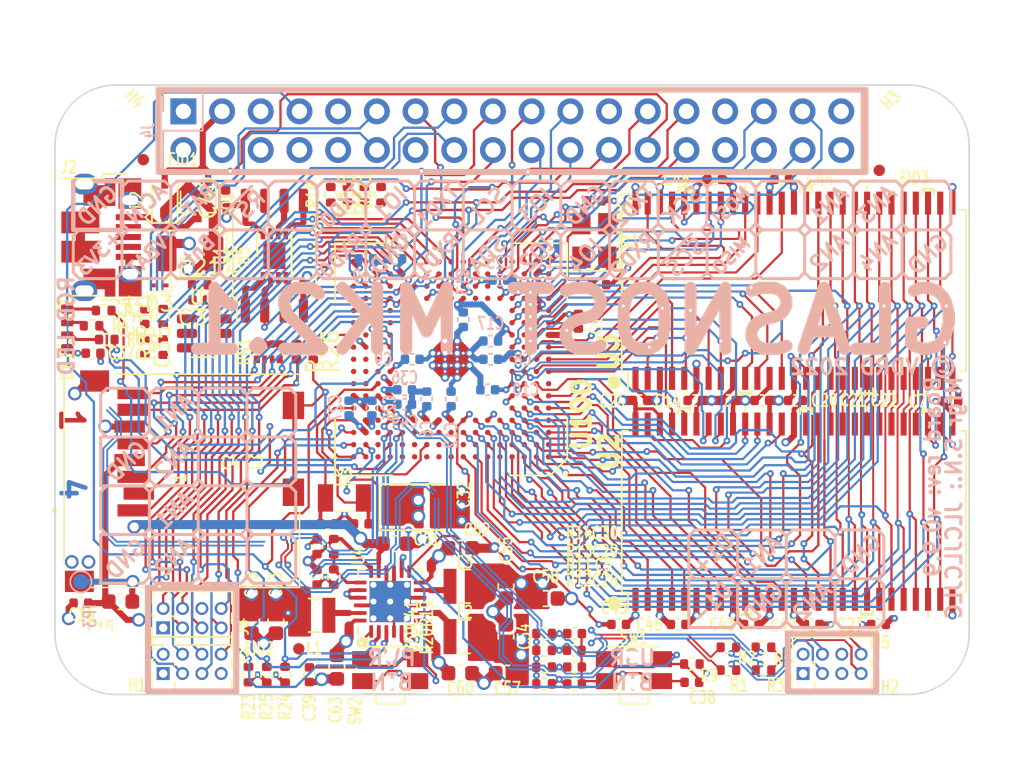
<source format=kicad_pcb>
(kicad_pcb (version 20211014) (generator pcbnew)
  (layers (0 "F.Cu" signal) (1 "In1.Cu" power) (2 "In2.Cu" power) (31 "B.Cu" signal) (34 "B.Paste" user) (35 "F.Paste" user) (36 "B.SilkS" user "B.Silkscreen") (37 "F.SilkS" user "F.Silkscreen") (38 "B.Mask" user) (39 "F.Mask" user) (44 "Edge.Cuts" user))
  (net 0 "")
  (net 1 "ad16")
  (net 2 "ad14")
  (net 3 "ad9")
  (net 4 "ad6")
  (net 5 "ad3")
  (net 8 "ad2")
  (net 13 "USBA-D-")
  (net 14 "USBA-D+")
  (net 15 "~{RST}")
  (net 16 "USBC-D-")
  (net 17 "USBC-D+")
  (net 18 "USBB-D-")
  (net 19 "USBB-D+")
  (net 20 "/CPU Signals/hse-in")
  (net 21 "/CPU Signals/lse-in")
  (net 23 "GND")
  (net 24 "/CPU Signals/hse-out")
  (net 25 "/CPU Signals/lse-out")
  (net 26 "SDIO0-CD")
  (net 27 "SDIO0-DAT1")
  (net 28 "SDIO0-CLK")
  (net 29 "SDIO0-DAT2")
  (net 30 "SDIO0-CMD")
  (net 31 "SDIO0-DAT3")
  (net 32 "SDIO0-DAT0")
  (net 33 "VBUS")
  (net 34 "UART0-TX")
  (net 35 "/SDRAM/sdcs")
  (net 36 "UART0-RX")
  (net 38 "GPIO1")
  (net 40 "UART1-TX")
  (net 41 "UART1-RX")
  (net 42 "I2C-SCL")
  (net 43 "I2C-SDA")
  (net 44 "GPIO3")
  (net 45 "GPIO2")
  (net 46 "UART2-TX")
  (net 47 "UART2-RX")
  (net 48 "GPIO4")
  (net 49 "SPI-CLK")
  (net 50 "SPI-CS")
  (net 51 "SPI-MOSI")
  (net 52 "SPI-MISO")
  (net 57 "CAN-TX")
  (net 58 "CAN-RX")
  (net 59 "GPIOA1")
  (net 60 "GPIOA2")
  (net 61 "GPIOA3")
  (net 62 "GPIOA4")
  (net 63 "GPIOA5")
  (net 65 "ad13")
  (net 66 "ad11")
  (net 67 "ad7")
  (net 69 "ad4")
  (net 70 "ad1")
  (net 71 "ad17")
  (net 72 "ad8")
  (net 73 "/SDRAM/nbs1")
  (net 74 "ad10")
  (net 75 "ad5")
  (net 76 "ad0")
  (net 77 "/SDRAM/sda10")
  (net 78 "/SDRAM/sdcke")
  (net 79 "/SDRAM/ras")
  (net 80 "/SDRAM/nbs3")
  (net 81 "/SDRAM/sdwe")
  (net 82 "/SDRAM/sdck")
  (net 83 "/SDRAM/cas")
  (net 88 "dq0")
  (net 89 "dq1")
  (net 90 "dq2")
  (net 91 "dq3")
  (net 92 "dq4")
  (net 93 "dq5")
  (net 94 "dq6")
  (net 95 "dq8")
  (net 96 "dq10")
  (net 97 "dq7")
  (net 98 "dq9")
  (net 99 "dq11")
  (net 100 "dq12")
  (net 101 "dq13")
  (net 102 "dq15")
  (net 103 "dq18")
  (net 104 "dq14")
  (net 105 "dq17")
  (net 106 "dq31")
  (net 107 "dq16")
  (net 108 "dq30")
  (net 109 "dq22")
  (net 110 "dq24")
  (net 111 "dq28")
  (net 112 "dq19")
  (net 113 "dq21")
  (net 114 "dq27")
  (net 115 "dq29")
  (net 116 "dq20")
  (net 117 "dq23")
  (net 118 "dq26")
  (net 119 "dq25")
  (net 121 "VDD-IO")
  (net 124 "Net-(D1-Pad1)")
  (net 125 "Net-(D1-Pad2)")
  (net 126 "Net-(D1-Pad3)")
  (net 127 "LED_RED")
  (net 128 "LED_GREEN")
  (net 129 "LED_BLUE")
  (net 130 "PWR_BTN")
  (net 131 "BTN_2")
  (net 132 "USB_DET")
  (net 139 "RMII-RXDV")
  (net 140 "RMII-TXEN")
  (net 141 "RMII-RXER")
  (net 142 "SF-CS")
  (net 143 "SF-MISO")
  (net 144 "SF-MOSI")
  (net 148 "SF-CLK")
  (net 166 "ad12")
  (net 167 "ad15")
  (net 173 "PMIC_SHDN")
  (net 174 "RMII-RX0")
  (net 175 "RMII-RX1")
  (net 176 "RMII-MDC")
  (net 177 "RMII-TXCK")
  (net 178 "RMII-TX0")
  (net 179 "RMII-TX1")
  (net 180 "RMII-MDIO")
  (net 181 "/IO Expansions/usb-b+")
  (net 182 "/IO Expansions/usb-b-")
  (net 183 "/IO Expansions/usb-c+")
  (net 184 "/IO Expansions/usb-c-")
  (net 185 "/CPU Signals/td")
  (net 186 "/CPU Signals/rd")
  (net 187 "/CPU Signals/tk")
  (net 188 "/CPU Signals/tf")
  (net 189 "/CPU Signals/rk")
  (net 190 "/CPU Signals/rf")
  (net 195 "unconnected-(U100-PadK14)")
  (net 197 "VIN")
  (net 198 "ACIN")
  (net 199 "/Power rails/ac_det")
  (net 200 "Net-(L1-Pad1)")
  (net 201 "Net-(L2-Pad1)")
  (net 202 "Net-(L3-Pad1)")
  (net 203 "Net-(R19-Pad2)")
  (net 204 "+1V0_LDO")
  (net 205 "VDD-MEM")
  (net 206 "+1V0")
  (net 207 "WKUP")
  (net 209 "unconnected-(Y1-Pad2)")
  (net 212 "RMII-INT")
  (net 214 "RMII-RST")
  (net 215 "+5V_USB")
  (net 216 "USB0-D+")
  (net 217 "USB0-D-")
  (net 218 "/IO Expansions/usb-a-")
  (net 219 "/IO Expansions/usb-a+")
  (net 220 "USB0-ID")
  (footprint "Capacitor_SMD:C_0402_1005Metric" (layer "F.Cu") (at 120.1 88.8 180)
    (fp_text reference "C2")
    (fp_text value "10pF")
  )
  (footprint "Capacitor_SMD:C_0603_1608Metric" (layer "F.Cu") (at 132.2 93.7)
    (fp_text reference "C58")
    (fp_text value "10uF")
  )
  (footprint "Capacitor_SMD:C_0402_1005Metric" (layer "F.Cu") (at 134.1 99.3)
    (fp_text reference "C28")
    (fp_text value "47pF")
  )
  (footprint "Resistor_SMD:R_0402_1005Metric" (layer "F.Cu") (at 115.1 98.7 90)
    (fp_text reference "R24")
    (fp_text value "100k")
  )
  (footprint "Package_DFN_QFN:QFN-24-1EP_4x4mm_P0.5mm_EP2.7x2.7mm_ThermalVias" (layer "F.Cu") (at 122 93.9 90)
    (fp_text reference "U4")
    (fp_text value "MCP16501A")
  )
  (footprint "Capacitor_SMD:C_0402_1005Metric" (layer "F.Cu") (at 111.2 67.4 90)
    (fp_text reference "C40")
    (fp_text value "100nF")
  )
  (footprint "Resistor_SMD:R_0402_1005Metric" (layer "F.Cu") (at 109.5 73.1)
    (fp_text reference "R21")
    (fp_text value "22k")
  )
  (footprint "led:rgb-1204" (layer "F.Cu") (at 100.3 76 90)
    (fp_text reference "D1")
    (fp_text value "LED_RGBA")
  )
  (footprint "Capacitor_SMD:C_0402_1005Metric" (layer "F.Cu") (at 116.7 98.7 -90)
    (fp_text reference "C39")
    (fp_text value "100nF")
  )
  (footprint "Capacitor_SMD:C_0603_1608Metric" (layer "F.Cu") (at 126.6 98.6)
    (fp_text reference "C60")
    (fp_text value "4.7uF")
  )
  (footprint "Capacitor_SMD:C_0402_1005Metric" (layer "F.Cu") (at 135.7 73.1)
    (fp_text reference "C1")
    (fp_text value "10pF")
  )
  (footprint "Capacitor_SMD:C_0402_1005Metric" (layer "F.Cu") (at 143.3 66.2)
    (fp_text reference "C48")
    (fp_text value "100nF")
  )
  (footprint "Capacitor_SMD:C_0603_1608Metric" (layer "F.Cu") (at 112.9 95.2 -90)
    (fp_text reference "C56")
    (fp_text value "10uF")
  )
  (footprint "Diode_SMD:D_SOD-923" (layer "F.Cu") (at 106.85 73.15 180)
    (fp_text reference "D3")
    (fp_text value "ESD9B5.0ST5G")
  )
  (footprint "Resistor_SMD:R_0402_1005Metric" (layer "F.Cu") (at 146.5 96.9 180)
    (fp_text reference "R5")
    (fp_text value "39")
  )
  (footprint "Capacitor_SMD:C_0402_1005Metric" (layer "F.Cu") (at 141.8 99.2 180)
    (fp_text reference "C38")
    (fp_text value "100nF")
  )
  (footprint "Resistor_SMD:R_0402_1005Metric" (layer "F.Cu") (at 103.4 76.7 180)
    (fp_text reference "R6")
    (fp_text value "180")
  )
  (footprint "MountingHole:MountingHole_2.7mm_M2.5_DIN965" (layer "F.Cu") (at 157 97 180)
    (fp_text reference "H2")
    (fp_text value "MountingHole")
  )
  (footprint "Inductor_SMD:L_Wuerth_MAPI-2512" (layer "F.Cu") (at 117 94.8 180)
    (fp_text reference "L1")
    (fp_text value "2.2uH")
  )
  (footprint "Resistor_SMD:R_0402_1005Metric" (layer "F.Cu") (at 132.1 96 180)
    (fp_text reference "R14")
    (fp_text value "15k")
  )
  (footprint "Resistor_SMD:R_0402_1005Metric" (layer "F.Cu") (at 132.1 98.2 180)
    (fp_text reference "R11")
    (fp_text value "15k")
  )
  (footprint "Capacitor_Tantalum_SMD:CP_EIA-3528-12_Kemet-T" (layer "F.Cu") (at 108.85 71.05 180)
    (fp_text reference "C31")
    (fp_text value "22uF")
  )
  (footprint "Capacitor_SMD:C_0603_1608Metric" (layer "F.Cu") (at 114.5 95.2 -90)
    (fp_text reference "C53")
    (fp_text value "10uF")
  )
  (footprint "Crystal:Crystal_SMD_3215-2Pin_3.2x1.5mm" (layer "F.Cu") (at 119 87.1 180)
    (fp_text reference "Y2")
    (fp_text value "32.768kHz")
  )
  (footprint "Resistor_SMD:R_0402_1005Metric" (layer "F.Cu") (at 115.85 77.5 -90)
    (fp_text reference "R22")
    (fp_text value "68k")
  )
  (footprint "Resistor_SMD:R_0402_1005Metric" (layer "F.Cu") (at 102.4 75.8 180)
    (fp_text reference "R4")
    (fp_text value "180")
  )
  (footprint "MountingHole:MountingHole_2.7mm_M2.5_DIN965" (layer "F.Cu") (at 157 63 45)
    (fp_text reference "H3")
    (fp_text value "MountingHole")
  )
  (footprint "Capacitor_SMD:C_0402_1005Metric" (layer "F.Cu") (at 134.1 96)
    (fp_text reference "C30")
    (fp_text value "47pF")
  )
  (footprint "Button_Switch_SMD:SW_SPST_EVQP7C" (layer "F.Cu") (at 138 98.4)
    (fp_text reference "SW1")
    (fp_text value "SW_Push")
  )
  (footprint "Capacitor_SMD:C_0402_1005Metric" (layer "F.Cu") (at 117.9 88.8)
    (fp_text reference "C4")
    (fp_text value "10pF")
  )
  (footprint "Resistor_SMD:R_0402_1005Metric" (layer "F.Cu") (at 107.1 77.2 90)
    (fp_text reference "R8")
    (fp_text value "39")
  )
  (footprint "Capacitor_SMD:C_0402_1005Metric" (layer "F.Cu") (at 145.7 95.4)
    (fp_text reference "C43")
    (fp_text value "100nF")
  )
  (footprint "Resistor_SMD:R_0402_1005Metric" (layer "F.Cu") (at 112.7 98.69 90)
    (fp_text reference "R23")
    (fp_text value "100k")
  )
  (footprint "Capacitor_SMD:C_0402_1005Metric" (layer "F.Cu") (at 140.9 95.4)
    (fp_text reference "C46")
    (fp_text value "100nF")
  )
  (footprint "jedec:TSOP-II-54_22.2x10.16mm_P0.8mm" (layer "F.Cu") (at 148.5 73.5 90)
    (fp_text reference "U3")
    (fp_text value "MT48LC16M16A2P")
  )
  (footprint "Capacitor_SMD:C_0603_1608Metric" (layer "F.Cu") (at 129.6 96.2 90)
    (fp_text reference "C54")
    (fp_text value "10uF")
  )
  (footprint "Capacitor_SMD:C_0402_1005Metric" (layer "F.Cu") (at 138.4 80.7 180)
    (fp_text reference "C24")
    (fp_text value "100nF")
  )
  (footprint "Capacitor_SMD:C_0402_1005Metric" (layer "F.Cu") (at 135.4 67.6)
    (fp_text reference "C3")
    (fp_text value "10pF")
  )
  (footprint "Capacitor_SMD:C_0402_1005Metric" (layer "F.Cu") (at 109.5 74.1 180)
    (fp_text reference "C33")
    (fp_text value "100nF")
  )
  (footprint "Resistor_SMD:R_0402_1005Metric" (layer "F.Cu") (at 116.95 77.5 -90)
    (fp_text reference "R26")
    (fp_text value "68k")
  )
  (footprint "Resistor_SMD:R_0402_1005Metric" (layer "F.Cu") (at 103.2 74.8 180)
    (fp_text reference "R7")
    (fp_text value "180")
  )
  (footprint "Capacitor_SMD:C_0402_1005Metric" (layer "F.Cu") (at 101.7 94 180)
    (fp_text reference "C16")
    (fp_text value "100nF")
  )
  (footprint "jedec:TSOP-II-54_22.2x10.16mm_P0.8mm" (layer "F.Cu") (at 148.5 88 90)
    (fp_text reference "U2")
    (fp_text value "MT48LC16M16A2P")
  )
  (footprint "Connector_PinHeader_1.27mm:PinHeader_2x04_P1.27mm_Vertical" (layer "F.Cu") (at 149.1 98.625 90)
    (fp_text reference "J5")
    (fp_text value "Conn_01x08")
  )
  (footprint "Capacitor_SMD:C_0402_1005Metric" (layer "F.Cu") (at 117.200001 92.300001 -90)
    (fp_text reference "C59")
    (fp_text value "2.2uF")
  )
  (footprint "Button_Switch_SMD:SW_SPST_EVQP7C" (layer "F.Cu") (at 122 98.4)
    (fp_text reference "SW2")
    (fp_text value "SW_Push")
  )
  (footprint "Resistor_SMD:R_0402_1005Metric" (layer "F.Cu") (at 132.1 99.3 180)
    (fp_text reference "R12")
    (fp_text value "15k")
  )
  (footprint "Resistor_SMD:R_0402_1005Metric" (layer "F.Cu") (at 144.2 96.9 180)
    (fp_text reference "R2")
    (fp_text value "39")
  )
  (footprint "MountingHole:MountingHole_2.7mm_M2.5_DIN965" (layer "F.Cu") (at 103 97 45)
    (fp_text reference "H1")
    (fp_text value "MountingHole")
  )
  (footprint "Capacitor_Tantalum_SMD:CP_EIA-3528-12_Kemet-T" (layer "F.Cu") (at 123.75 87.7)
    (fp_text reference "C32")
    (fp_text value "22uF")
  )
  (footprint "Capacitor_SMD:C_0603_1608Metric" (layer "F.Cu") (at 126.6 90.4)
    (fp_text reference "C62")
    (fp_text value "4.7uF")
  )
  (footprint "Capacitor_SMD:C_0402_1005Metric" (layer "F.Cu") (at 147.7 66.2)
    (fp_text reference "C44")
    (fp_text value "100nF")
  )
  (footprint "Fiducial:Fiducial_0.75mm_Mask1.5mm" (layer "F.Cu") (at 116 97)
    (fp_text reference "FID2")
    (fp_text value "Fiducial")
  )
  (footprint "Package_DFN_QFN:DFN-8-1EP_3x2mm_P0.5mm_EP1.75x1.45mm" (layer "F.Cu") (at 114.4 71.2 90)
    (fp_text reference "U5")
    (fp_text value "AT25xxx-MA")
  )
  (footprint "Crystal:Crystal_SMD_3225-4Pin_3.2x2.5mm" (layer "F.Cu") (at 135.4 70.2 90)
    (fp_text reference "Y1")
    (fp_text value "18.432MHz")
  )
  (footprint "Resistor_SMD:R_0402_1005Metric" (layer "F.Cu") (at 120.3 67.2 90)
    (fp_text reference "R15")
    (fp_text value "15k")
  )
  (footprint "microchip:AT91SAM9G10" (layer "F.Cu") (at 126 78 180)
    (fp_text reference "U100")
    (fp_text value "AT91SAM9G20")
  )
  (footprint "Capacitor_SMD:C_0603_1608Metric" (layer "F.Cu") (at 129.6 92.9 -90)
    (fp_text reference "C55")
    (fp_text value "10uF")
  )
  (footprint "Capacitor_SMD:C_0603_1608Metric" (layer "F.Cu") (at 118.5 98.2 -90)
    (fp_text reference "C63")
    (fp_text value "4.7uF")
  )
  (footprint "Resistor_SMD:R_0402_1005Metric" (layer "F.Cu") (at 144.2 98.4 180)
    (fp_text reference "R1")
    (fp_text value "39")
  )
  (footprint "Capacitor_SMD:C_0603_1608Metric" (layer "F.Cu") (at 129.7 98.6 180)
    (fp_text reference "C57")
    (fp_text value "10uF")
  )
  (footprint "Resistor_SMD:R_0402_1005Metric" (layer "F.Cu") (at 118.3 90.3 -90)
    (fp_text reference "R19")
    (fp_text value "11.1k")
  )
  (footprint "Capacitor_SMD:C_0402_1005Metric" (layer "F.Cu") (at 158.8 80.75 180)
    (fp_text reference "C7")
    (fp_text value "100nF")
  )
  (footprint "Connector_PinHeader_1.27mm:PinHeader_2x04_P1.27mm_Vertical" (layer "F.Cu") (at 107.1 98.625 90)
    (fp_text reference "J3")
    (fp_text value "Conn_01x08")
  )
  (footprint "Fiducial:Fiducial_0.75mm_Mask1.5mm" (layer "F.Cu") (at 105.8 64.9)
    (fp_text reference "FID1")
    (fp_text value "Fiducial")
  )
  (footprint "Resistor_SMD:R_Array_Convex_4x0402" (layer "F.Cu") (at 114 77.5 90)
    (fp_text reference "RN1")
    (fp_text value "68k")
  )
  (footprint "Inductor_SMD:L_Wuerth_MAPI-2512" (layer "F.Cu") (at 126.9 92.9)
    (fp_text reference "L3")
    (fp_text value "2.2uH")
  )
  (footprint "Capacitor_SMD:C_0402_1005Metric" (layer "F.Cu") (at 117.200001 90.3 90)
    (fp_text reference "C41")
    (fp_text value "2.2uF")
  )
  (footprint "Capacitor_SMD:C_0402_1005Metric" (layer "F.Cu") (at 154.05 95.4 180)
    (fp_text reference "C23")
    (fp_text value "100nF")
  )
  (footprint "Capacitor_SMD:C_0603_1608Metric" (layer "F.Cu") (at 122.3 90.1)
    (fp_text reference "C61")
    (fp_text value "4.7uF")
  )
  (footprint "Inductor_SMD:L_Wuerth_MAPI-2512" (layer "F.Cu") (at 126.9 96.2)
    (fp_text reference "L2")
    (fp_text value "2.2uH")
  )
  (footprint "Connector_USB:USB_Micro-B_Amphenol_10103594-0001LF_Horizontal" (layer "F.Cu") (at 103.05 70 -90)
    (fp_text reference "J2")
    (fp_text value "USB_B_Micro")
  )
  (footprint "Resistor_SMD:R_0402_1005Metric" (layer "F.Cu") (at 119.2 67.2 -90)
    (fp_text reference "R17")
    (fp_text value "47k")
  )
  (footprint "Capacitor_SMD:C_0402_1005Metric" (layer "F.Cu") (at 134.1 98.2)
    (fp_text reference "C5")
    (fp_text value "47pF")
  )
  (footprint "Capacitor_SMD:C_0402_1005Metric" (layer "F.Cu") (at 134.35 75.5 -90)
    (fp_text reference "C18")
    (fp_text value "100nF")
  )
  (footprint "Capacitor_SMD:C_0402_1005Metric" (layer "F.Cu") (at 146.4 80.7 180)
    (fp_text reference "C21")
    (fp_text value "100nF")
  )
  (footprint "Resistor_SMD:R_0402_1005Metric" (layer "F.Cu") (at 107.1 75.2 90)
    (fp_text reference "R10")
    (fp_text value "39")
  )
  (footprint "Package_TO_SOT_SMD:SOT-323_SC-70" (layer "F.Cu") (at 109.4 67.65 -90)
    (fp_text reference "Q1")
    (fp_text value "BSS84")
  )
  (footprint "Resistor_SMD:R_0402_1005Metric" (layer "F.Cu") (at 132.1 97.1 180)
    (fp_text reference "R13")
    (fp_text value "15k")
  )
  (footprint "gct:MEM20610118800A" (layer "F.Cu") (at 105.1 80.215 -90)
    (fp_text reference "J1")
    (fp_text value "Micro_SD_Card_Det" hide)
  )
  (footprint "MountingHole:MountingHole_2.7mm_M2.5_DIN965" (layer "F.Cu") (at 103 63 -45)
    (fp_text reference "H4")
    (fp_text value "MountingHole")
  )
  (footprint "Fiducial:Fiducial_0.75mm_Mask1.5mm" (layer "F.Cu") (at 154.1 65.6)
    (fp_text reference "FID3")
    (fp_text value "Fiducial")
  )
  (footprint "Package_SO:SOIC-8_5.23x5.23mm_P1.27mm" (layer "F.Cu") (at 114.4 71.2 90)
    (fp_text reference "U1")
    (fp_text value "AT25xxx")
  )
  (footprint "Capacitor_SMD:C_0402_1005Metric" (layer "F.Cu") (at 134.08 97.1)
    (fp_text reference "C29")
    (fp_text value "47pF")
  )
  (footprint "Capacitor_SMD:C_0402_1005Metric" (layer "F.Cu") (at 105.9 77.200001 -90)
    (fp_text reference "C35")
    (fp_text value "15pF")
  )
  (footprint "Connector_PinHeader_1.27mm:PinHeader_2x04_P1.27mm_Vertical" (layer "F.Cu") (at 107.1 95.625 90)
    (fp_text reference "J6")
    (fp_text value "Conn_01x08")
  )
  (footprint "Resistor_SMD:R_0402_1005Metric" (layer "F.Cu") (at 141.8 98)
    (fp_text reference "R9")
    (fp_text value "1k")
  )
  (footprint "Package_TO_SOT_SMD:SOT-23-6" (layer "F.Cu") (at 109.8 76.3)
    (fp_text reference "U6")
    (fp_text value "USBLC6-2P6")
  )
  (footprint "Resistor_SMD:R_0402_1005Metric" (layer "F.Cu") (at 121.4 67.2 90)
    (fp_text reference "R16")
    (fp_text value "22k")
  )
  (footprint "Capacitor_SMD:C_0402_1005Metric" (layer "F.Cu") (at 137 95.4 180)
    (fp_text reference "C45")
    (fp_text value "100nF")
  )
  (footprint "Capacitor_SMD:C_0402_1005Metric" (layer "F.Cu") (at 142 80.7 180)
    (fp_text reference "C14")
    (fp_text value "100nF")
  )
  (footprint "Resistor_SMD:R_0402_1005Metric" (layer "F.Cu") (at 146.5 98.4 180)
    (fp_text reference "R3")
    (fp_text value "39")
  )
  (footprint "Resistor_SMD:R_0402_1005Metric" (layer "F.Cu") (at 118.300001 92.3 -90)
    (fp_text reference "R20")
    (fp_text value "100k")
  )
  (footprint "Capacitor_SMD:C_0402_1005Metric" (layer "F.Cu") (at 144.2 80.7)
    (fp_text reference "C20")
    (fp_text value "100nF")
  )
  (footprint "Capacitor_SMD:C_0402_1005Metric" (layer "F.Cu") (at 149.7 95.4)
    (fp_text reference "C47")
    (fp_text value "100nF")
  )
  (footprint "Resistor_SMD:R_0402_1005Metric" (layer "F.Cu") (at 113.9 98.7 90)
    (fp_text reference "R25")
    (fp_text value "1M")
  )
  (footprint "Capacitor_SMD:C_0402_1005Metric" (layer "F.Cu") (at 105.9 75.2 90)
    (fp_text reference "C34")
    (fp_text value "15pF")
  )
  (footprint "Capacitor_SMD:C_0402_1005Metric" (layer "F.Cu") (at 102.5 77.6)
    (fp_text reference "C37")
    (fp_text value "1uF")
  )
  (footprint "Resistor_SMD:R_0402_1005Metric" (layer "F.Cu") (at 118.1 67.2 90)
    (fp_text reference "R18")
    (fp_text value "47k")
  )
  (footprint "Capacitor_SMD:C_0402_1005Metric" (layer "F.Cu") (at 148.6 80.7)
    (fp_text reference "C22")
    (fp_text value "100nF")
  )
  (footprint "Diode_SMD:D_SOD-323" (layer "F.Cu") (at 107.2 67.55 90)
    (fp_text reference "D2")
    (fp_text value "D_Schottky")
  )
  (footprint "Capacitor_SMD:C_0603_1608Metric" (layer "F.Cu") (at 104.3 93.9)
    (fp_text reference "C15")
    (fp_text value "10uF")
  )
  (footprint "Capacitor_SMD:C_0402_1005Metric" (layer "B.Cu") (at 126 80.6 90)
    (fp_text reference "C12")
    (fp_text value "100nF")
  )
  (footprint "Capacitor_SMD:C_0402_1005Metric" (layer "B.Cu") (at 128.6 78 180)
    (fp_text reference "C8")
    (fp_text value "100nF")
  )
  (footprint "Capacitor_SMD:C_0402_1005Metric" (layer "B.Cu") (at 120.8 81.2 90)
    (fp_text reference "C26")
    (fp_text value "100nF")
  )
  (footprint "Capacitor_SMD:C_0402_1005Metric" (layer "B.Cu") (at 122.95 80.95)
    (fp_text reference "C49")
    (fp_text value "100nF")
  )
  (footprint "Capacitor_SMD:C_0402_1005Metric" (layer "B.Cu") (at 124.4 80.6 90)
    (fp_text reference "C6")
    (fp_text value "100nF")
  )
  (footprint "Capacitor_SMD:C_0402_1005Metric" (layer "B.Cu") (at 129.2 72.8 180)
    (fp_text reference "C25")
    (fp_text value "100nF")
  )
  (footprint "Connector_PinHeader_2.54mm:PinHeader_2x18_P2.54mm_Vertical" (layer "B.Cu") (at 108.425 61.725 -90)
    (fp_text reference "J4")
    (fp_text value "Conn_02x18_Odd_Even")
  )
  (footprint "Capacitor_SMD:C_0402_1005Metric" (layer "B.Cu") (at 122.3 71.4 180)
    (fp_text reference "C51")
    (fp_text value "100nF")
  )
  (footprint "Capacitor_SMD:C_0402_1005Metric" (layer "B.Cu") (at 122.95 80)
    (fp_text reference "C36")
    (fp_text value "100nF")
  )
  (footprint "Capacitor_SMD:C_0402_1005Metric" (layer "B.Cu") (at 128.6 76.8 180)
    (fp_text reference "C17")
    (fp_text value "100nF")
  )
  (footprint "Capacitor_SMD:C_0402_1005Metric" (layer "B.Cu") (at 120.4 71.4)
    (fp_text reference "C19")
    (fp_text value "100nF")
  )
  (footprint "Capacitor_SMD:C_0402_1005Metric" (layer "B.Cu") (at 119.3 81.2 90)
    (fp_text reference "C27")
    (fp_text value "100nF")
  )
  (footprint "Capacitor_SMD:C_0402_1005Metric" (layer "B.Cu") (at 123.45 78)
    (fp_text reference "C9")
    (fp_text value "100nF")
  )
  (footprint "Capacitor_SMD:C_0402_1005Metric" (layer "B.Cu") (at 128.4 80 180)
    (fp_text reference "C10")
    (fp_text value "100nF")
  )
  (footprint "TestPoint:TestPoint_Pad_D1.0mm" (layer "B.Cu") (at 101.7 92.6 90)
    (fp_text reference "TP3")
    (fp_text value "TestPoint")
  )
  (footprint "Capacitor_SMD:C_0402_1005Metric" (layer "B.Cu") (at 126.8 75.4 -90)
    (fp_text reference "C13")
    (fp_text value "100nF")
  )
  (footprint "Capacitor_SMD:C_0402_1005Metric" (layer "B.Cu") (at 132.5 70.45)
    (fp_text reference "C11")
    (fp_text value "100nF")
  )
  (gr_line (start 114 69.905) (end 113.6 69.505) (layer "B.SilkS") (width 0.2))
  (gr_line (start 140 66.305) (end 142.4 66.305) (layer "B.SilkS") (width 0.2))
  (gr_line (start 152.4 66.705) (end 152.8 66.305) (layer "B.SilkS") (width 0.2))
  (gr_line (start 158.8 72.305) (end 158.8 69.905) (layer "B.SilkS") (width 0.2))
  (gr_line (start 149.2 66.705) (end 149.6 66.305) (layer "B.SilkS") (width 0.2))
  (gr_line (start 103 89.1) (end 103.4 89.5) (layer "B.SilkS") (width 0.2))
  (gr_line (start 117.2 69.105) (end 117.6 69.505) (layer "B.SilkS") (width 0.2))
  (gr_line (start 110.8 69.905) (end 111.2 69.505) (layer "B.SilkS") (width 0.2))
  (gr_line (start 112.6 89.9) (end 112.2 89.5) (layer "B.SilkS") (width 0.2))
  (gr_line (start 142 89.2) (end 144.4 89.2) (layer "B.SilkS") (width 0.2))
  (gr_line (start 120.4 69.905) (end 120 69.505) (layer "B.SilkS") (width 0.2))
  (gr_line (start 107.6 66.705) (end 108 66.305) (layer "B.SilkS") (width 0.2))
  (gr_line (start 148 92) (end 148 89.6) (layer "B.SilkS") (width 0.2))
  (gr_line (start 145.6 69.505) (end 146 69.105) (layer "B.SilkS") (width 0.2))
  (gr_line (start 106.2 92.3) (end 106.2 89.9) (layer "B.SilkS") (width 0.2))
  (gr_line (start 106.2 92.3) (end 106.6 92.7) (layer "B.SilkS") (width 0.2))
  (gr_line (start 130.4 69.505) (end 132.8 69.505) (layer "B.SilkS") (width 0.2))
  (gr_line (start 120.4 72.305) (end 120.4 69.905) (layer "B.SilkS") (width 0.2))
  (gr_line (start 144.8 92) (end 145.2 92.4) (layer "B.SilkS") (width 0.2))
  (gr_line (start 101.2 66.305) (end 104.4 66.305) (layer "B.SilkS") (width 0.3))
  (gr_line (start 112.6 82.7) (end 113 83.1) (layer "B.SilkS") (width 0.2))
  (gr_line (start 106.2 86.7) (end 106.6 86.3) (layer "B.SilkS") (width 0.2))
  (gr_line (start 103.4 86.3) (end 105.8 86.3) (layer "B.SilkS") (width 0.2))
  (gr_line (start 109 92.7) (end 109.4 92.3) (layer "B.SilkS") (width 0.2))
  (gr_line (start 149.6 72.705) (end 152 72.705) (layer "B.SilkS") (width 0.2))
  (gr_line (start 136.4 66.705) (end 136.8 66.305) (layer "B.SilkS") (width 0.2))
  (gr_line (start 124 66.305) (end 126.4 66.305) (layer "B.SilkS") (width 0.2))
  (gr_line (start 106.6 79.9) (end 109 79.9) (layer "B.SilkS") (width 0.2))
  (gr_line (start 136.8 69.505) (end 139.2 69.505) (layer "B.SilkS") (width 0.2))
  (gr_line (start 142.8 66.705) (end 142.4 66.305) (layer "B.SilkS") (width 0.2))
  (gr_line (start 120.4 66.705) (end 120.8 66.305) (layer "B.SilkS") (width 0.2))
  (gr_line (start 152.4 72.305) (end 152.4 69.905) (layer "B.SilkS") (width 0.2))
  (gr_line (start 142 95.6) (end 144.4 95.6) (layer "B.SilkS") (width 0.2))
  (gr_line (start 130 69.105) (end 130.4 69.505) (layer "B.SilkS") (width 0.2))
  (gr_line (start 130 69.905) (end 130.4 69.505) (layer "B.SilkS") (width 0.2))
  (gr_line (start 124 72.705) (end 126.4 72.705) (layer "B.SilkS") (width 0.2))
  (gr_line (start 115.4 86.3) (end 115.8 85.9) (layer "B.SilkS") (width 0.2))
  (gr_line (start 127.2 69.505) (end 129.6 69.505) (layer "B.SilkS") (width 0.2))
  (gr_line (start 115.4 89.5) (end 115.8 89.1) (layer "B.SilkS") (width 0.2))
  (gr_line (start 155.6 69.105) (end 155.6 66.705) (layer "B.SilkS") (width 0.2))
  (gr_line (start 144.4 92.4) (end 144.8 92) (layer "B.SilkS") (width 0.2))
  (gr_line (start 104 72.705) (end 104.4 72.305) (layer "B.SilkS") (width 0.2))
  (gr_line (start 146 69.905) (end 145.6 69.505) (layer "B.SilkS") (width 0.2))
  (gr_line (start 142.8 69.105) (end 142.8 66.705) (layer "B.SilkS") (width 0.2))
  (gr_line (start 107.2 72.705) (end 107.6 72.305) (layer "B.SilkS") (width 0.2))
  (gr_line (start 139.6 66.705) (end 140 66.305) (layer "B.SilkS") (width 0.2))
  (gr_line (start 101.2 69.905) (end 101.6 69.505) (layer "B.SilkS") (width 0.2))
  (gr_line (start 104.8 72.705) (end 107.2 72.705) (layer "B.SilkS") (width 0.2))
  (gr_line (start 120.4 69.905) (end 120.8 69.505) (layer "B.SilkS") (width 0.2))
  (gr_line (start 117.2 66.705) (end 116.8 66.305) (layer "B.SilkS") (width 0.2))
  (gr_line (start 109.8 92.7) (end 112.2 92.7) (layer "B.SilkS") (width 0.2))
  (gr_line (start 156 72.705) (end 158.4 72.705) (layer "B.SilkS") (width 0.2))
  (gr_line (start 110.8 72.305) (end 110.8 69.905) (layer "B.SilkS") (width 0.2))
  (gr_line (start 117.6 72.705) (end 120 72.705) (layer "B.SilkS") (width 0.2))
  (gr_line (start 109.4 82.7) (end 109.4 80.3) (layer "B.SilkS") (width 0.2))
  (gr_line (start 148 89.6) (end 147.6 89.2) (layer "B.SilkS") (width 0.2))
  (gr_line (start 114 69.105) (end 114 66.705) (layer "B.SilkS") (width 0.2))
  (gr_line (start 117.2 69.905) (end 117.6 69.505) (layer "B.SilkS") (width 0.2))
  (gr_line (start 110.4 69.505) (end 110.8 69.105) (layer "B.SilkS") (width 0.2))
  (gr_line (start 112.6 92.3) (end 112.6 89.9) (layer "B.SilkS") (width 0.2))
  (gr_line (start 144.8 92.8) (end 145.2 92.4) (layer "B.SilkS") (width 0.2))
  (gr_line (start 113 92.7) (end 115.4 92.7) (layer "B.SilkS") (width 0.2))
  (gr_line (start 114 66.705) (end 113.6 66.305) (layer "B.SilkS") (width 0.2))
  (gr_line (start 101.2 69.505) (end 101.2 66.305) (layer "B.SilkS") (width 0.3))
  (gr_line (start 151.2 92) (end 151.6 92.4) (layer "B.SilkS") (width 0.2))
  (gr_line (start 115.8 92.3) (end 115.8 89.9) (layer "B.SilkS") (width 0.2))
  (gr_line (start 139.6 69.905) (end 139.2 69.505) (layer "B.SilkS") (width 0.2))
  (gr_line (start 110.8 72.305) (end 111.2 72.705) (layer "B.SilkS") (width 0.2))
  (gr_line (start 105.8 92.7) (end 106.2 92.3) (layer "B.SilkS") (width 0.2))
  (gr_line (start 103 86.7) (end 103.4 86.3) (layer "B.SilkS") (width 0.2))
  (gr_line (start 109.4 89.1) (end 109.4 86.7) (layer "B.SilkS") (width 0.2))
  (gr_line (start 112.6 85.9) (end 112.6 83.5) (layer "B.SilkS") (width 0.2))
  (gr_line (start 156 66.305) (end 158.4 66.305) (layer "B.SilkS") (width 0.2))
  (gr_line (start 151.6 92.4) (end 154 92.4) (layer "B.SilkS") (width 0.2))
  (gr_line (start 112.6 89.1) (end 113 89.5) (layer "B.SilkS") (width 0.2))
  (gr_line (start 130 72.305) (end 130 69.905) (layer "B.SilkS") (width 0.2))
  (gr_line (start 104.4 69.905) (end 104.8 69.505) (layer "B.SilkS") (width 0.2))
  (gr_line (start 114 72.305) (end 114.4 72.705) (layer "B.SilkS") (width 0.2))
  (gr_line (start 151.2 92) (end 151.2 89.6) (layer "B.SilkS") (width 0.2))
  (gr_line (start 126.8 72.305) (end 127.2 72.705) (layer "B.SilkS") (width 0.2))
  (gr_line (start 144.8 89.6) (end 144.4 89.2) (layer "B.SilkS") (width 0.2))
  (gr_line (start 115.8 85.9) (end 115.8 83.5) (layer "B.SilkS") (width 0.2))
  (gr_line (start 120.4 72.305) (end 120.8 72.705) (layer "B.SilkS") (width 0.2))
  (gr_line (start 103 89.9) (end 103 89.5) (layer "B.SilkS") (width 0.2))
  (gr_line (start 108 66.305) (end 110.4 66.305) (layer "B.SilkS") (width 0.2))
  (gr_line (start 115.4 83.1) (end 115.8 82.7) (layer "B.SilkS") (width 0.2))
  (gr_rect (start 106.8 60.3) (end 153.2 65.705) (layer "B.SilkS") (width 0.4) (fill none))
  (gr_line (start 109 86.3) (end 109.4 85.9) (layer "B.SilkS") (width 0.2))
  (gr_line (start 126.8 69.905) (end 127.2 69.505) (layer "B.SilkS") (width 0.2))
  (gr_line (start 109 89.5) (end 109.4 89.1) (layer "B.SilkS") (width 0.2))
  (gr_line (start 126.8 69.105) (end 126.8 66.705) (layer "B.SilkS") (width 0.2))
  (gr_line (start 114 69.105) (end 114.4 69.505) (layer "B.SilkS") (width 0.2))
  (gr_line (start 103 89.1) (end 103 86.7) (layer "B.SilkS") (width 0.2))
  (gr_line (start 130 69.105) (end 130 66.705) (layer "B.SilkS") (width 0.2))
  (gr_line (start 139.2 72.705) (end 139.6 72.305) (layer "B.SilkS") (width 0.2))
  (gr_line (start 149.2 69.905) (end 149.6 69.505) (layer "B.SilkS") (width 0.2))
  (gr_line (start 115.4 92.7) (end 115.8 92.3) (layer "B.SilkS") (width 0.2))
  (gr_line (start 106.2 80.3) (end 106.6 79.9) (layer "B.SilkS") (width 0.2))
  (gr_line (start 133.2 69.905) (end 133.6 69.505) (layer "B.SilkS") (width 0.2))
  (gr_line (start 123.6 72.305) (end 123.6 69.905) (layer "B.SilkS") (width 0.2))
  (gr_line (start 140 72.705) (end 142.4 72.705) (layer "B.SilkS") (width 0.2))
  (gr_line (start 126.8 69.905) (end 126.4 69.505) (layer "B.SilkS") (width 0.2))
  (gr_line (start 109.4 89.9) (end 109 89.5) (layer "B.SilkS") (width 0.2))
  (gr_line (start 148.4 92.4) (end 150.8 92.4) (layer "B.SilkS") (width 0.2))
  (gr_line (start 152.8 66.305) (end 155.2 66.305) (layer "B.SilkS") (width 0.2))
  (gr_line (start 109.4 83.5) (end 109 83.1) (layer "B.SilkS") (width 0.2))
  (gr_line (start 143.2 66.305) (end 145.6 66.305) (layer "B.SilkS") (width 0.2))
  (gr_line (start 154.4 92) (end 154.4 89.6) (layer "B.SilkS") (width 0.2))
  (gr_line (start 133.6 72.705) (end 136 72.705) (layer "B.SilkS") (width 0.2))
  (gr_line (start 115.8 89.9) (end 115.4 89.5) (layer "B.SilkS") (width 0.2))
  (gr_line (start 110.8 66.705) (end 111.2 66.305) (layer "B.SilkS") (width 0.2))
  (gr_line (start 112.6 86.7) (end 113 86.3) (layer "B.SilkS") (width 0.2))
  (gr_line (start 103.4 92.7) (end 105.8 92.7) (layer "B.SilkS") (width 0.2))
  (gr_line (start 126.8 66.705) (end 127.2 66.305) (layer "B.SilkS") (width 0.2))
  (gr_line (start 139.6 72.305) (end 139.6 69.905) (layer "B.SilkS") (width 0.2))
  (gr_line (start 126.4 72.705) (end 126.8 72.305) (layer "B.SilkS") (width 0.2))
  (gr_line (start 136.4 72.305) (end 136.8 72.705) (layer "B.SilkS") (width 0.2))
  (gr_line (start 104.8 66.305) (end 107.2 66.305) (layer "B.SilkS") (width 0.2))
  (gr_line (start 123.6 72.305) (end 124 72.705) (layer "B.SilkS") (width 0.2))
  (gr_line (start 155.2 72.705) (end 155.6 72.305) (layer "B.SilkS") (width 0.2))
  (gr_line (start 109 83.1) (end 109.4 82.7) (layer "B.SilkS") (width 0.2))
  (gr_line (start 136 72.705) (end 136.4 72.305) (layer "B.SilkS") (width 0.2))
  (gr_line (start 139.6 69.105) (end 140 69.505) (layer "B.SilkS") (width 0.2))
  (gr_line (start 152.4 69.105) (end 152.4 66.705) (layer "B.SilkS") (width 0.2))
  (gr_line (start 152.4 72.305) (end 152.8 72.705) (layer "B.SilkS") (width 0.2))
  (gr_line (start 144.4 95.6) (end 144.8 95.2) (layer "B.SilkS") (width 0.2))
  (gr_line (start 111.2 69.505) (end 113.6 69.505) (layer "B.SilkS") (width 0.2))
  (gr_line (start 149.2 69.905) (end 148.8 69.505) (layer "B.SilkS") (width 0.2))
  (gr_line (start 142.8 72.305) (end 143.2 72.705) (layer "B.SilkS") (width 0.2))
  (gr_line (start 115.8 83.5) (end 115.4 83.1) (layer "B.SilkS") (width 0.2))
  (gr_line (start 147.6 92.4) (end 148 92) (layer "B.SilkS") (width 0.2))
  (gr_line (start 154.4 95.2) (end 154.4 92.8) (layer "B.SilkS") (width 0.2))
  (gr_line (start 145.2 92.4) (end 147.6 92.4) (layer "B.SilkS") (width 0.2))
  (gr_line (start 104.4 69.505) (end 104.4 66.305) (layer "B.SilkS") (width 0.3))
  (gr_line (start 103 86.3) (end 103.4 86.3) (layer "B.SilkS") (width 0.2))
  (gr_line (start 139.6 69.905) (end 140 69.505) (layer "B.SilkS") (width 0.2))
  (gr_line (start 106.2 85.9) (end 106.2 83.5) (layer "B.SilkS") (width 0.2))
  (gr_line (start 151.2 89.6) (end 150.8 89.2) (layer "B.SilkS") (width 0.2))
  (gr_line (start 133.6 69.505) (end 136 69.505) (layer "B.SilkS") (width 0.2))
  (gr_rect (start 148.1 95.995) (end 153.9 99.8) (layer "B.SilkS") (width 0.4) (fill none))
  (gr_line (start 127.2 66.305) (end 129.6 66.305) (layer "B.SilkS") (width 0.2))
  (gr_line (start 109.8 83.1) (end 112.2 83.1) (layer "B.SilkS") (width 0.2))
  (gr_line (start 158.8 69.905) (end 158.4 69.505) (layer "B.SilkS") (width 0.2))
  (gr_line (start 142.8 69.905) (end 142.4 69.505) (layer "B.SilkS") (width 0.2))
  (gr_line (start 106.2 89.9) (end 105.8 89.5) (layer "B.SilkS") (width 0.2))
  (gr_line (start 154 95.6) (end 154.4 95.2) (layer "B.SilkS") (width 0.2))
  (gr_line (start 120.8 66.305) (end 123.2 66.305) (layer "B.SilkS") (width 0.2))
  (gr_line (start 104.4 72.305) (end 104.8 72.705) (layer "B.SilkS") (width 0.2))
  (gr_line (start 148.8 69.505) (end 149.2 69.105) (layer "B.SilkS") (width 0.2))
  (gr_line (start 120.8 72.705) (end 123.2 72.705) (layer "B.SilkS") (width 0.2))
  (gr_line (start 106.2 85.9) (end 106.6 86.3) (layer "B.SilkS") (width 0.2))
  (gr_line (start 117.2 66.705) (end 117.6 66.305) (layer "B.SilkS") (width 0.2))
  (gr_line (start 154 92.4) (end 154.4 92) (layer "B.SilkS") (width 0.2))
  (gr_line (start 146 72.305) (end 146.4 72.705) (layer "B.SilkS") (width 0.2))
  (gr_line (start 123.6 69.105) (end 124 69.505) (layer "B.SilkS") (width 0.2))
  (gr_line (start 109.4 86.7) (end 109.8 86.3) (layer "B.SilkS") (width 0.2))
  (gr_line (start 113 86.3) (end 115.4 86.3) (layer "B.SilkS") (width 0.2))
  (gr_line (start 142.8 69.905) (end 143.2 69.505) (layer "B.SilkS") (width 0.2))
  (gr_line (start 151.6 95.6) (end 154 95.6) (layer "B.SilkS") (width 0.2))
  (gr_line (start 112.2 89.5) (end 112.6 89.1) (layer "B.SilkS") (width 0.2))
  (gr_line (start 123.2 69.505) (end 123.6 69.105) (layer "B.SilkS") (width 0.2))
  (gr_line (start 114 69.905) (end 114.4 69.505) (layer "B.SilkS") (width 0.2))
  (gr_line (start 148 95.2) (end 148.4 95.6) (layer "B.SilkS") (width 0.2))
  (gr_line (start 151.2 95.2) (end 151.6 95.6) (layer "B.SilkS") (width 0.2))
  (gr_line (start 155.6 66.705) (end 156 66.305) (layer "B.SilkS") (width 0.2))
  (gr_line (start 141.6 92) (end 142 92.4) (layer "B.SilkS") (width 0.2))
  (gr_line (start 106.2 82.7) (end 106.2 80.3) (layer "B.SilkS") (width 0.2))
  (gr_line (start 133.2 69.105) (end 133.6 69.505) (layer "B.SilkS") (width 0.2))
  (gr_line (start 106.2 89.1) (end 106.6 89.5) (layer "B.SilkS") (width 0.2))
  (gr_line (start 112.6 89.1) (end 112.6 86.7) (layer "B.SilkS") (width 0.2))
  (gr_line (start 106.2 86.7) (end 105.8 86.3) (layer "B.SilkS") (width 0.2))
  (gr_line (start 109.4 92.3) (end 109.4 89.9) (layer "B.SilkS") (width 0.2))
  (gr_line (start 107.6 69.905) (end 108 69.505) (layer "B.SilkS") (width 0.2))
  (gr_line (start 158.8 69.105) (end 158.8 66.705) (layer "B.SilkS") (width 0.2))
  (gr_line (start 107.6 72.305) (end 108 72.705) (layer "B.SilkS") (width 0.2))
  (gr_line (start 136.4 72.305) (end 136.4 69.905) (layer "B.SilkS") (width 0.2))
  (gr_line (start 142.4 69.505) (end 142.8 69.105) (layer "B.SilkS") (width 0.2))
  (gr_line (start 112.2 83.1) (end 112.6 82.7) (layer "B.SilkS") (width 0.2))
  (gr_line (start 146 66.705) (end 146.4 66.305) (layer "B.SilkS") (width 0.2))
  (gr_line (start 142.4 72.705) (end 142.8 72.305) (layer "B.SilkS") (width 0.2))
  (gr_line (start 106.6 89.5) (end 109 89.5) (layer "B.SilkS") (width 0.2))
  (gr_rect (start 106.1 92.995) (end 111.9 99.8) (layer "B.SilkS") (width 0.4) (fill none))
  (gr_line (start 106.2 83.5) (end 106.6 83.1) (layer "B.SilkS") (width 0.2))
  (gr_line (start 109.8 79.9) (end 112.2 79.9) (layer "B.SilkS") (width 0.2))
  (gr_line (start 109.4 85.9) (end 109.4 83.5) (layer "B.SilkS") (width 0.2))
  (gr_line (start 133.6 66.305) (end 136 66.305) (layer "B.SilkS") (width 0.2))
  (gr_line (start 110.8 66.705) (end 110.4 66.305) (layer "B.SilkS") (width 0.2))
  (gr_line (start 113 83.1) (end 115.4 83.1) (layer "B.SilkS") (width 0.2))
  (gr_line (start 109.4 83.5) (end 109.8 83.1) (layer "B.SilkS") (width 0.2))
  (gr_line (start 142.8 69.105) (end 143.2 69.505) (layer "B.SilkS") (width 0.2))
  (gr_line (start 148.4 89.2) (end 150.8 89.2) (layer "B.SilkS") (width 0.2))
  (gr_line (start 139.6 66.705) (end 139.2 66.305) (layer "B.SilkS") (width 0.2))
  (gr_line (start 103 89.5) (end 105.8 89.5) (layer "B.SilkS") (width 0.2))
  (gr_line (start 144.8 92) (end 144.8 89.6) (layer "B.SilkS") (width 0.2))
  (gr_line (start 108 69.505) (end 110.4 69.505) (layer "B.SilkS") (width 0.2))
  (gr_line (start 149.6 69.505) (end 152 69.505) (layer "B.SilkS") (width 0.2))
  (gr_line (start 117.2 72.305) (end 117.6 72.705) (layer "B.SilkS") (width 0.2))
  (gr_line (start 144.8 89.6) (end 145.2 89.2) (layer "B.SilkS") (width 0.2))
  (gr_line (start 150.8 95.6) (end 151.2 95.2) (layer "B.SilkS") (width 0.2))
  (gr_line (start 133.2 66.705) (end 132.8 66.305) (layer "B.SilkS") (width 0.2))
  (gr_line (start 141.6 95.6) (end 141.6 92.8) (layer "B.SilkS") (width 0.2))
  (gr_line (start 109.4 92.3) (end 109.8 92.7) (layer "B.SilkS") (width 0.2))
  (gr_line (start 120 72.705) (end 120.4 72.305) (layer "B.SilkS") (width 0.2))
  (gr_line (start 129.6 69.505) (end 130 69.105) (layer "B.SilkS") (width 0.2))
  (gr_line (start 101.2 72.305) (end 101.6 72.705) (layer "B.SilkS") (width 0.2))
  (gr_line (start 109.4 85.9) (end 109.8 86.3) (layer "B.SilkS") (width 0.2))
  (gr_line (start 136.4 66.705) (end 136 66.305) (layer "B.SilkS") (width 0.2))
  (gr_line (start 106.2 82.7) (end 106.6 83.1) (layer "B.SilkS") (width 0.2))
  (gr_line (start 120.4 69.105) (end 120.4 66.705) (layer "B.SilkS") (width 0.2))
  (gr_line (start 144.8 95.2) (end 144.8 92.8) (layer "B.SilkS") (width 0.2))
  (gr_line (start 149.2 72.305) (end 149.2 69.905) (layer "B.SilkS") (width 0.2))
  (gr_line (start 105.8 86.3) (end 106.2 85.9) (layer "B.SilkS") (width 0.2))
  (gr_line (start 149.2 69.105) (end 149.2 66.705) (layer "B.SilkS") (width 0.2))
  (gr_line (start 155.6 69.905) (end 156 69.505) (layer "B.SilkS") (width 0.2))
  (gr_line (start 155.6 72.305) (end 155.6 69.905) (layer "B.SilkS") (width 0.2))
  (gr_line (start 141.6 89.6) (end 142 89.2) (layer "B.SilkS") (width 0.2))
  (gr_line (start 117.2 69.105) (end 117.2 66.705) (layer "B.SilkS") (width 0.2))
  (gr_line (start 112.6 80.3) (end 113 79.9) (layer "B.SilkS") (width 0.2))
  (gr_line (start 147.6 95.6) (end 148 95.2) (layer "B.SilkS") (width 0.2))
  (gr_line (start 106.2 89.1) (end 106.2 86.7) (layer "B.SilkS") (width 0.2))
  (gr_line (start 110.8 69.905) (end 110.4 69.505) (layer "B.SilkS") (width 0.2))
  (gr_line (start 109.4 89.1) (end 109.8 89.5) (layer "B.SilkS") (width 0.2))
  (gr_line (start 150.8 92.4) (end 151.2 92) (layer "B.SilkS") (width 0.2))
  (gr_line (start 149.2 72.305) (end 149.6 72.705) (layer "B.SilkS") (width 0.2))
  (gr_line (start 115.8 86.7) (end 115.4 86.3) (layer "B.SilkS") (width 0.2))
  (gr_line (start 145.6 72.705) (end 146 72.305) (layer "B.SilkS") (width 0.2))
  (gr_line (start 136 69.505) (end 136.4 69.105) (layer "B.SilkS") (width 0.2))
  (gr_line (start 114.4 66.305) (end 116.8 66.305) (layer "B.SilkS") (width 0.2))
  (gr_line (start 158.8 66.705) (end 158.4 66.305) (layer "B.SilkS") (width 0.2))
  (gr_line (start 130 66.705) (end 130.4 66.305) (layer "B.SilkS") (width 0.2))
  (gr_line (start 139.2 69.505) (end 139.6 69.105) (layer "B.SilkS") (width 0.2))
  (gr_line (start 151.6 89.2) (end 154 89.2) (layer "B.SilkS") (width 0.2))
  (gr_line (start 126.8 72.305) (end 126.8 69.905) (layer "B.SilkS") (width 0.2))
  (gr_line (start 149.2 66.705) (end 148.8 66.305) (layer "B.SilkS") (width 0.2))
  (gr_line (start 132.8 69.505) (end 133.2 69.105) (layer "B.SilkS") (width 0.2))
  (gr_line (start 152 72.705) (end 152.4 72.305) (layer "B.SilkS") (width 0.2))
  (gr_line (start 117.2 72.305) (end 117.2 69.905) (layer "B.SilkS") (width 0.2))
  (gr_line (start 105.8 83.1) (end 106.2 82.7) (layer "B.SilkS") (width 0.2))
  (gr_line (start 148.4 95.6) (end 150.8 95.6) (layer "B.SilkS") (width 0.2))
  (gr_line (start 145.2 89.2) (end 147.6 89.2) (layer "B.SilkS") (width 0.2))
  (gr_line (start 114.4 69.505) (end 116.8 69.505) (layer "B.SilkS") (width 0.2))
  (gr_line (start 113.6 72.705) (end 114 72.305) (layer "B.SilkS") (width 0.2))
  (gr_line (start 106.2 83.5) (end 105.8 83.1) (layer "B.SilkS") (width 0.2))
  (gr_line (start 106.2 89.9) (end 106.6 89.5) (layer "B.SilkS") (width 0.2))
  (gr_line (start 110.4 72.705) (end 110.8 72.305) (layer "B.SilkS") (width 0.2))
  (gr_line (start 140 69.505) (end 142.4 69.505) (layer "B.SilkS") (width 0.2))
  (gr_line (start 107.2 69.505) (end 107.6 69.105) (layer "B.SilkS") (width 0.2))
  (gr_line (start 151.2 89.6) (end 151.6 89.2) (layer "B.SilkS") (width 0.2))
  (gr_line (start 155.6 69.905) (end 155.2 69.505) (layer "B.SilkS") (width 0.2))
  (gr_line (start 112.6 85.9) (end 113 86.3) (layer "B.SilkS") (width 0.2))
  (gr_line (start 133.2 69.905) (end 132.8 69.505) (layer "B.SilkS") (width 0.2))
  (gr_line (start 103.4 79.9) (end 105.8 79.9) (layer "B.SilkS") (width 0.2))
  (gr_line (start 112.6 89.9) (end 113 89.5) (layer "B.SilkS") (width 0.2))
  (gr_line (start 149.2 69.105) (end 149.6 69.505) (layer "B.SilkS") (width 0.2))
  (gr_line (start 148.8 72.705) (end 149.2 72.305) (layer "B.SilkS") (width 0.2))
  (gr_line (start 112.6 80.3) (end 112.2 79.9) (layer "B.SilkS") (width 0.2))
  (gr_line (start 139.6 72.305) (end 140 72.705) (layer "B.SilkS") (width 0.2))
  (gr_line (start 155.6 69.105) (end 156 69.505) (layer "B.SilkS") (width 0.2))
  (gr_line (start 146 69.105) (end 146 66.705) (layer "B.SilkS") (width 0.2))
  (gr_line (start 103 83.5) (end 103 83.1) (layer "B.SilkS") (width 0.2))
  (gr_line (start 132.8 72.705) (end 133.2 72.305) (layer "B.SilkS") (width 0.2))
  (gr_line (start 155.6 72.305) (end 156 72.705) (layer "B.SilkS") (width 0.2))
  (gr_line (start 103 92.7) (end 103 89.9) (layer "B.SilkS") (width 0.2))
  (gr_line (start 120.8 69.505) (end 123.2 69.505) (layer "B.SilkS") (width 0.2))
  (gr_line (start 110.8 69.105) (end 111.2 69.505) (layer "B.SilkS") (width 0.2))
  (gr_line (start 103 86.3) (end 103 83.5) (layer "B.SilkS") (width 0.2))
  (gr_line (start 146.4 66.305) (end 148.8 66.305) (layer "B.SilkS") (width 0.2))
  (gr_line (start 109.4 80.3) (end 109 79.9) (layer "B.SilkS") (width 0.2))
  (gr_line (start 133.2 66.705) (end 133.6 66.305) (layer "B.SilkS") (width 0.2))
  (gr_line (start 109.4 86.7) (end 109 86.3) (layer "B.SilkS") (width 0.2))
  (gr_line (start 116.8 69.505) (end 117.2 69.105) (layer "B.SilkS") (width 0.2))
  (gr_line (start 112.2 92.7) (end 112.6 92.3) (layer "B.SilkS") (width 0.2))
  (gr_line (start 136.4 69.105) (end 136.4 66.705) (layer "B.SilkS") (width 0.2))
  (gr_line (start 109.8 89.5) (end 112.2 89.5) (layer "B.SilkS") (width 0.2))
  (gr_line (start 127.2 72.705) (end 129.6 72.705) (layer "B.SilkS") (width 0.2))
  (gr_line (start 148 92) (end 148.4 92.4) (layer "B.SilkS") (width 0.2))
  (gr_line (start 151.2 92.8) (end 151.6 92.4) (layer "B.SilkS") (width 0.2))
  (gr_line (start 111.2 72.705) (end 113.6 72.705) (layer "B.SilkS") (width 0.2))
  (gr_line (start 117.2 69.905) (end 116.8 69.505) (layer "B.SilkS") (width 0.2))
  (gr_line (start 104.4 69.905) (end 104 69.505) (layer "B.SilkS") (width 0.2))
  (gr_line (start 123.6 66.705) (end 123.2 66.305) (layer "B.SilkS") (width 0.2))
  (gr_line (start 152.8 69.505) (end 155.2 69.505) (layer "B.SilkS") (width 0.2))
  (gr_line (start 104.4 72.305) (end 104.4 69.905) (layer "B.SilkS") (width 0.2))
  (gr_line (start 106.6 86.3) (end 109 86.3) (layer "B.SilkS") (width 0.2))
  (gr_line (start 130 72.305) (end 130.4 72.705) (layer "B.SilkS") (width 0.2))
  (gr_line (start 112.6 83.5) (end 112.2 83.1) (layer "B.SilkS") (width 0.2))
  (gr_line (start 103 92.7) (end 103.4 92.7) (layer "B.SilkS") (width 0.2))
  (gr_line (start 123.6 69.905) (end 124 69.505) (layer "B.SilkS") (width 0.2))
  (gr_line (start 141.6 95.6) (end 142 95.6) (layer "B.SilkS") (width 0.2))
  (gr_line (start 115.8 89.1) (end 115.8 86.7) (layer "B.SilkS") (width 0.2))
  (gr_line (start 106.2 80.3) (end 105.8 79.9) (layer "B.SilkS") (width 0.2))
  (gr_line (start 146.4 72.705) (end 148.8 72.705) (layer "B.SilkS") (width 0.2))
  (gr_line (start 156 69.505) (end 158.4 69.505) (layer "B.SilkS") (width 0.2))
  (gr_line (start 115.8 82.7) (end 115.8 80.3) (layer "B.SilkS") (width 0.2))
  (gr_line (start 113.6 69.505) (end 114 69.105) (layer "B.SilkS") (width 0.2))
  (gr_line (start 103 80.3) (end 103.4 79.9) (layer "B.SilkS") (width 0.2))
  (gr_line (start 114 72.305) (end 114 69.905) (layer "B.SilkS") (width 0.2))
  (gr_line (start 143.2 69.505) (end 145.6 69.505) (layer "B.SilkS") (width 0.2))
  (gr_line (start 155.2 69.505) (end 155.6 69.105) (layer "B.SilkS") (width 0.2))
  (gr_line (start 152.4 69.905) (end 152 69.505) (layer "B.SilkS") (width 0.2))
  (gr_line (start 123.6 69.905) (end 123.2 69.505) (layer "B.SilkS") (width 0.2))
  (gr_line (start 141.6 92) (end 141.6 89.6) (layer "B.SilkS") (width 0.2))
  (gr_line (start 136.4 69.905) (end 136 69.505) (layer "B.SilkS") (width 0.2))
  (gr_line (start 108 72.705) (end 110.4 72.705) (layer "B.SilkS") (width 0.2))
  (gr_line (start 123.6 66.705) (end 124 66.305) (layer "B.SilkS") (width 0.2))
  (gr_line (start 109.4 89.9) (end 109.8 89.5) (layer "B.SilkS") (width 0.2))
  (gr_line (start 148 95.2) (end 148 92.8) (layer "B.SilkS") (width 0.2))
  (gr_line (start 114.4 72.705) (end 116.8 72.705) (layer "B.SilkS") (width 0.2))
  (gr_line (start 124 69.505) (end 126.4 69.505) (layer "B.SilkS") (width 0.2))
  (gr_line (start 104.4 69.105) (end 104.8 69.505) (layer "B.SilkS") (width 0.2))
  (gr_line (start 141.6 92.4) (end 144.4 92.4) (layer "B.SilkS") (width 0.2))
  (gr_line (start 115.8 80.3) (end 115.4 79.9) (layer "B.SilkS") (width 0.2))
  (gr_line (start 146.4 69.505) (end 148.8 69.505) (layer "B.SilkS") (width 0.2))
  (gr_line (start 107.6 69.105) (end 108 69.505) (layer "B.SilkS") (width 0.2))
  (gr_line (start 114 66.705) (end 114.4 66.305) (layer "B.SilkS") (width 0.2))
  (gr_line (start 103 82.7) (end 103.4 83.1) (layer "B.SilkS") (width 0.2))
  (gr_line (start 141.6 92.8) (end 141.6 92.4) (layer "B.SilkS") (width 0.2))
  (gr_line (start 101.2 72.305) (end 101.2 69.905) (layer "B.SilkS") (width 0.2))
  (gr_line (start 107.6 69.905) (end 107.2 69.505) (layer "B.SilkS") (width 0.2))
  (gr_line (start 129.6 72.705) (end 130 72.305) (layer "B.SilkS") (width 0.2))
  (gr_line (start 107.6 72.305) (end 107.6 69.905) (layer "B.SilkS") (width 0.2))
  (gr_line (start 116.8 72.705) (end 117.2 72.305) (layer "B.SilkS") (width 0.2))
  (gr_line (start 120 69.505) (end 120.4 69.105) (layer "B.SilkS") (width 0.2))
  (gr_line (start 149.6 66.305) (end 152 66.305) (layer "B.SilkS") (width 0.2))
  (gr_line (start 103 83.1) (end 105.8 83.1) (layer "B.SilkS") (width 0.2))
  (gr_line (start 133.2 72.305) (end 133.6 72.705) (layer "B.SilkS") (width 0.2))
  (gr_line (start 136.4 69.105) (end 136.8 69.505) (layer "B.SilkS") (width 0.2))
  (gr_line (start 107.6 66.705) (end 107.2 66.305) (layer "B.SilkS") (width 0.2))
  (gr_line (start 104.8 69.505) (end 107.2 69.505) (layer "B.SilkS") (width 0.2))
  (gr_line (start 101.2 69.505) (end 104.4 69.505) (layer "B.SilkS") (width 0.3))
  (gr_line (start 158.4 69.505) (end 158.8 69.105) (layer "B.SilkS") (width 0.2))
  (gr_line (start 120.4 69.105) (end 120.8 69.505) (layer "B.SilkS") (width 0.2))
  (gr_line (start 148 92.8) (end 147.6 92.4) (layer "B.SilkS") (width 0.2))
  (gr_line (start 152.4 69.105) (end 152.8 69.505) (layer "B.SilkS") (width 0.2))
  (gr_line (start 152.4 69.905) (end 152.8 69.505) (layer "B.SilkS") (width 0.2))
  (gr_line (start 103 82.7) (end 103 80.3) (layer "B.SilkS") (width 0.2))
  (gr_line (start 154.4 92.8) (end 154 92.4) (layer "B.SilkS") (width 0.2))
  (gr_line (start 130.4 66.305) (end 132.8 66.305) (layer "B.SilkS") (width 0.2))
  (gr_line (start 120.4 66.705) (end 120 66.305) (layer "B.SilkS") (width 0.2))
  (gr_line (start 111.2 66.305) (end 113.6 66.305) (layer "B.SilkS") (width 0.2))
  (gr_line (start 107.6 69.105) (end 107.6 66.705) (layer "B.SilkS") (width 0.2))
  (gr_line (start 151.2 92.8) (end 150.8 92.4) (layer "B.SilkS") (width 0.2))
  (gr_line (start 126.8 66.705) (end 126.4 66.305) (layer "B.SilkS") (width 0.2))
  (gr_line (start 104.4 66.705) (end 104.8 66.305) (layer "B.SilkS") (width 0.2))
  (gr_line (start 123.6 69.105) (end 123.6 66.705) (layer "B.SilkS") (width 0.2))
  (gr_line (start 144.8 92.8) (end 144.4 92.4) (layer "B.SilkS") (width 0.2))
  (gr_line (start 152 69.505) (end 152.4 69.105) (layer "B.SilkS") (width 0.2))
  (gr_line (start 139.6 69.105) (end 139.6 66.705) (layer "B.SilkS") (width 0.2))
  (gr_line (start 130 66.705) (end 129.6 66.305) (layer "B.SilkS") (width 0.2))
  (gr_line (start 143.2 72.705) (end 145.6 72.705) (layer "B.SilkS") (width 0.2))
  (gr_line (start 112.6 82.7) (end 112.6 80.3) (layer "B.SilkS") (width 0.2))
  (gr_line (start 123.2 72.705) (end 123.6 72.305) (layer "B.SilkS") (width 0.2))
  (gr_line (start 109.4 80.3) (end 109.8 79.9) (layer "B.SilkS") (width 0.2))
  (gr_line (start 136.8 72.705) (end 139.2 72.705) (layer "B.SilkS") (width 0.2))
  (gr_line (start 130.4 72.705) (end 132.8 72.705) (layer "B.SilkS") (width 0.2))
  (gr_line (start 117.6 66.305) (end 120 66.305) (layer "B.SilkS") (width 0.2))
  (gr_line (start 148 92.8) (end 148.4 92.4) (layer "B.SilkS") (width 0.2))
  (gr_line (start 133.2 69.105) (end 133.2 66.705) (layer "B.SilkS") (width 0.2))
  (gr_line (start 158.4 72.705) (end 158.8 72.305) (layer "B.SilkS") (width 0.2))
  (gr_line (start 146 66.705) (end 145.6 66.305) (layer "B.SilkS") (width 0.2))
  (gr_line (start 106.6 83.1) (end 109 83.1) (layer "B.SilkS") (width 0.2))
  (gr_line (start 154.4 89.6) (end 154 89.2) (layer "B.SilkS") (width 0.2))
  (gr_line (start 155.6 66.705) (end 155.2 66.305) (layer "B.SilkS") (width 0.2))
  (gr_line (start 146 72.305) (end 146 69.905) (layer "B.SilkS") (width 0.2))
  (gr_line (start 144.8 95.2) (end 145.2 95.6) (layer "B.SilkS") (width 0.2))
  (gr_line (start 151.2 95.2) (end 151.2 92.8) (layer "B.SilkS") (width 0.2))
  (gr_line (start 142.8 66.705) (end 143.2 66.305) (layer "B.SilkS") (width 0.2))
  (gr_line (start 110.8 69.105) (end 110.8 66.705) (layer "B.SilkS") (width 0.2))
  (gr_line (start 136.8 66.305) (end 139.2 66.305) (layer "B.SilkS") (width 0.2))
  (gr_line (start 152.4 66.705) (end 152 66.305) (layer "B.SilkS") (width 0.2))
  (gr_line (start 101.6 72.705) (end 104 72.705) (layer "B.SilkS") (width 0.2))
  (gr_line (start 146 69.905) (end 146.4 69.505) (layer "B.SilkS") (width 0.2))
  (gr_line (start 113 79.9) (end 115.4 79.9) (layer "B.SilkS") (width 0.2))
  (gr_line (start 105.8 89.5) (end 106.2 89.1) (layer "B.SilkS") (width 0.2))
  (gr_line (start 130 69.905) (end 129.6 69.505) (layer "B.SilkS") (width 0.2))
  (gr_line (start 126.8 69.105) (end 127.2 69.505) (layer "B.SilkS") (width 0.2))
  (gr_line (start 109.4 82.7) (end 109.8 83.1) (layer "B.SilkS") (width 0.2))
  (gr_line (start 106.6 92.7) (end 109 92.7) (layer "B.SilkS") (width 0.2))
  (gr_line (start 113 89.5) (end 115.4 89.5) (layer "B.SilkS") (width 0.2))
  (gr_line (start 112.6 92.3) (end 113 92.7) (layer "B.SilkS") (width 0.2))
  (gr_line (start 109.8 86.3) (end 112.2 86.3) (layer "B.SilkS") (width 0.2))
  (gr_line (start 112.6 86.7) (end 112.2 86.3) (layer "B.SilkS") (width 0.2))
  (gr_line (start 133.2 72.305) (end 133.2 69.905) (layer "B.SilkS") (width 0.2))
  (gr_line (start 142.8 72.305) (end 142.8 69.905) (layer "B.SilkS") (width 0.2))
  (gr_line (start 136.4 69.905) (end 136.8 69.505) (layer "B.SilkS") (width 0.2))
  (gr_line (start 148 89.6) (end 148.4 89.2) (layer "B.SilkS") (width 0.2))
  (gr_line (start 152.8 72.705) (end 155.2 72.705) (layer "B.SilkS") (width 0.2))
  (gr_line (start 117.6 69.505) (end 120 69.505) (layer "B.SilkS") (width 0.2))
  (gr_line (start 146 69.105) (end 146.4 69.505) (layer "B.SilkS") (width 0.2))
  (gr_line (start 112.2 86.3) (end 112.6 85.9) (layer "B.SilkS") (width 0.2))
  (gr_line (start 126.4 69.505) (end 126.8 69.105) (layer "B.SilkS") (width 0.2))
  (gr_line (start 145.2 95.6) (end 147.6 95.6) (layer "B.SilkS") (width 0.2))
  (gr_line (start 112.6 83.5) (end 113 83.1) (layer "B.SilkS") (width 0.2))
  (gr_line (start 100 64) (end 100 96) (layer "Edge.Cuts") (width 0.1))
  (gr_line (start 156 100) (end 104 100) (layer "Edge.Cuts") (width 0.1))
  (gr_arc (start 100 64) (mid 101.171573 61.171573) (end 104 60) (layer "Edge.Cuts") (width 0.1))
  (gr_arc (start 156 60) (mid 158.828427 61.171573) (end 160 64) (layer "Edge.Cuts") (width 0.1))
  (gr_arc (start 160 96) (mid 158.828427 98.828427) (end 156 100) (layer "Edge.Cuts") (width 0.1))
  (gr_line (start 104 60) (end 156 60) (layer "Edge.Cuts") (width 0.1))
  (gr_line (start 160 64) (end 160 96) (layer "Edge.Cuts") (width 0.1))
  (gr_arc (start 104 100) (mid 101.171573 98.828427) (end 100 96) (layer "Edge.Cuts") (width 0.1))
  (gr_text "1" (at 101.1 82 270) (layer "F.Cu") (effects (font (size 1.5 1.5) (thickness 0.3))))
  (gr_text "4" (at 101.1 86.5 270) (layer "B.Cu") (effects (font (size 1.5 1.5) (thickness 0.3))))
  (gr_text "+3V3" (at 102.9 71.005 45) (layer "B.SilkS") (effects (font (size 0.9 0.9) (thickness 0.2)) (justify mirror)))
  (gr_text "GND\n" (at 152.9 90.8 45) (layer "B.SilkS") (effects (font (size 1 1) (thickness 0.2)) (justify mirror)))
  (gr_text "GND\n" (at 157.3 71.105 45) (layer "B.SilkS") (effects (font (size 1 1) (thickness 0.2)) (justify mirror)))
  (gr_text "PWR\nBTN" (at 122.1 98.4) (layer "B.SilkS") (effects (font (size 1 1) (thickness 0.2)) (justify mirror)))
  (gr_text "RXD0" (at 118.8 71.205 45) (layer "B.SilkS") (effects (font (size 0.9 0.9) (thickness 0.2)) (justify mirror)))
  (gr_text "~{RST}" (at 112.6 68.105 45) (layer "B.SilkS") (effects (font (size 1 1) (thickness 0.2)) (justify mirror)))
  (gr_text "~{SCS}" (at 141.4 71.305 45) (layer "B.SilkS") (effects (font (size 1 1) (thickness 0.2)) (justify mirror)))
  (gr_text "IO1" (at 122 67.805 45) (layer "B.SilkS") (effects (font (size 1 1) (thickness 0.2)) (justify mirror)))
  (gr_text "AN2" (at 149.7 93.9 45) (layer "B.SilkS") (effects (font (size 1 1) (thickness 0.2)) (justify mirror)))
  (gr_text "BAT-" (at 109.1 68.005 45) (layer "B.SilkS") (effects (font (size 0.9 0.9) (thickness 0.2)) (justify mirror)))
  (gr_text "Bntc" (at 109.2 71.105 45) (layer "B.SilkS") (effects (font (size 0.9 0.9) (thickness 0.2)) (justify mirror)))
  (gr_text "Board rev: v0.9.9" (at 157.6 85.7 90) (layer "B.SilkS") (effects (font (size 1 1) (thickness 0.2)) (justify mirror)))
  (gr_text "GND\n" (at 104.65 91.1 45) (layer "B.SilkS") (effects (font (size 1 1) (thickness 0.2)) (justify mirror)))
  (gr_text "SCL" (at 128.4 67.905 45) (layer "B.SilkS") (effects (font (size 1 1) (thickness 0.2)) (justify mirror)))
  (gr_text "GND\n" (at 134.8 67.905 45) (layer "B.SilkS") (effects (font (size 1 1) (thickness 0.2)) (justify mirror)))
  (gr_text "GND\n" (at 146.5 94 45) (layer "B.SilkS") (effects (font (size 1 1) (thickness 0.2)) (justify mirror)))
  (gr_text "IO4" (at 134.8 71.205 45) (layer "B.SilkS") (effects (font (size 1 1) (thickness 0.2)) (justify mirror)))
  (gr_text "AN2" (at 107.8 84.6 45) (layer "B.SilkS") (effects (font (size 1 1) (thickness 0.2)) (justify mirror)))
  (gr_text "AN1" (at 107.8 87.9 45) (layer "B.SilkS") (effects (font (size 1 1) (thickness 0.2)) (justify mirror)))
  (gr_text "GLASNOST MK2.1" (at 134 75.5) (layer "B.SilkS") (effects (font (size 4 4) (thickness 0.8)) (justify mirror)))
  (gr_text "IO3" (at 131.6 67.905 45) (layer "B.SilkS") (effects (font (size 1 1) (thickness 0.2)) (justify mirror)))
  (gr_text "AN1" (at 150.8 67.905 45) (layer "B.SilkS") (effects (font (size 1 1) (thickness 0.2)) (justify mirror)))
  (gr_text "AN2" (at 150.8 71.005 45) (layer "B.SilkS") (effects (font (size 1 1) (thickness 0.2)) (justify mirror)))
  (gr_text "RXD1" (at 125.1 71.15 45) (layer "B.SilkS") (effects (font (size 0.9 0.9) (thickness 0.2)) (justify mirror)))
  (gr_text "GND\n" (at 122 71.105 45) (layer "B.SilkS") (effects (font (size 1 1) (thickness 0.2)) (justify mirror)))
  (gr_text "Mfgr S.N.: JLCJLCJLC" (at 159 87.1 90) (layer "B.SilkS") (effects (font (size 1 1) (thickness 0.2)) (justify mirror)))
  (gr_text "D1-" (at 143.1 94 45) (layer "B.SilkS") (effects (font (size 1 1) (thickness 0.2)) (justify mirror)))
  (gr_text "GND\n" (at 104.7 84.7 45) (layer "B.SilkS") (effects (font (size 1 1) (thickness 0.2)) (justify mirror)))
  (gr_text "AN1" (at 146.4 90.8 45) (layer "B.SilkS") (effects (font (size 1 1) (thickness 0.2)) (justify mirror)))
  (gr_text "TXD1" (at 125.1 67.95 45) (layer "B.SilkS") (effects (font (size 0.9 0.9) (thickness 0.2)) (justify mirror)))
  (gr_text "AN1" (at 107.8 81.5 45) (layer "B.SilkS") (effects (font (size 1 1) (thickness 0.2)) (justify mirror)))
  (gr_text "D1+" (at 143.15 90.8 45) (layer "B.SilkS") (effects (font (size 1 1) (thickness 0.2)) (justify mirror)))
  (gr_text "TXD2" (at 137.95 67.95 45) (layer "B.SilkS") (effects (font (size 0.9 0.9) (thickness 0.2)) (justify mirror)))
  (gr_text "ACIN" (at 106 67.805 45) (layer "B.SilkS") (effects (font (size 0.9 0.9) (thickness 0.2)) (justify mirror)))
  (gr_text "RGB LED" (at 100.75 75.805 90) (layer "B.SilkS") (effects (font (size 1 1) (thickness 0.2)) (justify mirror)))
  (gr_text "VBAT" (at 106.1 71.205 45) (layer "B.SilkS") (effects (font (size 0.9 0.9) (thickness 0.2)) (justify mirror)))
  (gr_text "IO2" (at 131.6 71.105 45) (layer "B.SilkS") (effects (font (size 1 1) (thickness 0.2)) (justify mirror)))
  (gr_text "SCK" (at 141.2 67.905 45) (layer "B.SilkS") (effects (font (size 1 1) (thickness 0.2)) (justify mirror)))
  (gr_text "SDA" (at 128.4 71.105 45) (layer "B.SilkS") (effects (font (size 1 1) (thickness 0.2)) (justify mirror)))
  (gr_text "TXD0" (at 118.8 68.005 45) (layer "B.SilkS") (effects (font (size 0.9 0.9) (thickness 0.2)) (justify mirror)))
  (gr_text "AN4" (at 154 71 45) (layer "B.SilkS") (effects (font (size 1 1) (thickness 0.2)) (justify mirror)))
  (gr_text "RXD2" (at 137.95 71.15 45) (layer "B.SilkS") (effects (font (size 0.9 0.9) (thickness 0.2)) (justify mirror)))
  (gr_text "MOSI" (at 144.4 67.905 45) (layer "B.SilkS") (effects (font (size 0.8 0.8) (thickness 0.2)) (justify mirror)))
  (gr_text "USR\nBTN" (at 137.9 98.4) (layer "B.SilkS") (effects (font (size 1 1) (thickness 0.2)) (justify mirror)))
  (gr_text "AN3" (at 153.95 67.85 45) (layer "B.SilkS") (effects (font (size 1 1) (thickness 0.2)) (justify mirror)))
  (gr_text "AN2" (at 107.8 91 45) (layer "B.SilkS") (effects (font (size 1 1) (thickness 0.2)) (justify mirror)))
  (gr_text "© VDRD 2022" (at 153.7 78.5) (layer "B.SilkS") (effects (font (size 1 1) (thickness 0.2)) (justify mirror)))
  (gr_text "MISO" (at 144.4 71.205 45) (layer "B.SilkS") (effects (font (size 0.8 0.8) (thickness 0.2)) (justify mirror)))
  (gr_text "GND\n" (at 102.8 67.905 45) (layer "B.SilkS") (effects (font (size 1 1) (thickness 0.2)) (justify mirror)))
  (segment (start 127.6 85.2) (end 126.8 84.4) (width 0.145) (layer "F.Cu") (net 1))
  (segment (start 152.9 88.15) (end 152.95 88.2) (width 0.127) (layer "F.Cu") (net 1))
  (segment (start 132.598567 91.25) (end 130.68449 91.25) (width 0.145) (layer "F.Cu") (net 1))
  (segment (start 152.95 88.85) (end 153.3 89.2) (width 0.145) (layer "F.Cu") (net 1))
  (segment (start 153.3 80.440054) (end 152.9 80.840054) (width 0.127) (layer "F.Cu") (net 1))
  (segment (start 153.3 79.25) (end 153.3 80.440054) (width 0.127) (layer "F.Cu") (net 1))
  (segment (start 152.9 80.840054) (end 152.9 88.15) (width 0.127) (layer "F.Cu") (net 1))
  (segment (start 127.6 88.16551) (end 127.6 85.2) (width 0.145) (layer "F.Cu") (net 1))
  (segment (start 132.85 91.501433) (end 132.598567 91.25) (width 0.145) (layer "F.Cu") (net 1))
  (segment (start 152.95 88.2) (end 152.95 88.85) (width 0.145) (layer "F.Cu") (net 1))
  (segment (start 130.68449 91.25) (end 127.6 88.16551) (width 0.145) (layer "F.Cu") (net 1))
  (segment (start 153.3 89.2) (end 153.3 93.75) (width 0.145) (layer "F.Cu") (net 1))
  (via (at 132.85 91.501433) (size 0.45) (drill 0.2) (layers "F.Cu" "B.Cu") (net 1))
  (via (at 152.95 88.2) (size 0.45) (drill 0.2) (layers "F.Cu" "B.Cu") (net 1))
  (segment (start 151.4 92.5) (end 137.45 92.5) (width 0.145) (layer "B.Cu") (net 1))
  (segment (start 152.95 88.2) (end 152.95 90.95) (width 0.145) (layer "B.Cu") (net 1))
  (segment (start 152.95 90.95) (end 151.4 92.5) (width 0.145) (layer "B.Cu") (net 1))
  (segment (start 132.951433 91.4) (end 132.85 91.501433) (width 0.145) (layer "B.Cu") (net 1))
  (segment (start 137.45 92.5) (end 136.35 91.4) (width 0.145) (layer "B.Cu") (net 1))
  (segment (start 136.35 91.4) (end 132.951433 91.4) (width 0.145) (layer "B.Cu") (net 1))
  (segment (start 152.8 77.65) (end 152.9 77.75) (width 0.145) (layer "F.Cu") (net 2))
  (segment (start 127.6 82.8) (end 128 83.2) (width 0.145) (layer "F.Cu") (net 2))
  (segment (start 147.8 85.5) (end 147.8 89.5) (width 0.145) (layer "F.Cu") (net 2))
  (segment (start 152.8 74.5) (end 152.5 74.2) (width 0.145) (layer "F.Cu") (net 2))
  (segment (start 152.9 77.75) (end 152.9 78.25) (width 0.145) (layer "F.Cu") (net 2))
  (segment (start 147.8 89.5) (end 147.5 89.8) (width 0.145) (layer "F.Cu") (net 2))
  (segment (start 152.9 74.6) (end 152.8 74.5) (width 0.145) (layer "F.Cu") (net 2))
  (segment (start 152.5 80.75) (end 152.9 80.35) (width 0.127) (layer "F.Cu") (net 2))
  (segment (start 152.5 67.75) (end 152.5 74.2) (width 0.145) (layer "F.Cu") (net 2))
  (segment (start 152.9 80.35) (end 152.9 78.25) (width 0.127) (layer "F.Cu") (net 2))
  (segment (start 152.8 74.5) (end 152.8 77.65) (width 0.145) (layer "F.Cu") (net 2))
  (segment (start 152.5 82.25) (end 152.5 80.75) (width 0.127) (layer "F.Cu") (net 2))
  (via (at 147.5 89.8) (size 0.45) (drill 0.2) (layers "F.Cu" "B.Cu") (net 2))
  (via (at 147.8 85.5) (size 0.45) (drill 0.2) (layers "F.Cu" "B.Cu") (net 2))
  (via (at 128 83.2) (size 0.45) (drill 0.2) (layers "F.Cu" "B.Cu") (net 2))
  (via (at 152.8 74.5) (size 0.45) (drill 0.2) (layers "F.Cu" "B.Cu") (net 2))
  (segment (start 136.2 89.4) (end 136.7 89.9) (width 0.145) (layer "B.Cu") (net 2))
  (segment (start 132.25 90.2) (end 134.5 90.2) (width 0.145) (layer "B.Cu") (net 2))
  (segment (start 135.3 89.4) (end 136.2 89.4) (width 0.145) (layer "B.Cu") (net 2))
  (segment (start 147.8 85.5) (end 147.95 85.65) (width 0.145) (layer "B.Cu") (net 2))
  (segment (start 134.5 90.2) (end 135.3 89.4) (width 0.145) (layer "B.Cu") (net 2))
  (segment (start 129.5 87.25) (end 129.5 87.918835) (width 0.145) (layer "B.Cu") (net 2))
  (segment (start 146.65 89.8) (end 147.5 89.8) (width 0.145) (layer "B.Cu") (net 2))
  (segment (start 146.55 89.9) (end 146.65 89.8) (width 0.145) (layer "B.Cu") (net 2))
  (segment (start 130.3 89.3) (end 131.35 89.3) (width 0.145) (layer "B.Cu") (net 2))
  (segment (start 128.3 83.5) (end 128.3 86.05) (width 0.145) (layer "B.Cu") (net 2))
  (segment (start 128 83.2) (end 128.3 83.5) (width 0.145) (layer "B.Cu") (net 2))
  (segment (start 136.7 89.9) (end 146.55 89.9) (width 0.145) (layer "B.Cu") (net 2))
  (segment (start 128.3 86.05) (end 129.5 87.25) (width 0.145) (layer "B.Cu") (net 2))
  (segment (start 129.482989 87.935846) (end 129.482989 88.482989) (width 0.145) (layer "B.Cu") (net 2))
  (segment (start 147.95 85.65) (end 149.3 85.65) (width 0.145) (layer "B.Cu") (net 2))
  (segment (start 150.25 84.7) (end 150.25 77.05) (width 0.145) (layer "B.Cu") (net 2))
  (segment (start 129.5 87.918835) (end 129.482989 87.935846) (width 0.145) (layer "B.Cu") (net 2))
  (segment (start 129.482989 88.482989) (end 130.3 89.3) (width 0.145) (layer "B.Cu") (net 2))
  (segment (start 131.35 89.3) (end 132.25 90.2) (width 0.145) (layer "B.Cu") (net 2))
  (segment (start 149.3 85.65) (end 150.25 84.7) (width 0.145) (layer "B.Cu") (net 2))
  (segment (start 150.25 77.05) (end 152.8 74.5) (width 0.145) (layer "B.Cu") (net 2))
  (segment (start 156.1 80.9) (end 156.1 78.25) (width 0.127) (layer "F.Cu") (net 3))
  (segment (start 128.4 82.8) (end 128.8 83.2) (width 0.145) (layer "F.Cu") (net 3))
  (segment (start 156.1 74.5) (end 156.1 78.25) (width 0.145) (layer "F.Cu") (net 3))
  (segment (start 155.7 82.25) (end 155.7 81.3) (width 0.127) (layer "F.Cu") (net 3))
  (segment (start 155.7 74.1) (end 155.7 67.75) (width 0.145) (layer "F.Cu") (net 3))
  (segment (start 155.7 81.3) (end 156.1 80.9) (width 0.127) (layer "F.Cu") (net 3))
  (segment (start 156.1 74.5) (end 155.7 74.1) (width 0.145) (layer "F.Cu") (net 3))
  (via (at 156.1 74.5) (size 0.45) (drill 0.2) (layers "F.Cu" "B.Cu") (net 3))
  (via (at 128.8 83.2) (size 0.45) (drill 0.2) (layers "F.Cu" "B.Cu") (net 3))
  (segment (start 133.93449 87.75) (end 134.19901 87.48548) (width 0.145) (layer "B.Cu") (net 3))
  (segment (start 149.6 87.45) (end 152.5 84.55) (width 0.145) (layer "B.Cu") (net 3))
  (segment (start 152.5 84.55) (end 152.5 78.1) (width 0.145) (layer "B.Cu") (net 3))
  (segment (start 144.95 87.45) (end 149.6 87.45) (width 0.145) (layer "B.Cu") (net 3))
  (segment (start 142.68548 87.48548) (end 143 87.8) (width 0.145) (layer "B.Cu") (net 3))
  (segment (start 130.7 87.75) (end 133.93449 87.75) (width 0.145) (layer "B.Cu") (net 3))
  (segment (start 152.5 78.1) (end 156.1 74.5) (width 0.145) (layer "B.Cu") (net 3))
  (segment (start 143 87.8) (end 144.6 87.8) (width 0.145) (layer "B.Cu") (net 3))
  (segment (start 134.19901 87.48548) (end 142.68548 87.48548) (width 0.145) (layer "B.Cu") (net 3))
  (segment (start 144.6 87.8) (end 144.95 87.45) (width 0.145) (layer "B.Cu") (net 3))
  (segment (start 128.8 85.85) (end 130.7 87.75) (width 0.145) (layer "B.Cu") (net 3))
  (segment (start 128.8 83.2) (end 128.8 85.85) (width 0.145) (layer "B.Cu") (net 3))
  (segment (start 158.9 77.8) (end 158.9 74.9) (width 0.145) (layer "F.Cu") (net 4))
  (segment (start 132.5 89.65) (end 132.5 89.35) (width 0.145) (layer "F.Cu") (net 4))
  (segment (start 158.9 74.9) (end 158.5 74.5) (width 0.145) (layer "F.Cu") (net 4))
  (segment (start 158.1 74.1) (end 158.5 74.5) (width 0.145) (layer "F.Cu") (net 4))
  (segment (start 130 86.85) (end 130 84.4) (width 0.145) (layer "F.Cu") (net 4))
  (segment (start 158.1 74.1) (end 158.1 67.75) (width 0.145) (layer "F.Cu") (net 4))
  (segment (start 158.9 83.6) (end 158.1 82.8) (width 0.145) (layer "F.Cu") (net 4))
  (segment (start 158.1 82.8) (end 158.1 82.25) (width 0.145) (layer "F.Cu") (net 4))
  (segment (start 132.5 89.35) (end 130 86.85) (width 0.145) (layer "F.Cu") (net 4))
  (via (at 158.9 83.6) (size 0.45) (drill 0.2) (layers "F.Cu" "B.Cu") (net 4))
  (via (at 158.5 74.5) (size 0.45) (drill 0.2) (layers "F.Cu" "B.Cu") (net 4))
  (via (at 132.5 89.65) (size 0.45) (drill 0.2) (layers "F.Cu" "B.Cu") (net 4))
  (via (at 158.9 77.8) (size 0.45) (drill 0.2) (layers "F.Cu" "B.Cu") (net 4))
  (segment (start 145.1 88.85) (end 145.45 88.5) (width 0.145) (layer "B.Cu") (net 4))
  (segment (start 133.05 89.1) (end 134.48449 89.1) (width 0.145) (layer "B.Cu") (net 4))
  (segment (start 158.9 83.6) (end 158.75 83.45) (width 0.145) (layer "B.Cu") (net 4))
  (segment (start 158.75 83.45) (end 158.75 77.95) (width 0.145) (layer "B.Cu") (net 4))
  (segment (start 134.48449 89.1) (end 135.04901 88.53548) (width 0.145) (layer "B.Cu") (net 4))
  (segment (start 150.2 88.5) (end 154 84.7) (width 0.145) (layer "B.Cu") (net 4))
  (segment (start 142.4 88.85) (end 145.1 88.85) (width 0.145) (layer "B.Cu") (net 4))
  (segment (start 154 79) (end 158.5 74.5) (width 0.145) (layer "B.Cu") (net 4))
  (segment (start 145.45 88.5) (end 150.2 88.5) (width 0.145) (layer "B.Cu") (net 4))
  (segment (start 132.5 89.65) (end 133.05 89.1) (width 0.145) (layer "B.Cu") (net 4))
  (segment (start 158.75 77.95) (end 158.9 77.8) (width 0.145) (layer "B.Cu") (net 4))
  (segment (start 135.04901 88.53548) (end 142.08548 88.53548) (width 0.145) (layer "B.Cu") (net 4))
  (segment (start 154 84.7) (end 154 79) (width 0.145) (layer "B.Cu") (net 4))
  (segment (start 142.08548 88.53548) (end 142.4 88.85) (width 0.145) (layer "B.Cu") (net 4))
  (segment (start 131.95 89.35) (end 129.6 87) (width 0.145) (layer "F.Cu") (net 5))
  (segment (start 132.25 90.2) (end 131.95 89.9) (width 0.145) (layer "F.Cu") (net 5))
  (segment (start 156.1 81.35) (end 156.5 80.95) (width 0.127) (layer "F.Cu") (net 5))
  (segment (start 133.7 91.35) (end 132.55 90.2) (width 0.145) (layer "F.Cu") (net 5))
  (segment (start 133.7 92.35) (end 133.7 91.35) (width 0.145) (layer "F.Cu") (net 5))
  (segment (start 129.6 84) (end 129.2 83.6) (width 0.145) (layer "F.Cu") (net 5))
  (segment (start 132.55 90.2) (end 132.25 90.2) (width 0.145) (layer "F.Cu") (net 5))
  (segment (start 129.6 87) (end 129.6 84) (width 0.145) (layer "F.Cu") (net 5))
  (segment (start 156.1 81.55) (end 156.1 81.35) (width 0.127) (layer "F.Cu") (net 5))
  (segment (start 131.95 89.9) (end 131.95 89.35) (width 0.145) (layer "F.Cu") (net 5))
  (segment (start 156.5 80.95) (end 156.5 79.25) (width 0.127) (layer "F.Cu") (net 5))
  (segment (start 156.1 88.15) (end 156.5 88.55) (width 0.145) (layer "F.Cu") (net 5))
  (segment (start 156.1 81.55) (end 156.1 88.15) (width 0.145) (layer "F.Cu") (net 5))
  (segment (start 156.5 88.55) (end 156.5 93.75) (width 0.145) (layer "F.Cu") (net 5))
  (via (at 156.1 88.15) (size 0.45) (drill 0.2) (layers "F.Cu" "B.Cu") (net 5))
  (via (at 133.7 92.35) (size 0.45) (drill 0.2) (layers "F.Cu" "B.Cu") (net 5))
  (segment (start 156.1 88.15) (end 156.1 90.4) (width 0.145) (layer "B.Cu") (net 5))
  (segment (start 156.1 90.4) (end 152.95 93.55) (width 0.145) (layer "B.Cu") (net 5))
  (segment (start 135.2 92.35) (end 133.7 92.35) (width 0.145) (layer "B.Cu") (net 5))
  (segment (start 152.95 93.55) (end 136.4 93.55) (width 0.145) (layer "B.Cu") (net 5))
  (segment (start 136.4 93.55) (end 135.2 92.35) (width 0.145) (layer "B.Cu") (net 5))
  (segment (start 134.75 90.35) (end 134.75 89.28449) (width 0.145) (layer "F.Cu") (net 8))
  (segment (start 132.9 87.43449) (end 132.9 87.15) (width 0.145) (layer "F.Cu") (net 8))
  (segment (start 155.7 79.25) (end 155.7 80.85) (width 0.127) (layer "F.Cu") (net 8))
  (segment (start 130 82.8) (end 130.4 83.2) (width 0.145) (layer "F.Cu") (net 8))
  (segment (start 135.9 91.5) (end 134.75 90.35) (width 0.145) (layer "F.Cu") (net 8))
  (segment (start 155.7 80.85) (end 155.3 81.25) (width 0.127) (layer "F.Cu") (net 8))
  (segment (start 155.3 81.25) (end 155.3 88.7) (width 0.127) (layer "F.Cu") (net 8))
  (segment (start 155.7 89.1) (end 155.7 93.75) (width 0.145) (layer "F.Cu") (net 8))
  (segment (start 132.9 87.15) (end 132.5 86.75) (width 0.145) (layer "F.Cu") (net 8))
  (segment (start 134.75 89.28449) (end 132.9 87.43449) (width 0.145) (layer "F.Cu") (net 8))
  (segment (start 155.35 88.75) (end 155.7 89.1) (width 0.145) (layer "F.Cu") (net 8))
  (segment (start 155.3 88.7) (end 155.35 88.75) (width 0.127) (layer "F.Cu") (net 8))
  (segment (start 135.9 92.297) (end 135.9 91.5) (width 0.145) (layer "F.Cu") (net 8))
  (via (at 132.5 86.75) (size 0.45) (drill 0.2) (layers "F.Cu" "B.Cu") (net 8))
  (via (at 155.35 88.75) (size 0.45) (drill 0.2) (layers "F.Cu" "B.Cu") (net 8))
  (via (at 130.4 83.2) (size 0.45) (drill 0.2) (layers "F.Cu" "B.Cu") (net 8))
  (via (at 135.9 92.297) (size 0.45) (drill 0.2) (layers "F.Cu" "B.Cu") (net 8))
  (segment (start 131.2 84.05) (end 130.4 83.25) (width 0.145) (layer "B.Cu") (net 8))
  (segment (start 130.4 83.25) (end 130.4 83.2) (width 0.145) (layer "B.Cu") (net 8))
  (segment (start 132.5 86.5) (end 131.2 85.2) (width 0.145) (layer "B.Cu") (net 8))
  (segment (start 152.6 93.2) (end 136.803 93.2) (width 0.145) (layer "B.Cu") (net 8))
  (segment (start 155.35 90.45) (end 152.6 93.2) (width 0.145) (layer "B.Cu") (net 8))
  (segment (start 131.2 85.2) (end 131.2 84.05) (width 0.145) (layer "B.Cu") (net 8))
  (segment (start 136.803 93.2) (end 135.9 92.297) (width 0.145) (layer "B.Cu") (net 8))
  (segment (start 155.35 88.75) (end 155.35 90.45) (width 0.145) (layer "B.Cu") (net 8))
  (segment (start 132.5 86.75) (end 132.5 86.5) (width 0.145) (layer "B.Cu") (net 8))
  (segment (start 122.8 82) (end 122.4 82.4) (width 0.2) (layer "F.Cu") (net 13))
  (via (at 122.4 82.4) (size 0.45) (drill 0.2) (layers "F.Cu" "B.Cu") (net 13))
  (segment (start 117.752606 91.427) (end 116.852606 92.327) (width 0.124) (layer "B.Cu") (net 13))
  (segment (start 121.842 85.70882) (end 121.842 90.05) (width 0.154) (layer "B.Cu") (net 13))
  (segment (start 103.310197 89.589803) (end 103.173 89.452606) (width 0.124) (layer "B.Cu") (net 13))
  (segment (start 122.4 82.4) (end 122.8 82.8) (width 0.127) (layer "B.Cu") (net 13))
  (segment (start 104.073 82.002606) (end 104.073 82.947394) (width 0.124) (layer "B.Cu") (net 13))
  (segment (start 122.8 82.8) (end 122.8 83.6) (width 0.127) (layer "B.Cu") (net 13))
  (segment (start 122.8 84.75082) (end 121.842 85.70882) (width 0.154) (layer "B.Cu") (net 13))
  (segment (start 122.8 83.6) (end 122.8 84.75082) (width 0.154) (layer "B.Cu") (net 13))
  (segment (start 103.947394 90.227) (end 103.173 89.452606) (width 0.124) (layer "B.Cu") (net 13))
  (segment (start 104.073 82.947394) (end 103.173 83.847394) (width 0.124) (layer "B.Cu") (net 13))
  (segment (start 121.152606 91.427) (end 117.752606 91.427) (width 0.124) (layer "B.Cu") (net 13))
  (segment (start 113.647394 90.227) (end 103.947394 90.227) (width 0.124) (layer "B.Cu") (net 13))
  (segment (start 103.410197 81.339803) (end 104.073 82.002606) (width 0.124) (layer "B.Cu") (net 13))
  (segment (start 103.173 83.847394) (end 103.173 89.452606) (width 0.124) (layer "B.Cu") (net 13))
  (segment (start 122.8 82.8) (end 122.4 83.2) (width 0.2) (layer "F.Cu") (net 14))
  (via (at 122.4 83.2) (size 0.45) (drill 0.2) (layers "F.Cu" "B.Cu") (net 14))
  (segment (start 103.427 83.952606) (end 103.427 89.347394) (width 0.124) (layer "B.Cu") (net 14))
  (segment (start 121.047394 91.173) (end 117.647394 91.173) (width 0.124) (layer "B.Cu") (net 14))
  (segment (start 103.589803 81.160197) (end 104.327 81.897394) (width 0.124) (layer "B.Cu") (net 14))
  (segment (start 113.752606 89.973) (end 104.052606 89.973) (width 0.124) (layer "B.Cu") (net 14))
  (segment (start 122.4 83.6) (end 122.4 84.74918) (width 0.154) (layer "B.Cu") (net 14))
  (segment (start 104.052606 89.973) (end 103.427 89.347394) (width 0.124) (layer "B.Cu") (net 14))
  (segment (start 104.327 81.897394) (end 104.327 83.052606) (width 0.124) (layer "B.Cu") (net 14))
  (segment (start 104.327 83.052606) (end 103.427 83.952606) (width 0.124) (layer "B.Cu") (net 14))
  (segment (start 121.558 85.59118) (end 121.558 90.05) (width 0.154) (layer "B.Cu") (net 14))
  (segment (start 122.4 84.74918) (end 121.558 85.59118) (width 0.154) (layer "B.Cu") (net 14))
  (segment (start 103.489803 89.410197) (end 103.427 89.347394) (width 0.124) (layer "B.Cu") (net 14))
  (segment (start 117.647394 91.173) (end 116.747394 92.073) (width 0.124) (layer "B.Cu") (net 14))
  (segment (start 122.4 83.2) (end 122.4 83.6) (width 0.127) (layer "B.Cu") (net 14))
  (segment (start 121.25 95.8625) (end 121.25 96.25) (width 0.25) (layer "F.Cu") (net 15))
  (segment (start 114.25 89.25) (end 115.4 88.1) (width 0.154) (layer "F.Cu") (net 15))
  (segment (start 119 80) (end 120.8 80) (width 0.154) (layer "F.Cu") (net 15))
  (segment (start 113.8 91.6) (end 114.25 91.15) (width 0.154) (layer "F.Cu") (net 15))
  (segment (start 115.4 88.1) (end 116.228022 88.1) (width 0.154) (layer "F.Cu") (net 15))
  (segment (start 121.25 96.25) (end 120.85 96.65) (width 0.25) (layer "F.Cu") (net 15))
  (segment (start 116.65 82.35) (end 119 80) (width 0.154) (layer "F.Cu") (net 15))
  (segment (start 116.228022 88.1) (end 116.65 87.678022) (width 0.154) (layer "F.Cu") (net 15))
  (segment (start 114.25 91.15) (end 114.25 89.25) (width 0.154) (layer "F.Cu") (net 15))
  (segment (start 121.2 79.6) (end 120.8 80) (width 0.2) (layer "F.Cu") (net 15))
  (segment (start 116.65 87.678022) (end 116.65 82.35) (width 0.154) (layer "F.Cu") (net 15))
  (segment (start 115.1 98.2) (end 115.1 97.66) (width 0.25) (layer "F.Cu") (net 15))
  (via (at 115.1 97.66) (size 0.45) (drill 0.2) (layers "F.Cu" "B.Cu") (net 15))
  (via (at 113.8 91.6) (size 0.45) (drill 0.2) (layers "F.Cu" "B.Cu") (net 15))
  (via (at 120.85 96.65) (size 0.45) (drill 0.2) (layers "F.Cu" "B.Cu") (net 15))
  (segment (start 100.8 74.7) (end 100.8 68.2) (width 0.154) (layer "B.Cu") (net 15))
  (segment (start 120.85 96.8) (end 120.35 97.3) (width 0.154) (layer "B.Cu") (net 15))
  (segment (start 107.17348 60.47652) (end 114.79652 60.47652) (width 0.154) (layer "B.Cu") (net 15))
  (segment (start 113 90.8) (end 103.5 90.8) (width 0.154) (layer "B.Cu") (net 15))
  (segment (start 100.85 78.35) (end 100.85 74.75) (width 0.154) (layer "B.Cu") (net 15))
  (segment (start 115.9 97.65) (end 115.11 97.65) (width 0.154) (layer "B.Cu") (net 15))
  (segment (start 102.05 79.55) (end 100.85 78.35) (width 0.154) (layer "B.Cu") (net 15))
  (segment (start 116.25 97.3) (end 115.9 97.65) (width 0.154) (layer "B.Cu") (net 15))
  (segment (start 106.5 63.6) (end 106.5 61.15) (width 0.154) (layer "B.Cu") (net 15))
  (segment (start 100.8 68.2) (end 101.2 67.8) (width 0.154) (layer "B.Cu") (net 15))
  (segment (start 115.85 94.95) (end 115.1 95.7) (width 0.154) (layer "B.Cu") (net 15))
  (segment (start 115.1 95.7) (end 115.1 97.66) (width 0.154) (layer "B.Cu") (net 15))
  (segment (start 102.55 80.8) (end 102.05 80.3) (width 0.154) (layer "B.Cu") (net 15))
  (segment (start 113.8 91.6) (end 115.85 93.65) (width 0.154) (layer "B.Cu") (net 15))
  (segment (start 115.11 97.65) (end 115.1 97.66) (width 0.154) (layer "B.Cu") (net 15))
  (segment (start 114.79652 60.47652) (end 116.045 61.725) (width 0.154) (layer "B.Cu") (net 15))
  (segment (start 115.85 93.65) (end 115.85 94.95) (width 0.154) (layer "B.Cu") (net 15))
  (segment (start 100.85 74.75) (end 100.8 74.7) (width 0.154) (layer "B.Cu") (net 15))
  (segment (start 106.5 61.15) (end 107.17348 60.47652) (width 0.154) (layer "B.Cu") (net 15))
  (segment (start 101.2 67.8) (end 102.3 67.8) (width 0.154) (layer "B.Cu") (net 15))
  (segment (start 103.5 90.8) (end 102.55 89.85) (width 0.154) (layer "B.Cu") (net 15))
  (segment (start 120.35 97.3) (end 116.25 97.3) (width 0.154) (layer "B.Cu") (net 15))
  (segment (start 113.8 91.6) (end 113 90.8) (width 0.154) (layer "B.Cu") (net 15))
  (segment (start 102.55 89.85) (end 102.55 80.8) (width 0.154) (layer "B.Cu") (net 15))
  (segment (start 102.05 80.3) (end 102.05 79.55) (width 0.154) (layer "B.Cu") (net 15))
  (segment (start 120.85 96.65) (end 120.85 96.8) (width 0.154) (layer "B.Cu") (net 15))
  (segment (start 102.3 67.8) (end 106.5 63.6) (width 0.154) (layer "B.Cu") (net 15))
  (segment (start 133.62 98.2) (end 133.1 98.2) (width 0.154) (layer "F.Cu") (net 16))
  (segment (start 115.233489 90.063526) (end 115.293499 90.123536) (width 0.124) (layer "F.Cu") (net 16))
  (segment (start 115.293499 90.426895) (end 114.856975 90.863419) (width 0.124) (layer "F.Cu") (net 16))
  (segment (start 114.856975 90.863419) (end 114.856975 91.323851) (width 0.124) (layer "F.Cu") (net 16))
  (segment (start 132.61 98.2) (end 133.1 98.2) (width 0.154) (layer "F.Cu") (net 16))
  (segment (start 115.233489 89.933489) (end 115.233489 90.063526) (width 0.124) (layer "F.Cu") (net 16))
  (segment (start 122 82.8) (end 121.6 83.2) (width 0.2) (layer "F.Cu") (net 16))
  (segment (start 115.293499 90.123536) (end 115.293499 90.426895) (width 0.124) (layer "F.Cu") (net 16))
  (segment (start 114.856975 91.323851) (end 114.683976 91.49685) (width 0.124) (layer "F.Cu") (net 16))
  (segment (start 115 89.7) (end 115.233489 89.933489) (width 0.124) (layer "F.Cu") (net 16))
  (via (at 133.1 98.2) (size 0.45) (drill 0.2) (layers "F.Cu" "B.Cu") (net 16))
  (via (at 146.3 97.225) (size 0.45) (drill 0.2) (layers "F.Cu" "B.Cu") (net 16))
  (via (at 114.683976 91.49685) (size 0.45) (drill 0.2) (layers "F.Cu" "B.Cu") (net 16))
  (via (at 115 89.7) (size 0.45) (drill 0.2) (layers "F.Cu" "B.Cu") (net 16))
  (via (at 121.6 83.2) (size 0.45) (drill 0.2) (layers "F.Cu" "B.Cu") (net 16))
  (segment (start 119.302606 92.077) (end 121.652606 92.077) (width 0.124) (layer "B.Cu") (net 16))
  (segment (start 115.997394 89.473) (end 117.202606 89.473) (width 0.124) (layer "B.Cu") (net 16))
  (segment (start 117.202606 89.473) (end 118.275106 90.5455) (width 0.124) (layer "B.Cu") (net 16))
  (segment (start 122.297375 91.432231) (end 122.297375 90.582231) (width 0.124) (layer "B.Cu") (net 16))
  (segment (start 132.472822 98.473) (end 132.35791 98.358088) (width 0.124) (layer "B.Cu") (net 16))
  (segment (start 116.464126 93.277) (end 118.102606 93.277) (width 0.124) (layer "B.Cu") (net 16))
  (segment (start 132.35791 98.358088) (end 132.35791 98.35791) (width 0.124) (layer "B.Cu") (net 16))
  (segment (start 133.1 98.2) (end 133.5245 98.6245) (width 0.124) (layer "B.Cu") (net 16))
  (segment (start 116.3 89.473) (end 115.997394 89.473) (width 0.124) (layer "B.Cu") (net 16))
  (segment (start 122.627 87.252606) (end 123.502606 86.377) (width 0.124) (layer "B.Cu") (net 16))
  (segment (start 137.748016 96.0745) (end 137.311258 96.511258) (width 0.124) (layer "B.Cu") (net 16))
  (segment (start 121.6 83.2) (end 121.6 83.55) (width 0.127) (layer "B.Cu") (net 16))
  (segment (start 120.374894 90.5455) (end 120.610197 90.310197) (width 0.124) (layer "B.Cu") (net 16))
  (segment (start 132.1 98.1) (end 130.079606 98.1) (width 0.124) (layer "B.Cu") (net 16))
  (segment (start 123.502606 86.377) (end 124.347394 86.377) (width 0.124) (layer "B.Cu") (net 16))
  (segment (start 145.964484 97.487) (end 144.551984 96.0745) (width 0.124) (layer "B.Cu") (net 16))
  (segment (start 132.827001 98.472999) (end 132.472822 98.473) (width 0.124) (layer "B.Cu") (net 16))
  (segment (start 146.038 97.487) (end 145.964484 97.487) (width 0.124) (layer "B.Cu") (net 16))
  (segment (start 122.297375 90.582231) (end 122.627 90.252606) (width 0.124) (layer "B.Cu") (net 16))
  (segment (start 122.627 90.252606) (end 122.627 87.252606) (width 0.124) (layer "B.Cu") (net 16))
  (segment (start 120.858 85.29118) (end 120.858 90.04118) (width 0.154) (layer "B.Cu") (net 16))
  (segment (start 124.347394 86.377) (end 124.810197 86.839803) (width 0.124) (layer "B.Cu") (net 16))
  (segment (start 121.652606 92.077) (end 122.297375 91.432231) (width 0.124) (layer "B.Cu") (net 16))
  (segment (start 125.177 89.297394) (end 125.177 87.15) (width 0.124) (layer "B.Cu") (net 16))
  (segment (start 115.227 89.473) (end 115 89.7) (width 0.127) (layer "B.Cu") (net 16))
  (segment (start 144.551984 96.0745) (end 137.748016 96.0745) (width 0.124) (layer "B.Cu") (net 16))
  (segment (start 133.1 98.2) (end 132.827001 98.472999) (width 0.124) (layer "B.Cu") (net 16))
  (segment (start 129.927 94.047394) (end 125.177 89.297394) (width 0.124) (layer "B.Cu") (net 16))
  (segment (start 114.683976 91.49685) (end 116.464126 93.277) (width 0.124) (layer "B.Cu") (net 16))
  (segment (start 118.275106 90.5455) (end 120.374894 90.5455) (width 0.124) (layer "B.Cu") (net 16))
  (segment (start 129.427 97.447394) (end 129.427 95.702606) (width 0.124) (layer "B.Cu") (net 16))
  (segment (start 129.427 95.702606) (end 129.927 95.202606) (width 0.124) (layer "B.Cu") (net 16))
  (segment (start 118.789803 92.589803) (end 119.302606 92.077) (width 0.124) (layer "B.Cu") (net 16))
  (segment (start 146.3 97.225) (end 146.038 97.487) (width 0.124) (layer "B.Cu") (net 16))
  (segment (start 121.6 83.55) (end 121.6 84.54918) (width 0.154) (layer "B.Cu") (net 16))
  (segment (start 115.997394 89.473) (end 115.227 89.473) (width 0.127) (layer "B.Cu") (net 16))
  (segment (start 129.927 95.202606) (end 129.927 94.047394) (width 0.124) (layer "B.Cu") (net 16))
  (segment (start 135.198016 98.6245) (end 137.448016 96.3745) (width 0.124) (layer "B.Cu") (net 16))
  (segment (start 121.6 84.54918) (end 120.858 85.29118) (width 0.154) (layer "B.Cu") (net 16))
  (segment (start 132.35791 98.35791) (end 132.1 98.1) (width 0.124) (layer "B.Cu") (net 16))
  (segment (start 124 86.377) (end 124.347394 86.377) (width 0.124) (layer "B.Cu") (net 16))
  (segment (start 130.079606 98.1) (end 129.427 97.447394) (width 0.124) (layer "B.Cu") (net 16))
  (segment (start 118.102606 93.277) (end 119.302606 92.077) (width 0.124) (layer "B.Cu") (net 16))
  (segment (start 133.5245 98.6245) (end 135.198016 98.6245) (width 0.124) (layer "B.Cu") (net 16))
  (segment (start 115.110977 90.968629) (end 115.110977 91.323851) (width 0.124) (layer "F.Cu") (net 17))
  (segment (start 122 82) (end 121.6 82.4) (width 0.2) (layer "F.Cu") (net 17))
  (segment (start 132.61 99.3) (end 132.8 99.3) (width 0.154) (layer "F.Cu") (net 17))
  (segment (start 133.62 99.3) (end 133.4 99.3) (width 0.154) (layer "F.Cu") (net 17))
  (segment (start 115.547501 90.532105) (end 115.110977 90.968629) (width 0.124) (layer "F.Cu") (net 17))
  (segment (start 115.547501 89.993499) (end 115.547501 90.532105) (width 0.124) (layer "F.Cu") (net 17))
  (segment (start 115.65 89.891) (end 115.547501 89.993499) (width 0.124) (layer "F.Cu") (net 17))
  (segment (start 132.8 99.3) (end 133.1 99) (width 0.154) (layer "F.Cu") (net 17))
  (segment (start 133.4 99.3) (end 133.1 99) (width 0.154) (layer "F.Cu") (net 17))
  (segment (start 115.110977 91.323851) (end 115.283976 91.49685) (width 0.124) (layer "F.Cu") (net 17))
  (via (at 146.3 98) (size 0.45) (drill 0.2) (layers "F.Cu" "B.Cu") (net 17))
  (via (at 115.65 89.891) (size 0.45) (drill 0.2) (layers "F.Cu" "B.Cu") (net 17))
  (via (at 121.6 82.4) (size 0.45) (drill 0.2) (layers "F.Cu" "B.Cu") (net 17))
  (via (at 133.1 99) (size 0.45) (drill 0.2) (layers "F.Cu" "B.Cu") (net 17))
  (via (at 115.283976 91.49685) (size 0.45) (drill 0.2) (layers "F.Cu" "B.Cu") (net 17))
  (segment (start 117.097394 89.727) (end 118.169894 90.7995) (width 0.124) (layer "B.Cu") (net 17))
  (segment (start 117.997394 93.023) (end 119.197394 91.823) (width 0.124) (layer "B.Cu") (net 17))
  (segment (start 132.647778 98.727) (end 132.36761 98.727) (width 0.124) (layer "B.Cu") (net 17))
  (segment (start 129.75 98.129606) (end 129.173 97.552606) (width 0.124) (layer "B.Cu") (net 17))
  (segment (start 122.043375 91.327019) (end 122.043375 90.477019) (width 0.124) (layer "B.Cu") (net 17))
  (segment (start 133.1 99) (end 132.9755 98.8755) (width 0.124) (layer "B.Cu") (net 17))
  (segment (start 115.283976 91.737639) (end 116.569337 93.023) (width 0.124) (layer "B.Cu") (net 17))
  (segment (start 145.860516 97.738) (end 144.448016 96.3255) (width 0.124) (layer "B.Cu") (net 17))
  (segment (start 116.569337 93.023) (end 117.997394 93.023) (width 0.124) (layer "B.Cu") (net 17))
  (segment (start 122 84.55082) (end 121.142 85.40882) (width 0.154) (layer "B.Cu") (net 17))
  (segment (start 117.097394 89.727) (end 116.3 89.727) (width 0.127) (layer "B.Cu") (net 17))
  (segment (start 118.610197 92.410197) (end 119.197394 91.823) (width 0.124) (layer "B.Cu") (net 17))
  (segment (start 123.397394 86.123) (end 124.452606 86.123) (width 0.124) (layer "B.Cu") (net 17))
  (segment (start 124.923 89.402606) (end 124.923 87.15) (width 0.124) (layer "B.Cu") (net 17))
  (segment (start 124 86.123) (end 124.452606 86.123) (width 0.124) (layer "B.Cu") (net 17))
  (segment (start 115.283976 91.49685) (end 115.283976 91.737639) (width 0.124) (layer "B.Cu") (net 17))
  (segment (start 131.99061 98.35) (end 129.9 98.35) (width 0.124) (layer "B.Cu") (net 17))
  (segment (start 121.6 82.4) (end 122 82.8) (width 0.127) (layer "B.Cu") (net 17))
  (segment (start 122.373 90.147394) (end 122.373 87.147394) (width 0.124) (layer "B.Cu") (net 17))
  (segment (start 132.827001 98.727001) (end 132.647778 98.727) (width 0.124) (layer "B.Cu") (net 17))
  (segment (start 132.36761 98.727) (end 131.99061 98.35) (width 0.124) (layer "B.Cu") (net 17))
  (segment (start 118.169894 90.7995) (end 120.480106 90.7995) (width 0.124) (layer "B.Cu") (net 17))
  (segment (start 144.448016 96.3255) (end 137.851984 96.3255) (width 0.124) (layer "B.Cu") (net 17))
  (segment (start 133.1 99) (end 132.827001 98.727001) (width 0.124) (layer "B.Cu") (net 17))
  (segment (start 119.197394 91.823) (end 121.547394 91.823) (width 0.124) (layer "B.Cu") (net 17))
  (segment (start 122.043375 90.477019) (end 122.373 90.147394) (width 0.124) (layer "B.Cu") (net 17))
  (segment (start 135.301984 98.8755) (end 137.551984 96.6255) (width 0.124) (layer "B.Cu") (net 17))
  (segment (start 146.3 98) (end 146.038 97.738) (width 0.124) (layer "B.Cu") (net 17))
  (segment (start 124.452606 86.123) (end 124.989803 86.660197) (width 0.124) (layer "B.Cu") (net 17))
  (segment (start 133.2245 98.8755) (end 135.301984 98.8755) (width 0.124) (layer "B.Cu") (net 17))
  (segment (start 146.038 97.738) (end 145.860516 97.738) (width 0.124) (layer "B.Cu") (net 17))
  (segment (start 120.480106 90.7995) (end 120.789803 90.489803) (width 0.124) (layer "B.Cu") (net 17))
  (segment (start 129.673 95.097394) (end 129.673 94.152606) (width 0.124) (layer "B.Cu") (net 17))
  (segment (start 121.547394 91.823) (end 122.043375 91.327019) (width 0.124) (layer "B.Cu") (net 17))
  (segment (start 129.173 97.552606) (end 129.173 95.597394) (width 0.124) (layer "B.Cu") (net 17))
  (segment (start 116.081046 89.75) (end 115.9 89.75) (width 0.124) (layer "B.Cu") (net 17))
  (segment (start 122 83.6) (end 122 84.55082) (width 0.154) (layer "B.Cu") (net 17))
  (segment (start 116.3 89.727) (end 116.104046 89.727) (width 0.124) (layer "B.Cu") (net 17))
  (segment (start 129.673 94.152606) (end 124.923 89.402606) (width 0.124) (layer "B.Cu") (net 17))
  (segment (start 122 82.8) (end 122 83.6) (width 0.127) (layer "B.Cu") (net 17))
  (segment (start 129.173 95.597394) (end 129.673 95.097394) (width 0.124) (layer "B.Cu") (net 17))
  (segment (start 129.75 98.2) (end 129.75 98.129606) (width 0.124) (layer "B.Cu") (net 17))
  (segment (start 116.104046 89.727) (end 116.081046 89.75) (width 0.124) (layer "B.Cu") (net 17))
  (segment (start 121.142 85.40882) (end 121.142 90.15882) (width 0.154) (layer "B.Cu") (net 17))
  (segment (start 133.1 99) (end 133.2245 98.8755) (width 0.124) (layer "B.Cu") (net 17))
  (segment (start 122.373 87.147394) (end 123.397394 86.123) (width 0.124) (layer "B.Cu") (net 17))
  (segment (start 115.759 89.891) (end 115.65 89.891) (width 0.127) (layer "B.Cu") (net 17))
  (segment (start 137.851984 96.3255) (end 137.488742 96.688742) (width 0.124) (layer "B.Cu") (net 17))
  (segment (start 129.9 98.35) (end 129.75 98.2) (width 0.124) (layer "B.Cu") (net 17))
  (segment (start 115.9 89.75) (end 115.759 89.891) (width 0.127) (layer "B.Cu") (net 17))
  (segment (start 143.69 96.9) (end 143.0655 97.5245) (width 0.124) (layer "F.Cu") (net 18))
  (segment (start 132.61 97.1) (end 133.1 97.1) (width 0.154) (layer "F.Cu") (net 18))
  (segment (start 135.4995 96.0745) (end 135.2 95.775) (width 0.124) (layer "F.Cu") (net 18))
  (segment (start 143.001984 97.5245) (end 141.551984 96.0745) (width 0.124) (layer "F.Cu") (net 18))
  (segment (start 143.0655 97.5245) (end 143.001984 97.5245) (width 0.124) (layer "F.Cu") (net 18))
  (segment (start 133.6 97.1) (end 133.1 97.1) (width 0.154) (layer "F.Cu") (net 18))
  (segment (start 141.551984 96.0745) (end 135.4995 96.0745) (width 0.124) (layer "F.Cu") (net 18))
  (segment (start 121.2 81.2) (end 121.6 81.6) (width 0.2) (layer "F.Cu") (net 18))
  (via (at 133.1 97.1) (size 0.45) (drill 0.2) (layers "F.Cu" "B.Cu") (net 18))
  (via (at 135.2 95.775) (size 0.45) (drill 0.2) (layers "F.Cu" "B.Cu") (net 18))
  (via (at 121.6 81.6) (size 0.45) (drill 0.2) (layers "F.Cu" "B.Cu") (net 18))
  (segment (start 135.4995 96.0745) (end 135.751984 96.0745) (width 0.124) (layer "B.Cu") (net 18))
  (segment (start 131.673 95.252606) (end 125.723 89.302606) (width 0.124) (layer "B.Cu") (net 18))
  (segment (start 135.701984 97.4755) (end 134.448016 97.4755) (width 0.124) (layer "B.Cu") (net 18))
  (segment (start 123.777 83.177) (end 122.6 82) (width 0.127) (layer "B.Cu") (net 18))
  (segment (start 131.673 95.813841) (end 131.673 95.252606) (width 0.124) (layer "B.Cu") (net 18))
  (segment (start 133.5245 96.6755) (end 133.1 97.1) (width 0.124) (layer "B.Cu") (net 18))
  (segment (start 133.648016 96.6755) (end 133.5245 96.6755) (width 0.124) (layer "B.Cu") (net 18))
  (segment (start 125.297394 83.177) (end 124.55 83.177) (width 0.124) (layer "B.Cu") (net 18))
  (segment (start 132.677001 96.677001) (end 132.65 96.677) (width 0.124) (layer "B.Cu") (net 18))
  (segment (start 132.65 96.677) (end 132.536159 96.677) (width 0.124) (layer "B.Cu") (net 18))
  (segment (start 125.723 83.602606) (end 125.297394 83.177) (width 0.124) (layer "B.Cu") (net 18))
  (segment (start 136.217831 96.540347) (end 136.217831 96.959653) (width 0.124) (layer "B.Cu") (net 18))
  (segment (start 135.2 95.775) (end 135.4995 96.0745) (width 0.124) (layer "B.Cu") (net 18))
  (segment (start 122.6 82) (end 122 82) (width 0.127) (layer "B.Cu") (net 18))
  (segment (start 133.1 97.1) (end 132.677001 96.677001) (width 0.124) (layer "B.Cu") (net 18))
  (segment (start 134.448016 97.4755) (end 133.648016 96.6755) (width 0.124) (layer "B.Cu") (net 18))
  (segment (start 136.217831 96.959653) (end 135.701984 97.4755) (width 0.124) (layer "B.Cu") (net 18))
  (segment (start 125.723 89.302606) (end 125.723 83.602606) (width 0.124) (layer "B.Cu") (net 18))
  (segment (start 122 82) (end 121.6 81.6) (width 0.127) (layer "B.Cu") (net 18))
  (segment (start 124.55 83.177) (end 123.777 83.177) (width 0.127) (layer "B.Cu") (net 18))
  (segment (start 132.536159 96.677) (end 131.673 95.813841) (width 0.124) (layer "B.Cu") (net 18))
  (segment (start 134.6 97.4755) (end 134.448016 97.4755) (width 0.124) (layer "B.Cu") (net 18))
  (segment (start 135.751984 96.0745) (end 136.217831 96.540347) (width 0.124) (layer "B.Cu") (net 18))
  (segment (start 122 81.2) (end 122.4 81.6) (width 0.2) (layer "F.Cu") (net 19))
  (segment (start 143.0655 97.7755) (end 142.898016 97.7755) (width 0.124) (layer "F.Cu") (net 19))
  (segment (start 132.61 96) (end 133.1 96) (width 0.154) (layer "F.Cu") (net 19))
  (segment (start 142.898016 97.7755) (end 141.448016 96.3255) (width 0.124) (layer "F.Cu") (net 19))
  (segment (start 143.69 98.4) (end 143.0655 97.7755) (width 0.124) (layer "F.Cu") (net 19))
  (segment (start 141.448016 96.3255) (end 135.4995 96.3255) (width 0.124) (layer "F.Cu") (net 19))
  (segment (start 133.62 96) (end 133.1 96) (width 0.154) (layer "F.Cu") (net 19))
  (segment (start 135.4995 96.3255) (end 135.2 96.625) (width 0.124) (layer "F.Cu") (net 19))
  (via (at 133.1 96) (size 0.45) (drill 0.2) (layers "F.Cu" "B.Cu") (net 19))
  (via (at 122.4 81.6) (size 0.45) (drill 0.2) (layers "F.Cu" "B.Cu") (net 19))
  (via (at 135.2 96.625) (size 0.45) (drill 0.2) (layers "F.Cu" "B.Cu") (net 19))
  (segment (start 122.7 81.7) (end 122.5 81.7) (width 0.127) (layer "B.Cu") (net 19))
  (segment (start 125.402606 82.923) (end 124.55 82.923) (width 0.124) (layer "B.Cu") (net 19))
  (segment (start 134.551984 97.2245) (end 133.751984 96.4245) (width 0.124) (layer "B.Cu") (net 19))
  (segment (start 131.927 95.708629) (end 131.927 95.147394) (width 0.124) (layer "B.Cu") (net 19))
  (segment (start 123.923 82.923) (end 122.7 81.7) (width 0.127) (layer "B.Cu") (net 19))
  (segment (start 122.5 81.7) (end 122.4 81.6) (width 0.127) (layer "B.Cu") (net 19))
  (segment (start 135.966831 96.644315) (end 135.966831 96.855685) (width 0.124) (layer "B.Cu") (net 19))
  (segment (start 133.751984 96.4245) (end 133.5245 96.4245) (width 0.124) (layer "B.Cu") (net 19))
  (segment (start 132.641371 96.423) (end 131.927 95.708629) (width 0.124) (layer "B.Cu") (net 19))
  (segment (start 135.4995 96.3255) (end 135.648016 96.3255) (width 0.124) (layer "B.Cu") (net 19))
  (segment (start 131.927 95.147394) (end 125.977 89.197394) (width 0.124) (layer "B.Cu") (net 19))
  (segment (start 135.598016 97.2245) (end 134.551984 97.2245) (width 0.124) (layer "B.Cu") (net 19))
  (segment (start 125.977 89.197394) (end 125.977 83.497394) (width 0.124) (layer "B.Cu") (net 19))
  (segment (start 134.6 97.2245) (end 134.551984 97.2245) (width 0.124) (layer "B.Cu") (net 19))
  (segment (start 132.677001 96.422999) (end 132.641371 96.423) (width 0.124) (layer "B.Cu") (net 19))
  (segment (start 133.5245 96.4245) (end 133.1 96) (width 0.124) (layer "B.Cu") (net 19))
  (segment (start 124.55 82.923) (end 123.923 82.923) (width 0.127) (layer "B.Cu") (net 19))
  (segment (start 135.966831 96.855685) (end 135.598016 97.2245) (width 0.124) (layer "B.Cu") (net 19))
  (segment (start 125.977 83.497394) (end 125.402606 82.923) (width 0.124) (layer "B.Cu") (net 19))
  (segment (start 135.648016 96.3255) (end 135.966831 96.644315) (width 0.124) (layer "B.Cu") (net 19))
  (segment (start 135.2 96.625) (end 135.4995 96.3255) (width 0.124) (layer "B.Cu") (net 19))
  (segment (start 133.1 96) (end 132.677001 96.422999) (width 0.124) (layer "B.Cu") (net 19))
  (segment (start 136.25 72.15) (end 136.25 71.3) (width 0.154) (layer "F.Cu") (net 20))
  (segment (start 134.8 72.4) (end 135.2 72.4) (width 0.154) (layer "F.Cu") (net 20))
  (segment (start 132.4 74.8) (end 134.8 72.4) (width 0.154) (layer "F.Cu") (net 20))
  (segment (start 136.25 71.35) (end 136.25 71.3) (width 0.154) (layer "F.Cu") (net 20))
  (segment (start 135.2 72.4) (end 136.25 71.35) (width 0.154) (layer "F.Cu") (net 20))
  (segment (start 135.22 73.1) (end 135.3 73.1) (width 0.154) (layer "F.Cu") (net 20))
  (segment (start 135.3 73.1) (end 136.25 72.15) (width 0.154) (layer "F.Cu") (net 20))
  (segment (start 119.95 87.4) (end 120.25 87.1) (width 0.154) (layer "F.Cu") (net 21))
  (segment (start 118.55 86.95) (end 119 87.4) (width 0.154) (layer "F.Cu") (net 21))
  (segment (start 117.55 82.6) (end 117.55 84.091468) (width 0.154) (layer "F.Cu") (net 21))
  (segment (start 120.58 87.43) (end 120.25 87.1) (width 0.25) (layer "F.Cu") (net 21))
  (segment (start 118.15 82) (end 117.55 82.6) (width 0.154) (layer "F.Cu") (net 21))
  (segment (start 117.55 84.091468) (end 118.55 85.091469) (width 0.154) (layer "F.Cu") (net 21))
  (segment (start 119 87.4) (end 119.95 87.4) (width 0.154) (layer "F.Cu") (net 21))
  (segment (start 120.58 88.8) (end 120.58 87.43) (width 0.25) (layer "F.Cu") (net 21))
  (segment (start 119.6 82) (end 118.15 82) (width 0.154) (layer "F.Cu") (net 21))
  (segment (start 118.55 85.091469) (end 118.55 86.95) (width 0.154) (layer "F.Cu") (net 21))
  (segment (start 131.59 98.74) (end 131.6 98.75) (width 0.154) (layer "F.Cu") (net 23))
  (segment (start 136.67 98.65) (end 137.25 98.65) (width 0.154) (layer "F.Cu") (net 23))
  (segment (start 116.25 72.85) (end 116.25 73.2) (width 0.4) (layer "F.Cu") (net 23))
  (segment (start 116.55 72.55) (end 116.25 72.85) (width 0.4) (layer "F.Cu") (net 23))
  (segment (start 123.8 90.1) (end 124.1 89.8) (width 0.6) (layer "F.Cu") (net 23))
  (segment (start 119.62 88.77) (end 119 88.15) (width 0.25) (layer "F.Cu") (net 23))
  (segment (start 134.56 96) (end 134.56 99.28) (width 0.154) (layer "F.Cu") (net 23))
  (segment (start 123.35 93.65) (end 123.1 93.9) (width 0.25) (layer "F.Cu") (net 23))
  (segment (start 117.32 99.18) (end 117.5 99) (width 0.4) (layer "F.Cu") (net 23))
  (segment (start 146.9 79.8) (end 146 80.7) (width 0.3) (layer "F.Cu") (net 23))
  (segment (start 146.9 93.75) (end 146.9 94.8) (width 0.4) (layer "F.Cu") (net 23))
  (segment (start 120.2 99.12) (end 121.23 99.12) (width 0.154) (layer "F.Cu") (net 23))
  (segment (start 130.7 91.767) (end 130.467 91.767) (width 0.154) (layer "F.Cu") (net 23))
  (segment (start 133.6 76.1) (end 133.3 76.4) (width 0.4) (layer "F.Cu") (net 23))
  (segment (start 144.5 80.88) (end 144.68 80.7) (width 0.3) (layer "F.Cu") (net 23))
  (segment (start 134.9 94.4) (end 135.1 94.4) (width 0.154) (layer "F.Cu") (net 23))
  (segment (start 138.1 67.75) (end 138.1 66.7) (width 0.4) (layer "F.Cu") (net 23))
  (segment (start 129.6 95.425) (end 129.6 95.4) (width 0.6) (layer "F.Cu") (net 23))
  (segment (start 136.2 99.12) (end 136.67 98.65) (width 0.154) (layer "F.Cu") (net 23))
  (segment (start 157.8 80.75) (end 158.183022 80.75) (width 0.4) (layer "F.Cu") (net 23))
  (segment (start 126 78) (end 126.4 78.4) (width 0.4) (layer "F.Cu") (net 23))
  (segment (start 117.525 98.975) (end 117.5 99) (width 0.6) (layer "F.Cu") (net 23))
  (segment (start 130.467 91.767) (end 129.75 91.05) (width 0.154) (layer "F.Cu") (net 23))
  (segment (start 121.75 91.9375) (end 121.75 92.55) (width 0.25) (layer "F.Cu") (net 23))
  (segment (start 131.59 98.2) (end 131.59 98.74) (width 0.154) (layer "F.Cu") (net 23))
  (segment (start 142.1 79.25) (end 142.1 78.5) (width 0.4) (layer "F.Cu") (net 23))
  (segment (start 130 80.4) (end 129.6 80.8) (width 0.2) (layer "F.Cu") (net 23))
  (segment (start 128.8 90.4) (end 128.85 90.35) (width 0.6) (layer "F.Cu") (net 23))
  (segment (start 158.9 81.466978) (end 158.9 82.25) (width 0.4) (layer "F.Cu") (net 23))
  (segment (start 125.2 78.8) (end 125.6 79.2) (width 0.4) (layer "F.Cu") (net 23))
  (segment (start 131.59 99.3) (end 131.59 98.76) (width 0.154) (layer "F.Cu") (net 23))
  (segment (start 142.1 78.5) (end 142.1 78.3) (width 0.3) (layer "F.Cu") (net 23))
  (segment (start 114.5 95.975) (end 114.375 95.975) (width 0.6) (layer "F.Cu") (net 23))
  (segment (start 128.925 98.6) (end 128.8 98.6) (width 0.6) (layer "F.Cu") (net 23))
  (segment (start 135.1 94.4) (end 135.1 94.8) (width 0.154) (layer "F.Cu") (net 23))
  (segment (start 148.5 82.25) (end 148.5 81.28) (width 0.3) (layer "F.Cu") (net 23))
  (segment (start 118.26 92.81) (end 117.75 92.3) (width 0.25) (layer "F.Cu") (net 23))
  (segment (start 100.9 94.32) (end 101.22 94) (width 0.4) (layer "F.Cu") (net 23))
  (segment (start 136.5 73.1) (end 137.6 72) (width 0.3) (layer "F.Cu") (net 23))
  (segment (start 120.4 81.2) (end 120 80.8) (width 0.4) (layer "F.Cu") (net 23))
  (segment (start 129.6 93.675) (end 129.6 93.7) (width 0.6) (layer "F.Cu") (net 23))
  (segment (start 144.5 67.75) (end 144.5 66.7) (width 0.4) (layer "F.Cu") (net 23))
  (segment (start 158.183022 80.75) (end 158.9 81.466978) (width 0.4) (layer "F.Cu") (net 23))
  (segment (start 132.4 71.6) (end 132.9 71.1) (width 0.4) (layer "F.Cu") (net 23))
  (segment (start 122.25 91.9375) (end 122.25 92.55) (width 0.25) (layer "F.Cu") (net 23))
  (segment (start 115.15 72.85) (end 115.5 73.2) (width 0.3) (layer "F.Cu") (net 23))
  (segment (start 130.7 91.767) (end 132.267 91.767) (width 0.154) (layer "F.Cu") (net 23))
  (segment (start 124.8 78.4) (end 125.2 78) (width 0.4) (layer "F.Cu") (net 23))
  (segment (start 126.4 84.85) (end 126.4 82.4) (width 0.154) (layer "F.Cu") (net 23))
  (segment (start 135.1 94.8) (end 135.7 95.4) (width 0.154) (layer "F.Cu") (net 23))
  (segment (start 146.3 95.4) (end 146.9 94.8) (width 0.4) (layer "F.Cu") (net 23))
  (segment (start 130.8 75.6) (end 131.2 75.2) (width 0.2) (layer "F.Cu") (net 23))
  (segment (start 115.15 72.65) (end 115.15 72.85) (width 0.3) (layer "F.Cu") (net 23))
  (segment (start 123.12 99.12) (end 122.6 98.6) (width 0.154) (layer "F.Cu") (net 23))
  (segment (start 126.4 78.4) (end 126.8 78) (width 0.4) (layer "F.Cu") (net 23))
  (segment (start 126.8 78.8) (end 126.4 79.2) (width 0.4) (layer "F.Cu") (net 23))
  (segment (start 148.5 66.7) (end 148.5 66.52) (width 0.4) (layer "F.Cu") (net 23))
  (segment (start 131.6 72.4) (end 132 72) (width 0.4) (layer "F.Cu") (net 23))
  (segment (start 144.68 80.7) (end 145.3 80.7) (width 0.6) (layer "F.Cu") (net 23))
  (segment (start 126.4 77.6) (end 126 77.2) (width 0.4) (layer "F.Cu") (net 23))
  (segment (start 126.8 82) (end 127.2 81.6) (width 0.2) (layer "F.Cu") (net 23))
  (segment (start 104.9 82.415) (end 103.315 82.415) (width 0.4) (layer "F.Cu") (net 23))
  (segment (start 129.6 93.7) (end 128.75 94.55) (width 0.6) (layer "F.Cu") (net 23))
  (segment (start 148.5 83) (end 148.05 83.45) (width 0.4) (layer "F.Cu") (net 23))
  (segment (start 142.1 79.25) (end 142.1 80.12) (width 0.3) (layer "F.Cu") (net 23))
  (segment (start 127.6 72.4) (end 128 72.8) (width 0.154) (layer "F.Cu") (net 23))
  (segment (start 146.9 79.25) (end 146.9 79.8) (width 0.3) (layer "F.Cu") (net 23))
  (segment (start 116.7 99.18) (end 117.32 99.18) (width 0.4) (layer "F.Cu") (net 23))
  (segment (start 116.305 74.8) (end 116.305 73.255) (width 0.4) (layer "F.Cu") (net 23))
  (segment (start 127.6 73.2) (end 128 72.8) (width 0.154) (layer "F.Cu") (net 23))
  (segment (start 121.23 99.12) (end 121.9 98.45) (width 0.154) (layer "F.Cu") (net 23))
  (segment (start 129.75 91.05) (end 129.65 91.05) (width 0.154) (layer "F.Cu") (net 23))
  (segment (start 124.81052 82.4) (end 124.81052 82.38948) (width 0.4) (layer "F.Cu") (net 23))
  (segment (start 122.25 95.25) (end 122 95) (width 0.154) (layer "F.Cu") (net 23))
  (segment (start 134.35 75.98) (end 133.72 75.98) (width 0.25) (layer "F.Cu") (net 23))
  (segment (start 123.9625 94.15) (end 123.35 94.15) (width 0.25) (layer "F.Cu") (net 23))
  (segment (start 121.6 79.2) (end 122 79.6) (width 0.3) (layer "F.Cu") (net 23))
  (segment (start 134.58 99.3) (end 134.76 99.12) (width 0.154) (layer "F.Cu") (net 23))
  (segment (start 150.18 95.4) (end 150.9 95.4) (width 0.4) (layer "F.Cu") (net 23))
  (segment (start 127.2 77.6) (end 126.8 78) (width 0.4) (layer "F.Cu") (net 23))
  (segment (start 107.55 70.5) (end 107.65 70.4) (width 0.6) (layer "F.Cu") (net 23))
  (segment (start 123.9625 93.65) (end 123.35 93.65) (width 0.25) (layer "F.Cu") (net 23))
  (segment (start 126 77.2) (end 126.4 76.8) (width 0.4) (layer "F.Cu") (net 23))
  (segment (start 126.4 77.6) (end 126.8 78) (width 0.4) (layer "F.Cu") (net 23))
  (segment (start 145.92 80.7) (end 145.3 80.7) (width 0.4) (layer "F.Cu") (net 23))
  (segment (start 127.15 85.6) (end 126.9 85.35) (width 0.154) (layer "F.Cu") (net 23))
  (segment (start 144 66.2) (end 143.78 66.2) (width 0.4) (layer "F.Cu") (net 23))
  (segment (start 104.815 71.275) (end 104.815 72.275) (width 0.4) (layer "F.Cu") (net 23))
  (segment (start 126 78.8) (end 126.4 79.2) (width 0.4) (layer "F.Cu") (net 23))
  (segment (start 105.075 93.9) (end 105.075 92.625) (width 0.4) (layer "F.Cu") (net 23))
  (segment (start 136.52 95.4) (end 135.7 95.4) (width 0.3) (layer "F.Cu") (net 23))
  (segment (start 119.6 80.4) (end 120 80.8) (width 0.4) (layer "F.Cu") (net 23))
  (segment (start 125.2 77.2) (end 125.6 76.8) (width 0.4) (layer "F.Cu") (net 23))
  (segment (start 131.59 96.54) (end 131.6 96.55) (width 0.154) (layer "F.Cu") (net 23))
  (segment (start 137.92 80.7) (end 137.25 80.7) (width 0.6) (layer "F.Cu") (net 23))
  (segment (start 153.57 95.4) (end 153 95.4) (width 0.3) (layer "F.Cu") (net 23))
  (segment (start 138.1 82.25) (end 138.1 81.25) (width 0.3) (layer "F.Cu") (net 23))
  (segment (start 114.375 95.975) (end 113.7 96.65) (width 0.6) (layer "F.Cu") (net 23))
  (segment (start 148.5 82.25) (end 148.5 83) (width 0.4) (layer "F.Cu") (net 23))
  (segment (start 125.2 78.8) (end 124.8 78.4) (width 0.4) (layer "F.Cu") (net 23))
  (segment (start 131.59 98.76) (end 131.6 98.75) (width 0.154) (layer "F.Cu") (net 23))
  (segment (start 129.6 95.4) (end 128.75 94.55) (width 0.6) (layer "F.Cu") (net 23))
  (segment (start 125.2 78.8) (end 125.6 78.4) (width 0.4) (layer "F.Cu") (net 23))
  (segment (start 131.59 96) (end 131.59 96.54) (width 0.154) (layer "F.Cu") (net 23))
  (segment (start 131.59 97.64) (end 131.6 97.65) (width 0.154) (layer "F.Cu") (net 23))
  (segment (start 126.8 78.8) (end 126.4 78.4) (width 0.4) (layer "F.Cu") (net 23))
  (segment (start 116.305 73.255) (end 116.25 73.2) (width 0.4) (layer "F.Cu") (net 23))
  (segment (start 128.85 90.35) (end 127.15 88.65) (width 0.154) (layer "F.Cu") (net 23))
  (segment (start 127.375 90.4) (end 128.8 90.4) (width 0.6) (layer "F.Cu") (net 23))
  (segment (start 138.45 98.6) (end 137.3 98.6) (width 0.154) (layer "F.Cu") (net 23))
  (segment (start 125.6 77.6) (end 126 77.2) (width 0.4) (layer "F.Cu") (net 23))
  (segment (start 142.1 93.75) (end 142.1 94.8) (width 0.4) (layer "F.Cu") (net 23))
  (segment (start 126.8 77.2) (end 126.4 76.8) (width 0.4) (layer "F.Cu") (net 23))
  (segment (start 123.075 90.1) (end 123.8 90.1) (width 0.6) (layer "F.Cu") (net 23))
  (segment (start 126 78) (end 126.4 77.6) (width 0.4) (layer "F.Cu") (net 23))
  (segment (start 146.18 95.4) (end 146.3 95.4) (width 0.4) (layer "F.Cu") (net 23))
  (segment (start 131.59 97.1) (end 131.59 96.56) (width 0.154) (layer "F.Cu") (net 23))
  (segment (start 126.9 85.35) (end 126.4 84.85) (width 0.154) (layer "F.Cu") (net 23))
  (segment (start 126 78.8) (end 126.4 78.4) (width 0.4) (layer "F.Cu") (net 23))
  (segment (start 148.05 83.45) (end 147.95 83.45) (width 0.4) (layer "F.Cu") (net 23))
  (segment (start 131.59 97.66) (end 131.6 97.65) (width 0.154) (layer "F.Cu") (net 23))
  (segment (start 112.9 95.975) (end 113.025 95.975) (width 0.6) (layer "F.Cu") (net 23))
  (segment (start 126.8 78.8) (end 127.2 78.4) (width 0.4) (layer "F.Cu") (net 23))
  (segment (start 119.62 88.8) (end 119.62 88.77) (width 0.25) (layer "F.Cu") (net 23))
  (segment (start 137.3 98.6) (end 137.25 98.65) (width 0.154) (layer "F.Cu") (net 23))
  (segment (start 103 78.15) (end 102.98 78.13) (width 0.4) (layer "F.Cu") (net 23))
  (segment (start 127.2 78.4) (end 126.8 78) (width 0.4) (layer "F.Cu") (net 23))
  (segment (start 144.5 82.25) (end 144.5 80.88) (width 0.3) (layer "F.Cu") (net 23))
  (segment (start 127.5 98.6) (end 128.15 99.25) (width 0.6) (layer "F.Cu") (net 23))
  (segment (start 102.865 67.815) (end 101.665 69.015) (width 0.6) (layer "F.Cu") (net 23))
  (segment (start 132.975 93.7) (end 133.9 93.7) (width 0.4) (layer "F.Cu") (net 23))
  (segment (start 105.075 92.625) (end 105.1 92.6) (width 0.4) (layer "F.Cu") (net 23))
  (segment (start 125.2 77.2) (end 125.6 77.6) (width 0.4) (layer "F.Cu") (net 23))
  (segment (start 123.35 94.15) (end 123.1 93.9) (width 0.25) (layer "F.Cu") (net 23))
  (segment (start 138.1 80.88) (end 137.92 80.7) (width 0.3) (layer "F.Cu") (net 23))
  (segment (start 118.38 88.77) (end 119 88.15) (width 0.25) (layer "F.Cu") (net 23))
  (segment (start 139.8 99.12) (end 138.97 99.12) (width 0.154) (layer "F.Cu") (net 23))
  (segment (start 118.5 98.975) (end 117.525 98.975) (width 0.6) (layer "F.Cu") (net 23))
  (segment (start 121.75 92.55) (end 122 92.8) (width 0.25) (layer "F.Cu") (net 23))
  (segment (start 122.45 98.45) (end 122.6 98.6) (width 0.154) (layer "F.Cu") (net 23))
  (segment (start 123.6 82) (end 123.2 81.6) (width 0.4) (layer "F.Cu") (net 23))
  (segment (start 131.59 98.2) (end 131.59 97.66) (width 0.154) (layer "F.Cu") (net 23))
  (segment (start 133.3 76.4) (end 132.4 76.4) (width 0.4) (layer "F.Cu") (net 23))
  (segment (start 120.0375 94.15) (end 120.65 94.15) (width 0.25) (layer "F.Cu") (net 23))
  (segment (start 129.65 91.05) (end 129.55 91.05) (width 0.154) (layer "F.Cu") (net 23))
  (segment (start 148.5 67.75) (end 148.5 66.7) (width 0.4) (layer "F.Cu") (net 23))
  (segment (start 126.8 77.2) (end 126.4 77.6) (width 0.4) (layer "F.Cu") (net 23))
  (segment (start 138.97 99.12) (end 138.45 98.6) (width 0.154) (layer "F.Cu") (net 23))
  (segment (start 104.815 72.275) (end 104.935 72.395) (width 0.4) (layer "F.Cu") (net 23))
  (segment (start 107.65 70.4) (end 108.8 70.4) (width 0.6) (layer "F.Cu") (net 23))
  (segment (start 141.24 99.12) (end 139.8 99.12) (width 0.154) (layer "F.Cu") (net 23))
  (segment (start 128.4 82) (end 128.8 81.6) (width 0.2) (layer "F.Cu") (net 23))
  (segment (start 115.5 73.2) (end 116.25 73.2) (width 0.3) (layer "F.Cu") (net 23))
  (segment (start 125.6 78.4) (end 126 78.8) (width 0.4) (layer "F.Cu") (net 23))
  (segment (start 117.200001 92.780001) (end 117.269999 92.780001) (width 0.25) (layer "F.Cu") (net 23))
  (segment (start 144.5 66.7) (end 144 66.2) (width 0.4) (layer "F.Cu") (net 23))
  (segment (start 127.15 88.65) (end 127.15 85.6) (width 0.154) (layer "F.Cu") (net 23))
  (segment (start 101.665 70.935) (end 101.665 69.015) (width 0.6) (layer "F.Cu") (net 23))
  (segment (start 141.32 99.2) (end 141.24 99.12) (width 0.154) (layer "F.Cu") (net 23))
  (segment (start 103.315 82.415) (end 103.3 82.4) (width 0.4) (layer "F.Cu") (net 23))
  (segment (start 102.98 78.13) (end 102.98 77.6) (width 0.4) (layer "F.Cu") (net 23))
  (segment (start 133.72 75.98) (end 133.6 76.1) (width 0.25) (layer "F.Cu") (net 23))
  (segment (start 100.9 95) (end 100.9 94.32) (width 0.4) (layer "F.Cu") (net 23))
  (segment (start 136.18 73.1) (end 136.5 73.1) (width 0.3) (layer "F.Cu") (net 23))
  (segment (start 120.4 77.2) (end 120 76.8) (width 0.3) (layer "F.Cu") (net 23))
  (segment (start 121.9 98.45) (end 122.45 98.45) (width 0.154) (layer "F.Cu") (net 23))
  (segment (start 121.2 72.4) (end 120.8 72) (width 0.4) (layer "F.Cu") (net 23))
  (segment (start 125.6 77.6) (end 125.2 78) (width 0.4) (layer "F.Cu") (net 23))
  (segment (start 118.38 88.8) (end 118.38 88.77) (width 0.25) (layer "F.Cu") (net 23))
  (segment (start 131.59 97.1) (end 131.59 97.64) (width 0.154) (layer "F.Cu") (net 23))
  (segment (start 142.1 80.12) (end 141.52 80.7) (width 0.3) (layer "F.Cu") (net 23))
  (segment (start 113.025 95.975) (end 113.7 96.65) (width 0.6) (layer "F.Cu") (net 23))
  (segment (start 125.2 78) (end 124.8 77.6) (width 0.3) (layer "F.Cu") (net 23))
  (segment (start 120.65 94.15) (end 120.9 93.9) (width 0.25) (layer "F.Cu") (net 23))
  (segment (start 101.3 80.25) (end 102.125 79.425) (width 0.4) (layer "F.Cu") (net 23))
  (segment (start 134.56 99.28) (end 134.58 99.3) (width 0.154) (layer "F.Cu") (net 23))
  (segment (start 135.88 67.6) (end 136.7 67.6) (width 0.3) (layer "F.Cu") (net 23))
  (segment (start 107.3125 71.05) (end 107.3125 70.7375) (width 0.6) (layer "F.Cu") (net 23))
  (segment (start 126 78.8) (end 125.6 79.2) (width 0.4) (layer "F.Cu") (net 23))
  (segment (start 139.7 67.75) (end 139.7 66.7) (width 0.4) (layer "F.Cu") (net 23))
  (segment (start 126.4 82.4) (end 126.8 82) (width 0.154) (layer "F.Cu") (net 23))
  (segment (start 128.8 98.6) (end 128.15 99.25) (width 0.6) (layer "F.Cu") (net 23))
  (segment (start 125.2 78) (end 125.6 78.4) (width 0.4) (layer "F.Cu") (net 23))
  (segment (start 132.267 91.767) (end 134.9 94.4) (width 0.154) (layer "F.Cu") (net 23))
  (segment (start 118.300001 92.81) (end 118.26 92.81) (width 0.25) (layer "F.Cu") (net 23))
  (segment (start 117.08 89.82) (end 116.6 90.3) (width 0.25) (layer "F.Cu") (net 23))
  (segment (start 123.8 99.12) (end 123.12 99.12) (width 0.154) (layer "F.Cu") (net 23))
  (segment (start 102.125 79.425) (end 102.6 79.425) (width 0.4) (layer "F.Cu") (net 23))
  (segment (start 126 77.2) (end 125.6 76.8) (width 0.4) (layer "F.Cu") (net 23))
  (segment (start 122.25 92.55) (end 122 92.8) (width 0.25) (layer "F.Cu") (net 23))
  (segment (start 126.8 77.2) (end 127.2 77.6) (width 0.4) (layer "F.Cu") (net 23))
  (segment (start 129.55 91.05) (end 128.85 90.35) (width 0.154) (layer "F.Cu") (net 23))
  (segment (start 141.5 95.4) (end 142.1 94.8) (width 0.4) (layer "F.Cu") (net 23))
  (segment (start 124.81052 82.38948) (end 125.2 82) (width 0.4) (layer "F.Cu") (net 23))
  (segment (start 117.200001 89.82) (end 117.08 89.82) (width 0.25) (layer "F.Cu") (net 23))
  (segment (start 134.76 99.12) (end 136.2 99.12) (width 0.154) (layer "F.Cu") (net 23))
  (segment (start 107.3125 70.7375) (end 107.55 70.5) (width 0.6) (layer "F.Cu") (net 23))
  (segment (start 126 78) (end 125.6 77.6) (width 0.4) (layer "F.Cu") (net 23))
  (segment (start 158.9 67.75) (end 158.9 66.7) (width 0.4) (layer "F.Cu") (net 23))
  (segment (start 148.5 81.28) (end 149.08 80.7) (width 0.3) (layer "F.Cu") (net 23))
  (segment (start 126 78) (end 125.6 78.4) (width 0.4) (layer "F.Cu") (net 23))
  (segment (start 148.5 66.52) (end 148.18 66.2) (width 0.4) (layer "F.Cu") (net 23))
  (segment (start 131.59 96.56) (end 131.6 96.55) (width 0.154) (layer "F.Cu") (net 23))
  (segment (start 139.7 81.7) (end 139.25 81.25) (width 0.2) (layer "F.Cu") (net 23))
  (segment (start 139.25 81.25) (end 138.1 81.25) (width 0.2) (layer "F.Cu") (net 23))
  (segment (start 141.38 95.4) (end 141.5 95.4) (width 0.4) (layer "F.Cu") (net 23))
  (segment (start 125.2 77.2) (end 124.8 77.6) (width 0.4) (layer "F.Cu") (net 23))
  (segment (start 117.269999 92.780001) (end 117.75 92.3) (width 0.25) (layer "F.Cu") (net 23))
  (segment (start 102.865 67.245) (end 102.865 67.815) (width 0.6) (layer "F.Cu") (net 23))
  (segment (start 127.375 98.6) (end 127.5 98.6) (width 0.6) (layer "F.Cu") (net 23))
  (segment (start 131.6 73.2) (end 132 72.8) (width 0.4) (layer "F.Cu") (net 23))
  (segment (start 146 80.7) (end 145.92 80.7) (width 0.3) (layer "F.Cu") (net 23))
  (segment (start 122.25 95.8625) (end 122.25 95.25) (width 0.154) (layer "F.Cu") (net 23))
  (segment (start 138.1 81.25) (end 138.1 80.88) (width 0.3) (layer "F.Cu") (net 23))
  (via (at 121.6 79.2) (size 0.45) (drill 0.2) (layers "F.Cu" "B.Cu") (net 23))
  (via (at 142.1 94.8) (size 0.55) (drill 0.3) (layers "F.Cu" "B.Cu") (net 23))
  (via (at 120.8 72) (size 0.45) (drill 0.2) (layers "F.Cu" "B.Cu") (net 23))
  (via (at 136.7 67.6) (size 0.45) (drill 0.2) (layers "F.Cu" "B.Cu") (net 23))
  (via (at 132.9 71.1) (size 0.45) (drill 0.2) (layers "F.Cu" "B.Cu") (net 23))
  (via (at 116.6 90.3) (size 0.45) (drill 0.2) (layers "F.Cu" "B.Cu") (net 23))
  (via (at 132 72) (size 0.45) (drill 0.2) (layers "F.Cu" "B.Cu") (net 23))
  (via (at 126.4 77.6) (size 0.55) (drill 0.3) (layers "F.Cu" "B.Cu") (net 23))
  (via (at 103 78.15) (size 0.45) (drill 0.2) (layers "F.Cu" "B.Cu") (net 23))
  (via (at 122.6 98.6) (size 0.45) (drill 0.2) (layers "F.Cu" "B.Cu") (net 23))
  (via (at 157.8 80.75) (size 0.45) (drill 0.2) (layers "F.Cu" "B.Cu") (net 23))
  (via (at 102.2 91.3) (size 0.9) (drill 0.6) (layers "F.Cu" "B.Cu") (net 23))
  (via (at 135.1 94.4) (size 0.45) (drill 0.2) (layers "F.Cu" "B.Cu") (net 23))
  (via (at 126.4 76.8) (size 0.55) (drill 0.3) (layers "F.Cu" "B.Cu") (net 23))
  (via (at 124.81052 82.4) (size 0.45) (drill 0.2) (layers "F.Cu" "B.Cu") (net 23))
  (via (at 130.7 91.767) (size 0.45) (drill 0.2) (layers "F.Cu" "B.Cu") (net 23))
  (via (at 101.3 80.25) (size 0.9) (drill 0.6) (layers "F.Cu" "B.Cu") (net 23))
  (via (at 125.6 76.8) (size 0.55) (drill 0.3) (layers "F.Cu" "B.Cu") (net 23))
  (via (at 124.8 77.6) (size 0.55) (drill 0.3) (layers "F.Cu" "B.Cu") (net 23))
  (via (at 128.8 81.6) (size 0.45) (drill 0.2) (layers "F.Cu" "B.Cu") (net 23))
  (via (at 131.6 96.55) (size 0.45) (drill 0.2) (layers "F.Cu" "B.Cu") (net 23))
  (via (at 144.5 66.7) (size 0.55) (drill 0.3) (layers "F.Cu" "B.Cu") (net 23))
  (via (at 148.5 66.7) (size 0.55) (drill 0.3) (layers "F.Cu" "B.Cu") (net 23))
  (via (at 153 95.4) (size 0.45) (drill 0.2) (layers "F.Cu" "B.Cu") (net 23))
  (via (at 137.25 98.65) (size 0.45) (drill 0.2) (layers "F.Cu" "B.Cu") (net 23))
  (via (at 116.55 72.55) (size 0.7) (drill 0.4) (layers "F.Cu" "B.Cu") (net 23))
  (via (at 123.2 81.6) (size 0.45) (drill 0.2) (layers "F.Cu" "B.Cu") (net 23))
  (via (at 124.1 89.8) (size 0.9) (drill 0.6) (layers "F.Cu" "B.Cu") (net 23))
  (via (at 126.7 86.6) (size 0.7) (drill 0.4) (layers "F.Cu" "B.Cu") (net 23))
  (via (at 131.2 75.2) (size 0.45) (drill 0.2) (layers "F.Cu" "B.Cu") (net 23))
  (via (at 133.9 93.7) (size 0.9) (drill 0.6) (layers "F.Cu" "B.Cu") (net 23))
  (via (at 127.2 78.4) (size 0.55) (drill 0.3) (layers "F.Cu" "B.Cu") (net 23))
  (via (at 113.7 96.65) (size 0.9) (drill 0.6) (layers "F.Cu" "B.Cu") (net 23))
  (via (at 125.6 77.6) (size 0.55) (drill 0.3) (layers "F.Cu" "B.Cu") (net 23))
  (via (at 119 88.15) (size 0.45) (drill 0.2) (layers "F.Cu" "B.Cu") (net 23))
  (via (at 120 76.8) (size 0.45) (drill 0.2) (layers "F.Cu" "B.Cu") (net 23))
  (via (at 126.4 78.4) (size 0.55) (drill 0.3) (layers "F.Cu" "B.Cu") (net 23))
  (via (at 138.1 66.7) (size 0.55) (drill 0.3) (layers "F.Cu" "B.Cu") (net 23))
  (via (at 135.7 95.4) (size 0.45) (drill 0.2) (layers "F.Cu" "B.Cu") (net 23))
  (via (at 128.15 99.25) (size 0.9) (drill 0.6) (layers "F.Cu" "B.Cu") (net 23))
  (via (at 137.25 80.7) (size 0.7) (drill 0.4) (layers "F.Cu" "B.Cu") (net 23))
  (via (at 128.75 94.55) (size 0.9) (drill 0.6) (layers "F.Cu" "B.Cu") (net 23))
  (via (at 124.8 78.4) (size 0.55) (drill 0.3) (layers "F.Cu" "B.Cu") (net 23))
  (via (at 137.6 72) (size 0.45) (drill 0.2) (layers "F.Cu" "B.Cu") (net 23))
  (via (at 142.1 78.3) (size 0.55) (drill 0.3) (layers "F.Cu" "B.Cu") (net 23))
  (via (at 128.85 90.35) (size 0.7) (drill 0.4) (layers "F.Cu" "B.Cu") (net 23))
  (via (at 132 72.8) (size 0.45) (drill 0.2) (layers "F.Cu" "B.Cu") (net 23))
  (via (at 126.4 79.2) (size 0.55) (drill 0.3) (layers "F.Cu" "B.Cu") (net 23))
  (via (at 128 72.8) (size 0.45) (drill 0.2) (layers "F.Cu" "B.Cu") (net 23))
  (via (at 129.65 91.05) (size 0.45) (drill 0.2) (layers "F.Cu" "B.Cu") (net 23))
  (via (at 127.2 77.6) (size 0.55) (drill 0.3) (layers "F.Cu" "B.Cu") (net 23))
  (via (at 120 80.8) (size 0.45) (drill 0.2) (layers "F.Cu" "B.Cu") (net 23))
  (via (at 126.7 87.6) (size 0.7) (drill 0.4) (layers "F.Cu" "B.Cu") (net 23))
  (via (at 108.8 70.4) (size 0.9) (drill 0.6) (layers "F.Cu" "B.Cu") (net 23))
  (via (at 100.9 95) (size 0.9) (drill 0.6) (layers "F.Cu" "B.Cu") (net 23))
  (via (at 158.9 66.7) (size 0.55) (drill 0.3) (layers "F.Cu" "B.Cu") (net 23))
  (via (at 117.75 92.3) (size 0.45) (drill 0.2) (layers "F.Cu" "B.Cu") (net 23))
  (via (at 126.9 85.35) (size 0.45) (drill 0.2) (layers "F.Cu" "B.Cu") (net 23))
  (via (at 125.6 78.4) (size 0.55) (drill 0.3) (layers "F.Cu" "B.Cu") (net 23))
  (via (at 145.3 80.7) (size 0.7) (drill 0.4) (layers "F.Cu" "B.Cu") (net 23))
  (via (at 127.2 81.6) (size 0.45) (drill 0.2) (layers "F.Cu" "B.Cu") (net 23))
  (via (at 129.6 80.8) (size 0.45) (drill 0.2) (layers "F.Cu" "B.Cu") (net 23))
  (via (at 150.9 95.4) (size 0.45) (drill 0.2) (layers "F.Cu" "B.Cu") (net 23))
  (via (at 133.6 76.1) (size 0.45) (drill 0.2) (layers "F.Cu" "B.Cu") (net 23))
  (via (at 101.1 91.3) (size 0.9) (drill 0.6) (layers "F.Cu" "B.Cu") (net 23))
  (via (at 125.6 79.2) (size 0.55) (drill 0.3) (layers "F.Cu" "B.Cu") (net 23))
  (via (at 105.1 92.6) (size 0.9) (drill 0.6) (layers "F.Cu" "B.Cu") (net 23))
  (via (at 139.7 66.7) (size 0.55) (drill 0.3) (layers "F.Cu" "B.Cu") (net 23))
  (via (at 131.6 97.65) (size 0.45) (drill 0.2) (layers "F.Cu" "B.Cu") (net 23))
  (via (at 131.6 98.75) (size 0.45) (drill 0.2) (layers "F.Cu" "B.Cu") (net 23))
  (via (at 147.95 83.45) (size 0.55) (drill 0.3) (layers "F.Cu" "B.Cu") (net 23))
  (via (at 103.3 82.4) (size 0.9) (drill 0.6) (layers "F.Cu" "B.Cu") (net 23))
  (via (at 126.7 88.6) (size 0.7) (drill 0.4) (layers "F.Cu" "B.Cu") (net 23))
  (via (at 146.9 94.8) (size 0.55) (drill 0.3) (layers "F.Cu" "B.Cu") (net 23))
  (via (at 117.5 99) (size 0.9) (drill 0.6) (layers "F.Cu" "B.Cu") (net 23))
  (segment (start 128.12 76.8) (end 128 76.8) (width 0.4) (layer "B.Cu") (net 23))
  (segment (start 105.1 92.6) (end 101.7 92.6) (width 0.4) (layer "B.Cu") (net 23))
  (segment (start 127.92 80) (end 127.92 79.12) (width 0.4) (layer "B.Cu") (net 23))
  (segment (start 128.12 78) (end 127.6 78) (width 0.4) (layer "B.Cu") (net 23))
  (segment (start 128 72.8) (end 128.72 72.8) (width 0.4) (layer "B.Cu") (net 23))
  (segment (start 123.2 81.6) (end 123.2 81.18) (width 0.4) (layer "B.Cu") (net 23))
  (segment (start 119.3 80.72) (end 119.92 80.72) (width 0.3) (layer "B.Cu") (net 23))
  (segment (start 123.93 78) (end 124.4 78) (width 0.3) (layer "B.Cu") (net 23))
  (segment (start 121.15 71.65) (end 120.8 72) (width 0.3) (layer "B.Cu") (net 23))
  (segment (start 128 76.8) (end 127.2 77.6) (width 0.4) (layer "B.Cu") (net 23))
  (segment (start 120.88 71.4) (end 120.8 71.48) (width 0.3) (layer "B.Cu") (net 23))
  (segment (start 120.8 80.72) (end 120.08 80.72) (width 0.4) (layer "B.Cu") (net 23))
  (segment (start 127.6 78) (end 127.2 77.6) (width 0.4) (layer "B.Cu") (net 23))
  (segment (start 123.2 81.18) (end 123.43 80.95) (width 0.4) (layer "B.Cu") (net 23))
  (segment (start 119.92 80.72) (end 120 80.8) (width 0.3) (layer "B.Cu") (net 23))
  (segment (start 132.98 70.45) (end 132.98 71.02) (width 0.4) (layer "B.Cu") (net 23))
  (segment (start 127.92 79.12) (end 127.2 78.4) (width 0.4) (layer "B.Cu") (net 23))
  (segment (start 123.43 80.95) (end 123.43 80) (width 0.4) (layer "B.Cu") (net 23))
  (segment (start 126.4 76.8) (end 126.4 76.28) (width 0.4) (layer "B.Cu") (net 23))
  (segment (start 121.57 71.65) (end 121.15 71.65) (width 0.3) (layer "B.Cu") (net 23))
  (segment (start 126 79.6) (end 126.4 79.2) (width 0.3) (layer "B.Cu") (net 23))
  (segment (start 126 80.12) (end 126 79.6) (width 0.3) (layer "B.Cu") (net 23))
  (segment (start 120.8 71.48) (end 120.8 72) (width 0.3) (layer "B.Cu") (net 23))
  (segment (start 124.4 80.12) (end 123.55 80.12) (width 0.4) (layer "B.Cu") (net 23))
  (segment (start 121.82 71.4) (end 121.57 71.65) (width 0.3) (layer "B.Cu") (net 23))
  (segment (start 124.4 78) (end 124.8 77.6) (width 0.3) (layer "B.Cu") (net 23))
  (segment (start 120.08 80.72) (end 120 80.8) (width 0.4) (layer "B.Cu") (net 23))
  (segment (start 126.4 76.28) (end 126.8 75.88) (width 0.4) (layer "B.Cu") (net 23))
  (segment (start 123.55 80.12) (end 123.43 80) (width 0.4) (layer "B.Cu") (net 23))
  (segment (start 132.98 71.02) (end 132.9 71.1) (width 0.4) (layer "B.Cu") (net 23))
  (segment (start 133.65 70) (end 134.55 69.1) (width 0.154) (layer "F.Cu") (net 24))
  (segment (start 133.65 72.75) (end 133.65 70) (width 0.154) (layer "F.Cu") (net 24))
  (segment (start 132.4 74) (end 133.65 72.75) (width 0.154) (layer "F.Cu") (net 24))
  (segment (start 134.55 69.1) (end 134.55 67.97) (width 0.154) (layer "F.Cu") (net 24))
  (segment (start 134.55 67.97) (end 134.92 67.6) (width 0.154) (layer "F.Cu") (net 24))
  (segment (start 119.6 81.2) (end 118.35 81.2) (width 0.154) (layer "F.Cu") (net 25))
  (segment (start 118.35 81.2) (end 117.2 82.35) (width 0.154) (layer "F.Cu") (net 25))
  (segment (start 117.75 84.65) (end 117.75 87.1) (width 0.154) (layer "F.Cu") (net 25))
  (segment (start 117.2 84.1) (end 117.75 84.65) (width 0.154) (layer "F.Cu") (net 25))
  (segment (start 117.42 88.8) (end 117.42 87.43) (width 0.25) (layer "F.Cu") (net 25))
  (segment (start 117.2 82.35) (end 117.2 84.1) (width 0.154) (layer "F.Cu") (net 25))
  (segment (start 117.42 87.43) (end 117.75 87.1) (width 0.25) (layer "F.Cu") (net 25))
  (segment (start 117.75 80.15) (end 116.875 81.025) (width 0.154) (layer "F.Cu") (net 26))
  (segment (start 115.65 81.025) (end 115.65 86.725) (width 0.154) (layer "F.Cu") (net 26))
  (segment (start 118 83.8) (end 118.6 84.4) (width 0.154) (layer "F.Cu") (net 26))
  (segment (start 116.95 79.35) (end 117.75 80.15) (width 0.154) (layer "F.Cu") (net 26))
  (segment (start 116.875 81.025) (end 115.65 81.025) (width 0.154) (layer "F.Cu") (net 26))
  (segment (start 116.95 78.01) (end 116.95 79.35) (width 0.154) (layer "F.Cu") (net 26))
  (segment (start 118 82.8) (end 118 83.8) (width 0.154) (layer "F.Cu") (net 26))
  (segment (start 118.6 84.4) (end 119.6 84.4) (width 0.154) (layer "F.Cu") (net 26))
  (via (at 117.75 80.15) (size 0.45) (drill 0.2) (layers "F.Cu" "B.Cu") (net 26))
  (via (at 118 82.8) (size 0.45) (drill 0.2) (layers "F.Cu" "B.Cu") (net 26))
  (segment (start 117.75 82.55) (end 117.75 80.15) (width 0.154) (layer "B.Cu") (net 26))
  (segment (start 118 82.8) (end 117.75 82.55) (width 0.154) (layer "B.Cu") (net 26))
  (segment (start 105.1 80.215) (end 106.935 80.215) (width 0.154) (layer "F.Cu") (net 27))
  (segment (start 114.25 79) (end 114.25 78.804) (width 0.154) (layer "F.Cu") (net 27))
  (segment (start 113.4 79.85) (end 114.25 79) (width 0.154) (layer "F.Cu") (net 27))
  (segment (start 114.25 78) (end 114.25 78.804) (width 0.154) (layer "F.Cu") (net 27))
  (segment (start 107.3 79.85) (end 113.4 79.85) (width 0.154) (layer "F.Cu") (net 27))
  (segment (start 122 74) (end 121.6 74.4) (width 0.2) (layer "F.Cu") (net 27))
  (segment (start 106.935 80.215) (end 107.3 79.85) (width 0.154) (layer "F.Cu") (net 27))
  (via (at 121.6 74.4) (size 0.45) (drill 0.2) (layers "F.Cu" "B.Cu") (net 27))
  (via (at 114.25 78.804) (size 0.45) (drill 0.2) (layers "F.Cu" "B.Cu") (net 27))
  (segment (start 118.1 74.4) (end 121.6 74.4) (width 0.154) (layer "B.Cu") (net 27))
  (segment (start 114.25 78.804) (end 114.25 78.25) (width 0.154) (layer "B.Cu") (net 27))
  (segment (start 114.25 78.25) (end 118.1 74.4) (width 0.154) (layer "B.Cu") (net 27))
  (segment (start 107.45 82.75) (end 106.685 83.515) (width 0.154) (layer "F.Cu") (net 28))
  (segment (start 113.4 80.85) (end 115 79.25) (width 0.154) (layer "F.Cu") (net 28))
  (segment (start 115 79.25) (end 115.1 79.15) (width 0.154) (layer "F.Cu") (net 28))
  (segment (start 105.785 83.515) (end 105.1 83.515) (width 0.154) (layer "F.Cu") (net 28))
  (segment (start 115.25 79.15) (end 115.45 78.95) (width 0.154) (layer "F.Cu") (net 28))
  (segment (start 106.685 83.515) (end 105.1 83.515) (width 0.154) (layer "F.Cu") (net 28))
  (segment (start 124.4 72.4) (end 124 72.8) (width 0.154) (layer "F.Cu") (net 28))
  (segment (start 106.5 80.85) (end 113.4 80.85) (width 0.154) (layer "F.Cu") (net 28))
  (segment (start 115.1 79.15) (end 115.25 79.15) (width 0.154) (layer "F.Cu") (net 28))
  (via (at 107.45 82.75) (size 0.45) (drill 0.2) (layers "F.Cu" "B.Cu") (net 28))
  (via (at 115.45 78.95) (size 0.45) (drill 0.2) (layers "F.Cu" "B.Cu") (net 28))
  (via (at 124 72.8) (size 0.45) (drill 0.2) (layers "F.Cu" "B.Cu") (net 28))
  (via (at 106.5 80.85) (size 0.45) (drill 0.2) (layers "F.Cu" "B.Cu") (net 28))
  (segment (start 123.2 73.4) (end 123.2 74.3) (width 0.127) (layer "B.Cu") (net 28))
  (segment (start 124 72.8) (end 123.8 72.8) (width 0.127) (layer "B.Cu") (net 28))
  (segment (start 118.55 75.2) (end 122.75 75.2) (width 0.154) (layer "B.Cu") (net 28))
  (segment (start 123.2 74.75) (end 123.2 74.3) (width 0.154) (layer "B.Cu") (net 28))
  (segment (start 115.45 78.95) (end 115.45 78.3) (width 0.154) (layer "B.Cu") (net 28))
  (segment (start 107.45 82.75) (end 106.5 81.8) (width 0.154) (layer "B.Cu") (net 28))
  (segment (start 106.5 81.8) (end 106.5 80.85) (width 0.154) (layer "B.Cu") (net 28))
  (segment (start 115.45 78.3) (end 118.55 75.2) (width 0.154) (layer "B.Cu") (net 28))
  (segment (start 122.75 75.2) (end 123.2 74.75) (width 0.154) (layer "B.Cu") (net 28))
  (segment (start 123.8 72.8) (end 123.2 73.4) (width 0.127) (layer "B.Cu") (net 28))
  (segment (start 113.25 78.15) (end 113.25 78) (width 0.154) (layer "F.Cu") (net 29))
  (segment (start 106.185 87.915) (end 105.1 87.915) (width 0.154) (layer "F.Cu") (net 29))
  (segment (start 108.1 83.85) (end 108.1 86) (width 0.154) (layer "F.Cu") (net 29))
  (segment (start 112.35 79.05) (end 112.75 79.05) (width 0.154) (layer "F.Cu") (net 29))
  (segment (start 122.8 73.2) (end 122.4 73.6) (width 0.2) (layer "F.Cu") (net 29))
  (segment (start 108 79.05) (end 112.35 79.05) (width 0.154) (layer "F.Cu") (net 29))
  (segment (start 108.85 81.8) (end 108.85 83.1) (width 0.154) (layer "F.Cu") (net 29))
  (segment (start 112.75 79.05) (end 113.1 78.7) (width 0.154) (layer "F.Cu") (net 29))
  (segment (start 108.85 83.1) (end 108.1 83.85) (width 0.154) (layer "F.Cu") (net 29))
  (segment (start 113.1 78.15) (end 113.25 78) (width 0.154) (layer "F.Cu") (net 29))
  (segment (start 113.1 78.7) (end 113.1 78.15) (width 0.154) (layer "F.Cu") (net 29))
  (segment (start 108.1 86) (end 106.185 87.915) (width 0.154) (layer "F.Cu") (net 29))
  (via (at 108 79.05) (size 0.45) (drill 0.2) (layers "F.Cu" "B.Cu") (net 29))
  (via (at 113.1 78.7) (size 0.45) (drill 0.2) (layers "F.Cu" "B.Cu") (net 29))
  (via (at 108.85 81.8) (size 0.45) (drill 0.2) (layers "F.Cu" "B.Cu") (net 29))
  (via (at 122.4 73.6) (size 0.45) (drill 0.2) (layers "F.Cu" "B.Cu") (net 29))
  (segment (start 113.1 78.7) (end 113.1 78.2) (width 0.154) (layer "B.Cu") (net 29))
  (segment (start 108.85 81.8) (end 108 80.95) (width 0.154) (layer "B.Cu") (net 29))
  (segment (start 108 80.95) (end 108 79.05) (width 0.154) (layer "B.Cu") (net 29))
  (segment (start 113.1 78.2) (end 117.7 73.6) (width 0.154) (layer "B.Cu") (net 29))
  (segment (start 117.7 73.6) (end 122.4 73.6) (width 0.154) (layer "B.Cu") (net 29))
  (segment (start 113.15 79.5) (end 113.3 79.35) (width 0.154) (layer "F.Cu") (net 30))
  (segment (start 107.95 82.3) (end 107.95 83.05) (width 0.154) (layer "F.Cu") (net 30))
  (segment (start 106.95 79.5) (end 113.15 79.5) (width 0.154) (layer "F.Cu") (net 30))
  (segment (start 113.75 78.55) (end 113.75 78) (width 0.154) (layer "F.Cu") (net 30))
  (segment (start 113.75 78.9) (end 113.3 79.35) (width 0.154) (layer "F.Cu") (net 30))
  (segment (start 107.3 84.115) (end 105.7 85.715) (width 0.154) (layer "F.Cu") (net 30))
  (segment (start 105.7 85.715) (end 105.1 85.715) (width 0.154) (layer "F.Cu") (net 30))
  (segment (start 122.8 74) (end 122.4 74.4) (width 0.2) (layer "F.Cu") (net 30))
  (segment (start 113.75 78.55) (end 113.75 78.9) (width 0.154) (layer "F.Cu") (net 30))
  (segment (start 107.95 83.05) (end 107.3 83.7) (width 0.154) (layer "F.Cu") (net 30))
  (segment (start 107.3 83.7) (end 107.3 84.115) (width 0.154) (layer "F.Cu") (net 30))
  (segment (start 107.85 82.2) (end 107.95 82.3) (width 0.154) (layer "F.Cu") (net 30))
  (segment (start 105.785 85.715) (end 105.1 85.715) (width 0.154) (layer "F.Cu") (net 30))
  (via (at 107.85 82.2) (size 0.45) (drill 0.2) (layers "F.Cu" "B.Cu") (net 30))
  (via (at 106.95 79.5) (size 0.45) (drill 0.2) (layers "F.Cu" "B.Cu") (net 30))
  (via (at 122.4 74.4) (size 0.45) (drill 0.2) (layers "F.Cu" "B.Cu") (net 30))
  (via (at 113.3 79.35) (size 0.45) (drill 0.2) (layers "F.Cu" "B.Cu") (net 30))
  (segment (start 122.4 74.4) (end 122 74) (width 0.154) (layer "B.Cu") (net 30))
  (segment (start 117.9 74) (end 121.2 74) (width 0.154) (layer "B.Cu") (net 30))
  (segment (start 113.3 79.35) (end 113.65 79) (width 0.154) (layer "B.Cu") (net 30))
  (segment (start 122 74) (end 121.2 74) (width 0.127) (layer "B.Cu") (net 30))
  (segment (start 106.95 81.5) (end 106.95 79.5) (width 0.154) (layer "B.Cu") (net 30))
  (segment (start 113.65 79) (end 113.65 78.25) (width 0.154) (layer "B.Cu") (net 30))
  (segment (start 107.85 82.2) (end 107.65 82.2) (width 0.154) (layer "B.Cu") (net 30))
  (segment (start 113.65 78.25) (end 117.9 74) (width 0.154) (layer "B.Cu") (net 30))
  (segment (start 107.65 82.2) (end 106.95 81.5) (width 0.154) (layer "B.Cu") (net 30))
  (segment (start 114.4 79.35) (end 114.9 78.85) (width 0.154) (layer "F.Cu") (net 31))
  (segment (start 123.6 72.4) (end 123.2 72.8) (width 0.154) (layer "F.Cu") (net 31))
  (segment (start 113.3 80.35) (end 113.4 80.35) (width 0.154) (layer "F.Cu") (net 31))
  (segment (start 114.9 78.6) (end 114.9 78.15) (width 0.154) (layer "F.Cu") (net 31))
  (segment (start 107.7 83.8) (end 107.7 85.25) (width 0.154) (layer "F.Cu") (net 31))
  (segment (start 107.5 80.35) (end 113.3 80.35) (width 0.154) (layer "F.Cu") (net 31))
  (segment (start 107.7 85.25) (end 106.135 86.815) (width 0.154) (layer "F.Cu") (net 31))
  (segment (start 106.135 86.815) (end 105.5 86.815) (width 0.154) (layer "F.Cu") (net 31))
  (segment (start 114.9 78.85) (end 114.9 78.6) (width 0.154) (layer "F.Cu") (net 31))
  (segment (start 114.9 78.15) (end 114.75 78) (width 0.154) (layer "F.Cu") (net 31))
  (segment (start 113.4 80.35) (end 114.4 79.35) (width 0.154) (layer "F.Cu") (net 31))
  (segment (start 108.4 82.75) (end 108.4 83.1) (width 0.154) (layer "F.Cu") (net 31))
  (segment (start 108.4 83.1) (end 107.7 83.8) (width 0.154) (layer "F.Cu") (net 31))
  (via (at 114.9 78.6) (size 0.45) (drill 0.2) (layers "F.Cu" "B.Cu") (net 31))
  (via (at 108.4 82.75) (size 0.45) (drill 0.2) (layers "F.Cu" "B.Cu") (net 31))
  (via (at 123.2 72.8) (size 0.45) (drill 0.2) (layers "F.Cu" "B.Cu") (net 31))
  (via (at 107.5 80.35) (size 0.45) (drill 0.2) (layers "F.Cu" "B.Cu") (net 31))
  (segment (start 122.65 74.85) (end 122.8 74.7) (width 0.154) (layer "B.Cu") (net 31))
  (segment (start 122.92302 73.095514) (end 122.8 73.218534) (width 0.127) (layer "B.Cu") (net 31))
  (segment (start 107.5 81.2) (end 107.5 80.35) (width 0.154) (layer "B.Cu") (net 31))
  (segment (start 118.35 74.85) (end 122.65 74.85) (width 0.154) (layer "B.Cu") (net 31))
  (segment (start 123.2 72.8) (end 122.92302 73.07698) (width 0.127) (layer "B.Cu") (net 31))
  (segment (start 122.92302 73.07698) (end 122.92302 73.095514) (width 0.127) (layer "B.Cu") (net 31))
  (segment (start 108.4 82.75) (end 108.4 82.1) (width 0.154) (layer "B.Cu") (net 31))
  (segment (start 122.8 73.218534) (end 122.8 74.7) (width 0.127) (layer "B.Cu") (net 31))
  (segment (start 114.9 78.6) (end 114.9 78.3) (width 0.154) (layer "B.Cu") (net 31))
  (segment (start 114.9 78.3) (end 118.35 74.85) (width 0.154) (layer "B.Cu") (net 31))
  (segment (start 108.4 82.1) (end 107.5 81.2) (width 0.154) (layer "B.Cu") (net 31))
  (segment (start 125.2 72.4) (end 124.8 72.8) (width 0.154) (layer "F.Cu") (net 32))
  (segment (start 105.415 81) (end 105.1 81.315) (width 0.154) (layer "F.Cu") (net 32))
  (segment (start 115.7 79.7) (end 115.85 79.55) (width 0.154) (layer "F.Cu") (net 32))
  (segment (start 115.9 78.06) (end 115.85 78.01) (width 0.154) (layer "F.Cu") (net 32))
  (segment (start 115.05 79.7) (end 113.435 81.315) (width 0.154) (layer "F.Cu") (net 32))
  (segment (start 113.435 81.315) (end 105.1 81.315) (width 0.154) (layer "F.Cu") (net 32))
  (segment (start 115.9 79.3) (end 115.9 78.06) (width 0.154) (layer "F.Cu") (net 32))
  (segment (start 115.25 79.7) (end 115.05 79.7) (width 0.154) (layer "F.Cu") (net 32))
  (segment (start 115.85 79.55) (end 115.851511 79.548489) (width 0.154) (layer "F.Cu") (net 32))
  (segment (start 115.25 79.7) (end 115.7 79.7) (width 0.154) (layer "F.Cu") (net 32))
  (segment (start 115.851511 79.348489) (end 115.9 79.3) (width 0.154) (layer "F.Cu") (net 32))
  (segment (start 115.851511 79.548489) (end 115.851511 79.348489) (width 0.154) (layer "F.Cu") (net 32))
  (via (at 124.8 72.8) (size 0.45) (drill 0.2) (layers "F.Cu" "B.Cu") (net 32))
  (via (at 115.85 79.55) (size 0.45) (drill 0.2) (layers "F.Cu" "B.Cu") (net 32))
  (segment (start 123.55 73.45) (end 123.55 74.3) (width 0.127) (layer "B.Cu") (net 32))
  (segment (start 123.55 74.9) (end 123.55 74.3) (width 0.154) (layer "B.Cu") (net 32))
  (segment (start 123.8 73.2) (end 123.55 73.45) (width 0.127) (layer "B.Cu") (net 32))
  (segment (start 124.4 73.2) (end 123.8 73.2) (width 0.127) (layer "B.Cu") (net 32))
  (segment (start 124.8 72.8) (end 124.4 73.2) (width 0.127) (layer "B.Cu") (net 32))
  (segment (start 115.85 79.55) (end 115.95 79.45) (width 0.154) (layer "B.Cu") (net 32))
  (segment (start 115.95 79.45) (end 115.95 78.35) (width 0.154) (layer "B.Cu") (net 32))
  (segment (start 115.95 78.35) (end 118.75 75.55) (width 0.154) (layer "B.Cu") (net 32))
  (segment (start 118.75 75.55) (end 122.9 75.55) (width 0.154) (layer "B.Cu") (net 32))
  (segment (start 122.9 75.55) (end 123.55 74.9) (width 0.154) (layer "B.Cu") (net 32))
  (segment (start 104.815 68.675) (end 106.125 68.675) (width 0.4) (layer "F.Cu") (net 33))
  (segment (start 108.6 69.3) (end 109.25 68.65) (width 0.4) (layer "F.Cu") (net 33))
  (segment (start 109.25 68.65) (end 109.4 68.65) (width 0.4) (layer "F.Cu") (net 33))
  (segment (start 106.75 69.3) (end 108.6 69.3) (width 0.4) (layer "F.Cu") (net 33))
  (segment (start 106.125 68.675) (end 106.75 69.3) (width 0.4) (layer "F.Cu") (net 33))
  (segment (start 119.6 77.2) (end 118.4 77.2) (width 0.154) (layer "F.Cu") (net 34))
  (segment (start 106.7 70) (end 106.7 73.45) (width 0.154) (layer "B.Cu") (net 34))
  (segment (start 112.5 62.85) (end 112.05 63.3) (width 0.154) (layer "B.Cu") (net 34))
  (segment (start 120 62.85) (end 112.5 62.85) (width 0.154) (layer "B.Cu") (net 34))
  (segment (start 112.05 63.3) (end 112.05 65.85) (width 0.154) (layer "B.Cu") (net 34))
  (segment (start 110.4 66.3) (end 106.7 70) (width 0.154) (layer "B.Cu") (net 34))
  (segment (start 121.125 61.725) (end 120 62.85) (width 0.154) (layer "B.Cu") (net 34))
  (segment (start 112.05 65.85) (end 111.6 66.3) (width 0.154) (layer "B.Cu") (net 34))
  (segment (start 111.6 66.3) (end 110.4 66.3) (width 0.154) (layer "B.Cu") (net 34))
  (segment (start 137.35 91.25) (end 137.35 91.55) (width 0.145) (layer "F.Cu") (net 35))
  (segment (start 131.2 84) (end 131.2 84.65) (width 0.154) (layer "F.Cu") (net 35))
  (segment (start 133.45 86.25) (end 133.15 85.95) (width 0.154) (layer "F.Cu") (net 35))
  (segment (start 134.95 87.5) (end 135.95 88.5) (width 0.145) (layer "F.Cu") (net 35))
  (segment (start 133.7 86.5) (end 133.7 87.05) (width 0.145) (layer "F.Cu") (net 35))
  (segment (start 133.45 86.25) (end 133.7 86.5) (width 0.145) (layer "F.Cu") (net 35))
  (segment (start 131.85 85.3) (end 131.2 84.65) (width 0.145) (layer "F.Cu") (net 35))
  (segment (start 133.15 85.95) (end 132.5 85.3) (width 0.145) (layer "F.Cu") (net 35))
  (segment (start 134.15 87.5) (end 134.95 87.5) (width 0.145) (layer "F.Cu") (net 35))
  (segment (start 135.95 89.85) (end 137.35 91.25) (width 0.145) (layer "F.Cu") (net 35))
  (segment (start 132.5 85.3) (end 131.85 85.3) (width 0.145) (layer "F.Cu") (net 35))
  (segment (start 133.7 87.05) (end 134.15 87.5) (width 0.145) (layer "F.Cu") (net 35))
  (segment (start 130.8 83.6) (end 131.2 84) (width 0.154) (layer "F.Cu") (net 35))
  (segment (start 152.5 93.75) (end 152.5 88.9) (width 0.154) (layer "F.Cu") (net 35))
  (segment (start 152.5 80.3) (end 152.1 80.7) (width 0.127) (layer "F.Cu") (net 35))
  (segment (start 152.5 88.9) (end 152.1 88.5) (width 0.127) (layer "F.Cu") (net 35))
  (segment (start 152.5 79.25) (end 152.5 80.3) (width 0.127) (layer "F.Cu") (net 35))
  (segment (start 152.1 80.7) (end 152.1 88.5) (width 0.127) (layer "F.Cu") (net 35))
  (segment (start 135.95 88.5) (end 135.95 89.85) (width 0.145) (layer "F.Cu") (net 35))
  (via (at 152.1 88.5) (size 0.45) (drill 0.2) (layers "F.Cu" "B.Cu") (net 35))
  (via (at 137.35 91.55) (size 0.45) (drill 0.2) (layers "F.Cu" "B.Cu") (net 35))
  (segment (start 137.95 92.15) (end 150.75 92.15) (width 0.154) (layer "B.Cu") (net 35))
  (segment (start 150.75 92.15) (end 152.1 90.8) (width 0.154) (layer "B.Cu") (net 35))
  (segment (start 137.35 91.55) (end 137.95 92.15) (width 0.154) (layer "B.Cu") (net 35))
  (segment (start 152.1 90.8) (end 152.1 88.5) (width 0.154) (layer "B.Cu") (net 35))
  (segment (start 119.6 76.4) (end 118.7 76.4) (width 0.154) (layer "F.Cu") (net 36))
  (segment (start 110.75 66.6) (end 107.05 70.3) (width 0.154) (layer "B.Cu") (net 36))
  (segment (start 112.4 63.65) (end 112.4 66) (width 0.154) (layer "B.Cu") (net 36))
  (segment (start 112.4 66) (end 111.8 66.6) (width 0.154) (layer "B.Cu") (net 36))
  (segment (start 120.01 63.15) (end 112.9 63.15) (width 0.154) (layer "B.Cu") (net 36))
  (segment (start 112.9 63.15) (end 112.4 63.65) (width 0.154) (layer "B.Cu") (net 36))
  (segment (start 121.125 64.265) (end 120.01 63.15) (width 0.154) (layer "B.Cu") (net 36))
  (segment (start 107.05 70.3) (end 107.05 73.4) (width 0.154) (layer "B.Cu") (net 36))
  (segment (start 111.8 66.6) (end 110.75 66.6) (width 0.154) (layer "B.Cu") (net 36))
  (segment (start 126.8 68.95) (end 126.8 71.6) (width 0.154) (layer "F.Cu") (net 38))
  (segment (start 126.55 68.7) (end 126.8 68.95) (width 0.154) (layer "F.Cu") (net 38))
  (segment (start 125 68.7) (end 126.55 68.7) (width 0.154) (layer "F.Cu") (net 38))
  (segment (start 125.3 65.4) (end 124.95 65.05) (width 0.154) (layer "F.Cu") (net 38))
  (segment (start 124.95 65.05) (end 124.95 63.01) (width 0.154) (layer "F.Cu") (net 38))
  (segment (start 124.95 63.01) (end 123.665 61.725) (width 0.154) (layer "F.Cu") (net 38))
  (via (at 125.3 65.4) (size 0.45) (drill 0.2) (layers "F.Cu" "B.Cu") (net 38))
  (via (at 125 68.7) (size 0.45) (drill 0.2) (layers "F.Cu" "B.Cu") (net 38))
  (segment (start 125.3 65.4) (end 125.35 65.45) (width 0.154) (layer "B.Cu") (net 38))
  (segment (start 125.35 65.45) (end 125.35 68.35) (width 0.154) (layer "B.Cu") (net 38))
  (segment (start 125.35 68.35) (end 125 68.7) (width 0.154) (layer "B.Cu") (net 38))
  (segment (start 122.25 63.45) (end 122.25 64.8) (width 0.154) (layer "B.Cu") (net 40))
  (segment (start 125.13 62.8) (end 122.9 62.8) (width 0.154) (layer "B.Cu") (net 40))
  (segment (start 121.6 65.45) (end 116.8 65.45) (width 0.154) (layer "B.Cu") (net 40))
  (segment (start 122.9 62.8) (end 122.25 63.45) (width 0.154) (layer "B.Cu") (net 40))
  (segment (start 122.25 64.8) (end 121.6 65.45) (width 0.154) (layer "B.Cu") (net 40))
  (segment (start 116.8 65.45) (end 106.75 75.5) (width 0.154) (layer "B.Cu") (net 40))
  (segment (start 126.205 61.725) (end 125.13 62.8) (width 0.154) (layer "B.Cu") (net 40))
  (segment (start 121.2 76.4) (end 120.8 76) (width 0.2) (layer "F.Cu") (net 41))
  (via (at 120.8 76) (size 0.45) (drill 0.2) (layers "F.Cu" "B.Cu") (net 41))
  (segment (start 117 65.8) (end 107 75.8) (width 0.154) (layer "B.Cu") (net 41))
  (segment (start 126.205 64.265) (end 125.14 63.2) (width 0.154) (layer "B.Cu") (net 41))
  (segment (start 123.15 63.2) (end 122.6 63.75) (width 0.154) (layer "B.Cu") (net 41))
  (segment (start 122.6 63.75) (end 122.6 65) (width 0.154) (layer "B.Cu") (net 41))
  (segment (start 125.14 63.2) (end 123.15 63.2) (width 0.154) (layer "B.Cu") (net 41))
  (segment (start 121.8 65.8) (end 117 65.8) (width 0.154) (layer "B.Cu") (net 41))
  (segment (start 122.6 65) (end 121.8 65.8) (width 0.154) (layer "B.Cu") (net 41))
  (segment (start 127.5 62.97) (end 127.5 65.25) (width 0.154) (layer "F.Cu") (net 42))
  (segment (start 127.5 65.25) (end 126.85 65.9) (width 0.154) (layer "F.Cu") (net 42))
  (segment (start 124.65 65.9) (end 124.3 65.9) (width 0.154) (layer "F.Cu") (net 42))
  (segment (start 128.745 61.725) (end 127.5 62.97) (width 0.154) (layer "F.Cu") (net 42))
  (segment (start 126.85 65.9) (end 124.65 65.9) (width 0.154) (layer "F.Cu") (net 42))
  (segment (start 124.3 65.9) (end 124.05 65.65) (width 0.154) (layer "F.Cu") (net 42))
  (segment (start 120.4 73.2) (end 120 72.8) (width 0.154) (layer "F.Cu") (net 42))
  (via (at 124.05 65.65) (size 0.45) (drill 0.2) (layers "F.Cu" "B.Cu") (net 42))
  (via (at 120 72.8) (size 0.45) (drill 0.2) (layers "F.Cu" "B.Cu") (net 42))
  (segment (start 119.35 72.15) (end 120 72.8) (width 0.154) (layer "B.Cu") (net 42))
  (segment (start 124.05 65.65) (end 124.05 69.6) (width 0.154) (layer "B.Cu") (net 42))
  (segment (start 119.35 71) (end 119.35 72.15) (width 0.154) (layer "B.Cu") (net 42))
  (segment (start 119.7 70.65) (end 119.35 71) (width 0.154) (layer "B.Cu") (net 42))
  (segment (start 124.05 69.6) (end 123 70.65) (width 0.154) (layer "B.Cu") (net 42))
  (segment (start 123 70.65) (end 119.7 70.65) (width 0.154) (layer "B.Cu") (net 42))
  (segment (start 128.745 65.005) (end 128.745 64.265) (width 0.154) (layer "F.Cu") (net 43))
  (segment (start 121.2 73.2) (end 120.8 72.8) (width 0.154) (layer "F.Cu") (net 43))
  (segment (start 124.7 66.35) (end 127.4 66.35) (width 0.154) (layer "F.Cu") (net 43))
  (segment (start 127.4 66.35) (end 128.745 65.005) (width 0.154) (layer "F.Cu") (net 43))
  (via (at 120.8 72.8) (size 0.45) (drill 0.2) (layers "F.Cu" "B.Cu") (net 43))
  (via (at 124.7 66.35) (size 0.45) (drill 0.2) (layers "F.Cu" "B.Cu") (net 43))
  (segment (start 122.15 72.5) (end 122 72.35) (width 0.154) (layer "B.Cu") (net 43))
  (segment (start 122.7 72.5) (end 122.15 72.5) (width 0.154) (layer "B.Cu") (net 43))
  (segment (start 124.7 66.35) (end 124.4 66.65) (width 0.154) (layer "B.Cu") (net 43))
  (segment (start 122 72.35) (end 121.25 72.35) (width 0.154) (layer "B.Cu") (net 43))
  (segment (start 124.4 66.65) (end 124.4 70.8) (width 0.154) (layer "B.Cu") (net 43))
  (segment (start 121.25 72.35) (end 120.8 72.8) (width 0.154) (layer "B.Cu") (net 43))
  (segment (start 124.4 70.8) (end 122.7 72.5) (width 0.154) (layer "B.Cu") (net 43))
  (segment (start 131.285 61.725) (end 130 63.01) (width 0.154) (layer "F.Cu") (net 44))
  (segment (start 130 63.01) (end 130 64.6) (width 0.154) (layer "F.Cu") (net 44))
  (segment (start 126.4 73.6) (end 127.2 73.6) (width 0.154) (layer "F.Cu") (net 44))
  (segment (start 126 73.2) (end 126.4 73.6) (width 0.154) (layer "F.Cu") (net 44))
  (segment (start 130 64.6) (end 130 65.25) (width 0.154) (layer "F.Cu") (net 44))
  (via (at 130 65.25) (size 0.45) (drill 0.2) (layers "F.Cu" "B.Cu") (net 44))
  (via (at 127.2 73.6) (size 0.45) (drill 0.2) (layers "F.Cu" "B.Cu") (net 44))
  (segment (start 126.75 71) (end 128.9 68.85) (width 0.154) (layer "B.Cu") (net 44))
  (segment (start 128.9 68.85) (end 129.5 68.85) (width 0.154) (layer "B.Cu") (net 44))
  (segment (start 129.5 68.85) (end 130 68.35) (width 0.154) (layer "B.Cu") (net 44))
  (segment (start 127.2 73.6) (end 126.75 73.15) (width 0.154) (layer "B.Cu") (net 44))
  (segment (start 130 68.35) (end 130 65.25) (width 0.154) (layer "B.Cu") (net 44))
  (segment (start 126.75 73.15) (end 126.75 71) (width 0.154) (layer "B.Cu") (net 44))
  (segment (start 126.8 73.2) (end 127.2 72.8) (width 0.154) (layer "F.Cu") (net 45))
  (via (at 127.2 72.8) (size 0.45) (drill 0.2) (layers "F.Cu" "B.Cu") (net 45))
  (segment (start 130.95 68.5) (end 130.95 67.15) (width 0.154) (layer "B.Cu") (net 45))
  (segment (start 131.85 66.25) (end 131.85 64.83) (width 0.154) (layer "B.Cu") (net 45))
  (segment (start 129.55 69.9) (end 130.95 68.5) (width 0.154) (layer "B.Cu") (net 45))
  (segment (start 130.95 67.15) (end 131.85 66.25) (width 0.154) (layer "B.Cu") (net 45))
  (segment (start 131.85 64.83) (end 131.285 64.265) (width 0.154) (layer "B.Cu") (net 45))
  (segment (start 127.2 71.95) (end 129.25 69.9) (width 0.154) (layer "B.Cu") (net 45))
  (segment (start 129.25 69.9) (end 129.55 69.9) (width 0.154) (layer "B.Cu") (net 45))
  (segment (start 127.2 72.8) (end 127.2 71.95) (width 0.154) (layer "B.Cu") (net 45))
  (segment (start 129.5 70.4) (end 129.6 70.5) (width 0.154) (layer "F.Cu") (net 46))
  (segment (start 129.6 72) (end 129.2 72.4) (width 0.154) (layer "F.Cu") (net 46))
  (segment (start 129.6 70.5) (end 129.6 72) (width 0.154) (layer "F.Cu") (net 46))
  (via (at 129.5 70.4) (size 0.45) (drill 0.2) (layers "F.Cu" "B.Cu") (net 46))
  (segment (start 129.5 70.4) (end 129.65 70.4) (width 0.154) (layer "B.Cu") (net 46))
  (segment (start 132.55 66.8) (end 132.55 63) (width 0.154) (layer "B.Cu") (net 46))
  (segment (start 131.25 68.1) (end 132.55 66.8) (width 0.154) (layer "B.Cu") (net 46))
  (segment (start 131.25 68.8) (end 131.25 68.1) (width 0.154) (layer "B.Cu") (net 46))
  (segment (start 129.65 70.4) (end 131.25 68.8) (width 0.154) (layer "B.Cu") (net 46))
  (segment (start 132.55 63) (end 133.825 61.725) (width 0.154) (layer "B.Cu") (net 46))
  (segment (start 129.2 74) (end 129.6 73.6) (width 0.2) (layer "F.Cu") (net 47))
  (via (at 129.6 73.6) (size 0.45) (drill 0.2) (layers "F.Cu" "B.Cu") (net 47))
  (segment (start 129.2 71.45) (end 131.55 69.1) (width 0.154) (layer "B.Cu") (net 47))
  (segment (start 131.55 68.35) (end 133.825 66.075) (width 0.154) (layer "B.Cu") (net 47))
  (segment (start 129.6 73.6) (end 129.2 73.2) (width 0.127) (layer "B.Cu") (net 47))
  (segment (start 131.55 69.1) (end 131.55 68.35) (width 0.154) (layer "B.Cu") (net 47))
  (segment (start 129.2 73.2) (end 129.2 72.3) (width 0.127) (layer "B.Cu") (net 47))
  (segment (start 129.2 72.3) (end 129.2 71.45) (width 0.154) (layer "B.Cu") (net 47))
  (segment (start 133.825 66.075) (end 133.825 64.265) (width 0.154) (layer "B.Cu") (net 47))
  (segment (start 126.8 72.4) (end 127.2 72) (width 0.154) (layer "F.Cu") (net 48))
  (segment (start 131.05 65.7) (end 131.25 65.5) (width 0.154) (layer "F.Cu") (net 48))
  (segment (start 127.2 71.45) (end 129.25 69.4) (width 0.154) (layer "F.Cu") (net 48))
  (segment (start 131.25 65.5) (end 135.13 65.5) (width 0.154) (layer "F.Cu") (net 48))
  (segment (start 135.13 65.5) (end 136.365 64.265) (width 0.154) (layer "F.Cu") (net 48))
  (segment (start 127.2 72) (end 127.2 71.45) (width 0.154) (layer "F.Cu") (net 48))
  (via (at 131.05 65.7) (size 0.45) (drill 0.2) (layers "F.Cu" "B.Cu") (net 48))
  (via (at 129.25 69.4) (size 0.45) (drill 0.2) (layers "F.Cu" "B.Cu") (net 48))
  (segment (start 130.5 67.3) (end 130.5 66.25) (width 0.154) (layer "B.Cu") (net 48))
  (segment (start 130.15 68.75) (end 130.5 68.4) (width 0.154) (layer "B.Cu") (net 48))
  (segment (start 130.5 68.4) (end 130.5 67.3) (width 0.154) (layer "B.Cu") (net 48))
  (segment (start 130.5 66.25) (end 131.05 65.7) (width 0.154) (layer "B.Cu") (net 48))
  (segment (start 129.25 69.4) (end 129.5 69.4) (width 0.154) (layer "B.Cu") (net 48))
  (segment (start 129.5 69.4) (end 130.15 68.75) (width 0.154) (layer "B.Cu") (net 48))
  (segment (start 128.7 66.7) (end 128.55 66.85) (width 0.154) (layer "F.Cu") (net 49))
  (segment (start 129.4 66.4) (end 132.7 66.4) (width 0.154) (layer "F.Cu") (net 49))
  (segment (start 123.9 66.8) (end 123.05 66.8) (width 0.154) (layer "F.Cu") (net 49))
  (segment (start 133.3 65.8) (end 136.4 65.8) (width 0.154) (layer "F.Cu") (net 49))
  (segment (start 128.55 66.85) (end 125.35 66.85) (width 0.154) (layer "F.Cu") (net 49))
  (segment (start 114.65 69.75) (end 114.65 69.3) (width 0.3) (layer "F.Cu") (net 49))
  (segment (start 137.7 64.5) (end 137.7 62.93) (width 0.154) (layer "F.Cu") (net 49))
  (segment (start 128.7 66.7) (end 129.1 66.7) (width 0.154) (layer "F.Cu") (net 49))
  (segment (start 132.7 66.4) (end 133.3 65.8) (width 0.154) (layer "F.Cu") (net 49))
  (segment (start 129.1 66.7) (end 129.4 66.4) (width 0.154) (layer "F.Cu") (net 49))
  (segment (start 126.4 72) (end 126 72.4) (width 0.154) (layer "F.Cu") (net 49))
  (segment (start 115.035 67.6) (end 115.035 68.915) (width 0.4) (layer "F.Cu") (net 49))
  (segment (start 114.65 69.3) (end 115 68.95) (width 0.3) (layer "F.Cu") (net 49))
  (segment (start 115.035 68.915) (end 115 68.95) (width 0.4) (layer "F.Cu") (net 49))
  (segment (start 136.4 65.8) (end 137.7 64.5) (width 0.154) (layer "F.Cu") (net 49))
  (segment (start 126.4 69.25) (end 126.4 72) (width 0.154) (layer "F.Cu") (net 49))
  (segment (start 137.7 62.93) (end 138.905 61.725) (width 0.154) (layer "F.Cu") (net 49))
  (segment (start 126.3 69.15) (end 126.4 69.25) (width 0.154) (layer "F.Cu") (net 49))
  (segment (start 125.3 66.8) (end 123.9 66.8) (width 0.154) (layer "F.Cu") (net 49))
  (segment (start 125.35 66.85) (end 125.3 66.8) (width 0.154) (layer "F.Cu") (net 49))
  (via (at 126.3 69.15) (size 0.45) (drill 0.2) (layers "F.Cu" "B.Cu") (net 49))
  (via (at 123.05 66.8) (size 0.45) (drill 0.2) (layers "F.Cu" "B.Cu") (net 49))
  (via (at 128.7 66.7) (size 0.45) (drill 0.2) (layers "F.Cu" "B.Cu") (net 49))
  (segment (start 126.25 69.1) (end 126.25 67.65) (width 0.154) (layer "B.Cu") (net 49))
  (segment (start 123.05 66.8) (end 122.45 66.2) (width 0.154) (layer "B.Cu") (net 49))
  (segment (start 126.25 67.65) (end 127.2 66.7) (width 0.154) (layer "B.Cu") (net 49))
  (segment (start 127.2 66.7) (end 128.7 66.7) (width 0.154) (layer "B.Cu") (net 49))
  (segment (start 126.3 69.15) (end 126.25 69.1) (width 0.154) (layer "B.Cu") (net 49))
  (segment (start 122.45 66.2) (end 117.7 66.2) (width 0.154) (layer "B.Cu") (net 49))
  (segment (start 117.7 66.2) (end 117.1 66.8) (width 0.154) (layer "B.Cu") (net 49))
  (segment (start 114.1 84.75) (end 114.1 82.4) (width 0.154) (layer "F.Cu") (net 50))
  (segment (start 119.8 85.2) (end 119.65 85.05) (width 0.154) (layer "F.Cu") (net 50))
  (segment (start 120.1 85.2) (end 119.8 85.2) (width 0.154) (layer "F.Cu") (net 50))
  (segment (start 121.6 84.85) (end 121.25 85.2) (width 0.154) (layer "F.Cu") (net 50))
  (segment (start 114.8 61.05) (end 115.25 60.6) (width 0.154) (layer "F.Cu") (net 50))
  (segment (start 122 83.6) (end 121.6 84) (width 0.154) (layer "F.Cu") (net 50))
  (segment (start 140.15 62.25) (end 138.905 63.495) (width 0.154) (layer "F.Cu") (net 50))
  (segment (start 140.15 61.25) (end 140.15 62.25) (width 0.154) (layer "F.Cu") (net 50))
  (segment (start 139.5 60.6) (end 140.15 61.25) (width 0.154) (layer "F.Cu") (net 50))
  (segment (start 112.8 63.05) (end 114.55 63.05) (width 0.154) (layer "F.Cu") (net 50))
  (segment (start 115.25 60.6) (end 139.5 60.6) (width 0.154) (layer "F.Cu") (net 50))
  (segment (start 111.5 65.65) (end 111.7 65.65) (width 0.154) (layer "F.Cu") (net 50))
  (segment (start 138.905 63.495) (end 138.905 64.265) (width 0.154) (layer "F.Cu") (net 50))
  (segment (start 111.7 65.65) (end 112.25 65.1) (width 0.154) (layer "F.Cu") (net 50))
  (segment (start 113.5 85.35) (end 114.1 84.75) (width 0.154) (layer "F.Cu") (net 50))
  (segment (start 121.6 84) (end 121.6 84.85) (width 0.154) (layer "F.Cu") (net 50))
  (segment (start 114.8 62.8) (end 114.8 61.05) (width 0.154) (layer "F.Cu") (net 50))
  (segment (start 112.25 65.1) (end 112.25 63.6) (width 0.154) (layer "F.Cu") (net 50))
  (segment (start 121.25 85.2) (end 120.1 85.2) (width 0.154) (layer "F.Cu") (net 50))
  (segment (start 114.55 63.05) (end 114.8 62.8) (width 0.154) (layer "F.Cu") (net 50))
  (segment (start 112.25 63.6) (end 112.8 63.05) (width 0.154) (layer "F.Cu") (net 50))
  (via (at 114.1 82.4) (size 0.45) (drill 0.2) (layers "F.Cu" "B.Cu") (net 50))
  (via (at 111.5 65.65) (size 0.45) (drill 0.2) (layers "F.Cu" "B.Cu") (net 50))
  (via (at 113.5 85.35) (size 0.45) (drill 0.2) (layers "F.Cu" "B.Cu") (net 50))
  (via (at 119.65 85.05) (size 0.45) (drill 0.2) (layers "F.Cu" "B.Cu") (net 50))
  (segment (start 119.65 85.05) (end 119.55 84.95) (width 0.154) (layer "B.Cu") (net 50))
  (segment (start 113.35 83.6) (end 108.3 83.6) (width 0.154) (layer "B.Cu") (net 50))
  (segment (start 111.5 65.65) (end 110.4 65.65) (width 0.154) (layer "B.Cu") (net 50))
  (segment (start 115.85 84.95) (end 113.9 84.95) (width 0.154) (layer "B.Cu") (net 50))
  (segment (start 119.55 84.95) (end 115.85 84.95) (width 0.154) (layer "B.Cu") (net 50))
  (segment (start 110.4 65.65) (end 106.3 69.75) (width 0.154) (layer "B.Cu") (net 50))
  (segment (start 106.3 69.75) (end 106.3 73.45) (width 0.154) (layer "B.Cu") (net 50))
  (segment (start 114.1 82.4) (end 114.1 82.85) (width 0.154) (layer "B.Cu") (net 50))
  (segment (start 114.1 82.85) (end 113.35 83.6) (width 0.154) (layer "B.Cu") (net 50))
  (segment (start 113.9 84.95) (end 113.5 85.35) (width 0.154) (layer "B.Cu") (net 50))
  (segment (start 140.2 64.8) (end 139.25 65.75) (width 0.154) (layer "F.Cu") (net 51))
  (segment (start 137.55 65.75) (end 136.8 66.5) (width 0.154) (layer "F.Cu") (net 51))
  (segment (start 116.305 68.995) (end 116.3 69) (width 0.4) (layer "F.Cu") (net 51))
  (segment (start 115.5 69.15) (end 116.15 69.15) (width 0.3) (layer "F.Cu") (net 51))
  (segment (start 136.8 66.5) (end 134 66.5) (width 0.154) (layer "F.Cu") (net 51))
  (segment (start 115.15 69.75) (end 115.15 69.5) (width 0.3) (layer "F.Cu") (net 51))
  (segment (start 140.2 62.97) (end 140.2 64.8) (width 0.154) (layer "F.Cu") (net 51))
  (segment (start 134 66.5) (end 133.5 67) (width 0.154) (layer "F.Cu") (net 51))
  (segment (start 123.9 67.7) (end 123.05 67.7) (width 0.154) (layer "F.Cu") (net 51))
  (segment (start 129.15 67.7) (end 128.3 67.7) (width 0.154) (layer "F.Cu") (net 51))
  (segment (start 116.305 67.6) (end 116.305 68.995) (width 0.4) (layer "F.Cu") (net 51))
  (segment (start 129.85 67) (end 129.15 67.7) (width 0.154) (layer "F.Cu") (net 51))
  (segment (start 141.445 61.725) (end 140.2 62.97) (width 0.154) (layer "F.Cu") (net 51))
  (segment (start 139.25 65.75) (end 137.55 65.75) (width 0.154) (layer "F.Cu") (net 51))
  (segment (start 116.15 69.15) (end 116.3 69) (width 0.3) (layer "F.Cu") (net 51))
  (segment (start 128.3 67.7) (end 126.75 67.7) (width 0.154) (layer "F.Cu") (net 51))
  (segment (start 115.15 69.5) (end 115.5 69.15) (width 0.3) (layer "F.Cu") (net 51))
  (segment (start 133.5 67) (end 129.85 67) (width 0.154) (layer "F.Cu") (net 51))
  (segment (start 124.4 74) (end 124.8 73.6) (width 0.2) (layer "F.Cu") (net 51))
  (segment (start 126.75 67.7) (end 123.9 67.7) (width 0.154) (layer "F.Cu") (net 51))
  (via (at 127.65 67.7) (size 0.45) (drill 0.2) (layers "F.Cu" "B.Cu") (net 51))
  (via (at 124.8 73.6) (size 0.45) (drill 0.2) (layers "F.Cu" "B.Cu") (net 51))
  (via (at 123.05 67.7) (size 0.45) (drill 0.2) (layers "F.Cu" "B.Cu") (net 51))
  (segment (start 123.05 67.7) (end 121.6 69.15) (width 0.154) (layer "B.Cu") (net 51))
  (segment (start 121.6 69.15) (end 118.8 69.15) (width 0.154) (layer "B.Cu") (net 51))
  (segment (start 117.35 67.7) (end 117.15 67.7) (width 0.154) (layer "B.Cu") (net 51))
  (segment (start 126.1 70.65) (end 127.65 69.1) (width 0.154) (layer "B.Cu") (net 51))
  (segment (start 118.8 69.15) (end 117.35 67.7) (width 0.154) (layer "B.Cu") (net 51))
  (segment (start 126.1 72.95) (end 126.1 70.65) (width 0.154) (layer "B.Cu") (net 51))
  (segment (start 125.45 73.6) (end 126.1 72.95) (width 0.154) (layer "B.Cu") (net 51))
  (segment (start 127.65 69.1) (end 127.65 67.7) (width 0.154) (layer "B.Cu") (net 51))
  (segment (start 124.8 73.6) (end 125.45 73.6) (width 0.154) (layer "B.Cu") (net 51))
  (segment (start 141.445 64.265) (end 139.61 66.1) (width 0.154) (layer "F.Cu") (net 52))
  (segment (start 134.3 66.9) (end 133.8 67.4) (width 0.154) (layer "F.Cu") (net 52))
  (segment (start 127.1 68.2) (end 126.35 68.2) (width 0.154) (layer "F.Cu") (net 52))
  (segment (start 137 66.9) (end 134.3 66.9) (width 0.154) (layer "F.Cu") (net 52))
  (segment (start 127.15 68.2) (end 127.1 68.2) (width 0.154) (layer "F.Cu") (net 52))
  (segment (start 125.2 73.2) (end 125.6 72.8) (width 0.2) (layer "F.Cu") (net 52))
  (segment (start 126.35 68.2) (end 124 68.2) (width 0.154) (layer "F.Cu") (net 52))
  (segment (start 129.35 68.2) (end 127.1 68.2) (width 0.154) (layer "F.Cu") (net 52))
  (segment (start 114.15 72.65) (end 114.15 73.1) (width 0.3) (layer "F.Cu") (net 52))
  (segment (start 139.61 66.1) (end 137.8 66.1) (width 0.154) (layer "F.Cu") (net 52))
  (segment (start 113.765 74.8) (end 113.765 73.485) (width 0.4) (layer "F.Cu") (net 52))
  (segment (start 114.15 73.1) (end 113.85 73.4) (width 0.3) (layer "F.Cu") (net 52))
  (segment (start 127.15 68.2) (end 126.35 68.2) (width 0.154) (layer "F.Cu") (net 52))
  (segment (start 113.765 74.8) (end 113.765 75.885) (width 0.154) (layer "F.Cu") (net 52))
  (segment (start 113.765 75.885) (end 113.75 75.9) (width 0.154) (layer "F.Cu") (net 52))
  (segment (start 133.8 67.4) (end 130.15 67.4) (width 0.154) (layer "F.Cu") (net 52))
  (segment (start 123.45 68.25) (end 123.95 68.25) (width 0.154) (layer "F.Cu") (net 52))
  (segment (start 123.95 68.25) (end 124 68.2) (width 0.154) (layer "F.Cu") (net 52))
  (segment (start 137.8 66.1) (end 137 66.9) (width 0.154) (layer "F.Cu") (net 52))
  (segment (start 113.765 73.485) (end 113.85 73.4) (width 0.4) (layer "F.Cu") (net 52))
  (segment (start 130.15 67.4) (end 129.35 68.2) (width 0.154) (layer "F.Cu") (net 52))
  (via (at 125.6 72.8) (size 0.45) (drill 0.2) (layers "F.Cu" "B.Cu") (net 52))
  (via (at 123.45 68.25) (size 0.45) (drill 0.2) (layers "F.Cu" "B.Cu") (net 52))
  (via (at 113.75 75.9) (size 0.45) (drill 0.2) (layers "F.Cu" "B.Cu") (net 52))
  (via (at 127.15 68.2) (size 0.45) (drill 0.2) (layers "F.Cu" "B.Cu") (net 52))
  (segment (start 113.75 75.9) (end 116.4 73.25) (width 0.154) (layer "B.Cu") (net 52))
  (segment (start 116.6 73.25) (end 116.65 73.25) (width 0.154) (layer "B.Cu") (net 52))
  (segment (start 125.6 70.6) (end 125.6 72.8) (width 0.154) (layer "B.Cu") (net 52))
  (segment (start 118 71.95) (end 118 70.4) (width 0.154) (layer "B.Cu") (net 52))
  (segment (start 118 70.4) (end 118.75 69.65) (width 0.154) (layer "B.Cu") (net 52))
  (segment (start 122.05 69.65) (end 123.45 68.25) (width 0.154) (layer "B.Cu") (net 52))
  (segment (start 117.15 72.8) (end 118 71.95) (width 0.154) (layer "B.Cu") (net 52))
  (segment (start 118.75 69.65) (end 121.3 69.65) (width 0.154) (layer "B.Cu") (net 52))
  (segment (start 127.15 68.2) (end 127.15 69.05) (width 0.154) (layer "B.Cu") (net 52))
  (segment (start 116.65 73.25) (end 116.7 73.25) (width 0.154) (layer "B.Cu") (net 52))
  (segment (start 121.3 69.65) (end 122.05 69.65) (width 0.154) (layer "B.Cu") (net 52))
  (segment (start 127.15 69.05) (end 125.6 70.6) (width 0.154) (layer "B.Cu") (net 52))
  (segment (start 116.4 73.25) (end 116.6 73.25) (width 0.154) (layer "B.Cu") (net 52))
  (segment (start 116.7 73.25) (end 117.15 72.8) (width 0.154) (layer "B.Cu") (net 52))
  (segment (start 133.5 68.85) (end 131.2 71.15) (width 0.154) (layer "F.Cu") (net 59))
  (segment (start 133.5 68) (end 133.5 68.85) (width 0.154) (layer "F.Cu") (net 59))
  (segment (start 131.2 71.15) (end 131.2 72) (width 0.154) (layer "F.Cu") (net 59))
  (segment (start 131.2 72) (end 130.8 72.4) (width 0.154) (layer "F.Cu") (net 59))
  (via (at 133.5 68) (size 0.45) (drill 0.2) (layers "F.Cu" "B.Cu") (net 59))
  (segment (start 136.5 66) (end 136.8 66) (width 0.154) (layer "B.Cu") (net 59))
  (segment (start 134.5 68) (end 136.5 66) (width 0.154) (layer "B.Cu") (net 59))
  (segment (start 144.5 65.45) (end 145.25 64.7) (width 0.154) (layer "B.Cu") (net 59))
  (segment (start 137.35 65.45) (end 144.5 65.45) (width 0.154) (layer "B.Cu") (net 59))
  (segment (start 136.8 66) (end 137.35 65.45) (width 0.154) (layer "B.Cu") (net 59))
  (segment (start 133.5 68) (end 134.5 68) (width 0.154) (layer "B.Cu") (net 59))
  (segment (start 145.25 64.7) (end 145.25 63) (width 0.154) (layer "B.Cu") (net 59))
  (segment (start 145.25 63) (end 146.525 61.725) (width 0.154) (layer "B.Cu") (net 59))
  (segment (start 131.7 69.2) (end 130.4 70.5) (width 0.154) (layer "F.Cu") (net 60))
  (segment (start 132.25 69.2) (end 131.7 69.2) (width 0.154) (layer "F.Cu") (net 60))
  (segment (start 130.4 72) (end 130 72.4) (width 0.154) (layer "F.Cu") (net 60))
  (segment (start 132.95 68.5) (end 132.25 69.2) (width 0.154) (layer "F.Cu") (net 60))
  (segment (start 130.4 70.5) (end 130.4 72) (width 0.154) (layer "F.Cu") (net 60))
  (via (at 132.95 68.5) (size 0.45) (drill 0.2) (layers "F.Cu" "B.Cu") (net 60))
  (segment (start 132.95 68.5) (end 134.6 68.5) (width 0.154) (layer "B.Cu") (net 60))
  (segment (start 137.55 65.8) (end 144.99 65.8) (width 0.154) (layer "B.Cu") (net 60))
  (segment (start 136.45 66.65) (end 136.7 66.65) (width 0.154) (layer "B.Cu") (net 60))
  (segment (start 134.6 68.5) (end 136.45 66.65) (width 0.154) (layer "B.Cu") (net 60))
  (segment (start 136.7 66.65) (end 137.55 65.8) (width 0.154) (layer "B.Cu") (net 60))
  (segment (start 144.99 65.8) (end 146.525 64.265) (width 0.154) (layer "B.Cu") (net 60))
  (segment (start 130.8 70.85) (end 130.8 71.6) (width 0.154) (layer "F.Cu") (net 61))
  (segment (start 132 69.65) (end 130.8 70.85) (width 0.154) (layer "F.Cu") (net 61))
  (via (at 132 69.65) (size 0.45) (drill 0.2) (layers "F.Cu" "B.Cu") (net 61))
  (segment (start 137.4 67.4) (end 137.6 67.2) (width 0.154) (layer "B.Cu") (net 61))
  (segment (start 150.3 64.9) (end 150.3 62.96) (width 0.154) (layer "B.Cu") (net 61))
  (segment (start 132 69.65) (end 132.15 69.65) (width 0.154) (layer "B.Cu") (net 61))
  (segment (start 150.3 62.96) (end 149.065 61.725) (width 0.154) (layer "B.Cu") (net 61))
  (segment (start 147.3 67.2) (end 148.7 65.8) (width 0.154) (layer "B.Cu") (net 61))
  (segment (start 137.4 67.6) (end 137.4 67.4) (width 0.154) (layer "B.Cu") (net 61))
  (segment (start 149.4 65.8) (end 150.3 64.9) (width 0.154) (layer "B.Cu") (net 61))
  (segment (start 132.15 69.65) (end 132.4 69.4) (width 0.154) (layer "B.Cu") (net 61))
  (segment (start 148.7 65.8) (end 149.4 65.8) (width 0.154) (layer "B.Cu") (net 61))
  (segment (start 137.6 67.2) (end 147.3 67.2) (width 0.154) (layer "B.Cu") (net 61))
  (segment (start 132.4 69.4) (end 135.6 69.4) (width 0.154) (layer "B.Cu") (net 61))
  (segment (start 135.6 69.4) (end 137.4 67.6) (width 0.154) (layer "B.Cu") (net 61))
  (segment (start 132.05 68.65) (end 131.7 68.65) (width 0.154) (layer "F.Cu") (net 62))
  (segment (start 131.7 68.65) (end 130 70.35) (width 0.154) (layer "F.Cu") (net 62))
  (segment (start 130 70.35) (end 130 71.6) (width 0.154) (layer "F.Cu") (net 62))
  (via (at 132.05 68.65) (size 0.45) (drill 0.2) (layers "F.Cu" "B.Cu") (net 62))
  (segment (start 136.75 67.1) (end 137.7 66.15) (width 0.154) (layer "B.Cu") (net 62))
  (segment (start 134.6 69) (end 136.5 67.1) (width 0.154) (layer "B.Cu") (net 62))
  (segment (start 137.7 66.15) (end 147.18 66.15) (width 0.154) (layer "B.Cu") (net 62))
  (segment (start 136.5 67.1) (end 136.75 67.1) (width 0.154) (layer "B.Cu") (net 62))
  (segment (start 132.05 68.65) (end 132.4 69) (width 0.154) (layer "B.Cu") (net 62))
  (segment (start 132.4 69) (end 134.6 69) (width 0.154) (layer "B.Cu") (net 62))
  (segment (start 147.18 66.15) (end 149.065 64.265) (width 0.154) (layer "B.Cu") (net 62))
  (segment (start 128 84.8) (end 127.6 84.4) (width 0.145) (layer "F.Cu") (net 65))
  (segment (start 153.6 77.55) (end 153.7 77.65) (width 0.145) (layer "F.Cu") (net 65))
  (segment (start 153.7 77.65) (end 153.7 78.25) (width 0.145) (layer "F.Cu") (net 65))
  (segment (start 153.7 80.530108) (end 153.7 78.25) (width 0.127) (layer "F.Cu") (net 65))
  (segment (start 153.7 74.6) (end 153.6 74.5) (width 0.145) (layer "F.Cu") (net 65))
  (segment (start 131.2 90.7) (end 130.65 90.7) (width 0.145) (layer "F.Cu") (net 65))
  (segment (start 153.6 74.5) (end 153.6 77.55) (width 0.145) (layer "F.Cu") (net 65))
  (segment (start 128 88.05) (end 128 84.8) (width 0.145) (layer "F.Cu") (net 65))
  (segment (start 143.4 89.25) (end 143.4 86.55) (width 0.145) (layer "F.Cu") (net 65))
  (segment (start 153.3 74.2) (end 153.3 67.75) (width 0.145) (layer "F.Cu") (net 65))
  (segment (start 153.6 74.5) (end 153.3 74.2) (width 0.145) (layer "F.Cu") (net 65))
  (segment (start 153.3 80.930108) (end 153.7 80.530108) (width 0.127) (layer "F.Cu") (net 65))
  (segment (start 130.65 90.7) (end 128 88.05) (width 0.145) (layer "F.Cu") (net 65))
  (segment (start 145.45 91.3) (end 143.4 89.25) (width 0.145) (layer "F.Cu") (net 65))
  (segment (start 153.3 82.25) (end 153.3 80.930108) (width 0.127) (layer "F.Cu") (net 65))
  (via (at 145.45 91.3) (size 0.45) (drill 0.2) (layers "F.Cu" "B.Cu") (net 65))
  (via (at 143.4 86.55) (size 0.45) (drill 0.2) (layers "F.Cu" "B.Cu") (net 65))
  (via (at 131.2 90.7) (size 0.45) (drill 0.2) (layers "F.Cu" "B.Cu") (net 65))
  (via (at 153.6 74.5) (size 0.45) (drill 0.2) (layers "F.Cu" "B.Cu") (net 65))
  (segment (start 146.6 86.05) (end 146.25 86.4) (width 0.145) (layer "B.Cu") (net 65))
  (segment (start 143.6 86.4) (end 143.55 86.4) (width 0.145) (layer "B.Cu") (net 65))
  (segment (start 131.484422 90.984422) (end 145.134422 90.984422) (width 0.145) (layer "B.Cu") (net 65))
  (segment (start 145.134422 90.984422) (end 145.45 91.3) (width 0.145) (layer "B.Cu") (net 65))
  (segment (start 150.75 84.75) (end 150.75 77.35) (width 0.145) (layer "B.Cu") (net 65))
  (segment (start 150.75 77.35) (end 153.6 74.5) (width 0.145) (layer "B.Cu") (net 65))
  (segment (start 144.25 86.4) (end 146.25 86.4) (width 0.145) (layer "B.Cu") (net 65))
  (segment (start 131.2 90.7) (end 131.484422 90.984422) (width 0.145) (layer "B.Cu") (net 65))
  (segment (start 144.25 86.4) (end 143.6 86.4) (width 0.145) (layer "B.Cu") (net 65))
  (segment (start 149.45 86.05) (end 146.6 86.05) (width 0.145) (layer "B.Cu") (net 65))
  (segment (start 149.45 86.05) (end 150.75 84.75) (width 0.145) (layer "B.Cu") (net 65))
  (segment (start 143.55 86.4) (end 143.4 86.55) (width 0.145) (layer "B.Cu") (net 65))
  (segment (start 128.4 84.4) (end 128.4 87.6) (width 0.145) (layer "F.Cu") (net 66))
  (segment (start 154.5 77.5) (end 154.5 78.25) (width 0.145) (layer "F.Cu") (net 66))
  (segment (start 154.5 80.710216) (end 154.5 78.25) (width 0.127) (layer "F.Cu") (net 66))
  (segment (start 154.1 82.25) (end 154.1 81.110216) (width 0.127) (layer "F.Cu") (net 66))
  (segment (start 130.5 90) (end 131.25 90) (width 0.154) (layer "F.Cu") (net 66))
  (segment (start 154.4 74.5) (end 154.4 77.4) (width 0.145) (layer "F.Cu") (net 66))
  (segment (start 144.2 86.9) (end 144.2 89.15) (width 0.145) (layer "F.Cu") (net 66))
  (segment (start 154.1 81.110216) (end 154.5 80.710216) (width 0.127) (layer "F.Cu") (net 66))
  (segment (start 154.4 74.5) (end 154.1 74.2) (width 0.145) (layer "F.Cu") (net 66))
  (segment (start 128.4 87.6) (end 128.4 87.9) (width 0.154) (layer "F.Cu") (net 66))
  (segment (start 154.5 74.6) (end 154.4 74.5) (width 0.145) (layer "F.Cu") (net 66))
  (segment (start 154.4 77.4) (end 154.5 77.5) (width 0.145) (layer "F.Cu") (net 66))
  (segment (start 128.4 87.9) (end 130.5 90) (width 0.154) (layer "F.Cu") (net 66))
  (segment (start 144.2 89.15) (end 145.8 90.75) (width 0.145) (layer "F.Cu") (net 66))
  (segment (start 154.1 74.2) (end 154.1 67.75) (width 0.145) (layer "F.Cu") (net 66))
  (via (at 154.4 74.5) (size 0.45) (drill 0.2) (layers "F.Cu" "B.Cu") (net 66))
  (via (at 145.8 90.75) (size 0.45) (drill 0.2) (layers "F.Cu" "B.Cu") (net 66))
  (via (at 131.25 90) (size 0.45) (drill 0.2) (layers "F.Cu" "B.Cu") (net 66))
  (via (at 144.2 86.9) (size 0.45) (drill 0.2) (layers "F.Cu" "B.Cu") (net 66))
  (segment (start 144.2 86.9) (end 144.35 86.75) (width 0.145) (layer "B.Cu") (net 66))
  (segment (start 131.25 90) (end 131.85 90.6) (width 0.145) (layer "B.Cu") (net 66))
  (segment (start 146.45 86.75) (end 146.75 86.45) (width 0.145) (layer "B.Cu") (net 66))
  (segment (start 145.8 90.75) (end 145.65 90.6) (width 0.145) (layer "B.Cu") (net 66))
  (segment (start 131.85 90.6) (end 132.55 90.6) (width 0.145) (layer "B.Cu") (net 66))
  (segment (start 146.75 86.45) (end 149.55 86.45) (width 0.145) (layer "B.Cu") (net 66))
  (segment (start 151.4 77.5) (end 154.4 74.5) (width 0.145) (layer "B.Cu") (net 66))
  (segment (start 145.65 90.6) (end 132.55 90.6) (width 0.145) (layer "B.Cu") (net 66))
  (segment (start 151.4 84.6) (end 151.4 77.5) (width 0.145) (layer "B.Cu") (net 66))
  (segment (start 149.55 86.45) (end 151.4 84.6) (width 0.145) (layer "B.Cu") (net 66))
  (segment (start 144.35 86.75) (end 146.45 86.75) (width 0.145) (layer "B.Cu") (net 66))
  (segment (start 157.85 76.15) (end 157.7 76) (width 0.145) (layer "F.Cu") (net 67))
  (segment (start 128.8 87.75) (end 128.8 84) (width 0.145) (layer "F.Cu") (net 67))
  (segment (start 157.3 74.1) (end 157.3 67.75) (width 0.145) (layer "F.Cu") (net 67))
  (segment (start 157.7 74.5) (end 157.3 74.1) (width 0.145) (layer "F.Cu") (net 67))
  (segment (start 129.75 88.7) (end 128.8 87.75) (width 0.145) (layer "F.Cu") (net 67))
  (segment (start 157.3 83.15) (end 157.8 83.65) (width 0.145) (layer "F.Cu") (net 67))
  (segment (start 128.8 84) (end 128.4 83.6) (width 0.145) (layer "F.Cu") (net 67))
  (segment (start 130.5 88.7) (end 129.75 88.7) (width 0.145) (layer "F.Cu") (net 67))
  (segment (start 157.3 82.25) (end 157.3 83.15) (width 0.145) (layer "F.Cu") (net 67))
  (segment (start 157.7 76) (end 157.7 74.5) (width 0.145) (layer "F.Cu") (net 67))
  (via (at 130.5 88.7) (size 0.45) (drill 0.2) (layers "F.Cu" "B.Cu") (net 67))
  (via (at 157.85 76.15) (size 0.45) (drill 0.2) (layers "F.Cu" "B.Cu") (net 67))
  (via (at 157.7 74.5) (size 0.45) (drill 0.2) (layers "F.Cu" "B.Cu") (net 67))
  (via (at 157.8 83.65) (size 0.45) (drill 0.2) (layers "F.Cu" "B.Cu") (net 67))
  (segment (start 157.282989 81.332989) (end 157.282989 80.017011) (width 0.145) (layer "B.Cu") (net 67))
  (segment (start 157.282989 80.017011) (end 157.85 79.45) (width 0.145) (layer "B.Cu") (net 67))
  (segment (start 130.5 88.7) (end 134.36898 88.7) (width 0.145) (layer "B.Cu") (net 67))
  (segment (start 153.55 84.55) (end 153.55 78.65) (width 0.145) (layer "B.Cu") (net 67))
  (segment (start 157.8 83.65) (end 157.8 81.85) (width 0.145) (layer "B.Cu") (net 67))
  (segment (start 157.8 81.85) (end 157.282989 81.332989) (width 0.145) (layer "B.Cu") (net 67))
  (segment (start 144.95 88.5) (end 145.3 88.15) (width 0.145) (layer "B.Cu") (net 67))
  (segment (start 153.55 78.65) (end 157.7 74.5) (width 0.145) (layer "B.Cu") (net 67))
  (segment (start 157.85 79.45) (end 157.85 76.15) (width 0.145) (layer "B.Cu") (net 67))
  (segment (start 142.27096 88.17096) (end 142.6 88.5) (width 0.145) (layer "B.Cu") (net 67))
  (segment (start 134.36898 88.7) (end 134.89802 88.17096) (width 0.145) (layer "B.Cu") (net 67))
  (segment (start 149.95 88.15) (end 153.55 84.55) (width 0.145) (layer "B.Cu") (net 67))
  (segment (start 142.6 88.5) (end 144.95 88.5) (width 0.145) (layer "B.Cu") (net 67))
  (segment (start 145.3 88.15) (end 149.95 88.15) (width 0.145) (layer "B.Cu") (net 67))
  (segment (start 134.89802 88.17096) (end 142.27096 88.17096) (width 0.145) (layer "B.Cu") (net 67))
  (segment (start 157.3 79.25) (end 157.3 78.2) (width 0.127) (layer "F.Cu") (net 69))
  (segment (start 133.9 89.55) (end 133.9 90.75) (width 0.145) (layer "F.Cu") (net 69))
  (segment (start 131.55 86.95) (end 131.55 87.2) (width 0.145) (layer "F.Cu") (net 69))
  (segment (start 157.3 77.85) (end 157.35 77.8) (width 0.127) (layer "F.Cu") (net 69))
  (segment (start 157 88.7) (end 157.3 89) (width 0.145) (layer "F.Cu") (net 69))
  (segment (start 157.3 78.2) (end 157.3 77.85) (width 0.127) (layer "F.Cu") (net 69))
  (segment (start 133.9 90.75) (end 134.35 91.2) (width 0.145) (layer "F.Cu") (net 69))
  (segment (start 129.2 82.8) (end 129.6 83.2) (width 0.145) (layer "F.Cu") (net 69))
  (segment (start 131.3 86.7) (end 131.55 86.95) (width 0.145) (layer "F.Cu") (net 69))
  (segment (start 134.35 91.2) (end 134.35 92.85) (width 0.145) (layer "F.Cu") (net 69))
  (segment (start 157 88.7) (end 157 84.2) (width 0.145) (layer "F.Cu") (net 69))
  (segment (start 157.3 89) (end 157.3 93.75) (width 0.145) (layer "F.Cu") (net 69))
  (segment (start 131.55 87.2) (end 133.9 89.55) (width 0.145) (layer "F.Cu") (net 69))
  (via (at 157 84.2) (size 0.45) (drill 0.2) (layers "F.Cu" "B.Cu") (net 69))
  (via (at 157 88.7) (size 0.45) (drill 0.2) (layers "F.Cu" "B.Cu") (net 69))
  (via (at 129.6 83.2) (size 0.45) (drill 0.2) (layers "F.Cu" "B.Cu") (net 69))
  (via (at 131.3 86.7) (size 0.45) (drill 0.2) (layers "F.Cu" "B.Cu") (net 69))
  (via (at 134.35 92.85) (size 0.45) (drill 0.2) (layers "F.Cu" "B.Cu") (net 69))
  (via (at 157.35 77.8) (size 0.45) (drill 0.2) (layers "F.Cu" "B.Cu") (net 69))
  (segment (start 130.897119 86.7) (end 129.6 85.402881) (width 0.145) (layer "B.Cu") (net 69))
  (segment (start 156.8 78.35) (end 156.8 82.25) (width 0.145) (layer "B.Cu") (net 69))
  (segment (start 157 90.5) (end 153.6 93.9) (width 0.145) (layer "B.Cu") (net 69))
  (segment (start 129.6 85.402881) (end 129.6 83.2) (width 0.145) (layer "B.Cu") (net 69))
  (segment (start 136.15 93.9) (end 135.1 92.85) (width 0.145) (layer "B.Cu") (net 69))
  (segment (start 153.6 93.9) (end 136.15 93.9) (width 0.145) (layer "B.Cu") (net 69))
  (segment (start 157 88.7) (end 157 90.5) (width 0.145) (layer "B.Cu") (net 69))
  (segment (start 156.8 82.25) (end 156.8 84) (width 0.145) (layer "B.Cu") (net 69))
  (segment (start 157.35 77.8) (end 156.8 78.35) (width 0.145) (layer "B.Cu") (net 69))
  (segment (start 131.3 86.7) (end 130.897119 86.7) (width 0.145) (layer "B.Cu") (net 69))
  (segment (start 135.1 92.85) (end 134.35 92.85) (width 0.145) (layer "B.Cu") (net 69))
  (segment (start 156.8 84) (end 157 84.2) (width 0.145) (layer "B.Cu") (net 69))
  (segment (start 149.3 78.65) (end 148.75 78.1) (width 0.145) (layer "F.Cu") (net 70))
  (segment (start 131.8 85.8) (end 130.8 84.8) (width 0.145) (layer "F.Cu") (net 70))
  (segment (start 149.3 79.25) (end 149.3 78.65) (width 0.145) (layer "F.Cu") (net 70))
  (segment (start 135.45 90.05) (end 135.45 89.41551) (width 0.145) (layer "F.Cu") (net 70))
  (segment (start 130.8 84.8) (end 130.8 84.4) (width 0.145) (layer "F.Cu") (net 70))
  (segment (start 148.35 90.1) (end 148.9 89.55) (width 0.145) (layer "F.Cu") (net 70))
  (segment (start 148.75 78.1) (end 148.45 77.8) (width 0.145) (layer "F.Cu") (net 70))
  (segment (start 148.45 77.8) (end 148.3 77.8) (width 0.145) (layer "F.Cu") (net 70))
  (segment (start 148.9 83.5) (end 148.95 83.45) (width 0.145) (layer "F.Cu") (net 70))
  (segment (start 148.9 85.65) (end 148.05 84.8) (width 0.145) (layer "F.Cu") (net 70))
  (segment (start 133.3 87.26551) (end 133.3 86.75) (width 0.145) (layer "F.Cu") (net 70))
  (segment (start 148.9 89.55) (end 148.9 85.65) (width 0.145) (layer "F.Cu") (net 70))
  (segment (start 135.45 89.41551) (end 133.3 87.26551) (width 0.145) (layer "F.Cu") (net 70))
  (segment (start 133.3 86.75) (end 132.35 85.8) (width 0.145) (layer "F.Cu") (net 70))
  (segment (start 148.05 84.8) (end 148.05 84.35) (width 0.145) (layer "F.Cu") (net 70))
  (segment (start 148.05 84.35) (end 148.9 83.5) (width 0.145) (layer "F.Cu") (net 70))
  (segment (start 132.35 85.8) (end 131.8 85.8) (width 0.145) (layer "F.Cu") (net 70))
  (via (at 148.95 83.45) (size 0.45) (drill 0.2) (layers "F.Cu" "B.Cu") (net 70))
  (via (at 148.3 77.8) (size 0.45) (drill 0.2) (layers "F.Cu" "B.Cu") (net 70))
  (via (at 135.45 90.05) (size 0.45) (drill 0.2) (layers "F.Cu" "B.Cu") (net 70))
  (via (at 148.35 90.1) (size 0.45) (drill 0.2) (layers "F.Cu" "B.Cu") (net 70))
  (segment (start 135.45 90.05) (end 136 90.05) (width 0.145) (layer "B.Cu") (net 70))
  (segment (start 148.3 79.05) (end 148.9 79.65) (width 0.145) (layer "B.Cu") (net 70))
  (segment (start 148.95 81.5) (end 148.9 81.45) (width 0.145) (layer "B.Cu") (net 70))
  (segment (start 148.3 77.8) (end 148.3 79.05) (width 0.145) (layer "B.Cu") (net 70))
  (segment (start 148.1 90.35) (end 148.35 90.1) (width 0.145) (layer "B.Cu") (net 70))
  (segment (start 146.85 90.25) (end 146.95 90.35) (width 0.145) (layer "B.Cu") (net 70))
  (segment (start 136 90.05) (end 136.2 90.25) (width 0.145) (layer "B.Cu") (net 70))
  (segment (start 136.2 90.25) (end 146.85 90.25) (width 0.145) (layer "B.Cu") (net 70))
  (segment (start 146.95 90.35) (end 148.1 90.35) (width 0.145) (layer "B.Cu") (net 70))
  (segment (start 148.9 79.65) (end 148.9 81.45) (width 0.145) (layer "B.Cu") (net 70))
  (segment (start 148.95 83.45) (end 148.95 81.5) (width 0.145) (layer "B.Cu") (net 70))
  (segment (start 154.1 89.1) (end 154.1 93.75) (width 0.145) (layer "F.Cu") (net 71))
  (segment (start 154.1 79.25) (end 154.1 80.620162) (width 0.127) (layer "F.Cu") (net 71))
  (segment (start 154.1 80.620162) (end 153.7 81.020162) (width 0.127) (layer "F.Cu") (net 71))
  (segment (start 126.8 82.8) (end 127.2 83.2) (width 0.145) (layer "F.Cu") (net 71))
  (segment (start 153.7 81.020162) (end 153.7 88.7) (width 0.127) (layer "F.Cu") (net 71))
  (segment (start 153.7 88.7) (end 154.1 89.1) (width 0.145) (layer "F.Cu") (net 71))
  (via (at 127.2 83.2) (size 0.45) (drill 0.2) (layers "F.Cu" "B.Cu") (net 71))
  (via (at 153.7 88.7) (size 0.45) (drill 0.2) (layers "F.Cu" "B.Cu") (net 71))
  (segment (start 137.25 92.85) (end 136.2 91.8) (width 0.145) (layer "B.Cu") (net 71))
  (segment (start 131.15 91.45) (end 127.75 88.05) (width 0.145) (layer "B.Cu") (net 71))
  (segment (start 127.75 88.05) (end 127.75 83.75) (width 0.145) (layer "B.Cu") (net 71))
  (segment (start 133.2 92) (end 132.35 92) (width 0.145) (layer "B.Cu") (net 71))
  (segment (start 153.7 91.2) (end 152.05 92.85) (width 0.145) (layer "B.Cu") (net 71))
  (segment (start 127.75 83.75) (end 127.2 83.2) (width 0.145) (layer "B.Cu") (net 71))
  (segment (start 153.7 88.7) (end 153.7 91.2) (width 0.145) (layer "B.Cu") (net 71))
  (segment (start 131.8 91.45) (end 131.15 91.45) (width 0.145) (layer "B.Cu") (net 71))
  (segment (start 133.4 91.8) (end 133.2 92) (width 0.145) (layer "B.Cu") (net 71))
  (segment (start 152.05 92.85) (end 137.25 92.85) (width 0.145) (layer "B.Cu") (net 71))
  (segment (start 136.2 91.8) (end 133.4 91.8) (width 0.145) (layer "B.Cu") (net 71))
  (segment (start 132.35 92) (end 131.8 91.45) (width 0.145) (layer "B.Cu") (net 71))
  (segment (start 156.5 82.25) (end 156.5 81.4) (width 0.127) (layer "F.Cu") (net 72))
  (segment (start 156.9 74.5) (end 156.9 78.25) (width 0.145) (layer "F.Cu") (net 72))
  (segment (start 156.9 81) (end 156.9 78.25) (width 0.127) (layer "F.Cu") (net 72))
  (segment (start 130 88.15) (end 129.2 87.35) (width 0.145) (layer "F.Cu") (net 72))
  (segment (start 129.2 87.35) (end 129.2 84.4) (width 0.145) (layer "F.Cu") (net 72))
  (segment (start 156.9 74.5) (end 156.5 74.1) (width 0.145) (layer "F.Cu") (net 72))
  (segment (start 156.5 81.4) (end 156.9 81) (width 0.127) (layer "F.Cu") (net 72))
  (segment (start 156.5 74.1) (end 156.5 67.75) (width 0.145) (layer "F.Cu") (net 72))
  (via (at 130 88.15) (size 0.45) (drill 0.2) (layers "F.Cu" "B.Cu") (net 72))
  (via (at 156.9 74.5) (size 0.45) (drill 0.2) (layers "F.Cu" "B.Cu") (net 72))
  (segment (start 134.44901 87.83548) (end 142.48548 87.83548) (width 0.145) (layer "B.Cu") (net 72))
  (segment (start 142.8 88.15) (end 144.8 88.15) (width 0.145) (layer "B.Cu") (net 72))
  (segment (start 153.05 78.35) (end 156.9 74.5) (width 0.145) (layer "B.Cu") (net 72))
  (segment (start 149.8 87.8) (end 153.05 84.55) (width 0.145) (layer "B.Cu") (net 72))
  (segment (start 142.48548 87.83548) (end 142.8 88.15) (width 0.145) (layer "B.Cu") (net 72))
  (segment (start 130 88.15) (end 134.13449 88.15) (width 0.145) (layer "B.Cu") (net 72))
  (segment (start 134.13449 88.15) (end 134.44901 87.83548) (width 0.145) (layer "B.Cu") (net 72))
  (segment (start 145.15 87.8) (end 149.8 87.8) (width 0.145) (layer "B.Cu") (net 72))
  (segment (start 144.8 88.15) (end 145.15 87.8) (width 0.145) (layer "B.Cu") (net 72))
  (segment (start 153.05 84.55) (end 153.05 78.35) (width 0.145) (layer "B.Cu") (net 72))
  (segment (start 133.9 84) (end 134.05 84.15) (width 0.154) (layer "F.Cu") (net 73))
  (segment (start 146.35 91.15) (end 146.35 87.15) (width 0.145) (layer "F.Cu") (net 73))
  (segment (start 140.05 84.55) (end 139.6 84.1) (width 0.145) (layer "F.Cu") (net 73))
  (segment (start 134.05 84.15) (end 135.25 84.15) (width 0.154) (layer "F.Cu") (net 73))
  (segment (start 148.2 90.6) (end 149.7 90.6) (width 0.154) (layer "F.Cu") (net 73))
  (segment (start 150.1 90.2) (end 150.1 82.25) (width 0.154) (layer "F.Cu") (net 73))
  (segment (start 149.7 90.6) (end 150.1 90.2) (width 0.154) (layer "F.Cu") (net 73))
  (segment (start 135.25 84.15) (end 135.3 84.1) (width 0.154) (layer "F.Cu") (net 73))
  (segment (start 146.75 91.55) (end 147.25 91.55) (width 0.154) (layer "F.Cu") (net 73))
  (segment (start 132 84) (end 133.9 84) (width 0.154) (layer "F.Cu") (net 73))
  (segment (start 139.6 84.1) (end 139.55 84.05) (width 0.154) (layer "F.Cu") (net 73))
  (segment (start 146.75 91.55) (end 146.35 91.15) (width 0.145) (layer "F.Cu") (net 73))
  (segment (start 146.35 87.15) (end 143.75 84.55) (width 0.145) (layer "F.Cu") (net 73))
  (segment (start 131.6 83.6) (end 132 84) (width 0.154) (layer "F.Cu") (net 73))
  (segment (start 147.25 91.55) (end 148.2 90.6) (width 0.154) (layer "F.Cu") (net 73))
  (segment (start 139.55 84.05) (end 138.85 84.05) (width 0.154) (layer "F.Cu") (net 73))
  (segment (start 143.75 84.55) (end 140.05 84.55) (width 0.145) (layer "F.Cu") (net 73))
  (via (at 135.3 84.1) (size 0.45) (drill 0.2) (layers "F.Cu" "B.Cu") (net 73))
  (via (at 138.85 84.05) (size 0.45) (drill 0.2) (layers "F.Cu" "B.Cu") (net 73))
  (segment (start 138.8 84.1) (end 135.3 84.1) (width 0.154) (layer "B.Cu") (net 73))
  (segment (start 138.85 84.05) (end 138.8 84.1) (width 0.154) (layer "B.Cu") (net 73))
  (segment (start 127.6 82) (end 128 82.4) (width 0.145) (layer "F.Cu") (net 74))
  (segment (start 155.3 74.5) (end 155.3 78.15) (width 0.145) (layer "F.Cu") (net 74))
  (segment (start 155.3 74.5) (end 154.9 74.1) (width 0.145) (layer "F.Cu") (net 74))
  (segment (start 155.3 80.85) (end 155.3 78.15) (width 0.127) (layer "F.Cu") (net 74))
  (segment (start 154.9 74.1) (end 154.9 67.75) (width 0.145) (layer "F.Cu") (net 74))
  (segment (start 154.9 81.25) (end 155.3 80.85) (width 0.127) (layer "F.Cu") (net 74))
  (segment (start 155.3 78.15) (end 155.3 78.25) (width 0.145) (layer "F.Cu") (net 74))
  (segment (start 154.9 82.25) (end 154.9 81.25) (width 0.127) (layer "F.Cu") (net 74))
  (via (at 128 82.4) (size 0.45) (drill 0.2) (layers "F.Cu" "B.Cu") (net 74))
  (via (at 155.3 74.5) (size 0.45) (drill 0.2) (layers "F.Cu" "B.Cu") (net 74))
  (segment (start 152 84.55) (end 152 77.8) (width 0.145) (layer "B.Cu") (net 74))
  (segment (start 149.45 87.1) (end 152 84.55) (width 0.145) (layer "B.Cu") (net 74))
  (segment (start 152 77.8) (end 155.3 74.5) (width 0.145) (layer "B.Cu") (net 74))
  (segment (start 130.9 87.35) (end 133.78449 87.35) (width 0.145) (layer "B.Cu") (net 74))
  (segment (start 144.75 87.1) (end 149.45 87.1) (width 0.145) (layer "B.Cu") (net 74))
  (segment (start 143.15 87.4) (end 144.45 87.4) (width 0.145) (layer "B.Cu") (net 74))
  (segment (start 133.78449 87.35) (end 133.99901 87.13548) (width 0.145) (layer "B.Cu") (net 74))
  (segment (start 128 82.4) (end 128.8 82.4) (width 0.145) (layer "B.Cu") (net 74))
  (segment (start 128.8 82.4) (end 129.2 82.8) (width 0.145) (layer "B.Cu") (net 74))
  (segment (start 129.2 84) (end 129.2 85.65) (width 0.145) (layer "B.Cu") (net 74))
  (segment (start 129.2 85.65) (end 130.9 87.35) (width 0.145) (layer "B.Cu") (net 74))
  (segment (start 129.2 82.8) (end 129.2 84) (width 0.127) (layer "B.Cu") (net 74))
  (segment (start 142.88548 87.13548) (end 143.15 87.4) (width 0.145) (layer "B.Cu") (net 74))
  (segment (start 144.45 87.4) (end 144.75 87.1) (width 0.145) (layer "B.Cu") (net 74))
  (segment (start 133.99901 87.13548) (end 142.88548 87.13548) (width 0.145) (layer "B.Cu") (net 74))
  (segment (start 158.4 76.9) (end 158.2 77.1) (width 0.145) (layer "F.Cu") (net 75))
  (segment (start 131.35 85.9) (end 131.15 85.9) (width 0.145) (layer "F.Cu") (net 75))
  (segment (start 157.7 85.05) (end 157.7 88.3) (width 0.145) (layer "F.Cu") (net 75))
  (segment (start 134.9 93.4) (end 134.9 91.1) (width 0.145) (layer "F.Cu") (net 75))
  (segment (start 131.95 87) (end 131.95 86.5) (width 0.145) (layer "F.Cu") (net 75))
  (segment (start 157.9 88.5) (end 158.1 88.7) (width 0.145) (layer "F.Cu") (net 75))
  (segment (start 157.7 88.3) (end 157.9 88.5) (width 0.145) (layer "F.Cu") (net 75))
  (segment (start 129.2 82) (end 129.6 82.4) (width 0.145) (layer "F.Cu") (net 75))
  (segment (start 131.95 86.5) (end 131.35 85.9) (width 0.145) (layer "F.Cu") (net 75))
  (segment (start 158.35 84.4) (end 157.7 85.05) (width 0.145) (layer "F.Cu") (net 75))
  (segment (start 134.9 91.1) (end 134.35 90.55) (width 0.145) (layer "F.Cu") (net 75))
  (segment (start 134.35 89.4) (end 131.95 87) (width 0.145) (layer "F.Cu") (net 75))
  (segment (start 158.2 77.1) (end 158.2 79.15) (width 0.145) (layer "F.Cu") (net 75))
  (segment (start 134.35 90.55) (end 134.35 89.4) (width 0.145) (layer "F.Cu") (net 75))
  (segment (start 158.2 79.15) (end 158.1 79.25) (width 0.145) (layer "F.Cu") (net 75))
  (segment (start 158.1 88.7) (end 158.1 93.75) (width 0.145) (layer "F.Cu") (net 75))
  (via (at 129.6 82.4) (size 0.45) (drill 0.2) (layers "F.Cu" "B.Cu") (net 75))
  (via (at 134.9 93.4) (size 0.45) (drill 0.2) (layers "F.Cu" "B.Cu") (net 75))
  (via (at 131.15 85.9) (size 0.45) (drill 0.2) (layers "F.Cu" "B.Cu") (net 75))
  (via (at 158.4 76.9) (size 0.45) (drill 0.2) (layers "F.Cu" "B.Cu") (net 75))
  (via (at 158.35 84.4) (size 0.45) (drill 0.2) (layers "F.Cu" "B.Cu") (net 75))
  (via (at 157.9 88.5) (size 0.45) (drill 0.2) (layers "F.Cu" "B.Cu") (net 75))
  (segment (start 157.9 90.5) (end 157.9 88.5) (width 0.145) (layer "B.Cu") (net 75))
  (segment (start 131.15 85.9) (end 130.85 85.6) (width 0.145) (layer "B.Cu") (net 75))
  (segment (start 130.85 84.35) (end 130 83.5) (width 0.145) (layer "B.Cu") (net 75))
  (segment (start 135.75 94.25) (end 154.15 94.25) (width 0.145) (layer "B.Cu") (net 75))
  (segment (start 154.15 94.25) (end 157.9 90.5) (width 0.145) (layer "B.Cu") (net 75))
  (segment (start 129.6 82.4) (end 130 82.8) (width 0.145) (layer "B.Cu") (net 75))
  (segment (start 158.35 76.95) (end 158.4 76.9) (width 0.145) (layer "B.Cu") (net 75))
  (segment (start 130.85 85.6) (end 130.85 84.35) (width 0.145) (layer "B.Cu") (net 75))
  (segment (start 134.9 93.4) (end 135.75 94.25) (width 0.145) (layer "B.Cu") (net 75))
  (segment (start 158.35 84.4) (end 158.35 76.95) (width 0.145) (layer "B.Cu") (net 75))
  (segment (start 130 82.8) (end 130 83.5) (width 0.127) (layer "B.Cu") (net 75))
  (segment (start 136.6 85.35) (end 135.9 85.35) (width 0.145) (layer "F.Cu") (net 76))
  (segment (start 134.85 85.1) (end 134.625 84.875) (width 0.145) (layer "F.Cu") (net 76))
  (segment (start 135.9 85.35) (end 135.65 85.1) (width 0.145) (layer "F.Cu") (net 76))
  (segment (start 146.95 85.5) (end 146.95 91) (width 0.145) (layer "F.Cu") (net 76))
  (segment (start 148.35 91.15) (end 149.3 92.1) (width 0.145) (layer "F.Cu") (net 76))
  (segment (start 132.075 84.875) (end 131.6 84.4) (width 0.145) (layer "F.Cu") (net 76))
  (segment (start 135.65 85.1) (end 134.85 85.1) (width 0.145) (layer "F.Cu") (net 76))
  (segment (start 146.95 91) (end 147 91.05) (width 0.145) (layer "F.Cu") (net 76))
  (segment (start 134.625 84.875) (end 132.075 84.875) (width 0.145) (layer "F.Cu") (net 76))
  (segment (start 149.3 92.1) (end 149.3 93.75) (width 0.145) (layer "F.Cu") (net 76))
  (via (at 136.6 85.35) (size 0.45) (drill 0.2) (layers "F.Cu" "B.Cu") (net 76))
  (via (at 148.35 91.15) (size 0.45) (drill 0.2) (layers "F.Cu" "B.Cu") (net 76))
  (via (at 147 91.05) (size 0.45) (drill 0.2) (layers "F.Cu" "B.Cu") (net 76))
  (via (at 146.95 85.5) (size 0.45) (drill 0.2) (layers "F.Cu" "B.Cu") (net 76))
  (segment (start 146.05 86.05) (end 146.6 85.5) (width 0.145) (layer "B.Cu") (net 76))
  (segment (start 147 91.05) (end 148.25 91.05) (width 0.145) (layer "B.Cu") (net 76))
  (segment (start 146.6 85.5) (end 146.95 85.5) (width 0.145) (layer "B.Cu") (net 76))
  (segment (start 136.6 85.35) (end 136.85 85.1) (width 0.145) (layer "B.Cu") (net 76))
  (segment (start 139.6 85.1) (end 140.55 86.05) (width 0.145) (layer "B.Cu") (net 76))
  (segment (start 148.25 91.05) (end 148.35 91.15) (width 0.145) (layer "B.Cu") (net 76))
  (segment (start 136.85 85.1) (end 139.6 85.1) (width 0.145) (layer "B.Cu") (net 76))
  (segment (start 140.55 86.05) (end 146.05 86.05) (width 0.145) (layer "B.Cu") (net 76))
  (segment (start 130 83.6) (end 130.4 84) (width 0.154) (layer "F.Cu") (net 77))
  (segment (start 154.9 80.80027) (end 154.5 81.20027) (width 0.127) (layer "F.Cu") (net 77))
  (segment (start 154.5 88.5) (end 154.9 88.9) (width 0.127) (layer "F.Cu") (net 77))
  (segment (start 133.25 89.55) (end 130.4 86.7) (width 0.145) (layer "F.Cu") (net 77))
  (segment (start 154.5 81.20027) (end 154.5 88.25) (width 0.127) (layer "F.Cu") (net 77))
  (segment (start 154.9 79.25) (end 154.9 80.80027) (width 0.127) (layer "F.Cu") (net 77))
  (segment (start 130.4 86.7) (end 130.4 84) (width 0.145) (layer "F.Cu") (net 77))
  (segment (start 133.25 89.683) (end 133.25 89.55) (width 0.145) (layer "F.Cu") (net 77))
  (segment (start 154.5 88.25) (end 154.5 88.5) (width 0.127) (layer "F.Cu") (net 77))
  (segment (start 154.9 88.9) (end 154.9 93.75) (width 0.154) (layer "F.Cu") (net 77))
  (via (at 154.5 88.25) (size 0.45) (drill 0.2) (layers "F.Cu" "B.Cu") (net 77))
  (via (at 133.25 89.683) (size 0.45) (drill 0.2) (layers "F.Cu" "B.Cu") (net 77))
  (segment (start 135.2 88.9) (end 141.85 88.9) (width 0.145) (layer "B.Cu") (net 77))
  (segment (start 134.417 89.683) (end 135.2 88.9) (width 0.145) (layer "B.Cu") (net 77))
  (segment (start 154.5 88.25) (end 153.9 87.65) (width 0.154) (layer "B.Cu") (net 77))
  (segment (start 150.35 88.85) (end 150.6 88.6) (width 0.145) (layer "B.Cu") (net 77))
  (segment (start 141.85 88.9) (end 142.15 89.2) (width 0.145) (layer "B.Cu") (net 77))
  (segment (start 151.55 87.65) (end 150.6 88.6) (width 0.154) (layer "B.Cu") (net 77))
  (segment (start 142.15 89.2) (end 145.25 89.2) (width 0.145) (layer "B.Cu") (net 77))
  (segment (start 145.6 88.85) (end 150.35 88.85) (width 0.145) (layer "B.Cu") (net 77))
  (segment (start 145.25 89.2) (end 145.6 88.85) (width 0.145) (layer "B.Cu") (net 77))
  (segment (start 133.25 89.683) (end 134.417 89.683) (width 0.145) (layer "B.Cu") (net 77))
  (segment (start 153.9 87.65) (end 151.55 87.65) (width 0.154) (layer "B.Cu") (net 77))
  (segment (start 130.8 79.6) (end 130.4 80) (width 0.2) (layer "F.Cu") (net 78))
  (segment (start 152 74.5) (end 151.7 74.2) (width 0.127) (layer "F.Cu") (net 78))
  (segment (start 152 74.5) (end 152 77.6) (width 0.145) (layer "F.Cu") (net 78))
  (segment (start 151.7 80.7) (end 152.1 80.3) (width 0.127) (layer "F.Cu") (net 78))
  (segment (start 152 77.6) (end 152.1 77.7) (width 0.145) (layer "F.Cu") (net 78))
  (segment (start 144.15 78.093709) (end 144.806291 78.093709) (width 0.154) (layer "F.Cu") (net 78))
  (segment (start 151.7 82.25) (end 151.7 80.7) (width 0.127) (layer "F.Cu") (net 78))
  (segment (start 144.806291 78.093709) (end 145.3 77.6) (width 0.154) (layer "F.Cu") (net 78))
  (segment (start 152.1 74.6) (end 152 74.5) (width 0.127) (layer "F.Cu") (net 78))
  (segment (start 151.7 67.75) (end 151.7 74.2) (width 0.154) (layer "F.Cu") (net 78))
  (segment (start 152.1 80.3) (end 152.1 78.25) (width 0.127) (layer "F.Cu") (net 78))
  (segment (start 152.1 77.7) (end 152.1 78.25) (width 0.145) (layer "F.Cu") (net 78))
  (via (at 152 74.5) (size 0.45) (drill 0.2) (layers "F.Cu" "B.Cu") (net 78))
  (via (at 145.3 77.6) (size 0.45) (drill 0.2) (layers "F.Cu" "B.Cu") (net 78))
  (via (at 144.15 78.093709) (size 0.45) (drill 0.2) (layers "F.Cu" "B.Cu") (net 78))
  (via (at 130.4 80) (size 0.45) (drill 0.2) (layers "F.Cu" "B.Cu") (net 78))
  (segment (start 148.2 73.5) (end 147.7 74) (width 0.154) (layer "B.Cu") (net 78))
  (segment (start 152 74.5) (end 152 74.3) (width 0.154) (layer "B.Cu") (net 78))
  (segment (start 131.9 77.5) (end 130.6 78.8) (width 0.127) (layer "B.Cu") (net 78))
  (segment (start 146.3 77.6) (end 147.7 76.2) (width 0.154) (layer "B.Cu") (net 78))
  (segment (start 152 74.3) (end 151.2 73.5) (width 0.154) (layer "B.Cu") (net 78))
  (segment (start 130.15 78.8) (end 130 78.95) (width 0.127) (layer "B.Cu") (net 78))
  (segment (start 130.4 80) (end 130 79.6) (width 0.154) (layer "B.Cu") (net 78))
  (segment (start 137.85 77.5) (end 138.1 77.75) (width 0.154) (layer "B.Cu") (net 78))
  (segment (start 141.5 77.4) (end 142.8 77.4) (width 0.154) (layer "B.Cu") (net 78))
  (segment (start 147.7 74) (end 147.7 76.2) (width 0.154) (layer "B.Cu") (net 78))
  (segment (start 143.493709 78.093709) (end 144.15 78.093709) (width 0.154) (layer "B.Cu") (net 78))
  (segment (start 138.1 77.75) (end 141.15 77.75) (width 0.154) (layer "B.Cu") (net 78))
  (segment (start 141.15 77.75) (end 141.5 77.4) (width 0.154) (layer "B.Cu") (net 78))
  (segment (start 130 78.95) (end 130 79.6) (width 0.127) (layer "B.Cu") (net 78))
  (segment (start 151.2 73.5) (end 148.2 73.5) (width 0.154) (layer "B.Cu") (net 78))
  (segment (start 142.8 77.4) (end 143.493709 78.093709) (width 0.154) (layer "B.Cu") (net 78))
  (segment (start 130.6 78.8) (end 130.15 78.8) (width 0.127) (layer "B.Cu") (net 78))
  (segment (start 145.3 77.6) (end 146.3 77.6) (width 0.154) (layer "B.Cu") (net 78))
  (segment (start 131.9 77.5) (end 137.85 77.5) (width 0.154) (layer "B.Cu") (net 78))
  (segment (start 151.55 89.35) (end 151.55 88.75) (width 0.154) (layer "F.Cu") (net 79))
  (segment (start 151.7 79.25) (end 151.7 80.15) (width 0.127) (layer "F.Cu") (net 79))
  (segment (start 151.3 80.55) (end 151.3 88.5) (width 0.127) (layer "F.Cu") (net 79))
  (segment (start 151.55 89.35) (end 151.7 89.5) (width 0.154) (layer "F.Cu") (net 79))
  (segment (start 137.35 89.4) (end 137.35 87.75) (width 0.145) (layer "F.Cu") (net 79))
  (segment (start 151.7 80.15) (end 151.3 80.55) (width 0.127) (layer "F.Cu") (net 79))
  (segment (start 137.35 87.75) (end 135.2 85.6) (width 0.145) (layer "F.Cu") (net 79))
  (segment (start 133.5 85.45) (end 133.65 85.6) (width 0.154) (layer "F.Cu") (net 79))
  (segment (start 151.7 89.5) (end 151.7 93.75) (width 0.154) (layer "F.Cu") (net 79))
  (segment (start 130.8 82) (end 131.2 82.4) (width 0.2) (layer "F.Cu") (net 79))
  (segment (start 133.65 85.6) (end 135.2 85.6) (width 0.154) (layer "F.Cu") (net 79))
  (segment (start 151.55 88.75) (end 151.3 88.5) (width 0.154) (layer "F.Cu") (net 79))
  (via (at 151.55 89.35) (size 0.45) (drill 0.2) (layers "F.Cu" "B.Cu") (net 79))
  (via (at 131.2 82.4) (size 0.45) (drill 0.2) (layers "F.Cu" "B.Cu") (net 79))
  (via (at 133.5 85.45) (size 0.45) (drill 0.2) (layers "F.Cu" "B.Cu") (net 79))
  (via (at 137.35 89.4) (size 0.45) (drill 0.2) (layers "F.Cu" "B.Cu") (net 79))
  (segment (start 145.4 89.55) (end 145.75 89.2) (width 0.145) (layer "B.Cu") (net 79))
  (segment (start 132.5 84.45) (end 132.5 83.25) (width 0.154) (layer "B.Cu") (net 79))
  (segment (start 132.5 83.25) (end 131.65 82.4) (width 0.154) (layer "B.Cu") (net 79))
  (segment (start 133.5 85.45) (end 132.5 84.45) (width 0.154) (layer "B.Cu") (net 79))
  (segment (start 131.65 82.4) (end 131.2 82.4) (width 0.154) (layer "B.Cu") (net 79))
  (segment (start 150.5 89.2) (end 150.7 89) (width 0.145) (layer "B.Cu") (net 79))
  (segment (start 145.75 89.2) (end 150.5 89.2) (width 0.145) (layer "B.Cu") (net 79))
  (segment (start 151.55 89.35) (end 151.2 89) (width 0.154) (layer "B.Cu") (net 79))
  (segment (start 137.35 89.4) (end 137.5 89.55) (width 0.145) (layer "B.Cu") (net 79))
  (segment (start 151.2 89) (end 150.7 89) (width 0.154) (layer "B.Cu") (net 79))
  (segment (start 137.5 89.55) (end 145.4 89.55) (width 0.145) (layer "B.Cu") (net 79))
  (segment (start 133.85 84.5) (end 134.9 84.5) (width 0.145) (layer "F.Cu") (net 80))
  (segment (start 133.85 84.5) (end 133.75 84.4) (width 0.154) (layer "F.Cu") (net 80))
  (segment (start 135.95 84.6) (end 135 84.6) (width 0.154) (layer "F.Cu") (net 80))
  (segment (start 150.4 77) (end 149.65 77.75) (width 0.154) (layer "F.Cu") (net 80))
  (segment (start 150.1 74.4) (end 150.4 74.7) (width 0.154) (layer "F.Cu") (net 80))
  (segment (start 150.1 67.75) (end 150.1 74.4) (width 0.154) (layer "F.Cu") (net 80))
  (segment (start 150.4 74.7) (end 150.4 74.95) (width 0.154) (layer "F.Cu") (net 80))
  (segment (start 134.9 84.5) (end 135 84.6) (width 0.145) (layer "F.Cu") (net 80))
  (segment (start 133.75 84.4) (end 132.4 84.4) (width 0.154) (layer "F.Cu") (net 80))
  (segment (start 150.4 74.95) (end 150.4 77) (width 0.154) (layer "F.Cu") (net 80))
  (via (at 135.95 84.6) (size 0.45) (drill 0.2) (layers "F.Cu" "B.Cu") (net 80))
  (via (at 149.65 77.75) (size 0.45) (drill 0.2) (layers "F.Cu" "B.Cu") (net 80))
  (segment (start 145.85 85.7) (end 146.6 84.95) (width 0.154) (layer "B.Cu") (net 80))
  (segment (start 139.648489 84.598489) (end 140.75 85.7) (width 0.154) (layer "B.Cu") (net 80))
  (segment (start 136.240755 84.6) (end 136.242266 84.598489) (width 0.154) (layer "B.Cu") (net 80))
  (segment (start 149.2 85.25) (end 149.85 84.6) (width 0.154) (layer "B.Cu") (net 80))
  (segment (start 146.6 84.95) (end 148.1 84.95) (width 0.154) (layer "B.Cu") (net 80))
  (segment (start 149.65 78.75) (end 149.65 77.75) (width 0.154) (layer "B.Cu") (net 80))
  (segment (start 149.85 84.6) (end 149.85 78.95) (width 0.154) (layer "B.Cu") (net 80))
  (segment (start 149.85 78.95) (end 149.65 78.75) (width 0.154) (layer "B.Cu") (net 80))
  (segment (start 135.95 84.6) (end 136.240755 84.6) (width 0.154) (layer "B.Cu") (net 80))
  (segment (start 148.1 84.95) (end 148.4 85.25) (width 0.154) (layer "B.Cu") (net 80))
  (segment (start 148.4 85.25) (end 149.2 85.25) (width 0.154) (layer "B.Cu") (net 80))
  (segment (start 136.242266 84.598489) (end 139.648489 84.598489) (width 0.154) (layer "B.Cu") (net 80))
  (segment (start 140.75 85.7) (end 145.85 85.7) (width 0.154) (layer "B.Cu") (net 80))
  (segment (start 132 80.8) (end 131.6 80.4) (width 0.154) (layer "F.Cu") (net 81))
  (segment (start 149.7 80.2) (end 149.7 83.3) (width 0.127) (layer "F.Cu") (net 81))
  (segment (start 149.15 90.1) (end 149.7 89.55) (width 0.154) (layer "F.Cu") (net 81))
  (segment (start 150.1 79.8) (end 149.7 80.2) (width 0.127) (layer "F.Cu") (net 81))
  (segment (start 150.1 92.05) (end 150.1 93.75) (width 0.154) (layer "F.Cu") (net 81))
  (segment (start 149.7 84.8) (end 149.1 84.2) (width 0.154) (layer "F.Cu") (net 81))
  (segment (start 135 79.8) (end 134 80.8) (width 0.154) (layer "F.Cu") (net 81))
  (segment (start 149.15 91.1) (end 150.1 92.05) (width 0.154) (layer "F.Cu") (net 81))
  (segment (start 149.7 83.3) (end 149.7 83.65) (width 0.154) (layer "F.Cu") (net 81))
  (segment (start 135.3 79.8) (end 135 79.8) (width 0.154) (layer "F.Cu") (net 81))
  (segment (start 150.1 79.25) (end 150.1 79.85) (width 0.145) (layer "F.Cu") (net 81))
  (segment (start 150.1 79.25) (end 150.1 79.8) (width 0.127) (layer "F.Cu") (net 81))
  (segment (start 149.1 84.2) (end 149 84.2) (width 0.154) (layer "F.Cu") (net 81))
  (segment (start 149.7 89.55) (end 149.7 84.8) (width 0.154) (layer "F.Cu") (net 81))
  (segment (start 149.15 84.2) (end 149 84.2) (width 0.154) (layer "F.Cu") (net 81))
  (segment (start 149.7 83.65) (end 149.15 84.2) (width 0.154) (layer "F.Cu") (net 81))
  (segment (start 134 80.8) (end 132 80.8) (width 0.154) (layer "F.Cu") (net 81))
  (via (at 135.3 79.8) (size 0.45) (drill 0.2) (layers "F.Cu" "B.Cu") (net 81))
  (via (at 149 84.2) (size 0.45) (drill 0.2) (layers "F.Cu" "B.Cu") (net 81))
  (via (at 149.15 90.1) (size 0.45) (drill 0.2) (layers "F.Cu" "B.Cu") (net 81))
  (via (at 149.15 91.1) (size 0.45) (drill 0.2) (layers "F.Cu" "B.Cu") (net 81))
  (segment (start 146.8 82.65) (end 147.3 83.15) (width 0.154) (layer "B.Cu") (net 81))
  (segment (start 148.2 84.05) (end 148.85 84.05) (width 0.154) (layer "B.Cu") (net 81))
  (segment (start 144.95 82.65) (end 146.8 82.65) (width 0.154) (layer "B.Cu") (net 81))
  (segment (start 135.4 79.8) (end 137.55 81.95) (width 0.154) (layer "B.Cu") (net 81))
  (segment (start 148.85 84.05) (end 149 84.2) (width 0.154) (layer "B.Cu") (net 81))
  (segment (start 135.3 79.8) (end 135.4 79.8) (width 0.154) (layer "B.Cu") (net 81))
  (segment (start 149.15 90.1) (end 149.15 91.1) (width 0.154) (layer "B.Cu") (net 81))
  (segment (start 137.55 81.95) (end 139.808532 81.95) (width 0.154) (layer "B.Cu") (net 81))
  (segment (start 144.7 82.9) (end 144.95 82.65) (width 0.154) (layer "B.Cu") (net 81))
  (segment (start 139.808532 81.95) (end 141.708532 83.85) (width 0.154) (layer "B.Cu") (net 81))
  (segment (start 147.3 83.65) (end 147.3 83.15) (width 0.145) (layer "B.Cu") (net 81))
  (segment (start 147.7 84.05) (end 147.3 83.65) (width 0.145) (layer "B.Cu") (net 81))
  (segment (start 144.7 83.45) (end 144.7 82.9) (width 0.154) (layer "B.Cu") (net 81))
  (segment (start 144.3 83.85) (end 144.7 83.45) (width 0.154) (layer "B.Cu") (net 81))
  (segment (start 148.2 84.05) (end 147.7 84.05) (width 0.145) (layer "B.Cu") (net 81))
  (segment (start 141.708532 83.85) (end 144.3 83.85) (width 0.154) (layer "B.Cu") (net 81))
  (segment (start 151.2 74.5) (end 151.2 77.85) (width 0.145) (layer "F.Cu") (net 82))
  (segment (start 134.35 83.6) (end 132.4 83.6) (width 0.154) (layer "F.Cu") (net 82))
  (segment (start 151.3 80.1) (end 151.3 78.25) (width 0.127) (layer "F.Cu") (net 82))
  (segment (start 151.2 77.85) (end 151.3 77.95) (width 0.145) (layer "F.Cu") (net 82))
  (segment (start 151.2 74.5) (end 150.9 74.2) (width 0.127) (layer "F.Cu") (net 82))
  (segment (start 150.9 80.5) (end 150.9 82.25) (width 0.127) (layer "F.Cu") (net 82))
  (segment (start 151.3 80.1) (end 150.9 80.5) (width 0.127) (layer "F.Cu") (net 82))
  (segment (start 151.3 74.6) (end 151.2 74.5) (width 0.127) (layer "F.Cu") (net 82))
  (segment (start 134.4 83.65) (end 134.35 83.6) (width 0.154) (layer "F.Cu") (net 82))
  (segment (start 150.9 67.75) (end 150.9 74.2) (width 0.154) (layer "F.Cu") (net 82))
  (segment (start 151.3 77.95) (end 151.3 78.25) (width 0.145) (layer "F.Cu") (net 82))
  (via (at 151.2 74.5) (size 0.45) (drill 0.2) (layers "F.Cu" "B.Cu") (net 82))
  (via (at 134.4 83.65) (size 0.45) (drill 0.2) (layers "F.Cu" "B.Cu") (net 82))
  (segment (start 140.9 85.3) (end 145.6 85.3) (width 0.154) (layer "B.Cu") (net 82))
  (segment (start 148.9 77.7) (end 151.2 75.4) (width 0.154) (layer "B.Cu") (net 82))
  (segment (start 145.6 85.3) (end 146.45 84.45) (width 0.154) (layer "B.Cu") (net 82))
  (segment (start 149.45 84.55) (end 149.45 79.45) (width 0.154) (layer "B.Cu") (net 82))
  (segment (start 149.25 84.75) (end 149.45 84.55) (width 0.154) (layer "B.Cu") (net 82))
  (segment (start 134.55 83.5) (end 139.1 83.5) (width 0.154) (layer "B.Cu") (net 82))
  (segment (start 134.4 83.65) (end 134.55 83.5) (width 0.154) (layer "B.Cu") (net 82))
  (segment (start 149.45 79.45) (end 148.9 78.9) (width 0.154) (layer "B.Cu") (net 82))
  (segment (start 148.3 84.45) (end 148.6 84.75) (width 0.154) (layer "B.Cu") (net 82))
  (segment (start 148.9 78.9) (end 148.9 77.7) (width 0.154) (layer "B.Cu") (net 82))
  (segment (start 148.6 84.75) (end 149.25 84.75) (width 0.154) (layer "B.Cu") (net 82))
  (segment (start 151.2 75.4) (end 151.2 74.5) (width 0.154) (layer "B.Cu") (net 82))
  (segment (start 146.45 84.45) (end 148.3 84.45) (width 0.154) (layer "B.Cu") (net 82))
  (segment (start 139.1 83.5) (end 140.9 85.3) (width 0.154) (layer "B.Cu") (net 82))
  (segment (start 135.225 87.125) (end 136.43548 88.33548) (width 0.145) (layer "F.Cu") (net 83))
  (segment (start 150.9 79.25) (end 150.9 79.8) (width 0.145) (layer "F.Cu") (net 83))
  (segment (start 150.9 79.8) (end 150.5 80.2) (width 0.127) (layer "F.Cu") (net 83))
  (segment (start 136.43548 89.750989) (end 138.234491 91.55) (width 0.145) (layer "F.Cu") (net 83))
  (segment (start 150.5 89.55) (end 150.5 83.3) (width 0.154) (layer "F.Cu") (net 83))
  (segment (start 150.9 89.95) (end 150.5 89.55) (width 0.154) (layer "F.Cu") (net 83))
  (segment (start 134.25 86.6) (end 134.25 86.95) (width 0.145) (layer "F.Cu") (net 83))
  (segment (start 150.9 93.75) (end 150.9 89.95) (width 0.154) (layer "F.Cu") (net 83))
  (segment (start 134.25 86.95) (end 134.425 87.125) (width 0.145) (layer "F.Cu") (net 83))
  (segment (start 130.8 82.8) (end 131.2 83.2) (width 0.2) (layer "F.Cu") (net 83))
  (segment (start 150.5 80.2) (end 150.5 83.3) (width 0.127) (layer "F.Cu") (net 83))
  (segment (start 134.425 87.125) (end 135.225 87.125) (width 0.145) (layer "F.Cu") (net 83))
  (segment (start 138.234491 91.55) (end 138.25 91.55) (width 0.145) (layer "F.Cu") (net 83))
  (segment (start 136.43548 88.33548) (end 136.43548 89.750989) (width 0.145) (layer "F.Cu") (net 83))
  (via (at 150.9 89.95) (size 0.45) (drill 0.2) (layers "F.Cu" "B.Cu") (net 83))
  (via (at 131.2 83.2) (size 0.45) (drill 0.2) (layers "F.Cu" "B.Cu") (net 83))
  (via (at 138.25 91.55) (size 0.45) (drill 0.2) (layers "F.Cu" "B.Cu") (net 83))
  (via (at 134.25 86.6) (size 0.45) (drill 0.2) (layers "F.Cu" "B.Cu") (net 83))
  (segment (start 131.65 83.65) (end 131.2 83.2) (width 0.145) (layer "B.Cu") (net 83))
  (segment (start 134.25 86.6) (end 133.25 86.6) (width 0.145) (layer "B.Cu") (net 83))
  (segment (start 149.4 91.8) (end 138.5 91.8) (width 0.154) (layer "B.Cu") (net 83))
  (segment (start 138.5 91.8) (end 138.25 91.55) (width 0.154) (layer "B.Cu") (net 83))
  (segment (start 150.9 89.95) (end 150.9 90.3) (width 0.154) (layer "B.Cu") (net 83))
  (segment (start 131.65 85) (end 131.65 83.65) (width 0.145) (layer "B.Cu") (net 83))
  (segment (start 133.25 86.6) (end 131.65 85) (width 0.145) (layer "B.Cu") (net 83))
  (segment (start 150.9 90.3) (end 149.4 91.8) (width 0.154) (layer "B.Cu") (net 83))
  (segment (start 135.55 86.6) (end 136.8 87.85) (width 0.145) (layer "F.Cu") (net 88))
  (segment (start 137.7 89.95) (end 137.15 89.95) (width 0.154) (layer "F.Cu") (net 88))
  (segment (start 138.9 93.75) (end 138.9 91.15) (width 0.154) (layer "F.Cu") (net 88))
  (segment (start 137.15 89.95) (end 136.8 89.6) (width 0.154) (layer "F.Cu") (net 88))
  (segment (start 130 82) (end 130.4 82.4) (width 0.145) (layer "F.Cu") (net 88))
  (segment (start 135.1 86.6) (end 135.55 86.6) (width 0.145) (layer "F.Cu") (net 88))
  (segment (start 136.8 87.85) (end 136.8 89.6) (width 0.145) (layer "F.Cu") (net 88))
  (segment (start 138.9 91.15) (end 137.7 89.95) (width 0.154) (layer "F.Cu") (net 88))
  (via (at 135.1 86.6) (size 0.45) (drill 0.2) (layers "F.Cu" "B.Cu") (net 88))
  (via (at 130.4 82.4) (size 0.45) (drill 0.2) (layers "F.Cu" "B.Cu") (net 88))
  (segment (start 130.8 82.8) (end 131.55 82.8) (width 0.127) (layer "B.Cu") (net 88))
  (segment (start 132.05 83.3) (end 131.55 82.8) (width 0.145) (layer "B.Cu") (net 88))
  (segment (start 130.4 82.4) (end 130.8 82.8) (width 0.145) (layer "B.Cu") (net 88))
  (segment (start 134.5 86) (end 133.3 86) (width 0.145) (layer "B.Cu") (net 88))
  (segment (start 132.05 84.75) (end 132.05 83.3) (width 0.145) (layer "B.Cu") (net 88))
  (segment (start 133.3 86) (end 132.05 84.75) (width 0.145) (layer "B.Cu") (net 88))
  (segment (start 135.1 86.6) (end 134.5 86) (width 0.145) (layer "B.Cu") (net 88))
  (segment (start 132 83.2) (end 134.147119 83.2) (width 0.145) (layer "F.Cu") (net 89))
  (segment (start 134.147119 83.2) (end 134.19413 83.152989) (width 0.145) (layer "F.Cu") (net 89))
  (segment (start 131.6 82.8) (end 132 83.2) (width 0.145) (layer "F.Cu") (net 89))
  (segment (start 134.60587 83.152989) (end 134.652881 83.2) (width 0.145) (layer "F.Cu") (net 89))
  (segment (start 134.652881 83.2) (end 135.3 83.2) (width 0.145) (layer "F.Cu") (net 89))
  (segment (start 137.7 85.6) (end 137.7 89) (width 0.145) (layer "F.Cu") (net 89))
  (segment (start 135.3 83.2) (end 137.7 85.6) (width 0.145) (layer "F.Cu") (net 89))
  (segment (start 140.5 91.8) (end 140.5 93.75) (width 0.145) (layer "F.Cu") (net 89))
  (segment (start 137.7 89) (end 140.5 91.8) (width 0.145) (layer "F.Cu") (net 89))
  (segment (start 134.19413 83.152989) (end 134.60587 83.152989) (width 0.145) (layer "F.Cu") (net 89))
  (segment (start 134.85 82.4) (end 135.05 82.2) (width 0.145) (layer "F.Cu") (net 90))
  (segment (start 138.15 85.3) (end 138.15 88.7) (width 0.145) (layer "F.Cu") (net 90))
  (segment (start 141.3 91.85) (end 141.3 93.75) (width 0.145) (layer "F.Cu") (net 90))
  (segment (start 138.15 88.7) (end 141.3 91.85) (width 0.145) (layer "F.Cu") (net 90))
  (segment (start 131.6 82) (end 132 82.4) (width 0.145) (layer "F.Cu") (net 90))
  (segment (start 135.7 82.2) (end 135.897011 82.397011) (width 0.145) (layer "F.Cu") (net 90))
  (segment (start 135.05 82.2) (end 135.7 82.2) (width 0.145) (layer "F.Cu") (net 90))
  (segment (start 135.897011 82.397011) (end 135.897011 83.047011) (width 0.145) (layer "F.Cu") (net 90))
  (segment (start 135.897011 83.047011) (end 138.15 85.3) (width 0.145) (layer "F.Cu") (net 90))
  (segment (start 132 82.4) (end 134.85 82.4) (width 0.145) (layer "F.Cu") (net 90))
  (segment (start 138.75 88.5) (end 142.9 92.65) (width 0.145) (layer "F.Cu") (net 91))
  (segment (start 138.7 86.1) (end 138.75 86.15) (width 0.145) (layer "F.Cu") (net 91))
  (segment (start 138.75 86.15) (end 138.75 88.5) (width 0.145) (layer "F.Cu") (net 91))
  (segment (start 142.9 92.65) (end 142.9 93.75) (width 0.145) (layer "F.Cu") (net 91))
  (segment (start 130.8 81.2) (end 131.2 81.6) (width 0.145) (layer "F.Cu") (net 91))
  (via (at 138.7 86.1) (size 0.45) (drill 0.2) (layers "F.Cu" "B.Cu") (net 91))
  (via (at 131.2 81.6) (size 0.45) (drill 0.2) (layers "F.Cu" "B.Cu") (net 91))
  (segment (start 138.7 86.1) (end 138.55548 86.24452) (width 0.145) (layer "B.Cu") (net 91))
  (segment (start 134.175 84.725) (end 133.4 83.95) (width 0.145) (layer "B.Cu") (net 91))
  (segment (start 138.55548 86.24452) (end 136.05548 86.24452) (width 0.145) (layer "B.Cu") (net 91))
  (segment (start 136.05548 86.24452) (end 134.53596 84.725) (width 0.145) (layer "B.Cu") (net 91))
  (segment (start 133.4 83.95) (end 133.4 82.3) (width 0.145) (layer "B.Cu") (net 91))
  (segment (start 133.4 82.3) (end 132.7 81.6) (width 0.145) (layer "B.Cu") (net 91))
  (segment (start 132.7 81.6) (end 131.2 81.6) (width 0.145) (layer "B.Cu") (net 91))
  (segment (start 134.53596 84.725) (end 134.175 84.725) (width 0.145) (layer "B.Cu") (net 91))
  (segment (start 139.25 86.6) (end 139.25 88.25) (width 0.145) (layer "F.Cu") (net 92))
  (segment (start 130 81.2) (end 130.4 81.6) (width 0.145) (layer "F.Cu") (net 92))
  (segment (start 139.25 88.25) (end 143.7 92.7) (width 0.145) (layer "F.Cu") (net 92))
  (segment (start 143.7 92.7) (end 143.7 93.75) (width 0.145) (layer "F.Cu") (net 92))
  (via (at 139.25 86.6) (size 0.45) (drill 0.2) (layers "F.Cu" "B.Cu") (net 92))
  (via (at 130.4 81.6) (size 0.45) (drill 0.2) (layers "F.Cu" "B.Cu") (net 92))
  (segment (start 130.8 82) (end 131.6 82) (width 0.127) (layer "B.Cu") (net 92))
  (segment (start 132.6 82) (end 131.6 82) (width 0.145) (layer "B.Cu") (net 92))
  (segment (start 134 85.1) (end 133.05 84.15) (width 0.145) (layer "B.Cu") (net 92))
  (segment (start 134.35 85.1) (end 135.95 86.7) (width 0.145) (layer "B.Cu") (net 92))
  (segment (start 134 85.1) (end 134.35 85.1) (width 0.145) (layer "B.Cu") (net 92))
  (segment (start 130.4 81.6) (end 130.8 82) (width 0.145) (layer "B.Cu") (net 92))
  (segment (start 133.05 84.15) (end 133.05 82.45) (width 0.145) (layer "B.Cu") (net 92))
  (segment (start 139.15 86.7) (end 135.95 86.7) (width 0.145) (layer "B.Cu") (net 92))
  (segment (start 133.05 82.45) (end 132.6 82) (width 0.145) (layer "B.Cu") (net 92))
  (segment (start 139.25 86.6) (end 139.15 86.7) (width 0.145) (layer "B.Cu") (net 92))
  (segment (start 140.4 88.4) (end 140.4 87) (width 0.145) (layer "F.Cu") (net 93))
  (segment (start 135.04413 81.002989) (end 134.447119 81.6) (width 0.145) (layer "F.Cu") (net 93))
  (segment (start 136.275 82.875) (end 136.275 81.675) (width 0.145) (layer "F.Cu") (net 93))
  (segment (start 144.4 92.25) (end 144.25 92.25) (width 0.145) (layer "F.Cu") (net 93))
  (segment (start 145.3 93.75) (end 145.3 93.224) (width 0.145) (layer "F.Cu") (net 93))
  (segment (start 135.602989 81.002989) (end 135.04413 81.002989) (width 0.145) (layer "F.Cu") (net 93))
  (segment (start 140.4 87) (end 136.275 82.875) (width 0.145) (layer "F.Cu") (net 93))
  (segment (start 132 81.6) (end 131.6 81.2) (width 0.145) (layer "F.Cu") (net 93))
  (segment (start 144.25 92.25) (end 140.4 88.4) (width 0.145) (layer "F.Cu") (net 93))
  (segment (start 134.447119 81.6) (end 132 81.6) (width 0.145) (layer "F.Cu") (net 93))
  (segment (start 145.3 93.224) (end 145.15 93.074) (width 0.145) (layer "F.Cu") (net 93))
  (segment (start 145.15 93) (end 144.4 92.25) (width 0.145) (layer "F.Cu") (net 93))
  (segment (start 136.275 81.675) (end 135.602989 81.002989) (width 0.145) (layer "F.Cu") (net 93))
  (segment (start 145.15 93.074) (end 145.15 93) (width 0.145) (layer "F.Cu") (net 93))
  (segment (start 130.8 80.4) (end 131.2 80.8) (width 0.145) (layer "F.Cu") (net 94))
  (segment (start 141.6 86.6) (end 141.6 88.61551) (width 0.145) (layer "F.Cu") (net 94))
  (segment (start 141.6 88.61551) (end 146.1 93.11551) (width 0.145) (layer "F.Cu") (net 94))
  (segment (start 146.1 93.11551) (end 146.1 93.75) (width 0.145) (layer "F.Cu") (net 94))
  (via (at 131.2 80.8) (size 0.45) (drill 0.2) (layers "F.Cu" "B.Cu") (net 94))
  (via (at 141.6 86.6) (size 0.45) (drill 0.2) (layers "F.Cu" "B.Cu") (net 94))
  (segment (start 134.325 84.325) (end 133.76452 83.76452) (width 0.145) (layer "B.Cu") (net 94))
  (segment (start 133.75 81.8) (end 132.75 80.8) (width 0.145) (layer "B.Cu") (net 94))
  (segment (start 133.76452 83.76452) (end 133.76452 82.149011) (width 0.145) (layer "B.Cu") (net 94))
  (segment (start 133.75 82.134491) (end 133.75 81.8) (width 0.145) (layer "B.Cu") (net 94))
  (segment (start 138.1 85.5) (end 137.72 85.88) (width 0.145) (layer "B.Cu") (net 94))
  (segment (start 137.72 85.88) (end 136.28 85.88) (width 0.145) (layer "B.Cu") (net 94))
  (segment (start 139.45 85.5) (end 138.1 85.5) (width 0.145) (layer "B.Cu") (net 94))
  (segment (start 134.725 84.325) (end 134.325 84.325) (width 0.145) (layer "B.Cu") (net 94))
  (segment (start 132.75 80.8) (end 131.2 80.8) (width 0.145) (layer "B.Cu") (net 94))
  (segment (start 141.6 86.6) (end 140.55 86.6) (width 0.145) (layer "B.Cu") (net 94))
  (segment (start 133.76452 82.149011) (end 133.75 82.134491) (width 0.145) (layer "B.Cu") (net 94))
  (segment (start 136.28 85.88) (end 134.725 84.325) (width 0.145) (layer "B.Cu") (net 94))
  (segment (start 140.55 86.6) (end 139.45 85.5) (width 0.145) (layer "B.Cu") (net 94))
  (segment (start 135.3 82.8) (end 132.4 82.8) (width 0.145) (layer "F.Cu") (net 95))
  (segment (start 135.4 82.7) (end 135.3 82.8) (width 0.145) (layer "F.Cu") (net 95))
  (segment (start 147.7 82.85) (end 147.05 83.5) (width 0.145) (layer "F.Cu") (net 95))
  (segment (start 147.05 83.5) (end 146.8 83.5) (width 0.145) (layer "F.Cu") (net 95))
  (segment (start 147.7 82.25) (end 147.7 82.85) (width 0.145) (layer "F.Cu") (net 95))
  (via (at 135.4 82.7) (size 0.45) (drill 0.2) (layers "F.Cu" "B.Cu") (net 95))
  (via (at 146.8 83.5) (size 0.45) (drill 0.2) (layers "F.Cu" "B.Cu") (net 95))
  (segment (start 135.7 82.7) (end 135.4 82.7) (width 0.145) (layer "B.Cu") (net 95))
  (segment (start 136.05 83.05) (end 135.7 82.7) (width 0.145) (layer "B.Cu") (net 95))
  (segment (start 141.1 84.9) (end 139.25 83.05) (width 0.145) (layer "B.Cu") (net 95))
  (segment (start 139.25 83.05) (end 136.05 83.05) (width 0.145) (layer "B.Cu") (net 95))
  (segment (start 146.8 83.5) (end 145.4 84.9) (width 0.145) (layer "B.Cu") (net 95))
  (segment (start 145.4 84.9) (end 141.1 84.9) (width 0.145) (layer "B.Cu") (net 95))
  (segment (start 135 80.45) (end 134.25 81.2) (width 0.145) (layer "F.Cu") (net 96))
  (segment (start 134.25 81.2) (end 132.4 81.2) (width 0.145) (layer "F.Cu") (net 96))
  (segment (start 145.3 82.25) (end 145.3 83.35) (width 0.145) (layer "F.Cu") (net 96))
  (segment (start 135.3 80.45) (end 135 80.45) (width 0.145) (layer "F.Cu") (net 96))
  (via (at 135.3 80.45) (size 0.45) (drill 0.2) (layers "F.Cu" "B.Cu") (net 96))
  (via (at 145.3 83.35) (size 0.45) (drill 0.2) (layers "F.Cu" "B.Cu") (net 96))
  (segment (start 137.25 82.3) (end 139.65 82.3) (width 0.145) (layer "B.Cu") (net 96))
  (segment (start 145.3 83.6) (end 145.3 83.35) (width 0.145) (layer "B.Cu") (net 96))
  (segment (start 141.55 84.2) (end 144.7 84.2) (width 0.145) (layer "B.Cu") (net 96))
  (segment (start 135.4 80.45) (end 137.25 82.3) (width 0.145) (layer "B.Cu") (net 96))
  (segment (start 139.65 82.3) (end 141.55 84.2) (width 0.145) (layer "B.Cu") (net 96))
  (segment (start 144.7 84.2) (end 145.3 83.6) (width 0.145) (layer "B.Cu") (net 96))
  (segment (start 135.3 80.45) (end 135.4 80.45) (width 0.145) (layer "B.Cu") (net 96))
  (segment (start 147.7 93.75) (end 147.7 93.15) (width 0.145) (layer "F.Cu") (net 97))
  (segment (start 147.7 93.15) (end 147.15 92.6) (width 0.145) (layer "F.Cu") (net 97))
  (segment (start 132 80) (end 131.6 79.6) (width 0.145) (layer "F.Cu") (net 97))
  (segment (start 136.627989 82.627989) (end 136.627989 80.277989) (width 0.145) (layer "F.Cu") (net 97))
  (segment (start 146.1 92.6) (end 142.675 89.175) (width 0.145) (layer "F.Cu") (net 97))
  (segment (start 141.7 85.45) (end 139.45 85.45) (width 0.145) (layer "F.Cu") (net 97))
  (segment (start 142.675 86.425) (end 141.7 85.45) (width 0.145) (layer "F.Cu") (net 97))
  (segment (start 147.15 92.6) (end 146.1 92.6) (width 0.145) (layer "F.Cu") (net 97))
  (segment (start 139.45 85.45) (end 136.627989 82.627989) (width 0.145) (layer "F.Cu") (net 97))
  (segment (start 142.675 89.175) (end 142.675 86.425) (width 0.145) (layer "F.Cu") (net 97))
  (segment (start 135.65 79.3) (end 133.65 79.3) (width 0.145) (layer "F.Cu") (net 97))
  (segment (start 136.627989 80.277989) (end 135.65 79.3) (width 0.145) (layer "F.Cu") (net 97))
  (segment (start 133.65 79.3) (end 132.95 80) (width 0.145) (layer "F.Cu") (net 97))
  (segment (start 132.95 80) (end 132 80) (width 0.145) (layer "F.Cu") (net 97))
  (segment (start 135.15 81.5) (end 134.65 82) (width 0.145) (layer "F.Cu") (net 98))
  (segment (start 134.65 82) (end 132.4 82) (width 0.145) (layer "F.Cu") (net 98))
  (segment (start 135.25 81.5) (end 135.15 81.5) (width 0.145) (layer "F.Cu") (net 98))
  (segment (start 146.1 82.25) (end 146.1 83.35) (width 0.145) (layer "F.Cu") (net 98))
  (via (at 146.1 83.35) (size 0.45) (drill 0.2) (layers "F.Cu" "B.Cu") (net 98))
  (via (at 135.25 81.5) (size 0.45) (drill 0.2) (layers "F.Cu" "B.Cu") (net 98))
  (segment (start 135.25 81.5) (end 136.4 82.65) (width 0.145) (layer "B.Cu") (net 98))
  (segment (start 136.4 82.65) (end 139.45 82.65) (width 0.145) (layer "B.Cu") (net 98))
  (segment (start 145.15 84.55) (end 146.1 83.6) (width 0.145) (layer "B.Cu") (net 98))
  (segment (start 139.45 82.65) (end 141.35 84.55) (width 0.145) (layer "B.Cu") (net 98))
  (segment (start 146.1 83.6) (end 146.1 83.35) (width 0.145) (layer "B.Cu") (net 98))
  (segment (start 141.35 84.55) (end 145.15 84.55) (width 0.145) (layer "B.Cu") (net 98))
  (segment (start 143.35 83.2) (end 143.35 83.35) (width 0.145) (layer "F.Cu") (net 99))
  (segment (start 130 78.8) (end 130.4 79.2) (width 0.145) (layer "F.Cu") (net 99))
  (segment (start 143.7 82.85) (end 143.35 83.2) (width 0.145) (layer "F.Cu") (net 99))
  (segment (start 143.7 82.25) (end 143.7 82.85) (width 0.145) (layer "F.Cu") (net 99))
  (via (at 130.4 79.2) (size 0.45) (drill 0.2) (layers "F.Cu" "B.Cu") (net 99))
  (via (at 143.35 83.35) (size 0.45) (drill 0.2) (layers "F.Cu" "B.Cu") (net 99))
  (segment (start 143.75 81.3) (end 143.75 79) (width 0.145) (layer "B.Cu") (net 99))
  (segment (start 141.2 78.2) (end 132.45 78.2) (width 0.145) (layer "B.Cu") (net 99))
  (segment (start 143.75 79) (end 142.5 77.75) (width 0.145) (layer "B.Cu") (net 99))
  (segment (start 130.6 79.2) (end 130.4 79.2) (width 0.145) (layer "B.Cu") (net 99))
  (segment (start 143.35 83.35) (end 143.35 81.7) (width 0.145) (layer "B.Cu") (net 99))
  (segment (start 142.5 77.75) (end 141.65 77.75) (width 0.145) (layer "B.Cu") (net 99))
  (segment (start 132.45 78.2) (end 131.85 78.2) (width 0.127) (layer "B.Cu") (net 99))
  (segment (start 141.65 77.75) (end 141.2 78.2) (width 0.145) (layer "B.Cu") (net 99))
  (segment (start 131.45 78.6) (end 131.2 78.6) (width 0.127) (layer "B.Cu") (net 99))
  (segment (start 143.35 81.7) (end 143.75 81.3) (width 0.145) (layer "B.Cu") (net 99))
  (segment (start 131.2 78.6) (end 130.6 79.2) (width 0.127) (layer "B.Cu") (net 99))
  (segment (start 131.85 78.2) (end 131.45 78.6) (width 0.127) (layer "B.Cu") (net 99))
  (segment (start 142.55 83.225) (end 142.55 83.35) (width 0.145) (layer "F.Cu") (net 100))
  (segment (start 130.8 78.8) (end 131.2 79.2) (width 0.145) (layer "F.Cu") (net 100))
  (segment (start 142.9 82.875) (end 142.55 83.225) (width 0.145) (layer "F.Cu") (net 100))
  (segment (start 142.9 82.25) (end 142.9 82.875) (width 0.145) (layer "F.Cu") (net 100))
  (via (at 131.2 79.2) (size 0.45) (drill 0.2) (layers "F.Cu" "B.Cu") (net 100))
  (via (at 142.55 83.35) (size 0.45) (drill 0.2) (layers "F.Cu" "B.Cu") (net 100))
  (segment (start 142.55 83.35) (end 142.55 81.45) (width 0.145) (layer "B.Cu") (net 100))
  (segment (start 141.45 78.65) (end 132.2 78.65) (width 0.145) (layer "B.Cu") (net 100))
  (segment (start 131.65 79.2) (end 131.2 79.2) (width 0.145) (layer "B.Cu") (net 100))
  (segment (start 142.45 79.65) (end 141.45 78.65) (width 0.145) (layer "B.Cu") (net 100))
  (segment (start 132.2 78.65) (end 131.65 79.2) (width 0.145) (layer "B.Cu") (net 100))
  (segment (start 142.45 81.35) (end 142.45 79.65) (width 0.145) (layer "B.Cu") (net 100))
  (segment (start 142.55 81.45) (end 142.45 81.35) (width 0.145) (layer "B.Cu") (net 100))
  (segment (start 141.3 81.5) (end 140.9 81.1) (width 0.145) (layer "F.Cu") (net 101))
  (segment (start 140.9 80.9) (end 140.7 80.7) (width 0.145) (layer "F.Cu") (net 101))
  (segment (start 134.2 79.8) (end 134.2 80) (width 0.145) (layer "F.Cu") (net 101))
  (segment (start 133.8 80.4) (end 132.4 80.4) (width 0.145) (layer "F.Cu") (net 101))
  (segment (start 140.9 81.1) (end 140.9 80.9) (width 0.145) (layer "F.Cu") (net 101))
  (segment (start 134.2 80) (end 133.8 80.4) (width 0.145) (layer "F.Cu") (net 101))
  (via (at 140.7 80.7) (size 0.45) (drill 0.2) (layers "F.Cu" "B.Cu") (net 101))
  (via (at 134.2 79.8) (size 0.45) (drill 0.2) (layers "F.Cu" "B.Cu") (net 101))
  (segment (start 140.1 80.1) (end 137.9 80.1) (width 0.145) (layer "B.Cu") (net 101))
  (segment (start 134.2 79.8) (end 134.7 79.3) (width 0.145) (layer "B.Cu") (net 101))
  (segment (start 137.1 79.3) (end 137.9 80.1) (width 0.145) (layer "B.Cu") (net 101))
  (segment (start 137.9 80.1) (end 137.5 79.7) (width 0.145) (layer "B.Cu") (net 101))
  (segment (start 140.7 80.7) (end 140.1 80.1) (width 0.145) (layer "B.Cu") (net 101))
  (segment (start 134.7 79.3) (end 137.1 79.3) (width 0.145) (layer "B.Cu") (net 101))
  (segment (start 141.85 83.3) (end 139.35 83.3) (width 0.145) (layer "F.Cu") (net 102))
  (segment (start 130.8 77.2) (end 131.2 76.8) (width 0.145) (layer "F.Cu") (net 102))
  (segment (start 138.9 82.85) (end 138.9 82.25) (width 0.145) (layer "F.Cu") (net 102))
  (segment (start 142.35 83.8) (end 141.85 83.3) (width 0.145) (layer "F.Cu") (net 102))
  (segment (start 139.35 83.3) (end 138.9 82.85) (width 0.145) (layer "F.Cu") (net 102))
  (segment (start 143.65 83.8) (end 142.35 83.8) (width 0.145) (layer "F.Cu") (net 102))
  (segment (start 144.1 83.35) (end 143.65 83.8) (width 0.145) (layer "F.Cu") (net 102))
  (via (at 131.2 76.8) (size 0.45) (drill 0.2) (layers "F.Cu" "B.Cu") (net 102))
  (via (at 144.1 83.35) (size 0.45) (drill 0.2) (layers "F.Cu" "B.Cu") (net 102))
  (segment (start 131.4 76.8) (end 132.35 75.85) (width 0.127) (layer "B.Cu") (net 102))
  (segment (start 135.081165 75.4) (end 143.15 75.4) (width 0.145) (layer "B.Cu") (net 102))
  (segment (start 131.2 76.8) (end 131.4 76.8) (width 0.127) (layer "B.Cu") (net 102))
  (segment (start 132.925 75.625) (end 134.375 75.625) (width 0.127) (layer "B.Cu") (net 102))
  (segment (start 132.7 75.85) (end 132.925 75.625) (width 0.127) (layer "B.Cu") (net 102))
  (segment (start 134.5 75.5) (end 134.981165 75.5) (width 0.145) (layer "B.Cu") (net 102))
  (segment (start 132.35 75.85) (end 132.7 75.85) (width 0.127) (layer "B.Cu") (net 102))
  (segment (start 143.15 75.4) (end 144.7 76.95) (width 0.145) (layer "B.Cu") (net 102))
  (segment (start 134.981165 75.5) (end 135.081165 75.4) (width 0.145) (layer "B.Cu") (net 102))
  (segment (start 134.375 75.625) (end 134.5 75.5) (width 0.145) (layer "B.Cu") (net 102))
  (segment (start 144.7 76.95) (end 144.7 80.392058) (width 0.145) (layer "B.Cu") (net 102))
  (segment (start 144.7 80.392058) (end 144.1 80.992058) (width 0.145) (layer "B.Cu") (net 102))
  (segment (start 144.1 80.992058) (end 144.1 83.35) (width 0.145) (layer "B.Cu") (net 102))
  (segment (start 138.875 76.625) (end 136.7 78.8) (width 0.145) (layer "F.Cu") (net 103))
  (segment (start 141.4 79.15) (end 141.3 79.25) (width 0.145) (layer "F.Cu") (net 103))
  (segment (start 141.4 76.6) (end 141.4 79.15) (width 0.145) (layer "F.Cu") (net 103))
  (segment (start 136.7 78.8) (end 132.4 78.8) (width 0.145) (layer "F.Cu") (net 103))
  (segment (start 138.9 76.6) (end 139.5 76.6) (width 0.145) (layer "F.Cu") (net 103))
  (segment (start 138.875 76.625) (end 138.9 76.6) (width 0.145) (layer "F.Cu") (net 103))
  (via (at 141.4 76.6) (size 0.45) (drill 0.2) (layers "F.Cu" "B.Cu") (net 103))
  (via (at 139.5 76.6) (size 0.45) (drill 0.2) (layers "F.Cu" "B.Cu") (net 103))
  (segment (start 139.5 76.6) (end 141.4 76.6) (width 0.145) (layer "B.Cu") (net 103))
  (segment (start 132 78.4) (end 136.5 78.4) (width 0.145) (layer "F.Cu") (net 104))
  (segment (start 140.1 80.9) (end 140.5 81.3) (width 0.145) (layer "F.Cu") (net 104))
  (segment (start 139 75.9) (end 139.75 75.9) (width 0.145) (layer "F.Cu") (net 104))
  (segment (start 131.6 78.8) (end 132 78.4) (width 0.145) (layer "F.Cu") (net 104))
  (segment (start 140.1 76.25) (end 140.1 80.9) (width 0.145) (layer "F.Cu") (net 104))
  (segment (start 139.75 75.9) (end 140.1 76.25) (width 0.145) (layer "F.Cu") (net 104))
  (segment (start 140.5 81.3) (end 140.5 82.25) (width 0.145) (layer "F.Cu") (net 104))
  (segment (start 136.5 78.4) (end 139 75.9) (width 0.145) (layer "F.Cu") (net 104))
  (segment (start 140.5 79.25) (end 140.5 74.35) (width 0.145) (layer "F.Cu") (net 105))
  (segment (start 132 77.6) (end 136.05 77.6) (width 0.145) (layer "F.Cu") (net 105))
  (segment (start 136.05 77.6) (end 139.6 74.05) (width 0.145) (layer "F.Cu") (net 105))
  (segment (start 139.6 74.05) (end 140.2 74.05) (width 0.145) (layer "F.Cu") (net 105))
  (segment (start 131.6 78) (end 132 77.6) (width 0.145) (layer "F.Cu") (net 105))
  (segment (start 140.5 74.35) (end 140.2 74.05) (width 0.145) (layer "F.Cu") (net 105))
  (segment (start 139.05 71.35) (end 143.6 71.35) (width 0.145) (layer "F.Cu") (net 106))
  (segment (start 133.3 74.6) (end 133.5 74.4) (width 0.154) (layer "F.Cu") (net 106))
  (segment (start 136 74.4) (end 137.3 73.1) (width 0.154) (layer "F.Cu") (net 106))
  (segment (start 140.95 70.55) (end 140.75 70.75) (width 0.145) (layer "F.Cu") (net 106))
  (segment (start 132.7 75.2) (end 133.3 74.6) (width 0.127) (layer "F.Cu") (net 106))
  (segment (start 133.5 74.4) (end 136 74.4) (width 0.154) (layer "F.Cu") (net 106))
  (segment (start 138.9 69.8) (end 138.9 67.75) (width 0.145) (layer "F.Cu") (net 106))
  (segment (start 143.75 70.55) (end 140.95 70.55) (width 0.145) (layer "F.Cu") (net 106))
  (segment (start 143.6 71.35) (end 143.9 71.05) (width 0.145) (layer "F.Cu") (net 106))
  (segment (start 132 75.2) (end 132.7 75.2) (width 0.127) (layer "F.Cu") (net 106))
  (segment (start 143.9 71.05) (end 143.9 70.7) (width 0.145) (layer "F.Cu") (net 106))
  (segment (start 131.6 75.6) (end 132 75.2) (width 0.145) (layer "F.Cu") (net 106))
  (segment (start 143.9 70.7) (end 143.75 70.55) (width 0.145) (layer "F.Cu") (net 106))
  (segment (start 139.85 70.75) (end 138.9 69.8) (width 0.145) (layer "F.Cu") (net 106))
  (segment (start 140.75 70.75) (end 139.85 70.75) (width 0.145) (layer "F.Cu") (net 106))
  (segment (start 137.3 73.1) (end 139.05 71.35) (width 0.145) (layer "F.Cu") (net 106))
  (segment (start 139.1 77.3) (end 139.1 77.7) (width 0.145) (layer "F.Cu") (net 107))
  (segment (start 139.1 77.7) (end 138.9 77.9) (width 0.145) (layer "F.Cu") (net 107))
  (segment (start 139 77.2) (end 139.1 77.3) (width 0.145) (layer "F.Cu") (net 107))
  (segment (start 138.9 77.9) (end 138.9 79.25) (width 0.145) (layer "F.Cu") (net 107))
  (segment (start 130 78) (end 130.4 78.4) (width 0.145) (layer "F.Cu") (net 107))
  (via (at 130.4 78.4) (size 0.45) (drill 0.2) (layers "F.Cu" "B.Cu") (net 107))
  (via (at 139 77.2) (size 0.45) (drill 0.2) (layers "F.Cu" "B.Cu") (net 107))
  (segment (start 131.85 76.95) (end 130.4 78.4) (width 0.145) (layer "B.Cu") (net 107))
  (segment (start 139 77.2) (end 138.75 76.95) (width 0.145) (layer "B.Cu") (net 107))
  (segment (start 138.75 76.95) (end 131.85 76.95) (width 0.145) (layer "B.Cu") (net 107))
  (segment (start 144.9 70) (end 144.8 70.1) (width 0.145) (layer "F.Cu") (net 108))
  (segment (start 140.6 70.1) (end 140.5 70.2) (width 0.145) (layer "F.Cu") (net 108))
  (segment (start 144.8 69.5) (end 144.9 69.6) (width 0.145) (layer "F.Cu") (net 108))
  (segment (start 140.5 69) (end 141 69.5) (width 0.145) (layer "F.Cu") (net 108))
  (segment (start 141 69.5) (end 144.8 69.5) (width 0.145) (layer "F.Cu") (net 108))
  (segment (start 144.8 70.1) (end 140.6 70.1) (width 0.145) (layer "F.Cu") (net 108))
  (segment (start 130.8 74) (end 131.2 73.6) (width 0.145) (layer "F.Cu") (net 108))
  (segment (start 140.5 67.75) (end 140.5 69) (width 0.145) (layer "F.Cu") (net 108))
  (segment (start 144.9 69.6) (end 144.9 70) (width 0.145) (layer "F.Cu") (net 108))
  (via (at 140.5 70.2) (size 0.45) (drill 0.2) (layers "F.Cu" "B.Cu") (net 108))
  (via (at 131.2 73.6) (size 0.45) (drill 0.2) (layers "F.Cu" "B.Cu") (net 108))
  (segment (start 131.2 73.6) (end 131.35 73.6) (width 0.127) (layer "B.Cu") (net 108))
  (segment (start 135.325 72.375) (end 137.5 70.2) (width 0.145) (layer "B.Cu") (net 108))
  (segment (start 133.275 72.375) (end 135.325 72.375) (width 0.145) (layer "B.Cu") (net 108))
  (segment (start 131.7 73.25) (end 132.3 73.25) (width 0.127) (layer "B.Cu") (net 108))
  (segment (start 137.5 70.2) (end 140.5 70.2) (width 0.145) (layer "B.Cu") (net 108))
  (segment (start 131.35 73.6) (end 131.7 73.25) (width 0.127) (layer "B.Cu") (net 108))
  (segment (start 132.3 73.25) (end 133.175 72.375) (width 0.127) (layer "B.Cu") (net 108))
  (segment (start 133.175 72.375) (end 133.275 72.375) (width 0.127) (layer "B.Cu") (net 108))
  (segment (start 146.75 78) (end 146.1 78.65) (width 0.145) (layer "F.Cu") (net 109))
  (segment (start 130 75.6) (end 130.4 75.2) (width 0.145) (layer "F.Cu") (net 109))
  (segment (start 145.15 73.7) (end 146.75 75.3) (width 0.145) (layer "F.Cu") (net 109))
  (segment (start 146.75 75.3) (end 146.75 78) (width 0.145) (layer "F.Cu") (net 109))
  (segment (start 146.1 78.65) (end 146.1 79.25) (width 0.145) (layer "F.Cu") (net 109))
  (via (at 145.15 73.7) (size 0.45) (drill 0.2) (layers "F.Cu" "B.Cu") (net 109))
  (via (at 130.4 75.2) (size 0.45) (drill 0.2) (layers "F.Cu" "B.Cu") (net 109))
  (segment (start 132.25 74.8) (end 133.5 73.55) (width 0.127) (layer "B.Cu") (net 109))
  (segment (start 130.8 74.8) (end 130.4 75.2) (width 0.127) (layer "B.Cu") (net 109))
  (segment (start 130.8 74.8) (end 132.25 74.8) (width 0.127) (layer "B.Cu") (net 109))
  (segment (start 145.15 73.7) (end 145 73.55) (width 0.145) (layer "B.Cu") (net 109))
  (segment (start 145 73.55) (end 133.65 73.55) (width 0.145) (layer "B.Cu") (net 109))
  (segment (start 133.5 73.55) (end 133.65 73.55) (width 0.127) (layer "B.Cu") (net 109))
  (segment (start 147.7 71) (end 147.7 67.75) (width 0.145) (layer "F.Cu") (net 110))
  (segment (start 146 72.7) (end 147.7 71) (width 0.145) (layer "F.Cu") (net 110))
  (segment (start 135.75 76.85) (end 135.4 77.2) (width 0.127) (layer "F.Cu") (net 110))
  (segment (start 135.4 77.2) (end 132.4 77.2) (width 0.127) (layer "F.Cu") (net 110))
  (segment (start 139.9 72.7) (end 146 72.7) (width 0.145) (layer "F.Cu") (net 110))
  (segment (start 135.75 76.85) (end 139.9 72.7) (width 0.145) (layer "F.Cu") (net 110))
  (segment (start 130 74) (end 130.4 73.6) (width 0.145) (layer "F.Cu") (net 111))
  (segment (start 142.9 69) (end 142.9 67.75) (width 0.145) (layer "F.Cu") (net 111))
  (via (at 130.4 73.6) (size 0.45) (drill 0.2) (layers "F.Cu" "B.Cu") (net 111))
  (via (at 142.9 69) (size 0.45) (drill 0.2) (layers "F.Cu" "B.Cu") (net 111))
  (segment (start 141.5 70.4) (end 142.9 70.4) (width 0.145) (layer "B.Cu") (net 111))
  (segment (start 140.7 69.6) (end 141.5 70.4) (width 0.145) (layer "B.Cu") (net 111))
  (segment (start 131.4 73.2) (end 131.6 73) (width 0.127) (layer "B.Cu") (net 111))
  (segment (start 132.8 72) (end 134.8 72) (width 0.145) (layer "B.Cu") (net 111))
  (segment (start 143.2 69.3) (end 142.9 69) (width 0.145) (layer "B.Cu") (net 111))
  (segment (start 131.6 72.5) (end 131.7 72.4) (width 0.127) (layer "B.Cu") (net 111))
  (segment (start 142.9 70.4) (end 143.2 70.1) (width 0.145) (layer "B.Cu") (net 111))
  (segment (start 130.8 73.2) (end 131.4 73.2) (width 0.127) (layer "B.Cu") (net 111))
  (segment (start 131.7 72.4) (end 132.4 72.4) (width 0.127) (layer "B.Cu") (net 111))
  (segment (start 131.6 73) (end 131.6 72.5) (width 0.127) (layer "B.Cu") (net 111))
  (segment (start 130.4 73.6) (end 130.8 73.2) (width 0.127) (layer "B.Cu") (net 111))
  (segment (start 132.4 72.4) (end 132.8 72) (width 0.127) (layer "B.Cu") (net 111))
  (segment (start 134.8 72) (end 137.2 69.6) (width 0.145) (layer "B.Cu") (net 111))
  (segment (start 137.2 69.6) (end 140.7 69.6) (width 0.145) (layer "B.Cu") (net 111))
  (segment (start 143.2 70.1) (end 143.2 69.3) (width 0.145) (layer "B.Cu") (net 111))
  (segment (start 142.9 76) (end 142.9 79.25) (width 0.145) (layer "F.Cu") (net 112))
  (segment (start 141.7 74.8) (end 142.9 76) (width 0.145) (layer "F.Cu") (net 112))
  (segment (start 139.85 74.65) (end 139.6 74.65) (width 0.145) (layer "F.Cu") (net 112))
  (segment (start 139.6 74.65) (end 136.25 78) (width 0.145) (layer "F.Cu") (net 112))
  (segment (start 136.25 78) (end 132.4 78) (width 0.145) (layer "F.Cu") (net 112))
  (via (at 139.85 74.65) (size 0.45) (drill 0.2) (layers "F.Cu" "B.Cu") (net 112))
  (via (at 141.7 74.8) (size 0.45) (drill 0.2) (layers "F.Cu" "B.Cu") (net 112))
  (segment (start 141.55 74.65) (end 139.85 74.65) (width 0.145) (layer "B.Cu") (net 112))
  (segment (start 141.7 74.8) (end 141.55 74.65) (width 0.145) (layer "B.Cu") (net 112))
  (segment (start 145.75 75.2) (end 145.75 78.2) (width 0.145) (layer "F.Cu") (net 113))
  (segment (start 130 77.2) (end 130.4 76.8) (width 0.145) (layer "F.Cu") (net 113))
  (segment (start 145.3 78.65) (end 145.3 79.25) (width 0.145) (layer "F.Cu") (net 113))
  (segment (start 145.75 78.2) (end 145.3 78.65) (width 0.145) (layer "F.Cu") (net 113))
  (segment (start 144.95 74.4) (end 145.75 75.2) (width 0.145) (layer "F.Cu") (net 113))
  (via (at 130.4 76.8) (size 0.45) (drill 0.2) (layers "F.Cu" "B.Cu") (net 113))
  (via (at 144.95 74.4) (size 0.45) (drill 0.2) (layers "F.Cu" "B.Cu") (net 113))
  (segment (start 131.95 75.15) (end 131.5 75.6) (width 0.127) (layer "B.Cu") (net 113))
  (segment (start 130.9 75.6) (end 130.4 76.1) (width 0.127) (layer "B.Cu") (net 113))
  (segment (start 144.5 73.95) (end 133.7 73.95) (width 0.145) (layer "B.Cu") (net 113))
  (segment (start 131.5 75.6) (end 130.9 75.6) (width 0.127) (layer "B.Cu") (net 113))
  (segment (start 133.7 73.95) (end 133.625 73.95) (width 0.127) (layer "B.Cu") (net 113))
  (segment (start 133.625 73.95) (end 132.425 75.15) (width 0.127) (layer "B.Cu") (net 113))
  (segment (start 144.95 74.4) (end 144.5 73.95) (width 0.145) (layer "B.Cu") (net 113))
  (segment (start 132.425 75.15) (end 131.95 75.15) (width 0.127) (layer "B.Cu") (net 113))
  (segment (start 130.4 76.1) (end 130.4 76.8) (width 0.127) (layer "B.Cu") (net 113))
  (segment (start 143.7 69) (end 143.7 67.75) (width 0.145) (layer "F.Cu") (net 114))
  (segment (start 130 74.8) (end 130.4 74.4) (width 0.145) (layer "F.Cu") (net 114))
  (via (at 130.4 74.4) (size 0.45) (drill 0.2) (layers "F.Cu" "B.Cu") (net 114))
  (via (at 143.7 69) (size 0.45) (drill 0.2) (layers "F.Cu" "B.Cu") (net 114))
  (segment (start 143.4 70.8) (end 137.6 70.8) (width 0.145) (layer "B.Cu") (net 114))
  (segment (start 135.625 72.775) (end 133.275 72.775) (width 0.145) (layer "B.Cu") (net 114))
  (segment (start 143.7 70.5) (end 143.4 70.8) (width 0.145) (layer "B.Cu") (net 114))
  (segment (start 143.7 69) (end 143.7 70.5) (width 0.145) (layer "B.Cu") (net 114))
  (segment (start 131.8 73.6) (end 132.45 73.6) (width 0.127) (layer "B.Cu") (net 114))
  (segment (start 130.4 74.4) (end 130.8 74) (width 0.127) (layer "B.Cu") (net 114))
  (segment (start 131.4 74) (end 131.8 73.6) (width 0.127) (layer "B.Cu") (net 114))
  (segment (start 132.45 73.6) (end 133.275 72.775) (width 0.127) (layer "B.Cu") (net 114))
  (segment (start 130.8 74) (end 131.4 74) (width 0.127) (layer "B.Cu") (net 114))
  (segment (start 137.6 70.8) (end 135.625 72.775) (width 0.145) (layer "B.Cu") (net 114))
  (segment (start 141.3 69) (end 141.3 67.75) (width 0.145) (layer "F.Cu") (net 115))
  (segment (start 130.8 73.2) (end 131.2 72.8) (width 0.145) (layer "F.Cu") (net 115))
  (via (at 141.3 69) (size 0.45) (drill 0.2) (layers "F.Cu" "B.Cu") (net 115))
  (via (at 131.2 72.8) (size 0.45) (drill 0.2) (layers "F.Cu" "B.Cu") (net 115))
  (segment (start 137.25 68.75) (end 140.35 68.75) (width 0.154) (layer "B.Cu") (net 115))
  (segment (start 145.5 68.4) (end 141.9 68.4) (width 0.145) (layer "B.Cu") (net 115))
  (segment (start 141.9 68.4) (end 141.3 69) (width 0.145) (layer "B.Cu") (net 115))
  (segment (start 131.2 72.8) (end 131.2 72) (width 0.127) (layer "B.Cu") (net 115))
  (segment (start 134.4 71.6) (end 137.25 68.75) (width 0.145) (layer "B.Cu") (net 115))
  (segment (start 131.65 71.55) (end 132.3 71.55) (width 0.127) (layer "B.Cu") (net 115))
  (segment (start 145.8 68.1) (end 145.5 68.4) (width 0.145) (layer "B.Cu") (net 115))
  (segment (start 132.35 71.6) (end 132.6 71.6) (width 0.127) (layer "B.Cu") (net 115))
  (segment (start 145.6 67.7) (end 145.8 67.9) (width 0.154) (layer "B.Cu") (net 115))
  (segment (start 131.2 72) (end 131.65 71.55) (width 0.127) (layer "B.Cu") (net 115))
  (segment (start 140.35 68.75) (end 141.4 67.7) (width 0.154) (layer "B.Cu") (net 115))
  (segment (start 145.8 67.9) (end 145.8 68.1) (width 0.145) (layer "B.Cu") (net 115))
  (segment (start 132.3 71.55) (end 132.35 71.6) (width 0.127) (layer "B.Cu") (net 115))
  (segment (start 141.4 67.7) (end 145.6 67.7) (width 0.154) (layer "B.Cu") (net 115))
  (segment (start 132.6 71.6) (end 134.4 71.6) (width 0.145) (layer "B.Cu") (net 115))
  (segment (start 132.7 76.8) (end 132 76.8) (width 0.127) (layer "F.Cu") (net 116))
  (segment (start 134.9 76.75) (end 135.2 76.45) (width 0.145) (layer "F.Cu") (net 116))
  (segment (start 133.85 76.85) (end 132.75 76.85) (width 0.127) (layer "F.Cu") (net 116))
  (segment (start 132.75 76.85) (end 132.7 76.8) (width 0.127) (layer "F.Cu") (net 116))
  (segment (start 133.95 76.75) (end 133.85 76.85) (width 0.127) (layer "F.Cu") (net 116))
  (segment (start 133.95 76.75) (end 134.9 76.75) (width 0.145) (layer "F.Cu") (net 116))
  (segment (start 132 76.8) (end 131.6 77.2) (width 0.127) (layer "F.Cu") (net 116))
  (segment (start 143.7 76.8) (end 143.7 79.25) (width 0.145) (layer "F.Cu") (net 116))
  (via (at 143.7 76.8) (size 0.45) (drill 0.2) (layers "F.Cu" "B.Cu") (net 116))
  (via (at 135.2 76.45) (size 0.45) (drill 0.2) (layers "F.Cu" "B.Cu") (net 116))
  (segment (start 143.7 76.8) (end 142.9 76) (width 0.145) (layer "B.Cu") (net 116))
  (segment (start 142.9 76) (end 135.65 76) (width 0.145) (layer "B.Cu") (net 116))
  (segment (start 135.65 76) (end 135.2 76.45) (width 0.145) (layer "B.Cu") (net 116))
  (segment (start 147.7 75.3) (end 147.7 79.25) (width 0.145) (layer "F.Cu") (net 117))
  (segment (start 145.7 73.3) (end 147.7 75.3) (width 0.145) (layer "F.Cu") (net 117))
  (segment (start 130.8 74.8) (end 131.2 74.4) (width 0.145) (layer "F.Cu") (net 117))
  (via (at 145.7 73.3) (size 0.45) (drill 0.2) (layers "F.Cu" "B.Cu") (net 117))
  (via (at 131.2 74.4) (size 0.45) (drill 0.2) (layers "F.Cu" "B.Cu") (net 117))
  (segment (start 140.7 73.15) (end 133.5 73.15) (width 0.154) (layer "B.Cu") (net 117))
  (segment (start 131.85 73.95) (end 132.6 73.95) (width 0.127) (layer "B.Cu") (net 117))
  (segment (start 131.4 74.4) (end 131.85 73.95) (width 0.127) (layer "B.Cu") (net 117))
  (segment (start 145.7 73.3) (end 145.55 73.15) (width 0.145) (layer "B.Cu") (net 117))
  (segment (start 132.6 73.95) (end 133.4 73.15) (width 0.127) (layer "B.Cu") (net 117))
  (segment (start 131.2 74.4) (end 131.4 74.4) (width 0.127) (layer "B.Cu") (net 117))
  (segment (start 145.55 73.15) (end 140.7 73.15) (width 0.145) (layer "B.Cu") (net 117))
  (segment (start 133.4 73.15) (end 133.5 73.15) (width 0.127) (layer "B.Cu") (net 117))
  (segment (start 139.25 71.8) (end 143.85 71.8) (width 0.145) (layer "F.Cu") (net 118))
  (segment (start 133.77176 75.65) (end 133.91088 75.51088) (width 0.127) (layer "F.Cu") (net 118))
  (segment (start 133.35 75.7) (end 133.4 75.65) (width 0.127) (layer "F.Cu") (net 118))
  (segment (start 133.4 75.65) (end 133.65 75.65) (width 0.127) (layer "F.Cu") (net 118))
  (segment (start 133.92176 75.5) (end 135.55 75.5) (width 0.145) (layer "F.Cu") (net 118))
  (segment (start 143.85 71.8) (end 145.3 70.35) (width 0.145) (layer "F.Cu") (net 118))
  (segment (start 133.05 76) (end 133.35 75.7) (width 0.127) (layer "F.Cu") (net 118))
  (segment (start 145.3 70.35) (end 145.3 67.75) (width 0.145) (layer "F.Cu") (net 118))
  (segment (start 131.6 76.4) (end 132 76) (width 0.127) (layer "F.Cu") (net 118))
  (segment (start 133.65 75.65) (end 133.77176 75.65) (width 0.127) (layer "F.Cu") (net 118))
  (segment (start 133.91088 75.51088) (end 133.92176 75.5) (width 0.145) (layer "F.Cu") (net 118))
  (segment (start 132 76) (end 133.05 76) (width 0.127) (layer "F.Cu") (net 118))
  (segment (start 135.55 75.5) (end 139.25 71.8) (width 0.145) (layer "F.Cu") (net 118))
  (segment (start 139.5 72.3) (end 144.7 72.3) (width 0.145) (layer "F.Cu") (net 119))
  (segment (start 146.1 70.9) (end 146.1 67.75) (width 0.145) (layer "F.Cu") (net 119))
  (segment (start 130.8 76.4) (end 131.2 76) (width 0.145) (layer "F.Cu") (net 119))
  (segment (start 144.7 72.3) (end 146.1 70.9) (width 0.145) (layer "F.Cu") (net 119))
  (segment (start 137.3 74.5) (end 139.5 72.3) (width 0.145) (layer "F.Cu") (net 119))
  (via (at 137.3 74.5) (size 0.45) (drill 0.2) (layers "F.Cu" "B.Cu") (net 119))
  (via (at 131.2 76) (size 0.45) (drill 0.2) (layers "F.Cu" "B.Cu") (net 119))
  (segment (start 137.2 74.4) (end 133.8 74.4) (width 0.145) (layer "B.Cu") (net 119))
  (segment (start 131.6 76) (end 132.1 75.5) (width 0.127) (layer "B.Cu") (net 119))
  (segment (start 132.1 75.5) (end 132.575 75.5) (width 0.127) (layer "B.Cu") (net 119))
  (segment (start 137.3 74.5) (end 137.2 74.4) (width 0.145) (layer "B.Cu") (net 119))
  (segment (start 131.2 76) (end 131.6 76) (width 0.127) (layer "B.Cu") (net 119))
  (segment (start 133.675 74.4) (end 133.8 74.4) (width 0.127) (layer "B.Cu") (net 119))
  (segment (start 132.575 75.5) (end 133.675 74.4) (width 0.127) (layer "B.Cu") (net 119))
  (segment (start 145.1 95.4) (end 144.5 94.8) (width 0.4) (layer "F.Cu") (net 121))
  (segment (start 142.1 67.75) (end 142.1 66.7) (width 0.4) (layer "F.Cu") (net 121))
  (segment (start 159.3 80.1) (end 159.28 80.12) (width 0.4) (layer "F.Cu") (net 121))
  (segment (start 138.88 80.68) (end 138.88 80.7) (width 0.3) (layer "F.Cu") (net 121))
  (segment (start 130 79.6) (end 129.6 80) (width 0.2) (layer "F.Cu") (net 121))
  (segment (start 137.48 95.4) (end 137.5 95.4) (width 0.3) (layer "F.Cu") (net 121))
  (segment (start 142.1 81.08) (end 142.48 80.7) (width 0.3) (layer "F.Cu") (net 121))
  (segment (start 149.1 95.4) (end 149.22 95.4) (width 0.4) (layer "F.Cu") (net 121))
  (segment (start 159.28 80.12) (end 159.28 80.75) (width 0.4) (layer "F.Cu") (net 121))
  (segment (start 104.3 84.615) (end 104.9 84.615) (width 0.4) (layer "F.Cu") (net 121))
  (segment (start 113.25 77) (end 114.75 77) (width 0.4) (layer "F.Cu") (net 121))
  (segment (start 103.3 93.675) (end 103.3 85.615) (width 0.4) (layer "F.Cu") (net 121))
  (segment (start 112.215 67.88) (end 112.495 67.6) (width 0.4) (layer "F.Cu") (net 121))
  (segment (start 139.7 80.5) (end 139.5 80.7) (width 0.3) (layer "F.Cu") (net 121))
  (segment (start 144.5 93.75) (end 144.5 94.8) (width 0.4) (layer "F.Cu") (net 121))
  (segment (start 115.1 99.21) (end 115.01 99.21) (width 0.25) (layer "F.Cu") (net 121))
  (segment (start 120.1 96.5125) (end 120.75 95.8625) (width 0.154) (layer "F.Cu") (net 121))
  (segment (start 103.525 93.9) (end 103.3 93.675) (width 0.4) (layer "F.Cu") (net 121))
  (segment (start 138.88 80.7) (end 139.5 80.7) (width 0.6) (layer "F.Cu") (net 121))
  (segment (start 131.6 71.6) (end 132.1 71.1) (width 0.4) (layer "F.Cu") (net 121))
  (segment (start 101.1 77.6) (end 102.02 77.6) (width 0.2) (layer "F.Cu") (net 121))
  (segment (start 103.425 94) (end 103.525 93.9) (width 0.4) (layer "F.Cu") (net 121))
  (segment (start 146.9 67.75) (end 146.9 66.7) (width 0.4) (layer "F.Cu") (net 121))
  (segment (start 142.31 98.16) (end 142.75 98.6) (width 0.154) (layer "F.Cu") (net 121))
  (segment (start 139.7 93.75) (end 139.7 94.8) (width 0.4) (layer "F.Cu") (net 121))
  (segment (start 142.31 98) (end 142.31 98.16) (width 0.154) (layer "F.Cu") (net 121))
  (segment (start 143.72 80.68) (end 143.72 80.7) (width 0.3) (layer "F.Cu") (net 121))
  (segment (start 130 73.2) (end 130.4 72.8) (width 0.2) (layer "F.Cu") (net 121))
  (segment (start 148.5 79.25) (end 148.5 80.32) (width 0.3) (layer "F.Cu") (net 121))
  (segment (start 103.3 85.615) (end 104.3 84.615) (width 0.4) (layer "F.Cu") (net 121))
  (segment (start 142.1 66.7) (end 142.6 66.2) (width 0.4) (layer "F.Cu") (net 121))
  (segment (start 114.75 77) (end 115.05 77) (width 0.4) (layer "F.Cu") (net 121))
  (segment (start 111.2 67.88) (end 112.215 67.88) (width 0.4) (layer "F.Cu") (net 121))
  (segment (start 137.5 95.4) (end 138.1 94.8) (width 0.3) (layer "F.Cu") (net 121))
  (segment (start 146.9 66.52) (end 147.22 66.2) (width 0.4) (layer "F.Cu") (net 121))
  (segment (start 104.725 95.1) (end 103.525 93.9) (width 0.4) (layer "F.Cu") (net 121))
  (segment (start 148.5 80.32) (end 148.12 80.7) (width 0.3) (layer "F.Cu") (net 121))
  (segment (start 124.4 82) (end 124 81.6) (width 0.4) (layer "F.Cu") (net 121))
  (segment (start 142.6 66.2) (end 142.82 66.2) (width 0.4) (layer "F.Cu") (net 121))
  (segment (start 144.5 79.9) (end 143.72 80.68) (width 0.3) (layer "F.Cu") (net 121))
  (segment (start 142.48 80.7) (end 143.1 80.7) (width 0.6) (layer "F.Cu") (net 121))
  (segment (start 146.9 66.7) (end 146.9 66.52) (width 0.4) (layer "F.Cu") (net 121))
  (segment (start 102.18 94) (end 103.425 94) (width 0.4) (layer "F.Cu") (net 121))
  (segment (start 154.93 95) (end 154.53 95.4) (width 0.4) (layer "F.Cu") (net 121))
  (segment (start 120.4 82.8) (end 120 82.4) (width 0.4) (layer "F.Cu") (net 121))
  (segment (start 112.5 67.605) (end 112.5 69.05) (width 0.4) (layer "F.Cu") (net 121))
  (segment (start 121.2 80.4) (end 121.6 80.8) (width 0.3) (layer "F.Cu") (net 121))
  (segment (start 146.88 80.7) (end 147.5 80.7) (width 0.6) (layer "F.Cu") (net 121))
  (segment (start 140.3 95.4) (end 139.7 94.8) (width 0.4) (layer "F.Cu") (net 121))
  (segment (start 148.5 94.8) (end 149.1 95.4) (width 0.4) (layer "F.Cu") (net 121))
  (segment (start 145.22 95.4) (end 145.1 95.4) (width 0.4) (layer "F.Cu") (net 121))
  (segment (start 112.55 69.1) (end 112.5 69.05) (width 0.3) (layer "F.Cu") (net 121))
  (segment (start 144.5 79.25) (end 144.5 79.9) (width 0.3) (layer "F.Cu") (net 121))
  (segment (start 120.1 96.65) (end 120.1 96.5125) (width 0.154) (layer "F.Cu") (net 121))
  (segment (start 142.1 82.25) (end 142.1 81.08) (width 0.3) (layer "F.Cu") (net 121))
  (segment (start 158.9 79.7) (end 158.9 79.25) (width 0.4) (layer "F.Cu") (net 121))
  (segment (start 113.65 69.75) (end 113 69.1) (width 0.3) (layer "F.Cu") (net 121))
  (segment (start 143.72 80.7) (end 143.1 80.7) (width 0.6) (layer "F.Cu") (net 121))
  (segment (start 111.2 68.65) (end 111.25 68.7) (width 0.4) (layer "F.Cu") (net 121))
  (segment (start 100.8 77.3) (end 101.1 77.6) (width 0.2) (layer "F.Cu") (net 121))
  (segment (start 138.1 79.25) (end 138.1 79.9) (width 0.3) (layer "F.Cu") (net 121))
  (segment (start 155.1 95) (end 154.93 95) (width 0.4) (layer "F.Cu") (net 121))
  (segment (start 158.9 93.75) (end 158.9 94.8) (width 0.4) (layer "F.Cu") (net 121))
  (segment (start 146.9 82.25) (end 146.9 80.72) (width 0.3) (layer "F.Cu") (net 121))
  (segment (start 105.5 95.1) (end 104.725 95.1) (width 0.4) (layer "F.Cu") (net 121))
  (segment (start 130 76.4) (end 129.6 76) (width 0.2) (layer "F.Cu") (net 121))
  (segment (start 139.7 79.25) (end 139.7 80.5) (width 0.3) (layer "F.Cu") (net 121))
  (segment (start 159.3 80.1) (end 158.9 79.7) (width 0.4) (layer "F.Cu") (net 121))
  (segment (start 111.2 67.88) (end 111.2 68.65) (width 0.4) (layer "F.Cu") (net 121))
  (segment (start 148.5 93.75) (end 148.5 94.8) (width 0.4) (layer "F.Cu") (net 121))
  (segment (start 138.1 93.75) (end 138.1 94.8) (width 0.154) (layer "F.Cu") (net 121))
  (segment (start 130.8 78) (end 130.4 77.6) (width 0.2) (layer "F.Cu") (net 121))
  (segment (start 112.495 67.6) (end 112.5 67.605) (width 0.4) (layer "F.Cu") (net 121))
  (segment (start 140.42 95.4) (end 140.3 95.4) (width 0.4) (layer "F.Cu") (net 121))
  (segment (start 138.1 79.9) (end 138.88 80.68) (width 0.3) (layer "F.Cu") (net 121))
  (segment (start 126.8 74) (end 126.4 74.4) (width 0.3) (layer "F.Cu") (net 121))
  (segment (start 119.6 71.6) (end 120 72) (width 0.4) (layer "F.Cu") (net 121))
  (segment (start 100.7 77.4) (end 100.8 77.3) (width 0.2) (layer "F.Cu") (net 121))
  (segment (start 115.01 99.21) (end 114.5 98.7) (width 0.25) (layer "F.Cu") (net 121))
  (segment (start 113 69.1) (end 112.55 69.1) (width 0.3) (layer "F.Cu") (net 121))
  (segment (start 146.9 80.72) (end 146.88 80.7) (width 0.3) (layer "F.Cu") (net 121))
  (via (at 124 81.6) (size 0.45) (drill 0.2) (layers "F.Cu" "B.Cu") (net 121))
  (via (at 121.6 80.8) (size 0.45) (drill 0.2) (layers "F.Cu" "B.Cu") (net 121))
  (via (at 148.5 94.8) (size 0.55) (drill 0.3) (layers "F.Cu" "B.Cu") (net 121))
  (via (at 158.9 94.8) (size 0.55) (drill 0.3) (layers "F.Cu" "B.Cu") (net 121))
  (via (at 147.5 80.7) (size 0.7) (drill 0.4) (layers "F.Cu" "B.Cu") (net 121))
  (via (at 130.4 77.6) (size 0.45) (drill 0.2) (layers "F.Cu" "B.Cu") (net 121))
  (via (at 143.1 80.7) (size 0.7) (drill 0.4) (layers "F.Cu" "B.Cu") (net 121))
  (via (at 115.3 94.65) (size 0.45) (drill 0.2) (layers "F.Cu" "B.Cu") (net 121))
  (via (at 126.4 74.4) (size 0.45) (drill 0.2) (layers "F.Cu" "B.Cu") (net 121))
  (via (at 155.1 95) (size 0.45) (drill 0.2) (layers "F.Cu" "B.Cu") (net 121))
  (via (at 142.75 98.6) (size 0.45) (drill 0.2) (layers "F.Cu" "B.Cu") (net 121))
  (via (at 132.1 71.1) (size 0.45) (drill 0.2) (layers "F.Cu" "B.Cu") (net 121))
  (via (at 144.5 94.8) (size 0.55) (drill 0.3) (layers "F.Cu" "B.Cu") (net 121))
  (via (at 120.1 96.65) (size 0.45) (drill 0.2) (layers "F.Cu" "B.Cu") (net 121))
  (via (at 146.9 66.7) (size 0.55) (drill 0.3) (layers "F.Cu" "B.Cu") (net 121))
  (via (at 139.5 80.7) (size 0.7) (drill 0.4) (layers "F.Cu" "B.Cu") (net 121))
  (via (at 138.1 94.8) (size 0.55) (drill 0.3) (layers "F.Cu" "B.Cu") (net 121))
  (via (at 129.6 80) (size 0.45) (drill 0.2) (layers "F.Cu" "B.Cu") (net 121))
  (via (at 142.1 66.7) (size 0.55) (drill 0.3) (layers "F.Cu" "B.Cu") (net 121))
  (via (at 120 82.4) (size 0.45) (drill 0.2) (layers "F.Cu" "B.Cu") (net 121))
  (via (at 112.9 93.4) (size 0.9) (drill 0.6) (layers "F.Cu" "B.Cu") (net 121))
  (via (at 111.25 68.7) (size 0.7) (drill 0.4) (layers "F.Cu" "B.Cu") (net 121))
  (via (at 159.3 80.1) (size 0.45) (drill 0.2) (layers "F.Cu" "B.Cu") (net 121))
  (via (at 114.5 93.4) (size 0.9) (drill 0.6) (layers "F.Cu" "B.Cu") (net 121))
  (via (at 129.6 76) (size 0.45) (drill 0.2) (layers "F.Cu" "B.Cu") (net 121))
  (via (at 101.5 77.6) (size 0.45) (drill 0.2) (layers "F.Cu" "B.Cu") (net 121))
  (via (at 130.4 72.8) (size 0.45) (drill 0.2) (layers "F.Cu" "B.Cu") (net 121))
  (via (at 120 72) (size 0.45) (drill 0.2) (layers "F.Cu" "B.Cu") (net 121))
  (via (at 139.7 94.8) (size 0.55) (drill 0.3) (layers "F.Cu" "B.Cu") (net 121))
  (via (at 105.5 95.1) (size 0.9) (drill 0.6) (layers "F.Cu" "B.Cu") (net 121))
  (via (at 114.5 98.7) (size 0.45) (drill 0.2) (layers "F.Cu" "B.Cu") (net 121))
  (segment (start 132.02 71.02) (end 132.1 71.1) (width 0.4) (layer "B.Cu") (net 121))
  (segment (start 126.4 74.4) (end 126.4 74.52) (width 0.4) (layer "B.Cu") (net 121))
  (segment (start 129.6 80) (end 128.88 80) (width 0.3) (layer "B.Cu") (net 121))
  (segment (start 128 74.4) (end 126.4 74.4) (width 0.4) (layer "B.Cu") (net 121))
  (segment (start 120 82.38) (end 119.3 81.68) (width 0.3) (layer "B.Cu") (net 121))
  (segment (start 126.4 74.52) (end 126.8 74.92) (width 0.4) (layer "B.Cu") (net 121))
  (segment (start 130.4 72.8) (end 129.68 72.8) (width 0.4) (layer "B.Cu") (net 121))
  (segment (start 129.85 77.6) (end 130.4 77.6) (width 0.4) (layer "B.Cu") (net 121))
  (segment (start 122.32 80.8) (end 122.47 80.95) (width 0.3) (layer "B.Cu") (net 121))
  (segment (start 129.08 78) (end 129.45 78) (width 0.4) (layer "B.Cu") (net 121))
  (segment (start 129.45 78) (end 129.85 77.6) (width 0.4) (layer "B.Cu") (net 121))
  (segment (start 129.08 76.52) (end 129.6 76) (width 0.4) (layer "B.Cu") (net 121))
  (segment (start 132.02 70.45) (end 132.02 71.02) (width 0.4) (layer "B.Cu") (net 121))
  (segment (start 124.4 81.2) (end 124 81.6) (width 0.3) (layer "B.Cu") (net 121))
  (segment (start 129.08 76.8) (end 129.08 76.52) (width 0.4) (layer "B.Cu") (net 121))
  (segment (start 121.6 80.8) (end 122.32 80.8) (width 0.3) (layer "B.Cu") (net 121))
  (segment (start 129.6 76) (end 128 74.4) (width 0.4) (layer "B.Cu") (net 121))
  (segment (start 119.92 71.4) (end 120 71.48) (width 0.3) (layer "B.Cu") (net 121))
  (segment (start 120 71.48) (end 120 72) (width 0.3) (layer "B.Cu") (net 121))
  (segment (start 124.4 81.08) (end 124.4 81.2) (width 0.3) (layer "B.Cu") (net 121))
  (segment (start 120 82.4) (end 120 82.38) (width 0.3) (layer "B.Cu") (net 121))
  (segment (start 100.8 75.58) (end 101.67 75.58) (width 0.2) (layer "F.Cu") (net 124))
  (segment (start 101.67 75.58) (end 101.89 75.8) (width 0.2) (layer "F.Cu") (net 124))
  (segment (start 101.4 76.7) (end 102.89 76.7) (width 0.2) (layer "F.Cu") (net 125))
  (segment (start 101.12 76.42) (end 101.4 76.7) (width 0.2) (layer "F.Cu") (net 125))
  (segment (start 100.8 76.42) (end 101.12 76.42) (width 0.2) (layer "F.Cu") (net 125))
  (segment (start 102.4 74.7) (end 102.5 74.8) (width 0.2) (layer "F.Cu") (net 126))
  (segment (start 100.8 74.7) (end 102.4 74.7) (width 0.2) (layer "F.Cu") (net 126))
  (segment (start 102.5 74.8) (end 102.69 74.8) (width 0.2) (layer "F.Cu") (net 126))
  (segment (start 103.4 76.3) (end 102.91 75.81) (width 0.154) (layer "F.Cu") (net 127))
  (segment (start 103.575 77.375) (end 103.4 77.2) (width 0.154) (layer "F.Cu") (net 127))
  (segment (start 122 76.4) (end 121.6 76) (width 0.154) (layer "F.Cu") (net 127))
  (segment (start 103.4 77.2) (end 103.4 76.3) (width 0.154) (layer "F.Cu") (net 127))
  (segment (start 103.575 77.675) (end 103.575 77.375) (width 0.154) (layer "F.Cu") (net 127))
  (segment (start 102.91 75.81) (end 102.91 75.8) (width 0.154) (layer "F.Cu") (net 127))
  (segment (start 103.95 78.05) (end 103.575 77.675) (width 0.154) (layer "F.Cu") (net 127))
  (segment (start 104.05 78.05) (end 103.95 78.05) (width 0.154) (layer "F.Cu") (net 127))
  (via (at 104.05 78.05) (size 0.45) (drill 0.2) (layers "F.Cu" "B.Cu") (net 127))
  (via (at 121.6 76) (size 0.45) (drill 0.2) (layers "F.Cu" "B.Cu") (net 127))
  (segment (start 104.05 78.05) (end 104.95 78.05) (width 0.154) (layer "B.Cu") (net 127))
  (segment (start 107.9 84.15) (end 113.45 84.15) (width 0.154) (layer "B.Cu") (net 127))
  (segment (start 122.1 77.9) (end 122.1 76.5) (width 0.154) (layer "B.Cu") (net 127))
  (segment (start 117.1 82.3) (end 117.1 80) (width 0.154) (layer "B.Cu") (net 127))
  (segment (start 117.5 79.6) (end 120.4 79.6) (width 0.154) (layer "B.Cu") (net 127))
  (segment (start 105.95 82.2) (end 107.9 84.15) (width 0.154) (layer "B.Cu") (net 127))
  (segment (start 116.75 82.65) (end 117.1 82.3) (width 0.154) (layer "B.Cu") (net 127))
  (segment (start 120.4 79.6) (end 122.1 77.9) (width 0.154) (layer "B.Cu") (net 127))
  (segment (start 113.45 84.15) (end 114.95 82.65) (width 0.154) (layer "B.Cu") (net 127))
  (segment (start 114.95 82.65) (end 116.75 82.65) (width 0.154) (layer "B.Cu") (net 127))
  (segment (start 117.1 80) (end 117.5 79.6) (width 0.154) (layer "B.Cu") (net 127))
  (segment (start 104.95 78.05) (end 105.95 79.05) (width 0.154) (layer "B.Cu") (net 127))
  (segment (start 105.95 79.05) (end 105.95 82.2) (width 0.154) (layer "B.Cu") (net 127))
  (segment (start 122.1 76.5) (end 121.6 76) (width 0.154) (layer "B.Cu") (net 127))
  (segment (start 103.91 77.26) (end 104.05 77.4) (width 0.154) (layer "F.Cu") (net 128))
  (segment (start 120.4 84.4) (end 120 84) (width 0.154) (layer "F.Cu") (net 128))
  (segment (start 103.91 76.7) (end 103.91 77.26) (width 0.154) (layer "F.Cu") (net 128))
  (via (at 120 84) (size 0.45) (drill 0.2) (layers "F.Cu" "B.Cu") (net 128))
  (via (at 104.05 77.4) (size 0.45) (drill 0.2) (layers "F.Cu" "B.Cu") (net 128))
  (segment (start 107.3 84.6) (end 105.5 82.8) (width 0.154) (layer "B.Cu") (net 128))
  (segment (start 103.6 78.2) (end 103.6 77.65) (width 0.154) (layer "B.Cu") (net 128))
  (segment (start 120 84) (end 119.4 84.6) (width 0.154) (layer "B.Cu") (net 128))
  (segment (start 104.75 78.55) (end 103.95 78.55) (width 0.154) (layer "B.Cu") (net 128))
  (segment (start 105.5 79.3) (end 104.75 78.55) (width 0.154) (layer "B.Cu") (net 128))
  (segment (start 104.05 77.4) (end 103.85 77.4) (width 0.154) (layer "B.Cu") (net 128))
  (segment (start 105.5 82.8) (end 105.5 79.3) (width 0.154) (layer "B.Cu") (net 128))
  (segment (start 103.95 78.55) (end 103.6 78.2) (width 0.154) (layer "B.Cu") (net 128))
  (segment (start 119.4 84.6) (end 107.3 84.6) (width 0.154) (layer "B.Cu") (net 128))
  (segment (start 103.85 77.4) (end 103.6 77.65) (width 0.154) (layer "B.Cu") (net 128))
  (segment (start 104.5 75.59) (end 103.71 74.8) (width 0.154) (layer "F.Cu") (net 129))
  (segment (start 119.2 85.55) (end 119.05 85.4) (width 0.154) (layer "F.Cu") (net 129))
  (segment (start 124 84.6) (end 123.05 85.55) (width 0.154) (layer "F.Cu") (net 129))
  (segment (start 124 84) (end 124 84.6) (width 0.154) (layer "F.Cu") (net 129))
  (segment (start 123.05 85.55) (end 120 85.55) (width 0.154) (layer "F.Cu") (net 129))
  (segment (start 124.4 83.6) (end 124 84) (width 0.154) (layer "F.Cu") (net 129))
  (segment (start 120 85.55) (end 119.2 85.55) (width 0.154) (layer "F.Cu") (net 129))
  (segment (start 104.5 79.25) (end 104.5 75.59) (width 0.154) (layer "F.Cu") (net 129))
  (segment (start 104.3 79.45) (end 104.5 79.25) (width 0.154) (layer "F.Cu") (net 129))
  (via (at 119.05 85.4) (size 0.45) (drill 0.2) (layers "F.Cu" "B.Cu") (net 129))
  (via (at 104.3 79.45) (size 0.45) (drill 0.2) (layers "F.Cu" "B.Cu") (net 129))
  (segment (start 104.7 80.25) (end 104.7 79.85) (width 0.154) (layer "B.Cu") (net 129))
  (segment (start 115.9 85.4) (end 115.1 86.2) (width 0.154) (layer "B.Cu") (net 129))
  (segment (start 105 80.55) (end 104.7 80.25) (width 0.154) (layer "B.Cu") (net 129))
  (segment (start 105 85.15) (end 105 80.55) (width 0.154) (layer "B.Cu") (net 129))
  (segment (start 115.1 86.2) (end 111.6 86.2) (width 0.154) (layer "B.Cu") (net 129))
  (segment (start 110.8 85.4) (end 105.25 85.4) (width 0.154) (layer "B.Cu") (net 129))
  (segment (start 105.25 85.4) (end 105 85.15) (width 0.154) (layer "B.Cu") (net 129))
  (segment (start 119.05 85.4) (end 115.9 85.4) (width 0.154) (layer "B.Cu") (net 129))
  (segment (start 111.6 86.2) (end 110.8 85.4) (width 0.154) (layer "B.Cu") (net 129))
  (segment (start 104.7 79.85) (end 104.3 79.45) (width 0.154) (layer "B.Cu") (net 129))
  (segment (start 122.85 91) (end 122.75 91.1) (width 0.25) (layer "F.Cu") (net 130))
  (segment (start 123.98 97.68) (end 123.8 97.68) (width 0.154) (layer "F.Cu") (net 130))
  (segment (start 120.646521 98.126521) (end 120.2 97.68) (width 0.154) (layer "F.Cu") (net 130))
  (segment (start 119.66 98.22) (end 120.2 97.68) (width 0.154) (layer "F.Cu") (net 130))
  (segment (start 122.75 91.1) (end 122.75 91.9375) (width 0.25) (layer "F.Cu") (net 130))
  (segment (start 123.8 97.68) (end 122.82 97.68) (width 0.154) (layer "F.Cu") (net 130))
  (segment (start 122.82 97.68) (end 122.373479 98.126521) (width 0.154) (layer "F.Cu") (net 130))
  (segment (start 116.7 98.22) (end 119.66 98.22) (width 0.154) (layer "F.Cu") (net 130))
  (segment (start 122.373479 98.126521) (end 120.646521 98.126521) (width 0.154) (layer "F.Cu") (net 130))
  (segment (start 125 98.7) (end 123.98 97.68) (width 0.154) (layer "F.Cu") (net 130))
  (segment (start 125 99.1) (end 125 98.7) (width 0.154) (layer "F.Cu") (net 130))
  (via (at 122.85 91) (size 0.45) (drill 0.2) (layers "F.Cu" "B.Cu") (net 130))
  (via (at 125 99.1) (size 0.45) (drill 0.2) (layers "F.Cu" "B.Cu") (net 130))
  (segment (start 122.85 91.66) (end 124.24 93.05) (width 0.154) (layer "B.Cu") (net 130))
  (segment (start 124.24 98.23) (end 125 98.99) (width 0.154) (layer "B.Cu") (net 130))
  (segment (start 124.24 93.05) (end 124.24 98.23) (width 0.154) (layer "B.Cu") (net 130))
  (segment (start 125 98.99) (end 125 99.1) (width 0.154) (layer "B.Cu") (net 130))
  (segment (start 122.85 91) (end 122.85 91.66) (width 0.154) (layer "B.Cu") (net 130))
  (segment (start 140.12 98) (end 139.8 97.68) (width 0.154) (layer "F.Cu") (net 131))
  (segment (start 121.25 89.2) (end 121.15 89.1) (width 0.154) (layer "F.Cu") (net 131))
  (segment (start 119.503022 85.896978) (end 120.8 85.896978) (width 0.154) (layer "F.Cu") (net 131))
  (segment (start 142.28 98.99) (end 141.29 98) (width 0.154) (layer "F.Cu") (net 131))
  (segment (start 119.15 86.25) (end 119.503022 85.896978) (width 0.154) (layer "F.Cu") (net 131))
  (segment (start 141.29 98) (end 140.12 98) (width 0.154) (layer "F.Cu") (net 131))
  (segment (start 121.15 89.1) (end 121.15 86.246978) (width 0.154) (layer "F.Cu") (net 131))
  (segment (start 121.25 89.2) (end 123.2 89.2) (width 0.154) (layer "F.Cu") (net 131))
  (segment (start 142.28 99.2) (end 142.28 98.99) (width 0.154) (layer "F.Cu") (net 131))
  (segment (start 119.15 86.65) (end 119.15 86.25) (width 0.154) (layer "F.Cu") (net 131))
  (segment (start 120.8 84) (end 120.4 83.6) (width 0.154) (layer "F.Cu") (net 131))
  (segment (start 139.8 97.68) (end 139.28 98.2) (width 0.154) (layer "F.Cu") (net 131))
  (segment (start 139.28 98.2) (end 136.72 98.2) (width 0.154) (layer "F.Cu") (net 131))
  (segment (start 140.8 97.4) (end 140.08 97.4) (width 0.2) (layer "F.Cu") (net 131))
  (segment (start 121.15 86.246978) (end 120.8 85.896978) (width 0.154) (layer "F.Cu") (net 131))
  (segment (start 140.08 97.4) (end 139.8 97.68) (width 0.2) (layer "F.Cu") (net 131))
  (segment (start 136.72 98.2) (end 136.2 97.68) (width 0.154) (layer "F.Cu") (net 131))
  (via (at 119.15 86.65) (size 0.45) (drill 0.2) (layers "F.Cu" "B.Cu") (net 131))
  (via (at 140.8 97.4) (size 0.45) (drill 0.2) (layers "F.Cu" "B.Cu") (net 131))
  (via (at 120.8 84) (size 0.45) (drill 0.2) (layers "F.Cu" "B.Cu") (net 131))
  (via (at 123.2 89.2) (size 0.45) (drill 0.2) (layers "F.Cu" "B.Cu") (net 131))
  (segment (start 136.973479 98.126521) (end 135.6 99.5) (width 0.154) (layer "B.Cu") (net 131))
  (segment (start 120.8 84.6) (end 120.05 85.35) (width 0.154) (layer "B.Cu") (net 131))
  (segment (start 126.8 96.3) (end 126.8 95.08) (width 0.154) (layer "B.Cu") (net 131))
  (segment (start 140.8 97.4) (end 140.073479 98.126521) (width 0.154) (layer "B.Cu") (net 131))
  (segment (start 130 99.5) (end 126.8 96.3) (width 0.154) (layer "B.Cu") (net 131))
  (segment (start 123.33 91.61) (end 123.33 90.58) (width 0.154) (layer "B.Cu") (net 131))
  (segment (start 123.2 90.45) (end 123.33 90.58) (width 0.154) (layer "B.Cu") (net 131))
  (segment (start 135.6 99.5) (end 130 99.5) (width 0.154) (layer "B.Cu") (net 131))
  (segment (start 120.8 84) (end 120.8 84.6) (width 0.154) (layer "B.Cu") (net 131))
  (segment (start 123.2 89.2) (end 123.2 90.45) (width 0.154) (layer "B.Cu") (net 131))
  (segment (start 140.073479 98.126521) (end 136.973479 98.126521) (width 0.154) (layer "B.Cu") (net 131))
  (segment (start 119.15 86.25) (end 119.15 86.65) (width 0.154) (layer "B.Cu") (net 131))
  (segment (start 126.8 95.08) (end 123.33 91.61) (width 0.154) (layer "B.Cu") (net 131))
  (segment (start 120.05 85.35) (end 119.15 86.25) (width 0.154) (layer "B.Cu") (net 131))
  (segment (start 111.6 83.65) (end 110.8 84.45) (width 0.154) (layer "F.Cu") (net 139))
  (segment (start 110.8 84.45) (end 110.8 86.45) (width 0.154) (layer "F.Cu") (net 139))
  (segment (start 117.85 70.3) (end 117.7 70.45) (width 0.154) (layer "F.Cu") (net 139))
  (segment (start 122 71.6) (end 122 71.3) (width 0.154) (layer "F.Cu") (net 139))
  (segment (start 122 71.3) (end 121 70.3) (width 0.154) (layer "F.Cu") (net 139))
  (segment (start 117.7 70.45) (end 117.55 70.6) (width 0.154) (layer "F.Cu") (net 139))
  (segment (start 118.7 70.3) (end 117.85 70.3) (width 0.154) (layer "F.Cu") (net 139))
  (segment (start 121 70.3) (end 118.7 70.3) (width 0.154) (layer "F.Cu") (net 139))
  (segment (start 109.1 88.15) (end 109.1 91.3) (width 0.154) (layer "F.Cu") (net 139))
  (segment (start 117.55 70.6) (end 116.75 70.6) (width 0.154) (layer "F.Cu") (net 139))
  (segment (start 110.8 86.45) (end 109.1 88.15) (width 0.154) (layer "F.Cu") (net 139))
  (segment (start 111.6 81.8) (end 111.6 83.65) (width 0.154) (layer "F.Cu") (net 139))
  (via (at 109.1 91.3) (size 0.45) (drill 0.2) (layers "F.Cu" "B.Cu") (net 139))
  (via (at 116.75 70.6) (size 0.45) (drill 0.2) (layers "F.Cu" "B.Cu") (net 139))
  (via (at 111.6 81.8) (size 0.45) (drill 0.2) (layers "F.Cu" "B.Cu") (net 139))
  (segment (start 110.8 80.35) (end 110.8 75.9) (width 0.154) (layer "B.Cu") (net 139))
  (segment (start 109.1 91.3) (end 109.1 92.067823) (width 0.154) (layer "B.Cu") (net 139))
  (segment (start 111.6 81.8) (end 111.6 81.15) (width 0.154) (layer "B.Cu") (net 139))
  (segment (start 109.1 92.067823) (end 109 92.167823) (width 0.154) (layer "B.Cu") (net 139))
  (segment (start 109 96.715) (end 109.64 97.355) (width 0.154) (layer "B.Cu") (net 139))
  (segment (start 116.1 70.6) (end 116.75 70.6) (width 0.154) (layer "B.Cu") (net 139))
  (segment (start 111.6 81.15) (end 110.8 80.35) (width 0.154) (layer "B.Cu") (net 139))
  (segment (start 109 92.167823) (end 109 96.715) (width 0.154) (layer "B.Cu") (net 139))
  (segment (start 110.8 75.9) (end 116.1 70.6) (width 0.154) (layer "B.Cu") (net 139))
  (segment (start 109 94.985) (end 109.64 95.625) (width 0.145) (layer "F.Cu") (net 140))
  (segment (start 117.7 71.5) (end 116.75 71.5) (width 0.154) (layer "F.Cu") (net 140))
  (segment (start 118.05 71.15) (end 117.7 71.5) (width 0.154) (layer "F.Cu") (net 140))
  (segment (start 118.3 70.9) (end 118.05 71.15) (width 0.154) (layer "F.Cu") (net 140))
  (segment (start 118.7 70.9) (end 118.3 70.9) (width 0.154) (layer "F.Cu") (net 140))
  (segment (start 120.5 70.9) (end 118.7 70.9) (width 0.154) (layer "F.Cu") (net 140))
  (segment (start 111.651511 84.698489) (end 111.651511 86.552755) (width 0.154) (layer "F.Cu") (net 140))
  (segment (start 110 88.204266) (end 110 92.3) (width 0.154) (layer "F.Cu") (net 140))
  (segment (start 110 92.3) (end 109 93.3) (width 0.154) (layer "F.Cu") (net 140))
  (segment (start 112.5 83.85) (end 111.651511 84.698489) (width 0.154) (layer "F.Cu") (net 140))
  (segment (start 121.2 71.6) (end 120.5 70.9) (width 0.154) (layer "F.Cu") (net 140))
  (segment (start 109 93.3) (end 109 94.985) (width 0.154) (layer "F.Cu") (net 140))
  (segment (start 112.5 81.8) (end 112.5 83.85) (width 0.154) (layer "F.Cu") (net 140))
  (segment (start 111.651511 86.552755) (end 110 88.204266) (width 0.154) (layer "F.Cu") (net 140))
  (via (at 112.5 81.8) (size 0.45) (drill 0.2) (layers "F.Cu" "B.Cu") (net 140))
  (via (at 116.75 71.5) (size 0.45) (drill 0.2) (layers "F.Cu" "B.Cu") (net 140))
  (segment (start 111.7 76.05) (end 116.25 71.5) (width 0.154) (layer "B.Cu") (net 140))
  (segment (start 116.25 71.5) (end 116.75 71.5) (width 0.154) (layer "B.Cu") (net 140))
  (segment (start 111.7 80.2) (end 111.7 76.05) (width 0.154) (layer "B.Cu") (net 140))
  (segment (start 112.5 81.8) (end 112.5 81) (width 0.154) (layer "B.Cu") (net 140))
  (segment (start 112.5 81) (end 111.7 80.2) (width 0.154) (layer "B.Cu") (net 140))
  (segment (start 120.4 71.6) (end 120 71.2) (width 0.154) (layer "F.Cu") (net 141))
  (segment (start 112.2 86.55) (end 110.74 88.01) (width 0.154) (layer "F.Cu") (net 141))
  (segment (start 112.95 82.7) (end 112.95 83.9) (width 0.154) (layer "F.Cu") (net 141))
  (segment (start 120 71.2) (end 118.7 71.2) (width 0.154) (layer "F.Cu") (net 141))
  (segment (start 110.74 88.01) (end 110.74 92.1) (width 0.154) (layer "F.Cu") (net 141))
  (segment (start 117.8 71.95) (end 117.25 71.95) (width 0.154) (layer "F.Cu") (net 141))
  (segment (start 118.7 71.2) (end 118.55 71.2) (width 0.154) (layer "F.Cu") (net 141))
  (segment (start 118.1 71.65) (end 117.8 71.95) (width 0.154) (layer "F.Cu") (net 141))
  (segment (start 112.2 84.65) (end 112.2 86.55) (width 0.154) (layer "F.Cu") (net 141))
  (segment (start 118.55 71.2) (end 118.1 71.65) (width 0.154) (layer "F.Cu") (net 141))
  (segment (start 112.95 83.9) (end 112.2 84.65) (width 0.154) (layer "F.Cu") (net 141))
  (via (at 110.74 92.1) (size 0.45) (drill 0.2) (layers "F.Cu" "B.Cu") (net 141))
  (via (at 112.95 82.7) (size 0.45) (drill 0.2) (layers "F.Cu" "B.Cu") (net 141))
  (via (at 117.25 71.95) (size 0.45) (drill 0.2) (layers "F.Cu" "B.Cu") (net 141))
  (segment (start 109.64 98.625) (end 110.270696 97.994304) (width 0.154) (layer "B.Cu") (net 141))
  (segment (start 110.270696 93.029304) (end 110.515 92.785) (width 0.154) (layer "B.Cu") (net 141))
  (segment (start 110.515 92.785) (end 110.6 92.7) (width 0.154) (layer "B.Cu") (net 141))
  (segment (start 112.15 80.15) (end 112.15 76.15) (width 0.154) (layer "B.Cu") (net 141))
  (segment (start 110.74 92.56) (end 110.74 92.1) (width 0.154) (layer "B.Cu") (net 141))
  (segment (start 116.35 71.95) (end 117.25 71.95) (width 0.154) (layer "B.Cu") (net 141))
  (segment (start 112.95 82.7) (end 112.95 80.95) (width 0.154) (layer "B.Cu") (net 141))
  (segment (start 110.270696 97.994304) (end 110.270696 93.029304) (width 0.154) (layer "B.Cu") (net 141))
  (segment (start 112.95 80.95) (end 112.15 80.15) (width 0.154) (layer "B.Cu") (net 141))
  (segment (start 110.515 92.785) (end 110.74 92.56) (width 0.154) (layer "B.Cu") (net 141))
  (segment (start 112.15 76.15) (end 116.35 71.95) (width 0.154) (layer "B.Cu") (net 141))
  (segment (start 113.65 72.65) (end 113.65 72.8) (width 0.3) (layer "F.Cu") (net 142))
  (segment (start 112.495 74.8) (end 112.495 73.455) (width 0.4) (layer "F.Cu") (net 142))
  (segment (start 113.1 73.35) (end 112.6 73.35) (width 0.3) (layer "F.Cu") (net 142))
  (segment (start 113.65 72.8) (end 113.1 73.35) (width 0.3) (layer "F.Cu") (net 142))
  (segment (start 112.495 73.455) (end 112.6 73.35) (width 0.4) (layer "F.Cu") (net 142))
  (segment (start 119.1 82.8) (end 118.8 82.5) (width 0.154) (layer "F.Cu") (net 173))
  (segment (start 119.6 82.8) (end 119.1 82.8) (width 0.154) (layer "F.Cu") (net 173))
  (segment (start 115.1 85.3) (end 112.7 87.7) (width 0.154) (layer "F.Cu") (net 173))
  (segment (start 112.7 87.7) (end 112.7 92) (width 0.154) (layer "F.Cu") (net 173))
  (segment (start 121.75 95.8625) (end 121.75 96.5) (width 0.25) (layer "F.Cu") (net 173))
  (segment (start 115.1 83.2) (end 115.1 85.3) (width 0.154) (layer "F.Cu") (net 173))
  (segment (start 121.75 96.5) (end 121.6 96.65) (width 0.25) (layer "F.Cu") (net 173))
  (segment (start 113.9 98.19) (end 113.9 97.65) (width 0.25) (layer "F.Cu") (net 173))
  (via (at 115.1 83.2) (size 0.45) (drill 0.2) (layers "F.Cu" "B.Cu") (net 173))
  (via (at 112.7 92) (size 0.45) (drill 0.2) (layers "F.Cu" "B.Cu") (net 173))
  (via (at 121.6 96.65) (size 0.45) (drill 0.2) (layers "F.Cu" "B.Cu") (net 173))
  (via (at 113.9 97.65) (size 0.45) (drill 0.2) (layers "F.Cu" "B.Cu") (net 173))
  (via (at 118.8 82.5) (size 0.45) (drill 0.2) (layers "F.Cu" "B.Cu") (net 173))
  (segment (start 113.7 92.4) (end 113.7 94.9) (width 0.154) (layer "B.Cu") (net 173))
  (segment (start 116.05 98.2) (end 114.1 98.2) (width 0.154) (layer "B.Cu") (net 173))
  (segment (start 118.8 82.7) (end 118.8 82.5) (width 0.154) (layer "B.Cu") (net 173))
  (segment (start 115.1 83.2) (end 115.15 83.25) (width 0.154) (layer "B.Cu") (net 173))
  (segment (start 115.15 83.25) (end 118.25 83.25) (width 0.154) (layer "B.Cu") (net 173))
  (segment (start 112.7 92) (end 113.3 92) (width 0.154) (layer "B.Cu") (net 173))
  (segment (start 121.6 96.65) (end 121.6 97) (width 0.154) (layer "B.Cu") (net 173))
  (segment (start 113.7 94.9) (end 112.9 95.7) (width 0.154) (layer "B.Cu") (net 173))
  (segment (start 112.9 95.7) (end 112.9 97.1) (width 0.154) (layer "B.Cu") (net 173))
  (segment (start 113.3 92) (end 113.7 92.4) (width 0.154) (layer "B.Cu") (net 173))
  (segment (start 112.9 97.1) (end 113.45 97.65) (width 0.154) (layer "B.Cu") (net 173))
  (segment (start 120.9 97.7) (end 116.55 97.7) (width 0.154) (layer "B.Cu") (net 173))
  (segment (start 118.25 83.25) (end 118.8 82.7) (width 0.154) (layer "B.Cu") (net 173))
  (segment (start 121.6 97) (end 120.9 97.7) (width 0.154) (layer "B.Cu") (net 173))
  (segment (start 116.55 97.7) (end 116.05 98.2) (width 0.154) (layer "B.Cu") (net 173))
  (segment (start 113.45 97.65) (end 113.9 97.65) (width 0.154) (layer "B.Cu") (net 173))
  (segment (start 113.9 98) (end 113.9 97.65) (width 0.154) (layer "B.Cu") (net 173))
  (segment (start 114.1 98.2) (end 113.9 98) (width 0.154) (layer "B.Cu") (net 173))
  (segment (start 110.25 82.7) (end 110.25 83.4) (width 0.154) (layer "F.Cu") (net 174))
  (segment (start 106.85 88.9) (end 106.85 92.9) (width 0.154) (layer "F.Cu") (net 174))
  (segment (start 122.2 69.4) (end 124.4 71.6) (width 0.154) (layer "F.Cu") (net 174))
  (segment (start 109.5 86.25) (end 106.85 88.9) (width 0.154) (layer "F.Cu") (net 174))
  (segment (start 106.8 93) (end 106.8 92.95) (width 0.154) (layer "F.Cu") (net 174))
  (segment (start 109.5 84.15) (end 109.5 86.25) (width 0.154) (layer "F.Cu") (net 174))
  (segment (start 117.4 69.25) (end 117.55 69.4) (width 0.154) (layer "F.Cu") (net 174))
  (segment (start 117.55 69.4) (end 122.2 69.4) (width 0.154) (layer "F.Cu") (net 174))
  (segment (start 110.25 83.4) (end 109.5 84.15) (width 0.154) (layer "F.Cu") (net 174))
  (segment (start 106.8 92.95) (end 106.85 92.9) (width 0.154) (layer "F.Cu") (net 174))
  (via (at 110.25 82.7) (size 0.45) (drill 0.2) (layers "F.Cu" "B.Cu") (net 174))
  (via (at 117.4 69.25) (size 0.45) (drill 0.2) (layers "F.Cu" "B.Cu") (net 174))
  (via (at 106.85 92.9) (size 0.45) (drill 0.2) (layers "F.Cu" "B.Cu") (net 174))
  (segment (start 107.75 93.4) (end 107.45 93.1) (width 0.145) (layer "B.Cu") (net 174))
  (segment (start 115.85 69.25) (end 117.4 69.25) (width 0.154) (layer "B.Cu") (net 174))
  (segment (start 106.85 92.9) (end 107.25 92.9) (width 0.154) (layer "B.Cu") (net 174))
  (segment (start 109.45 75.65) (end 115.85 69.25) (width 0.154) (layer "B.Cu") (net 174))
  (segment (start 108.37 97.355) (end 107.75 96.735) (width 0.145) (layer "B.Cu") (net 174))
  (segment (start 110.25 81.35) (end 109.45 80.55) (width 0.154) (layer "B.Cu") (net 174))
  (segment (start 107.75 96.735) (end 107.75 93.4) (width 0.145) (layer "B.Cu") (net 174))
  (segment (start 109.45 80.55) (end 109.45 75.65) (width 0.154) (layer "B.Cu") (net 174))
  (segment (start 110.25 82.7) (end 110.25 81.35) (width 0.154) (layer "B.Cu") (net 174))
  (segment (start 107.25 92.9) (end 107.45 93.1) (width 0.154) (layer "B.Cu") (net 174))
  (segment (start 121.7 69.7) (end 123.6 71.6) (width 0.154) (layer "F.Cu") (net 175))
  (segment (start 109.9 86.35) (end 107.3 88.95) (width 0.154) (layer "F.Cu") (net 175))
  (segment (start 110.7 81.8) (end 110.7 83.5) (width 0.154) (layer "F.Cu") (net 175))
  (segment (start 107.3 88.95) (end 107.3 92.3) (width 0.154) (layer "F.Cu") (net 175))
  (segment (start 116.9 69.7) (end 121.7 69.7) (width 0.154) (layer "F.Cu") (net 175))
  (segment (start 109.9 84.3) (end 109.9 86.35) (width 0.154) (layer "F.Cu") (net 175))
  (segment (start 110.7 83.5) (end 109.9 84.3) (width 0.154) (layer "F.Cu") (net 175))
  (via (at 110.7 81.8) (size 0.45) (drill 0.2) (layers "F.Cu" "B.Cu") (net 175))
  (via (at 116.9 69.7) (size 0.45) (drill 0.2) (layers "F.Cu" "B.Cu") (net 175))
  (via (at 107.3 92.3) (size 0.45) (drill 0.2) (layers "F.Cu" "B.Cu") (net 175))
  (segment (start 107.72958 97.98458) (end 108.37 98.625) (width 0.154) (layer "B.Cu") (net 175))
  (segment (start 106.3 92.65) (end 106.3 97.522585) (width 0.154) (layer "B.Cu") (net 175))
  (segment (start 110.7 81.25) (end 109.9 80.45) (width 0.154) (layer "B.Cu") (net 175))
  (segment (start 106.761995 97.98458) (end 107.72958 97.98458) (width 0.154) (layer "B.Cu") (net 175))
  (segment (start 115.9 69.7) (end 116.9 69.7) (width 0.154) (layer "B.Cu") (net 175))
  (segment (start 109.9 80.45) (end 109.9 75.7) (width 0.154) (layer "B.Cu") (net 175))
  (segment (start 107.3 92.3) (end 106.65 92.3) (width 0.154) (layer "B.Cu") (net 175))
  (segment (start 110.7 81.8) (end 110.7 81.25) (width 0.154) (layer "B.Cu") (net 175))
  (segment (start 106.3 97.522585) (end 106.761995 97.98458) (width 0.154) (layer "B.Cu") (net 175))
  (segment (start 109.9 75.7) (end 115.9 69.7) (width 0.154) (layer "B.Cu") (net 175))
  (segment (start 106.65 92.3) (end 106.3 92.65) (width 0.154) (layer "B.Cu") (net 175))
  (segment (start 111.2 84.55) (end 111.2 86.525) (width 0.154) (layer "F.Cu") (net 176))
  (segment (start 112.05 82.7) (end 112.05 83.7) (width 0.154) (layer "F.Cu") (net 176))
  (segment (start 118.1 70.6) (end 118.05 70.65) (width 0.154) (layer "F.Cu") (net 176))
  (segment (start 118.7 70.6) (end 118.1 70.6) (width 0.154) (layer "F.Cu") (net 176))
  (segment (start 121.6 71.4) (end 120.8 70.6) (width 0.154) (layer "F.Cu") (net 176))
  (segment (start 120.8 70.6) (end 118.7 70.6) (width 0.154) (layer "F.Cu") (net 176))
  (segment (start 117.65 71.05) (end 117.25 71.05) (width 0.154) (layer "F.Cu") (net 176))
  (segment (start 122 72.4) (end 121.6 72) (width 0.154) (layer "F.Cu") (net 176))
  (segment (start 111.2 86.525) (end 109.55 88.175) (width 0.154) (layer "F.Cu") (net 176))
  (segment (start 118.05 70.65) (end 117.65 71.05) (width 0.154) (layer "F.Cu") (net 176))
  (segment (start 121.6 72) (end 121.6 71.4) (width 0.154) (layer "F.Cu") (net 176))
  (segment (start 112.05 83.7) (end 111.2 84.55) (width 0.154) (layer "F.Cu") (net 176))
  (segment (start 109.55 88.175) (end 109.55 91.8) (width 0.154) (layer "F.Cu") (net 176))
  (via (at 112.05 82.7) (size 0.45) (drill 0.2) (layers "F.Cu" "B.Cu") (net 176))
  (via (at 109.55 91.8) (size 0.45) (drill 0.2) (layers "F.Cu" "B.Cu") (net 176))
  (via (at 117.25 71.05) (size 0.45) (drill 0.2) (layers "F.Cu" "B.Cu") (net 176))
  (segment (start 112.05 82.7) (end 112.05 81.05) (width 0.154) (layer "B.Cu") (net 176))
  (segment (start 111.25 76) (end 116.2 71.05) (width 0.154) (layer "B.Cu") (net 176))
  (segment (start 111.4 91.8) (end 111.05 91.45) (width 0.154) (layer "B.Cu") (net 176))
  (segment (start 110.91 94.355) (end 111.4 93.865) (width 0.154) (layer "B.Cu") (net 176))
  (segment (start 111.4 93.865) (end 111.4 91.85) (width 0.154) (layer "B.Cu") (net 176))
  (segment (start 109.9 91.45) (end 109.55 91.8) (width 0.154) (layer "B.Cu") (net 176))
  (segment (start 111.05 91.45) (end 109.9 91.45) (width 0.154) (layer "B.Cu") (net 176))
  (segment (start 111.4 91.85) (end 111.4 91.8) (width 0.154) (layer "B.Cu") (net 176))
  (segment (start 111.25 80.25) (end 111.25 76) (width 0.154) (layer "B.Cu") (net 176))
  (segment (start 112.05 81.05) (end 111.25 80.25) (width 0.154) (layer "B.Cu") (net 176))
  (segment (start 116.2 71.05) (end 117.25 71.05) (width 0.154) (layer "B.Cu") (net 176))
  (segment (start 121.2 70) (end 122.8 71.6) (width 0.154) (layer "F.Cu") (net 177))
  (segment (start 107.75 92.85) (end 107.1 93.5) (width 0.154) (layer "F.Cu") (net 177))
  (segment (start 110.3 86.45) (end 107.75 89) (width 0.154) (layer "F.Cu") (net 177))
  (segment (start 117.5 70) (end 121.2 70) (width 0.154) (layer "F.Cu") (net 177))
  (segment (start 111.15 82.7) (end 111.15 83.55) (width 0.154) (layer "F.Cu") (net 177))
  (segment (start 107.75 89) (end 107.75 92.85) (width 0.154) (layer "F.Cu") (net 177))
  (segment (start 111.15 83.55) (end 110.3 84.4) (width 0.154) (layer "F.Cu") (net 177))
  (segment (start 117.35 70.15) (end 117.5 70) (width 0.154) (layer "F.Cu") (net 177))
  (segment (start 110.3 84.4) (end 110.3 86.45) (width 0.154) (layer "F.Cu") (net 177))
  (segment (start 107.1 93.5) (end 107.1 94.355) (width 0.154) (layer "F.Cu") (net 177))
  (via (at 117.35 70.15) (size 0.45) (drill 0.2) (layers "F.Cu" "B.Cu") (net 177))
  (via (at 111.15 82.7) (size 0.45) (drill 0.2) (layers "F.Cu" "B.Cu") (net 177))
  (segment (start 111.15 81.2) (end 110.35 80.4) (width 0.154) (layer "B.Cu") (net 177))
  (segment (start 116 70.15) (end 117.35 70.15) (width 0.154) (layer "B.Cu") (net 177))
  (segment (start 110.35 80.4) (end 110.35 75.8) (width 0.154) (layer "B.Cu") (net 177))
  (segment (start 110.35 75.8) (end 116 70.15) (width 0.154) (layer "B.Cu") (net 177))
  (segment (start 111.15 82.7) (end 111.15 81.2) (width 0.154) (layer "B.Cu") (net 177))
  (segment (start 117.6 68.35) (end 118.05 68.8) (width 0.154) (layer "F.Cu") (net 178))
  (segment (start 123.2 68.8) (end 126 71.6) (width 0.154) (layer "F.Cu") (net 178))
  (segment (start 108.6 86.15) (end 105.95 88.8) (width 0.154) (layer "F.Cu") (net 178))
  (segment (start 108.37 93.63) (end 108.37 94.355) (width 0.154) (layer "F.Cu") (net 178))
  (segment (start 109.35 82.75) (end 109.35 83.2) (width 0.154) (layer "F.Cu") (net 178))
  (segment (start 105.95 88.8) (end 105.95 91.8) (width 0.154) (layer "F.Cu") (net 178))
  (segment (start 118.05 68.8) (end 123.2 68.8) (width 0.154) (layer "F.Cu") (net 178))
  (segment (start 117.35 68.35) (end 117.6 68.35) (width 0.154) (layer "F.Cu") (net 178))
  (segment (start 109.35 83.2) (end 108.6 83.95) (width 0.154) (layer "F.Cu") (net 178))
  (segment (start 108.6 83.95) (end 108.6 86.15) (width 0.154) (layer "F.Cu") (net 178))
  (segment (start 108.65 91.8) (end 108.65 93.35) (width 0.154) (layer "F.Cu") (net 178))
  (segment (start 108.65 93.35) (end 108.37 93.63) (width 0.154) (layer "F.Cu") (net 178))
  (via (at 117.35 68.35) (size 0.45) (drill 0.2) (layers "F.Cu" "B.Cu") (net 178))
  (via (at 105.95 91.8) (size 0.45) (drill 0.2) (layers "F.Cu" "B.Cu") (net 178))
  (via (at 109.35 82.75) (size 0.45) (drill 0.2) (layers "F.Cu" "B.Cu") (net 178))
  (via (at 108.65 91.8) (size 0.45) (drill 0.2) (layers "F.Cu" "B.Cu") (net 178))
  (segment (start 108.55 80.8) (end 108.55 75.55) (width 0.154) (layer "B.Cu") (net 178))
  (segment (start 115.75 68.35) (end 117.35 68.35) (width 0.154) (layer "B.Cu") (net 178))
  (segment (start 108.55 75.55) (end 115.75 68.35) (width 0.154) (layer "B.Cu") (net 178))
  (segment (start 108.65 91.8) (end 105.95 91.8) (width 0.154) (layer "B.Cu") (net 178))
  (segment (start 109.35 82.75) (end 109.35 81.6) (width 0.154) (layer "B.Cu") (net 178))
  (segment (start 109.35 81.6) (end 108.55 80.8) (width 0.154) (layer "B.Cu") (net 178))
  (segment (start 116.9 68.8) (end 117.6 68.8) (width 0.154) (layer "F.Cu") (net 179))
  (segment (start 108.2 93.2) (end 107.74 93.66) (width 0.154) (layer "F.Cu") (net 179))
  (segment (start 109.8 83.3) (end 109 84.1) (width 0.154) (layer "F.Cu") (net 179))
  (segment (start 109.8 81.8) (end 109.8 83.3) (width 0.154) (layer "F.Cu") (net 179))
  (segment (start 117.6 68.8) (end 117.9 69.1) (width 0.154) (layer "F.Cu") (net 179))
  (segment (start 109 86.25) (end 106.4 88.85) (width 0.154) (layer "F.Cu") (net 179))
  (segment (start 107.74 94.995) (end 108.37 95.625) (width 0.154) (layer "F.Cu") (net 179))
  (segment (start 109 84.1) (end 109 86.25) (width 0.154) (layer "F.Cu") (net 179))
  (segment (start 107.74 93.66) (end 107.74 94.995) (width 0.154) (layer "F.Cu") (net 179))
  (segment (start 106.4 88.85) (end 106.4 91.3) (width 0.154) (layer "F.Cu") (net 179))
  (segment (start 117.9 69.1) (end 122.7 69.1) (width 0.154) (layer "F.Cu") (net 179))
  (segment (start 122.7 69.1) (end 125.2 71.6) (width 0.154) (layer "F.Cu") (net 179))
  (segment (start 108.2 91.3) (end 108.2 93.2) (width 0.154) (layer "F.Cu") (net 179))
  (via (at 108.2 91.3) (size 0.45) (drill 0.2) (layers "F.Cu" "B.Cu") (net 179))
  (via (at 106.4 91.3) (size 0.45) (drill 0.2) (layers "F.Cu" "B.Cu") (net 179))
  (via (at 109.8 81.8) (size 0.45) (drill 0.2) (layers "F.Cu" "B.Cu") (net 179))
  (via (at 116.9 68.8) (size 0.45) (drill 0.2) (layers "F.Cu" "B.Cu") (net 179))
  (segment (start 109 80.7) (end 109 75.6) (width 0.154) (layer "B.Cu") (net 179))
  (segment (start 106.4 91.3) (end 108.2 91.3) (width 0.154) (layer "B.Cu") (net 179))
  (segment (start 109.8 81.5) (end 109 80.7) (width 0.154) (layer "B.Cu") (net 179))
  (segment (start 109.8 81.8) (end 109.8 81.5) (width 0.154) (layer "B.Cu") (net 179))
  (segment (start 115.8 68.8) (end 116.9 68.8) (width 0.154) (layer "B.Cu") (net 179))
  (segment (start 109 75.6) (end 115.8 68.8) (width 0.154) (layer "B.Cu") (net 179))
  (segment (start 112.6 84.8) (end 112.6 86.6) (width 0.154) (layer "F.Cu") (net 180))
  (segment (start 111.55 96.715) (end 110.91 97.355) (width 0.145) (layer "F.Cu") (net 180))
  (segment (start 111.55 92.6) (end 111.55 96.715) (width 0.145) (layer "F.Cu") (net 180))
  (segment (start 111.25 92.3) (end 111.35 92.4) (width 0.154) (layer "F.Cu") (net 180))
  (segment (start 111.25 87.95) (end 111.25 92.3) (width 0.154) (layer "F.Cu") (net 180))
  (segment (start 111.35 92.4) (end 111.55 92.6) (width 0.145) (layer "F.Cu") (net 180))
  (segment (start 113.4 84) (end 112.6 84.8) (width 0.154) (layer "F.Cu") (net 180))
  (segment (start 113.4 81.8) (end 113.4 84) (width 0.154) (layer "F.Cu") (net 180))
  (segment (start 112.6 86.6) (end 111.25 87.95) (width 0.154) (layer "F.Cu") (net 180))
  (segment (start 122 73.2) (end 121.6 72.8) (width 0.154) (layer "F.Cu") (net 180))
  (via (at 121.6 72.8) (size 0.45) (drill 0.2) (layers "F.Cu" "B.Cu") (net 180))
  (via (at 113.4 81.8) (size 0.45) (drill 0.2) (layers "F.Cu" "B.Cu") (net 180))
  (segment (start 121.15 73.25) (end 121.6 72.8) (width 0.154) (layer "B.Cu") (net 180))
  (segment (start 113.4 81.8) (end 113.4 80.9) (width 0.154) (layer "B.Cu") (net 180))
  (segment (start 112.6 77.9) (end 117.25 73.25) (width 0.154) (layer "B.Cu") (net 180))
  (segment (start 113.4 80.9) (end 112.6 80.1) (width 0.154) (layer "B.Cu") (net 180))
  (segment (start 112.6 80.1) (end 112.6 77.9) (width 0.154) (layer "B.Cu") (net 180))
  (segment (start 117.25 73.25) (end 121.15 73.25) (width 0.154) (layer "B.Cu") (net 180))
  (via (at 144.4 98) (size 0.45) (drill 0.2) (layers "F.Cu" "B.Cu") (net 181))
  (segment (start 144.798016 97.7755) (end 144.6245 97.7755) (width 0.124) (layer "B.Cu") (net 181))
  (segment (start 149.277 96.477) (end 148.702606 96.477) (width 0.124) (layer "B.Cu") (net 181))
  (segment (start 149.4 96.6) (end 149.277 96.477) (width 0.124) (layer "B.Cu") (net 181))
  (segment (start 146.049516 99.027) (end 144.798016 97.7755) (width 0.124) (layer "B.Cu") (net 181))
  (segment (start 147.302606 99.027) (end 146.049516 99.027) (width 0.124) (layer "B.Cu") (net 181))
  (segment (start 148.702606 96.477) (end 148.077 97.102606) (width 0.124) (layer "B.Cu") (net 181))
  (segment (start 149.738164 96.938164) (end 149.4 96.6) (width 0.154) (layer "B.Cu") (net 181))
  (segment (start 148.077 98.252606) (end 147.302606 99.027) (width 0.124) (layer "B.Cu") (net 181))
  (segment (start 150.37 98.47) (end 149.738164 97.838164) (width 0.154) (layer "B.Cu") (net 181))
  (segment (start 148.077 97.102606) (end 148.077 98.252606) (width 0.124) (layer "B.Cu") (net 181))
  (segment (start 144.6245 97.7755) (end 144.4 98) (width 0.124) (layer "B.Cu") (net 181))
  (segment (start 150.37 98.625) (end 150.37 98.47) (width 0.154) (layer "B.Cu") (net 181))
  (segment (start 149.738164 97.838164) (end 149.738164 96.938164) (width 0.154) (layer "B.Cu") (net 181))
  (via (at 144.4 97.3) (size 0.45) (drill 0.2) (layers "F.Cu" "B.Cu") (net 182))
  (segment (start 144.6245 97.5245) (end 144.4 97.3) (width 0.124) (layer "B.Cu") (net 182))
  (segment (start 147.823 96.997394) (end 147.823 98.147394) (width 0.124) (layer "B.Cu") (net 182))
  (segment (start 147.197394 98.773) (end 146.153484 98.773) (width 0.124) (layer "B.Cu") (net 182))
  (segment (start 150.37 97.02) (end 149.75 96.4) (width 0.154) (layer "B.Cu") (net 182))
  (segment (start 150.37 97.355) (end 150.37 97.02) (width 0.154) (layer "B.Cu") (net 182))
  (segment (start 146.153484 98.773) (end 146.157613 98.768871) (width 0.124) (layer "B.Cu") (net 182))
  (segment (start 149.573 96.223) (end 148.597394 96.223) (width 0.124) (layer "B.Cu") (net 182))
  (segment (start 147.823 98.147394) (end 147.197394 98.773) (width 0.124) (layer "B.Cu") (net 182))
  (segment (start 146.157613 98.768871) (end 144.913242 97.5245) (width 0.124) (layer "B.Cu") (net 182))
  (segment (start 149.75 96.4) (end 149.573 96.223) (width 0.124) (layer "B.Cu") (net 182))
  (segment (start 148.597394 96.223) (end 147.823 96.997394) (width 0.124) (layer "B.Cu") (net 182))
  (segment (start 144.913242 97.5245) (end 144.6245 97.5245) (width 0.124) (layer "B.Cu") (net 182))
  (segment (start 147.802606 97.777) (end 148.227 97.352606) (width 0.124) (layer "F.Cu") (net 183))
  (segment (start 152.160197 96.789803) (end 152.276752 96.906358) (width 0.154) (layer "F.Cu") (net 183))
  (segment (start 148.696059 96.427) (end 151.797394 96.427) (width 0.124) (layer "F.Cu") (net 183))
  (segment (start 147.632999 97.777001) (end 147.65 97.777) (width 0.124) (layer "F.Cu") (net 183))
  (segment (start 147.65 97.777) (end 147.802606 97.777) (width 0.124) (layer "F.Cu") (net 183))
  (segment (start 148.227 97.352606) (end 148.227 96.896059) (width 0.124) (layer "F.Cu") (net 183))
  (segment (start 147.01 98.4) (end 147.632999 97.777001) (width 0.124) (layer "F.Cu") (net 183))
  (segment (start 151.797394 96.427) (end 152.160197 96.789803) (width 0.124) (layer "F.Cu") (net 183))
  (segment (start 152.276752 96.906358) (end 152.276752 97.991752) (width 0.154) (layer "F.Cu") (net 183))
  (segment (start 148.227 96.896059) (end 148.696059 96.427) (width 0.124) (layer "F.Cu") (net 183))
  (segment (start 152.276752 97.991752) (end 152.91 98.625) (width 0.154) (layer "F.Cu") (net 183))
  (segment (start 147.697394 97.523) (end 147.973 97.247394) (width 0.124) (layer "F.Cu") (net 184))
  (segment (start 152.073 96.173) (end 152.45 96.55) (width 0.124) (layer "F.Cu") (net 184))
  (segment (start 147.973 96.790847) (end 148.590847 96.173) (width 0.124) (layer "F.Cu") (net 184))
  (segment (start 147.65 97.523) (end 147.697394 97.523) (width 0.124) (layer "F.Cu") (net 184))
  (segment (start 152.45 96.55) (end 152.91 97.01) (width 0.154) (layer "F.Cu") (net 184))
  (segment (start 147.632999 97.522999) (end 147.65 97.523) (width 0.124) (layer "F.Cu") (net 184))
  (segment (start 147.973 97.247394) (end 147.973 96.790847) (width 0.124) (layer "F.Cu") (net 184))
  (segment (start 152.91 97.01) (end 152.91 97.355) (width 0.154) (layer "F.Cu") (net 184))
  (segment (start 148.590847 96.173) (end 152.073 96.173) (width 0.124) (layer "F.Cu") (net 184))
  (segment (start 147.01 96.9) (end 147.632999 97.522999) (width 0.124) (layer "F.Cu") (net 184))
  (segment (start 122 77.2) (end 121.6 76.8) (width 0.154) (layer "F.Cu") (net 195))
  (via (at 121.6 76.8) (size 0.45) (drill 0.2) (layers "F.Cu" "B.Cu") (net 195))
  (segment (start 119.4 93.15) (end 119.15 93.4) (width 0.25) (layer "F.Cu") (net 197))
  (segment (start 120.05 89.75) (end 120.4 90.1) (width 0.6) (layer "F.Cu") (net 197))
  (segment (start 121.25 91.9375) (end 121.25 91.35) (width 0.25) (layer "F.Cu") (net 197))
  (segment (start 124.7 91.75) (end 124.7 92.25) (width 0.3) (layer "F.Cu") (net 197))
  (segment (start 124.7 91.4) (end 124.7 91.75) (width 0.6) (layer "F.Cu") (net 197))
  (segment (start 121.525 90.475) (end 121.25 90.75) (width 0.3) (layer "F.Cu") (net 197))
  (segment (start 110.3875 68.2875) (end 108.75 66.65) (width 0.6) (layer "F.Cu") (net 197))
  (segment (start 124.3 92.65) (end 124.7 92.25) (width 0.25) (layer "F.Cu") (net 197))
  (segment (start 120.0375 93.65) (end 119.4 93.65) (width 0.25) (layer "F.Cu") (net 197))
  (segment (start 121.25 90.75) (end 121.25 91.35) (width 0.3) (layer "F.Cu") (net 197))
  (segment (start 119.65 95.15) (end 119.3 95.5) (width 0.25) (layer "F.Cu") (net 197))
  (segment (start 125.2 90.9) (end 124.7 91.4) (width 0.6) (layer "F.Cu") (net 197))
  (segment (start 124.6 96.3) (end 124.6 95.45) (width 0.3) (layer "F.Cu") (net 197))
  (segment (start 110.3875 71.05) (end 110.3875 68.2875) (width 0.6) (layer "F.Cu") (net 197))
  (segment (start 125 96.855978) (end 124.6 96.455978) (width 0.6) (layer "F.Cu") (net 197))
  (segment (start 123.9625 95.15) (end 124.3 95.15) (width 0.25) (layer "F.Cu") (net 197))
  (segment (start 120.0375 95.15) (end 119.65 95.15) (width 0.25) (layer "F.Cu") (net 197))
  (segment (start 119.3 96.3) (end 119.1 96.5) (width 0.6) (layer "F.Cu") (net 197))
  (segment (start 124.6 96.455978) (end 124.6 96.3) (width 0.6) (layer "F.Cu") (net 197))
  (segment (start 125 97.7) (end 125 96.855978) (width 0.6) (layer "F.Cu") (net 197))
  (segment (start 125.825 98.525) (end 125.2 97.9) (width 0.6) (layer "F.Cu") (net 197))
  (segment (start 119.4 93.65) (end 119.15 93.4) (width 0.25) (layer "F.Cu") (net 197))
  (segment (start 118.5 97.1) (end 119.1 96.5) (width 0.6) (layer "F.Cu") (net 197))
  (segment (start 120.0375 93.15) (end 119.4 93.15) (width 0.25) (layer "F.Cu") (net 197))
  (segment (start 125.7 90.4) (end 125.2 90.9) (width 0.6) (layer "F.Cu") (net 197))
  (segment (start 107.2 68.6) (end 107.2 68.2) (width 0.6) (layer "F.Cu") (net 197))
  (segment (start 125.825 98.6) (end 125.825 98.525) (width 0.6) (layer "F.Cu") (net 197))
  (segment (start 120.4 90.1) (end 121.525 90.1) (width 0.6) (layer "F.Cu") (net 197))
  (segment (start 108.75 72.05) (end 109.3875 72.05) (width 0.6) (layer "F.Cu") (net 197))
  (segment (start 119.3 95.5) (end 119.3 96.3) (width 0.6) (layer "F.Cu") (net 197))
  (segment (start 123.9625 92.65) (end 124.3 92.65) (width 0.25) (layer "F.Cu") (net 197))
  (segment (start 121.525 90.1) (end 121.525 90.475) (width 0.3) (layer "F.Cu") (net 197))
  (segment (start 125.825 90.4) (end 125.7 90.4) (width 0.6) (layer "F.Cu") (net 197))
  (segment (start 118.5 97.425) (end 118.5 97.1) (width 0.6) (layer "F.Cu") (net 197))
  (segment (start 109.3875 72.05) (end 110.3875 71.05) (width 0.6) (layer "F.Cu") (net 197))
  (segment (start 125.2 97.9) (end 125 97.7) (width 0.6) (layer "F.Cu") (net 197))
  (segment (start 107.2 68.2) (end 108.75 66.65) (width 0.6) (layer "F.Cu") (net 197))
  (segment (start 124.3 95.15) (end 124.525 95.375) (width 0.25) (layer "F.Cu") (net 197))
  (segment (start 124.6 95.45) (end 124.525 95.375) (width 0.3) (layer "F.Cu") (net 197))
  (via (at 120.05 89.75) (size 0.9) (drill 0.6) (layers "F.Cu" "B.Cu") (net 197))
  (via (at 125.2 90.9) (size 0.9) (drill 0.6) (layers "F.Cu" "B.Cu") (net 197))
  (via (at 105.2 89) (size 0.9) (drill 0.6) (layers "F.Cu" "B.Cu") (net 197))
  (via (at 119.1 96.5) (size 0.9) (drill 0.6) (layers "F.Cu" "B.Cu") (net 197))
  (via (at 108.75 72.05) (size 0.9) (drill 0.6) (layers "F.Cu" "B.Cu") (net 197))
  (via (at 123.85 88.3) (size 0.9) (drill 0.6) (layers "F.Cu" "B.Cu") (net 197))
  (via (at 123.85 87.25) (size 0.9) (drill 0.6) (layers "F.Cu" "B.Cu") (net 197))
  (via (at 119.15 93.4) (size 0.45) (drill 0.2) (layers "F.Cu" "B.Cu") (net 197))
  (via (at 125.2 97.9) (size 0.9) (drill 0.6) (layers "F.Cu" "B.Cu") (net 197))
  (segment (start 119.15 88.85) (end 105.35 88.85) (width 0.6) (layer "B.Cu") (net 197))
  (segment (start 120.05 89.75) (end 119.15 88.85) (width 0.6) (layer "B.Cu") (net 197))
  (segment (start 105.35 88.85) (end 105.2 89) (width 0.6) (layer "B.Cu") (net 197))
  (segment (start 109.45 65.6) (end 107.45 65.6) (width 0.4) (layer "F.Cu") (net 198))
  (segment (start 109.7 65.35) (end 110.05 65.7) (width 0.4) (layer "F.Cu") (net 198))
  (segment (start 110.05 65.7) (end 110.05 66.65) (width 0.4) (layer "F.Cu") (net 198))
  (segment (start 109.7 62.99) (end 109.7 65.35) (width 0.4) (layer "F.Cu") (net 198))
  (segment (start 109.7 65.35) (end 109.45 65.6) (width 0.4) (layer "F.Cu") (net 198))
  (segment (start 107.45 65.6) (end 107.2 65.85) (width 0.4) (layer "F.Cu") (net 198))
  (segment (start 107.2 65.85) (end 107.2 66.5) (width 0.4) (layer "F.Cu") (net 198))
  (segment (start 110.965 61.725) (end 109.7 62.99) (width 0.4) (layer "F.Cu") (net 198))
  (segment (start 120.0375 94.65) (end 119.3 94.65) (width 0.25) (layer "F.Cu") (net 200))
  (segment (start 118.125 94.65) (end 117.975 94.8) (width 0.4) (layer "F.Cu") (net 200))
  (segment (start 119.3 94.65) (end 118.125 94.65) (width 0.4) (layer "F.Cu") (net 200))
  (segment (start 125.925 95.375) (end 125.925 96.2) (width 0.4) (layer "F.Cu") (net 201))
  (segment (start 125.2 94.65) (end 125.925 95.375) (width 0.4) (layer "F.Cu") (net 201))
  (segment (start 124.7 94.65) (end 125.2 94.65) (width 0.4) (layer "F.Cu") (net 201))
  (segment (start 123.9625 94.65) (end 124.7 94.65) (width 0.25) (layer "F.Cu") (net 201))
  (segment (start 123.9625 93.15) (end 124.65 93.15) (width 0.25) (layer "F.Cu") (net 202))
  (segment (start 124.65 93.15) (end 125.675 93.15) (width 0.4) (layer "F.Cu") (net 202))
  (segment (start 125.675 93.15) (end 125.925 92.9) (width 0.4) (layer "F.Cu") (net 202))
  (segment (start 120.0375 92.65) (end 119.160001 92.65) (width 0.2) (layer "F.Cu") (net 203))
  (segment (start 119.160001 92.65) (end 118.300001 91.79) (width 0.2) (layer "F.Cu") (net 203))
  (segment (start 118.300001 91.79) (end 118.3 90.81) (width 0.2) (layer "F.Cu") (net 203))
  (segment (start 116.63 91.25) (end 117.200001 91.820001) (width 0.4) (layer "F.Cu") (net 204))
  (segment (start 120.75 91.75) (end 118.79 89.79) (width 0.25) (layer "F.Cu") (net 204))
  (segment (start 120.75 91.9375) (end 120.75 91.75) (width 0.25) (layer "F.Cu") (net 204))
  (segment (start 117.31 90.78) (end 118.3 89.79) (width 0.25) (layer "F.Cu") (net 204))
  (segment (start 112.8 99.2) (end 113.3 98.7) (width 0.154) (layer "F.Cu") (net 204))
  (segment (start 120.4 82) (end 120.8 82.4) (width 0.4) (layer "F.Cu") (net 204))
  (segment (start 116.730001 91.25) (end 117.200001 90.78) (width 0.4) (layer "F.Cu") (net 204))
  (segment (start 117.200001 90.78) (end 117.31 90.78) (width 0.25) (layer "F.Cu") (net 204))
  (segment (start 118.79 89.79) (end 118.3 89.79) (width 0.25) (layer "F.Cu") (net 204))
  (segment (start 112.7 99.2) (end 112.8 99.2) (width 0.154) (layer "F.Cu") (net 204))
  (segment (start 113.39 98.7) (end 113.9 99.21) (width 0.25) (layer "F.Cu") (net 204))
  (segment (start 113.3 98.7) (end 113.39 98.7) (width 0.25) (layer "F.Cu") (net 204))
  (segment (start 121.6 80) (end 122 80.4) (width 0.3) (layer "F.Cu") (net 204))
  (segment (start 112.7 99.2) (end 112.66 99.2) (width 0.25) (layer "F.Cu") (net 204))
  (segment (start 116.6 91.25) (end 116.730001 91.25) (width 0.4) (layer "F.Cu") (net 204))
  (segment (start 118.3 89.790001) (end 118.190001 89.790001) (width 0.2) (layer "F.Cu") (net 204))
  (segment (start 116.6 91.25) (end 116.63 91.25) (width 0.4) (layer "F.Cu") (net 204))
  (via (at 116.6 91.25) (size 0.7) (drill 0.4) (layers "F.Cu" "B.Cu") (net 204))
  (via (at 121.6 80) (size 0.45) (drill 0.2) (layers "F.Cu" "B.Cu") (net 204))
  (via (at 120.8 82.4) (size 0.45) (drill 0.2) (layers "F.Cu" "B.Cu") (net 204))
  (via (at 113.3 98.7) (size 0.45) (drill 0.2) (layers "F.Cu" "B.Cu") (net 204))
  (segment (start 122.47 80) (end 121.6 80) (width 0.4) (layer "B.Cu") (net 204))
  (segment (start 120.8 81.68) (end 120.8 82.4) (width 0.4) (layer "B.Cu") (net 204))
  (segment (start 123.25 95.8625) (end 123.25 96.1) (width 0.154) (layer "F.Cu") (net 205))
  (segment (start 123.25 96.1) (end 123.4 96.25) (width 0.154) (layer "F.Cu") (net 205))
  (segment (start 123.55 96.4) (end 123.75 96.4) (width 0.154) (layer "F.Cu") (net 205))
  (segment (start 123.4 96.25) (end 123.55 96.4) (width 0.154) (layer "F.Cu") (net 205))
  (via (at 130.6 97.4) (size 0.9) (drill 0.6) (layers "F.Cu" "B.Cu") (net 205))
  (via (at 130.6 96.4) (size 0.9) (drill 0.6) (layers "F.Cu" "B.Cu") (net 205))
  (via (at 123.75 96.4) (size 0.45) (drill 0.2) (layers "F.Cu" "B.Cu") (net 205))
  (segment (start 126.25 89.6) (end 126.6 89.95) (width 0.154) (layer "F.Cu") (net 206))
  (segment (start 122 78.8) (end 122.4 78.4) (width 0.2) (layer "F.Cu") (net 206))
  (segment (start 126.6 89.95) (end 126.6 91.05) (width 0.154) (layer "F.Cu") (net 206))
  (segment (start 133.78 75.02) (end 134.35 75.02) (width 0.25) (layer "F.Cu") (net 206))
  (segment (start 126.6 91.05) (end 127.875 92.325) (width 0.154) (layer "F.Cu") (net 206))
  (segment (start 131.6 74.8) (end 132 74.4) (width 0.4) (layer "F.Cu") (net 206))
  (segment (start 127.875 92.325) (end 127.875 92.9) (width 0.154) (layer "F.Cu") (net 206))
  (segment (start 133.75 75.05) (end 133.78 75.02) (width 0.25) (layer "F.Cu") (net 206))
  (segment (start 123.25 91.75) (end 125.4 89.6) (width 0.154) (layer "F.Cu") (net 206))
  (segment (start 125.4 89.6) (end 126.25 89.6) (width 0.154) (layer "F.Cu") (net 206))
  (segment (start 126 82) (end 125.6 81.6) (width 0.4) (layer "F.Cu") (net 206))
  (segment (start 131.6 74) (end 132 74.4) (width 0.4) (layer "F.Cu") (net 206))
  (segment (start 122.8 72.4) (end 122.4 72) (width 0.4) (layer "F.Cu") (net 206))
  (segment (start 123.25 91.9375) (end 123.25 91.75) (width 0.154) (layer "F.Cu") (net 206))
  (segment (start 133.75 75.05) (end 133.45 75.05) (width 0.25) (layer "F.Cu") (net 206))
  (segment (start 132.9 75.6) (end 132.4 75.6) (width 0.25) (layer "F.Cu") (net 206))
  (segment (start 133.45 75.05) (end 132.9 75.6) (width 0.25) (layer "F.Cu") (net 206))
  (via (at 133.75 75.05) (size 0.45) (drill 0.2) (layers "F.Cu" "B.Cu") (net 206))
  (via (at 132 92.7) (size 0.9) (drill 0.6) (layers "F.Cu" "B.Cu") (net 206))
  (via (at 125.6 81.6) (size 0.45) (drill 0.2) (layers "F.Cu" "B.Cu") (net 206))
  (via (at 122.4 72) (size 0.45) (drill 0.2) (layers "F.Cu" "B.Cu") (net 206))
  (via (at 122.4 78.4) (size 0.45) (drill 0.2) (layers "F.Cu" "B.Cu") (net 206))
  (via (at 132 74.4) (size 0.45) (drill 0.2) (layers "F.Cu" "B.Cu") (net 206))
  (via (at 130.6 92.7) (size 0.9) (drill 0.6) (layers "F.Cu" "B.Cu") (net 206))
  (segment (start 126 81.08) (end 126 81.2) (width 0.3) (layer "B.Cu") (net 206))
  (segment (start 122.78 71.62) (end 122.78 71.4) (width 0.3) (layer "B.Cu") (net 206))
  (segment (start 122.4 78.4) (end 122.57 78.4) (width 0.3) (layer "B.Cu") (net 206))
  (segment (start 126 81.2) (end 125.6 81.6) (width 0.3) (layer "B.Cu") (net 206))
  (segment (start 122.57 78.4) (end 122.97 78) (width 0.3) (layer "B.Cu") (net 206))
  (segment (start 122.4 72) (end 122.78 71.62) (width 0.3) (layer "B.Cu") (net 206))
  (segment (start 119 83.6) (end 118.95 83.65) (width 0.154) (layer "F.Cu") (net 207))
  (segment (start 111.7 90.9) (end 112 91.2) (width 0.154) (layer "F.Cu") (net 207))
  (segment (start 112 91.2) (end 112 92) (width 0.154) (layer "F.Cu") (net 207))
  (segment (start 112.7 98.18) (end 112.7 97.64) (width 0.25) (layer "F.Cu") (net 207))
  (segment (start 114.6 84.15) (end 114.6 85.1) (width 0.154) (layer "F.Cu") (net 207))
  (segment (start 122.75 96.45) (end 122.75 95.8625) (width 0.25) (layer "F.Cu") (net 207))
  (segment (start 114.6 85.1) (end 111.7 88) (width 0.154) (layer "F.Cu") (net 207))
  (segment (start 123.05 96.75) (end 122.75 96.45) (width 0.25) (layer "F.Cu") (net 207))
  (segment (start 111.7 88) (end 111.7 90.9) (width 0.154) (layer "F.Cu") (net 207))
  (segment (start 119.6 83.6) (end 119 83.6) (width 0.154) (layer "F.Cu") (net 207))
  (via (at 118.95 83.65) (size 0.45) (drill 0.2) (layers "F.Cu" "B.Cu") (net 207))
  (via (at 112.7 97.64) (size 0.45) (drill 0.2) (layers "F.Cu" "B.Cu") (net 207))
  (via (at 123.05 96.75) (size 0.45) (drill 0.2) (layers "F.Cu" "B.Cu") (net 207))
  (via (at 112 92) (size 0.45) (drill 0.2) (layers "F.Cu" "B.Cu") (net 207))
  (via (at 114.6 84.15) (size 0.45) (drill 0.2) (layers "F.Cu" "B.Cu") (net 207))
  (segment (start 119.75 98.1) (end 117.2 98.1) (width 0.154) (layer "B.Cu") (net 207))
  (segment (start 115.8 99.5) (end 113.2 99.5) (width 0.154) (layer "B.Cu") (net 207))
  (segment (start 119.9 98.25) (end 119.75 98.1) (width 0.154) (layer "B.Cu") (net 207))
  (segment (start 114.6 84.15) (end 115.1 83.65) (width 0.154) (layer "B.Cu") (net 207))
  (segment (start 122.136036 98.25) (end 119.9 98.25) (width 0.154) (layer "B.Cu") (net 207))
  (segment (start 123.05 97.336036) (end 122.136036 98.25) (width 0.154) (layer "B.Cu") (net 207))
  (segment (start 123.05 96.75) (end 123.05 97.336036) (width 0.154) (layer "B.Cu") (net 207))
  (segment (start 117.2 98.1) (end 115.8 99.5) (width 0.154) (layer "B.Cu") (net 207))
  (segment (start 112.75 97.69) (end 112.7 97.64) (width 0.154) (layer "B.Cu") (net 207))
  (segment (start 112 96.94) (end 112 92) (width 0.154) (layer "B.Cu") (net 207))
  (segment (start 112.7 97.64) (end 112 96.94) (width 0.154) (layer "B.Cu") (net 207))
  (segment (start 112.75 99.05) (end 112.75 97.69) (width 0.154) (layer "B.Cu") (net 207))
  (segment (start 113.2 99.5) (end 112.75 99.05) (width 0.154) (layer "B.Cu") (net 207))
  (segment (start 115.1 83.65) (end 118.95 83.65) (width 0.154) (layer "B.Cu") (net 207))
  (segment (start 136.5 68.68) (end 136.48 68.68) (width 0.154) (layer "F.Cu") (net 209))
  (segment (start 110.91 95.625) (end 110.275774 94.990774) (width 0.145) (layer "F.Cu") (net 214))
  (zone (net 121) (net_name "VDD-IO") (layer "F.Cu") (priority 5) (connect_pads yes (clearance 0.2)) (min_thickness 0.2) (fill yes (thermal_gap 0.508) (thermal_bridge_width 0.508))
    (polygon (pts (xy 116.8 96.2) (xy 115.3 96.2) (xy 115.3 95.2) (xy 112.1 95.2) (xy 112.1 92.9) (xy 116.8 92.9)))
  )
  (zone (net 23) (net_name "GND") (layer "F.Cu") (connect_pads yes (clearance 0.2)) (min_thickness 0.2) (fill yes (thermal_gap 0.508) (thermal_bridge_width 0.508))
    (polygon (pts (xy 127.2 89.1) (xy 124.6 89.1) (xy 124.6 86.3) (xy 127.2 86.3)))
  )
  (zone (net 197) (net_name "VIN") (layer "F.Cu") (connect_pads yes (clearance 0.2)) (min_thickness 0.2) (fill yes (thermal_gap 0.508) (thermal_bridge_width 0.508))
    (polygon (pts (xy 124.2 89.1) (xy 121.4 89.1) (xy 121.4 86.3) (xy 124.2 86.3)))
  )
  (zone (net 206) (net_name "+1V0") (layer "F.Cu") (priority 5) (connect_pads yes (clearance 0.2)) (min_thickness 0.2) (fill yes (thermal_gap 0.508) (thermal_bridge_width 0.508))
    (polygon (pts (xy 133.5 94.4) (xy 126.9 94.4) (xy 126.9 91.4) (xy 133.5 91.4)))
  )
  (zone (net 205) (net_name "VDD-MEM") (layer "F.Cu") (priority 5) (connect_pads yes (clearance 0.2)) (min_thickness 0.2) (fill yes (thermal_gap 0.508) (thermal_bridge_width 0.508))
    (polygon (pts (xy 131.1 99.4) (xy 128.8 99.4) (xy 128.8 97.8) (xy 127.1 97.8) (xy 127.1 94.7) (xy 131.1 94.7)))
  )
  (zone (net 0) (net_name "") (layers "F.Cu" "In1.Cu" "In2.Cu" "B.Cu") (connect_pads (clearance 0)) (min_thickness 0.254)
    (keepout (tracks not_allowed) (vias not_allowed) (pads not_allowed) (copperpour not_allowed) (footprints allowed))
    (fill (thermal_gap 0.508) (thermal_bridge_width 0.508))
    (polygon (pts (xy 102.3 88) (xy 100 88) (xy 100 81) (xy 102.3 81)))
  )
)
</source>
